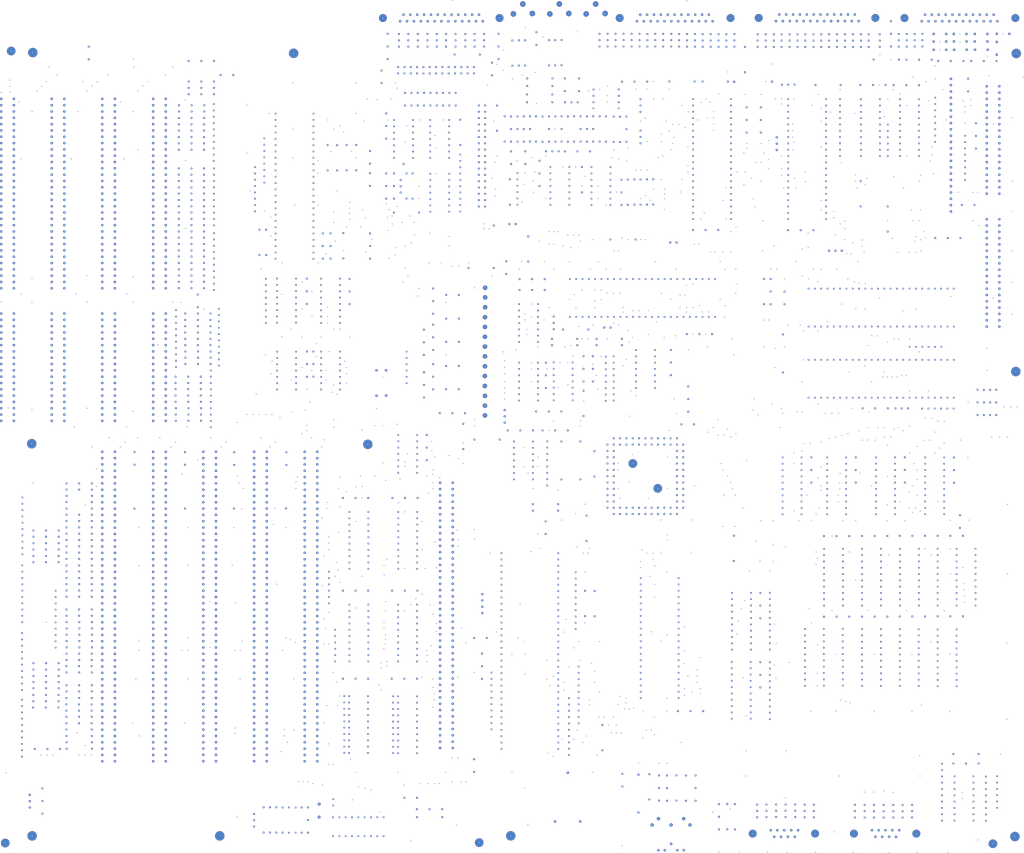
<source format=kicad_pcb>
(kicad_pcb (version 4) (host Gerbview "(5.1.6)-1")
  (layers (0 F.Cu signal) (31 B.Cu signal) (34 B.Paste user) (35 F.Paste user) (36 B.SilkS user) (37 F.SilkS user) (38 B.Mask user) (39 F.Mask user) (44 Edge.Cuts user))
  (via (at 5.08 -33.1724) (size 0.39878) (layers F.Cu B.Cu))
  (via (at 18.9992 -40.2082) (size 0.39878) (layers F.Cu B.Cu))
  (via (at 21.5392 -40.2336) (size 0.39878) (layers F.Cu B.Cu))
  (via (at 23.9268 -40.2844) (size 0.39878) (layers F.Cu B.Cu))
  (via (at 34.3408 -40.3352) (size 0.39878) (layers F.Cu B.Cu))
  (via (at 36.7792 -40.3352) (size 0.39878) (layers F.Cu B.Cu))
  (via (at 39.3192 -40.3352) (size 0.39878) (layers F.Cu B.Cu))
  (via (at 36.8808 -44.1452) (size 0.39878) (layers F.Cu B.Cu))
  (via (at 33.655 -49.2252) (size 0.39878) (layers F.Cu B.Cu))
  (via (at 55.9308 -53.0606) (size 0.39878) (layers F.Cu B.Cu))
  (via (at 58.5724 -47.9806) (size 0.39878) (layers F.Cu B.Cu))
  (via (at 76.91119999999999 -53.0606) (size 0.39878) (layers F.Cu B.Cu))
  (via (at 78.232 -70.91679999999999) (size 0.39878) (layers F.Cu B.Cu))
  (via (at 78.232 -82.3976) (size 0.39878) (layers F.Cu B.Cu))
  (via (at 75.76819999999999 -82.3468) (size 0.39878) (layers F.Cu B.Cu))
  (via (at 78.232 -87.3506) (size 0.39878) (layers F.Cu B.Cu))
  (via (at 87.1982 -83.59139999999999) (size 0.39878) (layers F.Cu B.Cu))
  (via (at 97.282 -82.3214) (size 0.39878) (layers F.Cu B.Cu))
  (via (at 99.2632 -82.3468) (size 0.39878) (layers F.Cu B.Cu))
  (via (at 99.84739999999999 -86.1314) (size 0.39878) (layers F.Cu B.Cu))
  (via (at 99.187 -70.84059999999999) (size 0.39878) (layers F.Cu B.Cu))
  (via (at 97.2312 -51.1556) (size 0.39878) (layers F.Cu B.Cu))
  (via (at 97.2058 -49.1236) (size 0.39878) (layers F.Cu B.Cu))
  (via (at 116.967 -48.0314) (size 0.39878) (layers F.Cu B.Cu))
  (via (at 116.9924 -50.5968) (size 0.39878) (layers F.Cu B.Cu))
  (via (at 120.8024 -50.4444) (size 0.39878) (layers F.Cu B.Cu))
  (via (at 118.1862 -45.4406) (size 0.39878) (layers F.Cu B.Cu))
  (via (at 115.7224 -41.6306) (size 0.39878) (layers F.Cu B.Cu))
  (via (at 122.6312 -29.5656) (size 0.39878) (layers F.Cu B.Cu))
  (via (at 124.5362 -29.5656) (size 0.39878) (layers F.Cu B.Cu))
  (via (at 126.5174 -29.5656) (size 0.39878) (layers F.Cu B.Cu))
  (via (at 128.4224 -28.8544) (size 0.39878) (layers F.Cu B.Cu))
  (via (at 132.2832 -28.2194) (size 0.39878) (layers F.Cu B.Cu))
  (via (at 134.747 -36.5506) (size 0.39878) (layers F.Cu B.Cu))
  (via (at 136.6774 -36.5506) (size 0.39878) (layers F.Cu B.Cu))
  (via (at 143.6624 -38.5064) (size 0.39878) (layers F.Cu B.Cu))
  (via (at 145.6182 -33.2994) (size 0.39878) (layers F.Cu B.Cu))
  (via (at 146.812 -27.5336) (size 0.39878) (layers F.Cu B.Cu))
  (via (at 149.352 -26.8224) (size 0.39878) (layers F.Cu B.Cu))
  (via (at 151.892 -26.2636) (size 0.39878) (layers F.Cu B.Cu))
  (via (at 144.3482 -22.2758) (size 0.39878) (layers F.Cu B.Cu))
  (via (at 155.6512 -17.2212) (size 0.39878) (layers F.Cu B.Cu))
  (via (at 165.227 -28.1686) (size 0.39878) (layers F.Cu B.Cu))
  (via (at 162.687 -33.2232) (size 0.39878) (layers F.Cu B.Cu))
  (via (at 171.7294 -28.8036) (size 0.39878) (layers F.Cu B.Cu))
  (via (at 174.8282 -28.8544) (size 0.39878) (layers F.Cu B.Cu))
  (via (at 177.3682 -28.8544) (size 0.39878) (layers F.Cu B.Cu))
  (via (at 179.2224 -28.8544) (size 0.39878) (layers F.Cu B.Cu))
  (via (at 181.8894 -33.2486) (size 0.39878) (layers F.Cu B.Cu))
  (via (at 184.3786 -29.4132) (size 0.39878) (layers F.Cu B.Cu))
  (via (at 188.1632 -29.4386) (size 0.39878) (layers F.Cu B.Cu))
  (via (at 190.0682 -29.4894) (size 0.39878) (layers F.Cu B.Cu))
  (via (at 186.9186 -39.0906) (size 0.39878) (layers F.Cu B.Cu))
  (via (at 184.3532 -39.0906) (size 0.39878) (layers F.Cu B.Cu))
  (via (at 176.7586 -59.4868) (size 0.39878) (layers F.Cu B.Cu))
  (via (at 177.4444 -62.3824) (size 0.39878) (layers F.Cu B.Cu))
  (via (at 177.3936 -64.9224) (size 0.39878) (layers F.Cu B.Cu))
  (via (at 176.7586 -67.437) (size 0.39878) (layers F.Cu B.Cu))
  (via (at 176.7586 -70.91679999999999) (size 0.39878) (layers F.Cu B.Cu))
  (via (at 172.2374 -71.6026) (size 0.39878) (layers F.Cu B.Cu))
  (via (at 174.2694 -77.90179999999999) (size 0.39878) (layers F.Cu B.Cu))
  (via (at 174.3456 -80.4164) (size 0.39878) (layers F.Cu B.Cu))
  (via (at 174.2186 -82.3468) (size 0.39878) (layers F.Cu B.Cu))
  (via (at 176.0982 -84.2518) (size 0.39878) (layers F.Cu B.Cu))
  (via (at 178.0286 -89.96680000000001) (size 0.39878) (layers F.Cu B.Cu))
  (via (at 178.1556 -93.1418) (size 0.39878) (layers F.Cu B.Cu))
  (via (at 176.7586 -96.9264) (size 0.39878) (layers F.Cu B.Cu))
  (via (at 175.5902 -100.7618) (size 0.39878) (layers F.Cu B.Cu))
  (via (at 172.4152 -105.1052) (size 0.39878) (layers F.Cu B.Cu))
  (via (at 169.8752 -103.1494) (size 0.39878) (layers F.Cu B.Cu))
  (via (at 167.8686 -100.7618) (size 0.39878) (layers F.Cu B.Cu))
  (via (at 165.3794 -98.2218) (size 0.39878) (layers F.Cu B.Cu))
  (via (at 157.7086 -98.2218) (size 0.39878) (layers F.Cu B.Cu))
  (via (at 157.7594 -102.0064) (size 0.39878) (layers F.Cu B.Cu))
  (via (at 157.0736 -93.7514) (size 0.39878) (layers F.Cu B.Cu))
  (via (at 157.0736 -91.2368) (size 0.39878) (layers F.Cu B.Cu))
  (via (at 157.7086 -88.67140000000001) (size 0.39878) (layers F.Cu B.Cu))
  (via (at 157.7086 -86.8426) (size 0.39878) (layers F.Cu B.Cu))
  (via (at 157.6324 -84.9376) (size 0.39878) (layers F.Cu B.Cu))
  (via (at 156.9974 -83.05800000000001) (size 0.39878) (layers F.Cu B.Cu))
  (via (at 158.242 -77.9526) (size 0.39878) (layers F.Cu B.Cu))
  (via (at 158.2674 -76.0476) (size 0.39878) (layers F.Cu B.Cu))
  (via (at 155.7782 -75.4126) (size 0.39878) (layers F.Cu B.Cu))
  (via (at 155.7782 -77.3176) (size 0.39878) (layers F.Cu B.Cu))
  (via (at 155.0924 -68.4276) (size 0.39878) (layers F.Cu B.Cu))
  (via (at 155.8036 -66.4718) (size 0.39878) (layers F.Cu B.Cu))
  (via (at 139.2936 -64.008) (size 0.39878) (layers F.Cu B.Cu))
  (via (at 138.303 -60.198) (size 0.39878) (layers F.Cu B.Cu))
  (via (at 134.1882 -60.1726) (size 0.39878) (layers F.Cu B.Cu))
  (via (at 132.842 -53.213) (size 0.39878) (layers F.Cu B.Cu))
  (via (at 134.747 -44.8056) (size 0.39878) (layers F.Cu B.Cu))
  (via (at 138.0236 -69.723) (size 0.39878) (layers F.Cu B.Cu))
  (via (at 136.6774 -73.533) (size 0.39878) (layers F.Cu B.Cu))
  (via (at 134.7724 -84.88679999999999) (size 0.39878) (layers F.Cu B.Cu))
  (via (at 132.9182 -84.8614) (size 0.39878) (layers F.Cu B.Cu))
  (via (at 133.5786 -91.1352) (size 0.39878) (layers F.Cu B.Cu))
  (via (at 132.9436 -94.9452) (size 0.39878) (layers F.Cu B.Cu))
  (via (at 134.8486 -97.63760000000001) (size 0.39878) (layers F.Cu B.Cu))
  (via (at 145.7452 -99.4156) (size 0.39878) (layers F.Cu B.Cu))
  (via (at 139.3444 -109.7026) (size 0.39878) (layers F.Cu B.Cu))
  (via (at 137.4902 -112.1918) (size 0.39878) (layers F.Cu B.Cu))
  (via (at 138.6586 -114.7064) (size 0.39878) (layers F.Cu B.Cu))
  (via (at 137.9982 -117.7544) (size 0.39878) (layers F.Cu B.Cu))
  (via (at 133.0452 -120.3706) (size 0.39878) (layers F.Cu B.Cu))
  (via (at 134.8486 -122.9106) (size 0.39878) (layers F.Cu B.Cu))
  (via (at 134.8486 -125.4506) (size 0.39878) (layers F.Cu B.Cu))
  (via (at 134.8486 -127.9652) (size 0.39878) (layers F.Cu B.Cu))
  (via (at 138.7602 -129.8194) (size 0.39878) (layers F.Cu B.Cu))
  (via (at 145.6944 -134.2136) (size 0.39878) (layers F.Cu B.Cu))
  (via (at 139.2174 -139.9794) (size 0.39878) (layers F.Cu B.Cu))
  (via (at 134.2644 -139.4206) (size 0.39878) (layers F.Cu B.Cu))
  (via (at 134.2644 -141.8844) (size 0.39878) (layers F.Cu B.Cu))
  (via (at 132.2324 -135.5852) (size 0.39878) (layers F.Cu B.Cu))
  (via (at 138.7856 -147.5994) (size 0.39878) (layers F.Cu B.Cu))
  (via (at 141.8844 -146.2786) (size 0.39878) (layers F.Cu B.Cu))
  (via (at 145.7452 -148.2344) (size 0.39878) (layers F.Cu B.Cu))
  (via (at 148.2852 -148.3106) (size 0.39878) (layers F.Cu B.Cu))
  (via (at 147.6502 -152.6032) (size 0.39878) (layers F.Cu B.Cu))
  (via (at 153.3652 -152.6032) (size 0.39878) (layers F.Cu B.Cu))
  (via (at 157.7594 -150.7744) (size 0.39878) (layers F.Cu B.Cu))
  (via (at 163.5252 -151.257) (size 0.39878) (layers F.Cu B.Cu))
  (via (at 165.5064 -156.337) (size 0.39878) (layers F.Cu B.Cu))
  (via (at 165.4556 -158.242) (size 0.39878) (layers F.Cu B.Cu))
  (via (at 166.5986 -161.4424) (size 0.39878) (layers F.Cu B.Cu))
  (via (at 176.3014 -162.687) (size 0.39878) (layers F.Cu B.Cu))
  (via (at 177.4952 -160.1724) (size 0.39878) (layers F.Cu B.Cu))
  (via (at 176.8094 -154.9908) (size 0.39878) (layers F.Cu B.Cu))
  (via (at 176.8094 -153.1112) (size 0.39878) (layers F.Cu B.Cu))
  (via (at 174.3964 -152.5524) (size 0.39878) (layers F.Cu B.Cu))
  (via (at 176.8094 -149.86) (size 0.39878) (layers F.Cu B.Cu))
  (via (at 176.8856 -147.447) (size 0.39878) (layers F.Cu B.Cu))
  (via (at 174.9806 -145.6436) (size 0.39878) (layers F.Cu B.Cu))
  (via (at 179.5018 -151.8158) (size 0.39878) (layers F.Cu B.Cu))
  (via (at 183.3118 -160.782) (size 0.39878) (layers F.Cu B.Cu))
  (via (at 187.0456 -159.4358) (size 0.39878) (layers F.Cu B.Cu))
  (via (at 188.9506 -157.5562) (size 0.39878) (layers F.Cu B.Cu))
  (via (at 188.9506 -165.8112) (size 0.39878) (layers F.Cu B.Cu))
  (via (at 193.4464 -172.6438) (size 0.39878) (layers F.Cu B.Cu))
  (via (at 193.4718 -175.3108) (size 0.39878) (layers F.Cu B.Cu))
  (via (at 205.613 -183.5658) (size 0.39878) (layers F.Cu B.Cu))
  (via (at 205.5876 -186.055) (size 0.39878) (layers F.Cu B.Cu))
  (via (at 205.613 -187.96) (size 0.39878) (layers F.Cu B.Cu))
  (via (at 205.613 -190.5) (size 0.39878) (layers F.Cu B.Cu))
  (via (at 205.613 -193.6242) (size 0.39878) (layers F.Cu B.Cu))
  (via (at 205.613 -196.1642) (size 0.39878) (layers F.Cu B.Cu))
  (via (at 205.613 -198.755) (size 0.39878) (layers F.Cu B.Cu))
  (via (at 205.0542 -202.4888) (size 0.39878) (layers F.Cu B.Cu))
  (via (at 210.058 -203.1492) (size 0.39878) (layers F.Cu B.Cu))
  (via (at 214.4776 -209.4992) (size 0.39878) (layers F.Cu B.Cu))
  (via (at 214.503 -211.5058) (size 0.39878) (layers F.Cu B.Cu))
  (via (at 213.7664 -215.3158) (size 0.39878) (layers F.Cu B.Cu))
  (via (at 213.7664 -217.7542) (size 0.39878) (layers F.Cu B.Cu))
  (via (at 216.3826 -216.5858) (size 0.39878) (layers F.Cu B.Cu))
  (via (at 216.3826 -221.6658) (size 0.39878) (layers F.Cu B.Cu))
  (via (at 223.3676 -220.345) (size 0.39878) (layers F.Cu B.Cu))
  (via (at 221.488 -215.3158) (size 0.39878) (layers F.Cu B.Cu))
  (via (at 218.948 -204.4192) (size 0.39878) (layers F.Cu B.Cu))
  (via (at 216.3826 -198.0692) (size 0.39878) (layers F.Cu B.Cu))
  (via (at 216.3826 -195.5292) (size 0.39878) (layers F.Cu B.Cu))
  (via (at 216.3826 -190.5) (size 0.39878) (layers F.Cu B.Cu))
  (via (at 222.6818 -195.6308) (size 0.39878) (layers F.Cu B.Cu))
  (via (at 227.8126 -198.1708) (size 0.39878) (layers F.Cu B.Cu))
  (via (at 230.9876 -198.1962) (size 0.39878) (layers F.Cu B.Cu))
  (via (at 232.9942 -200.66) (size 0.39878) (layers F.Cu B.Cu))
  (via (at 232.283 -205.0542) (size 0.39878) (layers F.Cu B.Cu))
  (via (at 229.7938 -204.47) (size 0.39878) (layers F.Cu B.Cu))
  (via (at 236.6518 -207.6958) (size 0.39878) (layers F.Cu B.Cu))
  (via (at 239.2426 -207.645) (size 0.39878) (layers F.Cu B.Cu))
  (via (at 241.173 -213.36) (size 0.39878) (layers F.Cu B.Cu))
  (via (at 235.458 -212.6742) (size 0.39878) (layers F.Cu B.Cu))
  (via (at 234.2642 -220.345) (size 0.39878) (layers F.Cu B.Cu))
  (via (at 231.6988 -223.52) (size 0.39878) (layers F.Cu B.Cu))
  (via (at 233.6292 -225.5012) (size 0.39878) (layers F.Cu B.Cu))
  (via (at 236.7788 -227.33) (size 0.39878) (layers F.Cu B.Cu))
  (via (at 241.8588 -227.33) (size 0.39878) (layers F.Cu B.Cu))
  (via (at 244.475 -227.3808) (size 0.39878) (layers F.Cu B.Cu))
  (via (at 246.888 -226.06) (size 0.39878) (layers F.Cu B.Cu))
  (via (at 249.428 -226.0092) (size 0.39878) (layers F.Cu B.Cu))
  (via (at 251.968 -226.0092) (size 0.39878) (layers F.Cu B.Cu))
  (via (at 253.238 -220.345) (size 0.39878) (layers F.Cu B.Cu))
  (via (at 253.238 -218.44) (size 0.39878) (layers F.Cu B.Cu))
  (via (at 257.2512 -218.9988) (size 0.39878) (layers F.Cu B.Cu))
  (via (at 259.7658 -219.0242) (size 0.39878) (layers F.Cu B.Cu))
  (via (at 263.4742 -219.075) (size 0.39878) (layers F.Cu B.Cu))
  (via (at 266.6238 -214.5792) (size 0.39878) (layers F.Cu B.Cu))
  (via (at 263.525 -209.4992) (size 0.39878) (layers F.Cu B.Cu))
  (via (at 269.8242 -208.28) (size 0.39878) (layers F.Cu B.Cu))
  (via (at 274.2692 -208.915) (size 0.39878) (layers F.Cu B.Cu))
  (via (at 281.2542 -209.6008) (size 0.39878) (layers F.Cu B.Cu))
  (via (at 286.4358 -209.6008) (size 0.39878) (layers F.Cu B.Cu))
  (via (at 287.147 -204.5208) (size 0.39878) (layers F.Cu B.Cu))
  (via (at 279.527 -203.2762) (size 0.39878) (layers F.Cu B.Cu))
  (via (at 278.8158 -218.5162) (size 0.39878) (layers F.Cu B.Cu))
  (via (at 278.765 -220.2942) (size 0.39878) (layers F.Cu B.Cu))
  (via (at 281.305 -220.345) (size 0.39878) (layers F.Cu B.Cu))
  (via (at 283.972 -221.0308) (size 0.39878) (layers F.Cu B.Cu))
  (via (at 285.1658 -218.4908) (size 0.39878) (layers F.Cu B.Cu))
  (via (at 287.7312 -218.5162) (size 0.39878) (layers F.Cu B.Cu))
  (via (at 294.132 -216.535) (size 0.39878) (layers F.Cu B.Cu))
  (via (at 294.132 -221.0308) (size 0.39878) (layers F.Cu B.Cu))
  (via (at 292.3286 -223.5962) (size 0.39878) (layers F.Cu B.Cu))
  (via (at 298.577 -226.0092) (size 0.39878) (layers F.Cu B.Cu))
  (via (at 299.212 -229.9208) (size 0.39878) (layers F.Cu B.Cu))
  (via (at 298.6024 -235.7374) (size 0.39878) (layers F.Cu B.Cu))
  (via (at 294.2844 -235.6612) (size 0.39878) (layers F.Cu B.Cu))
  (via (at 292.3286 -238.8362) (size 0.39878) (layers F.Cu B.Cu))
  (via (at 293.4208 -242.6208) (size 0.39878) (layers F.Cu B.Cu))
  (via (at 296.4942 -242.6208) (size 0.39878) (layers F.Cu B.Cu))
  (via (at 290.2712 -242.6208) (size 0.39878) (layers F.Cu B.Cu))
  (via (at 288.3662 -242.6208) (size 0.39878) (layers F.Cu B.Cu))
  (via (at 283.8958 -245.745) (size 0.39878) (layers F.Cu B.Cu))
  (via (at 281.8892 -245.6942) (size 0.39878) (layers F.Cu B.Cu))
  (via (at 284.48 -255.8542) (size 0.39878) (layers F.Cu B.Cu))
  (via (at 285.877 -258.3688) (size 0.39878) (layers F.Cu B.Cu))
  (via (at 293.5224 -263.4488) (size 0.39878) (layers F.Cu B.Cu))
  (via (at 294.7162 -268.5542) (size 0.39878) (layers F.Cu B.Cu))
  (via (at 301.8536 -269.7226) (size 0.39878) (layers F.Cu B.Cu))
  (via (at 304.8762 -272.3388) (size 0.39878) (layers F.Cu B.Cu))
  (via (at 302.3362 -274.7518) (size 0.39878) (layers F.Cu B.Cu))
  (via (at 299.212 -274.7518) (size 0.39878) (layers F.Cu B.Cu))
  (via (at 301.8282 -282.448) (size 0.39878) (layers F.Cu B.Cu))
  (via (at 303.0982 -284.3276) (size 0.39878) (layers F.Cu B.Cu))
  (via (at 303.0982 -286.3088) (size 0.39878) (layers F.Cu B.Cu))
  (via (at 308.6862 -286.2326) (size 0.39878) (layers F.Cu B.Cu))
  (via (at 311.9882 -287.528) (size 0.39878) (layers F.Cu B.Cu))
  (via (at 310.007 -282.4226) (size 0.39878) (layers F.Cu B.Cu))
  (via (at 311.7342 -279.8826) (size 0.39878) (layers F.Cu B.Cu))
  (via (at 308.7624 -278.6888) (size 0.39878) (layers F.Cu B.Cu))
  (via (at 306.705 -278.638) (size 0.39878) (layers F.Cu B.Cu))
  (via (at 311.785 -276.1488) (size 0.39878) (layers F.Cu B.Cu))
  (via (at 317.0174 -276.225) (size 0.39878) (layers F.Cu B.Cu))
  (via (at 317.0174 -273.6342) (size 0.39878) (layers F.Cu B.Cu))
  (via (at 317.8302 -268.478) (size 0.39878) (layers F.Cu B.Cu))
  (via (at 322.707 -268.478) (size 0.39878) (layers F.Cu B.Cu))
  (via (at 322.1736 -272.288) (size 0.39878) (layers F.Cu B.Cu))
  (via (at 326.5932 -271.018) (size 0.39878) (layers F.Cu B.Cu))
  (via (at 326.5424 -274.8026) (size 0.39878) (layers F.Cu B.Cu))
  (via (at 321.5132 -283.6926) (size 0.39878) (layers F.Cu B.Cu))
  (via (at 322.072 -286.9438) (size 0.39878) (layers F.Cu B.Cu))
  (via (at 321.437 -288.925) (size 0.39878) (layers F.Cu B.Cu))
  (via (at 321.4624 -291.465) (size 0.39878) (layers F.Cu B.Cu))
  (via (at 321.4624 -294.005) (size 0.39878) (layers F.Cu B.Cu))
  (via (at 317.0174 -302.1838) (size 0.39878) (layers F.Cu B.Cu))
  (via (at 317.0174 -304.2158) (size 0.39878) (layers F.Cu B.Cu))
  (via (at 314.5282 -304.2158) (size 0.39878) (layers F.Cu B.Cu))
  (via (at 308.6862 -306.0192) (size 0.39878) (layers F.Cu B.Cu))
  (via (at 310.6674 -311.2262) (size 0.39878) (layers F.Cu B.Cu))
  (via (at 313.1312 -318.2874) (size 0.39878) (layers F.Cu B.Cu))
  (via (at 302.387 -306.0192) (size 0.39878) (layers F.Cu B.Cu))
  (via (at 291.6936 -306.1208) (size 0.39878) (layers F.Cu B.Cu))
  (via (at 288.2392 -302.9458) (size 0.39878) (layers F.Cu B.Cu))
  (via (at 286.512 -304.165) (size 0.39878) (layers F.Cu B.Cu))
  (via (at 284.5308 -302.8442) (size 0.39878) (layers F.Cu B.Cu))
  (via (at 279.4762 -299.0342) (size 0.39878) (layers F.Cu B.Cu))
  (via (at 276.9362 -301.5488) (size 0.39878) (layers F.Cu B.Cu))
  (via (at 275.6408 -294.005) (size 0.39878) (layers F.Cu B.Cu))
  (via (at 273.1262 -293.9542) (size 0.39878) (layers F.Cu B.Cu))
  (via (at 270.5608 -295.275) (size 0.39878) (layers F.Cu B.Cu))
  (via (at 271.8308 -291.3888) (size 0.39878) (layers F.Cu B.Cu))
  (via (at 273.7358 -288.798) (size 0.39878) (layers F.Cu B.Cu))
  (via (at 273.1262 -286.258) (size 0.39878) (layers F.Cu B.Cu))
  (via (at 272.4912 -283.8958) (size 0.39878) (layers F.Cu B.Cu))
  (via (at 269.24 -281.2288) (size 0.39878) (layers F.Cu B.Cu))
  (via (at 267.4112 -280.5938) (size 0.39878) (layers F.Cu B.Cu))
  (via (at 268.732 -287.02) (size 0.39878) (layers F.Cu B.Cu))
  (via (at 268.6812 -290.1188) (size 0.39878) (layers F.Cu B.Cu))
  (via (at 262.8392 -287.02) (size 0.39878) (layers F.Cu B.Cu))
  (via (at 255.2192 -284.4292) (size 0.39878) (layers F.Cu B.Cu))
  (via (at 254.635 -279.273) (size 0.39878) (layers F.Cu B.Cu))
  (via (at 251.4092 -280.035) (size 0.39878) (layers F.Cu B.Cu))
  (via (at 248.92 -280.5938) (size 0.39878) (layers F.Cu B.Cu))
  (via (at 249.555 -283.6926) (size 0.39878) (layers F.Cu B.Cu))
  (via (at 258.4958 -275.6408) (size 0.39878) (layers F.Cu B.Cu))
  (via (at 260.4008 -275.6408) (size 0.39878) (layers F.Cu B.Cu))
  (via (at 262.8138 -275.6408) (size 0.39878) (layers F.Cu B.Cu))
  (via (at 268.605 -271.8308) (size 0.39878) (layers F.Cu B.Cu))
  (via (at 269.9512 -267.97) (size 0.39878) (layers F.Cu B.Cu))
  (via (at 269.9512 -265.9126) (size 0.39878) (layers F.Cu B.Cu))
  (via (at 269.9512 -264.0838) (size 0.39878) (layers F.Cu B.Cu))
  (via (at 269.9258 -259.715) (size 0.39878) (layers F.Cu B.Cu))
  (via (at 264.2108 -263.4742) (size 0.39878) (layers F.Cu B.Cu))
  (via (at 262.3058 -265.3792) (size 0.39878) (layers F.Cu B.Cu))
  (via (at 260.2738 -264.1092) (size 0.39878) (layers F.Cu B.Cu))
  (via (at 265.4808 -267.8938) (size 0.39878) (layers F.Cu B.Cu))
  (via (at 276.3012 -266.7508) (size 0.39878) (layers F.Cu B.Cu))
  (via (at 276.9108 -271.8308) (size 0.39878) (layers F.Cu B.Cu))
  (via (at 279.4 -274.828) (size 0.39878) (layers F.Cu B.Cu))
  (via (at 279.3492 -277.368) (size 0.39878) (layers F.Cu B.Cu))
  (via (at 279.3492 -284.988) (size 0.39878) (layers F.Cu B.Cu))
  (via (at 278.2062 -292.6842) (size 0.39878) (layers F.Cu B.Cu))
  (via (at 283.2862 -295.783) (size 0.39878) (layers F.Cu B.Cu))
  (via (at 287.2232 -296.4688) (size 0.39878) (layers F.Cu B.Cu))
  (via (at 289.6362 -296.4942) (size 0.39878) (layers F.Cu B.Cu))
  (via (at 289.687 -294.005) (size 0.39878) (layers F.Cu B.Cu))
  (via (at 289.6362 -291.5158) (size 0.39878) (layers F.Cu B.Cu))
  (via (at 289.6362 -299.085) (size 0.39878) (layers F.Cu B.Cu))
  (via (at 295.3512 -315.087) (size 0.39878) (layers F.Cu B.Cu))
  (via (at 271.907 -308.102) (size 0.39878) (layers F.Cu B.Cu))
  (via (at 269.367 -304.165) (size 0.39878) (layers F.Cu B.Cu))
  (via (at 265.5824 -304.2158) (size 0.39878) (layers F.Cu B.Cu))
  (via (at 262.89 -308.102) (size 0.39878) (layers F.Cu B.Cu))
  (via (at 265.5062 -311.2262) (size 0.39878) (layers F.Cu B.Cu))
  (via (at 258.445 -308.102) (size 0.39878) (layers F.Cu B.Cu))
  (via (at 246.9388 -309.2958) (size 0.39878) (layers F.Cu B.Cu))
  (via (at 243.84 -308.0512) (size 0.39878) (layers F.Cu B.Cu))
  (via (at 246.9642 -305.5112) (size 0.39878) (layers F.Cu B.Cu))
  (via (at 246.9642 -302.895) (size 0.39878) (layers F.Cu B.Cu))
  (via (at 239.395 -307.34) (size 0.39878) (layers F.Cu B.Cu))
  (via (at 225.933 -292.1508) (size 0.39878) (layers F.Cu B.Cu))
  (via (at 222.1992 -281.2288) (size 0.39878) (layers F.Cu B.Cu))
  (via (at 216.4842 -280.67) (size 0.39878) (layers F.Cu B.Cu))
  (via (at 217.7288 -274.9042) (size 0.39878) (layers F.Cu B.Cu))
  (via (at 217.043 -271.145) (size 0.39878) (layers F.Cu B.Cu))
  (via (at 213.233 -269.7988) (size 0.39878) (layers F.Cu B.Cu))
  (via (at 213.7918 -274.3708) (size 0.39878) (layers F.Cu B.Cu))
  (via (at 210.6168 -279.3492) (size 0.39878) (layers F.Cu B.Cu))
  (via (at 202.4888 -281.3558) (size 0.39878) (layers F.Cu B.Cu))
  (via (at 201.7776 -278.765) (size 0.39878) (layers F.Cu B.Cu))
  (via (at 200.5838 -272.288) (size 0.39878) (layers F.Cu B.Cu))
  (via (at 201.8538 -267.843) (size 0.39878) (layers F.Cu B.Cu))
  (via (at 201.803 -265.2776) (size 0.39878) (layers F.Cu B.Cu))
  (via (at 212.598 -262.8392) (size 0.39878) (layers F.Cu B.Cu))
  (via (at 217.17 -266.7) (size 0.39878) (layers F.Cu B.Cu))
  (via (at 222.0976 -264.16) (size 0.39878) (layers F.Cu B.Cu))
  (via (at 223.52 -250.825) (size 0.39878) (layers F.Cu B.Cu))
  (via (at 225.425 -250.825) (size 0.39878) (layers F.Cu B.Cu))
  (via (at 227.1776 -250.825) (size 0.39878) (layers F.Cu B.Cu))
  (via (at 231.013 -249.4788) (size 0.39878) (layers F.Cu B.Cu))
  (via (at 233.6038 -249.5042) (size 0.39878) (layers F.Cu B.Cu))
  (via (at 235.458 -249.5042) (size 0.39878) (layers F.Cu B.Cu))
  (via (at 236.093 -247.015) (size 0.39878) (layers F.Cu B.Cu))
  (via (at 232.3338 -244.475) (size 0.39878) (layers F.Cu B.Cu))
  (via (at 229.1588 -245.11) (size 0.39878) (layers F.Cu B.Cu))
  (via (at 225.3488 -245.6942) (size 0.39878) (layers F.Cu B.Cu))
  (via (at 223.4692 -245.745) (size 0.39878) (layers F.Cu B.Cu))
  (via (at 219.583 -247.015) (size 0.39878) (layers F.Cu B.Cu))
  (via (at 221.5642 -238.8108) (size 0.39878) (layers F.Cu B.Cu))
  (via (at 225.4758 -235.6612) (size 0.39878) (layers F.Cu B.Cu))
  (via (at 231.7242 -238.76) (size 0.39878) (layers F.Cu B.Cu))
  (via (at 240.0808 -235.6612) (size 0.39878) (layers F.Cu B.Cu))
  (via (at 243.2812 -238.8108) (size 0.39878) (layers F.Cu B.Cu))
  (via (at 246.3292 -235.6612) (size 0.39878) (layers F.Cu B.Cu))
  (via (at 252.222 -235.6612) (size 0.39878) (layers F.Cu B.Cu))
  (via (at 251.4092 -243.1542) (size 0.39878) (layers F.Cu B.Cu))
  (via (at 249.555 -243.1542) (size 0.39878) (layers F.Cu B.Cu))
  (via (at 252.73 -248.285) (size 0.39878) (layers F.Cu B.Cu))
  (via (at 255.1938 -247.7008) (size 0.39878) (layers F.Cu B.Cu))
  (via (at 260.4008 -247.65) (size 0.39878) (layers F.Cu B.Cu))
  (via (at 262.255 -247.7008) (size 0.39878) (layers F.Cu B.Cu))
  (via (at 266.2174 -238.76) (size 0.39878) (layers F.Cu B.Cu))
  (via (at 274.5486 -235.6612) (size 0.39878) (layers F.Cu B.Cu))
  (via (at 278.765 -229.235) (size 0.39878) (layers F.Cu B.Cu))
  (via (at 281.2542 -229.87) (size 0.39878) (layers F.Cu B.Cu))
  (via (at 278.0792 -225.3742) (size 0.39878) (layers F.Cu B.Cu))
  (via (at 276.225 -225.3742) (size 0.39878) (layers F.Cu B.Cu))
  (via (at 272.4658 -223.5962) (size 0.39878) (layers F.Cu B.Cu))
  (via (at 268.6812 -226.0092) (size 0.39878) (layers F.Cu B.Cu))
  (via (at 276.1742 -220.2942) (size 0.39878) (layers F.Cu B.Cu))
  (via (at 257.0988 -208.28) (size 0.39878) (layers F.Cu B.Cu))
  (via (at 255.8288 -206.375) (size 0.39878) (layers F.Cu B.Cu))
  (via (at 255.143 -211.0232) (size 0.39878) (layers F.Cu B.Cu))
  (via (at 251.3838 -213.36) (size 0.39878) (layers F.Cu B.Cu))
  (via (at 249.555 -214.0458) (size 0.39878) (layers F.Cu B.Cu))
  (via (at 246.888 -207.645) (size 0.39878) (layers F.Cu B.Cu))
  (via (at 244.348 -200.66) (size 0.39878) (layers F.Cu B.Cu))
  (via (at 241.0968 -197.5612) (size 0.39878) (layers F.Cu B.Cu))
  (via (at 242.443 -192.9892) (size 0.39878) (layers F.Cu B.Cu))
  (via (at 243.0526 -187.3758) (size 0.39878) (layers F.Cu B.Cu))
  (via (at 237.4138 -182.753) (size 0.39878) (layers F.Cu B.Cu))
  (via (at 236.093 -174.625) (size 0.39878) (layers F.Cu B.Cu))
  (via (at 236.093 -172.72) (size 0.39878) (layers F.Cu B.Cu))
  (via (at 225.2218 -174.625) (size 0.39878) (layers F.Cu B.Cu))
  (via (at 223.3676 -170.8658) (size 0.39878) (layers F.Cu B.Cu))
  (via (at 218.948 -160.0962) (size 0.39878) (layers F.Cu B.Cu))
  (via (at 218.9226 -156.3624) (size 0.39878) (layers F.Cu B.Cu))
  (via (at 215.0618 -153.7462) (size 0.39878) (layers F.Cu B.Cu))
  (via (at 213.2076 -156.2862) (size 0.39878) (layers F.Cu B.Cu))
  (via (at 213.2076 -163.957) (size 0.39878) (layers F.Cu B.Cu))
  (via (at 217.0938 -147.5232) (size 0.39878) (layers F.Cu B.Cu))
  (via (at 227.1014 -146.9136) (size 0.39878) (layers F.Cu B.Cu))
  (via (at 234.1118 -137.3886) (size 0.39878) (layers F.Cu B.Cu))
  (via (at 237.998 -141.1732) (size 0.39878) (layers F.Cu B.Cu))
  (via (at 228.4476 -134.7724) (size 0.39878) (layers F.Cu B.Cu))
  (via (at 218.9226 -129.1336) (size 0.39878) (layers F.Cu B.Cu))
  (via (at 220.0402 -123.3932) (size 0.39878) (layers F.Cu B.Cu))
  (via (at 216.3064 -122.1486) (size 0.39878) (layers F.Cu B.Cu))
  (via (at 199.7456 -121.5136) (size 0.39878) (layers F.Cu B.Cu))
  (via (at 193.4718 -127.1524) (size 0.39878) (layers F.Cu B.Cu))
  (via (at 193.3956 -131.0132) (size 0.39878) (layers F.Cu B.Cu))
  (via (at 186.4106 -130.7592) (size 0.39878) (layers F.Cu B.Cu))
  (via (at 186.9186 -127) (size 0.39878) (layers F.Cu B.Cu))
  (via (at 186.9694 -124.4092) (size 0.39878) (layers F.Cu B.Cu))
  (via (at 177.4952 -126.0856) (size 0.39878) (layers F.Cu B.Cu))
  (via (at 172.4152 -122.8344) (size 0.39878) (layers F.Cu B.Cu))
  (via (at 173.6344 -115.2906) (size 0.39878) (layers F.Cu B.Cu))
  (via (at 178.0794 -115.6208) (size 0.39878) (layers F.Cu B.Cu))
  (via (at 165.3794 -115.2906) (size 0.39878) (layers F.Cu B.Cu))
  (via (at 158.3944 -119.0244) (size 0.39878) (layers F.Cu B.Cu))
  (via (at 157.0736 -116.5352) (size 0.39878) (layers F.Cu B.Cu))
  (via (at 157.1752 -112.7506) (size 0.39878) (layers F.Cu B.Cu))
  (via (at 148.1836 -112.1918) (size 0.39878) (layers F.Cu B.Cu))
  (via (at 132.3086 -108.3818) (size 0.39878) (layers F.Cu B.Cu))
  (via (at 113.9444 -108.9914) (size 0.39878) (layers F.Cu B.Cu))
  (via (at 97.3582 -101.3714) (size 0.39878) (layers F.Cu B.Cu))
  (via (at 87.122 -101.9556) (size 0.39878) (layers F.Cu B.Cu))
  (via (at 96.012 -116.6114) (size 0.39878) (layers F.Cu B.Cu))
  (via (at 96.64700000000001 -131.8006) (size 0.39878) (layers F.Cu B.Cu))
  (via (at 99.822 -139.3698) (size 0.39878) (layers F.Cu B.Cu))
  (via (at 100.4824 -147.5486) (size 0.39878) (layers F.Cu B.Cu))
  (via (at 98.6536 -149.6314) (size 0.39878) (layers F.Cu B.Cu))
  (via (at 98.1202 -152.6794) (size 0.39878) (layers F.Cu B.Cu))
  (via (at 91.6686 -164.1602) (size 0.39878) (layers F.Cu B.Cu))
  (via (at 93.47199999999999 -166.1668) (size 0.39878) (layers F.Cu B.Cu))
  (via (at 87.3252 -167.9194) (size 0.39878) (layers F.Cu B.Cu))
  (via (at 82.1182 -158.9532) (size 0.39878) (layers F.Cu B.Cu))
  (via (at 75.76819999999999 -153.3906) (size 0.39878) (layers F.Cu B.Cu))
  (via (at 71.3232 -164.1856) (size 0.39878) (layers F.Cu B.Cu))
  (via (at 73.17740000000001 -166.1668) (size 0.39878) (layers F.Cu B.Cu))
  (via (at 66.87820000000001 -167.9194) (size 0.39878) (layers F.Cu B.Cu))
  (via (at 58.0136 -167.9448) (size 0.39878) (layers F.Cu B.Cu))
  (via (at 52.9336 -166.1414) (size 0.39878) (layers F.Cu B.Cu))
  (via (at 51.0032 -164.2364) (size 0.39878) (layers F.Cu B.Cu))
  (via (at 46.5582 -167.9448) (size 0.39878) (layers F.Cu B.Cu))
  (via (at 39.5986 -164.1856) (size 0.39878) (layers F.Cu B.Cu))
  (via (at 41.4274 -155.3464) (size 0.39878) (layers F.Cu B.Cu))
  (via (at 41.4782 -148.3106) (size 0.39878) (layers F.Cu B.Cu))
  (via (at 36.957 -140.8176) (size 0.39878) (layers F.Cu B.Cu))
  (via (at 15.9512 -149.6314) (size 0.39878) (layers F.Cu B.Cu))
  (via (at 32.4612 -172.2882) (size 0.39878) (layers F.Cu B.Cu))
  (via (at 37.6682 -179.7812) (size 0.39878) (layers F.Cu B.Cu))
  (via (at 53.5178 -172.2882) (size 0.39878) (layers F.Cu B.Cu))
  (via (at 56.1594 -178.562) (size 0.39878) (layers F.Cu B.Cu))
  (via (at 77.7748 -172.3644) (size 0.39878) (layers F.Cu B.Cu))
  (via (at 98.0694 -174.0662) (size 0.39878) (layers F.Cu B.Cu))
  (via (at 101.8794 -177.2412) (size 0.39878) (layers F.Cu B.Cu))
  (via (at 104.3686 -177.2412) (size 0.39878) (layers F.Cu B.Cu))
  (via (at 106.9594 -177.2412) (size 0.39878) (layers F.Cu B.Cu))
  (via (at 109.4486 -177.2158) (size 0.39878) (layers F.Cu B.Cu))
  (via (at 112.0394 -177.2158) (size 0.39878) (layers F.Cu B.Cu))
  (via (at 115.2144 -175.9458) (size 0.39878) (layers F.Cu B.Cu))
  (via (at 120.2436 -178.3842) (size 0.39878) (layers F.Cu B.Cu))
  (via (at 125.4506 -179.1208) (size 0.39878) (layers F.Cu B.Cu))
  (via (at 127.3556 -182.2958) (size 0.39878) (layers F.Cu B.Cu))
  (via (at 126.1364 -187.4012) (size 0.39878) (layers F.Cu B.Cu))
  (via (at 119.8626 -191.0842) (size 0.39878) (layers F.Cu B.Cu))
  (via (at 124.0536 -196.1388) (size 0.39878) (layers F.Cu B.Cu))
  (via (at 127.9906 -194.9958) (size 0.39878) (layers F.Cu B.Cu))
  (via (at 133.7564 -194.945) (size 0.39878) (layers F.Cu B.Cu))
  (via (at 133.6802 -191.135) (size 0.39878) (layers F.Cu B.Cu))
  (via (at 136.8552 -189.1538) (size 0.39878) (layers F.Cu B.Cu))
  (via (at 136.2964 -186.182) (size 0.39878) (layers F.Cu B.Cu))
  (via (at 138.2014 -185.42) (size 0.39878) (layers F.Cu B.Cu))
  (via (at 141.9606 -189.8142) (size 0.39878) (layers F.Cu B.Cu))
  (via (at 142.0368 -193.6242) (size 0.39878) (layers F.Cu B.Cu))
  (via (at 142.0368 -196.1388) (size 0.39878) (layers F.Cu B.Cu))
  (via (at 141.3256 -198.6788) (size 0.39878) (layers F.Cu B.Cu))
  (via (at 134.9756 -202.6158) (size 0.39878) (layers F.Cu B.Cu))
  (via (at 129.8956 -200.5838) (size 0.39878) (layers F.Cu B.Cu))
  (via (at 129.9464 -205.867) (size 0.39878) (layers F.Cu B.Cu))
  (via (at 131.8006 -208.4324) (size 0.39878) (layers F.Cu B.Cu))
  (via (at 136.9314 -211.5312) (size 0.39878) (layers F.Cu B.Cu))
  (via (at 139.4714 -211.582) (size 0.39878) (layers F.Cu B.Cu))
  (via (at 143.383 -208.4324) (size 0.39878) (layers F.Cu B.Cu))
  (via (at 134.4168 -214.0712) (size 0.39878) (layers F.Cu B.Cu))
  (via (at 134.3406 -216.6874) (size 0.39878) (layers F.Cu B.Cu))
  (via (at 134.3914 -220.4974) (size 0.39878) (layers F.Cu B.Cu))
  (via (at 128.1176 -216.7382) (size 0.39878) (layers F.Cu B.Cu))
  (via (at 124.1552 -219.7608) (size 0.39878) (layers F.Cu B.Cu))
  (via (at 128.0414 -226.822) (size 0.39878) (layers F.Cu B.Cu))
  (via (at 124.1806 -230.505) (size 0.39878) (layers F.Cu B.Cu))
  (via (at 115.9002 -225.552) (size 0.39878) (layers F.Cu B.Cu))
  (via (at 116.0526 -238.252) (size 0.39878) (layers F.Cu B.Cu))
  (via (at 107.6706 -235.7882) (size 0.39878) (layers F.Cu B.Cu))
  (via (at 111.5314 -248.9962) (size 0.39878) (layers F.Cu B.Cu))
  (via (at 111.4552 -256.6162) (size 0.39878) (layers F.Cu B.Cu))
  (via (at 108.9406 -259.08) (size 0.39878) (layers F.Cu B.Cu))
  (via (at 103.2002 -267.2588) (size 0.39878) (layers F.Cu B.Cu))
  (via (at 101.9556 -282.4226) (size 0.39878) (layers F.Cu B.Cu))
  (via (at 110.8456 -298.3992) (size 0.39878) (layers F.Cu B.Cu))
  (via (at 101.9302 -301.6758) (size 0.39878) (layers F.Cu B.Cu))
  (via (at 120.3706 -310.7182) (size 0.39878) (layers F.Cu B.Cu))
  (via (at 120.3706 -292.0238) (size 0.39878) (layers F.Cu B.Cu))
  (via (at 120.3706 -280.5938) (size 0.39878) (layers F.Cu B.Cu))
  (via (at 130.5306 -279.4) (size 0.39878) (layers F.Cu B.Cu))
  (via (at 130.5306 -274.32) (size 0.39878) (layers F.Cu B.Cu))
  (via (at 135.6868 -283.083) (size 0.39878) (layers F.Cu B.Cu))
  (via (at 144.018 -283.1592) (size 0.39878) (layers F.Cu B.Cu))
  (via (at 145.923 -280.5176) (size 0.39878) (layers F.Cu B.Cu))
  (via (at 140.7668 -290.7538) (size 0.39878) (layers F.Cu B.Cu))
  (via (at 139.4714 -293.2938) (size 0.39878) (layers F.Cu B.Cu))
  (via (at 136.9314 -292.0492) (size 0.39878) (layers F.Cu B.Cu))
  (via (at 134.4676 -295.783) (size 0.39878) (layers F.Cu B.Cu))
  (via (at 145.8976 -298.3992) (size 0.39878) (layers F.Cu B.Cu))
  (via (at 148.9202 -295.1988) (size 0.39878) (layers F.Cu B.Cu))
  (via (at 150.3426 -304.0888) (size 0.39878) (layers F.Cu B.Cu))
  (via (at 154.178 -304.0126) (size 0.39878) (layers F.Cu B.Cu))
  (via (at 159.8676 -304.0888) (size 0.39878) (layers F.Cu B.Cu))
  (via (at 162.3568 -308.5338) (size 0.39878) (layers F.Cu B.Cu))
  (via (at 161.7726 -310.5658) (size 0.39878) (layers F.Cu B.Cu))
  (via (at 158.5214 -295.783) (size 0.39878) (layers F.Cu B.Cu))
  (via (at 166.1668 -293.2176) (size 0.39878) (layers F.Cu B.Cu))
  (via (at 171.323 -295.783) (size 0.39878) (layers F.Cu B.Cu))
  (via (at 177.6476 -289.4838) (size 0.39878) (layers F.Cu B.Cu))
  (via (at 178.1556 -284.353) (size 0.39878) (layers F.Cu B.Cu))
  (via (at 178.1556 -274.1168) (size 0.39878) (layers F.Cu B.Cu))
  (via (at 171.2214 -269.0368) (size 0.39878) (layers F.Cu B.Cu))
  (via (at 171.2214 -264.2108) (size 0.39878) (layers F.Cu B.Cu))
  (via (at 167.4368 -257.0988) (size 0.39878) (layers F.Cu B.Cu))
  (via (at 169.2656 -254.4826) (size 0.39878) (layers F.Cu B.Cu))
  (via (at 169.3418 -249.4788) (size 0.39878) (layers F.Cu B.Cu))
  (via (at 168.0464 -246.3292) (size 0.39878) (layers F.Cu B.Cu))
  (via (at 165.5064 -245.0592) (size 0.39878) (layers F.Cu B.Cu))
  (via (at 161.6964 -244.3988) (size 0.39878) (layers F.Cu B.Cu))
  (via (at 161.6456 -241.3508) (size 0.39878) (layers F.Cu B.Cu))
  (via (at 159.1056 -240.03) (size 0.39878) (layers F.Cu B.Cu))
  (via (at 165.5318 -236.1692) (size 0.39878) (layers F.Cu B.Cu))
  (via (at 166.7002 -233.045) (size 0.39878) (layers F.Cu B.Cu))
  (via (at 164.7952 -230.505) (size 0.39878) (layers F.Cu B.Cu))
  (via (at 171.2214 -227.965) (size 0.39878) (layers F.Cu B.Cu))
  (via (at 170.5864 -224.9424) (size 0.39878) (layers F.Cu B.Cu))
  (via (at 182.0926 -222.377) (size 0.39878) (layers F.Cu B.Cu))
  (via (at 193.5226 -228.2444) (size 0.39878) (layers F.Cu B.Cu))
  (via (at 200.66 -233.045) (size 0.39878) (layers F.Cu B.Cu))
  (via (at 191.135 -238.252) (size 0.39878) (layers F.Cu B.Cu))
  (via (at 187.2742 -237.0836) (size 0.39878) (layers F.Cu B.Cu))
  (via (at 184.5818 -236.982) (size 0.39878) (layers F.Cu B.Cu))
  (via (at 180.213 -238.2012) (size 0.39878) (layers F.Cu B.Cu))
  (via (at 175.1076 -238.2012) (size 0.39878) (layers F.Cu B.Cu))
  (via (at 183.2864 -245.11) (size 0.39878) (layers F.Cu B.Cu))
  (via (at 183.2864 -248.8692) (size 0.39878) (layers F.Cu B.Cu))
  (via (at 175.6664 -250.1392) (size 0.39878) (layers F.Cu B.Cu))
  (via (at 164.2364 -254.5588) (size 0.39878) (layers F.Cu B.Cu))
  (via (at 160.4264 -253.9492) (size 0.39878) (layers F.Cu B.Cu))
  (via (at 158.4706 -256.4638) (size 0.39878) (layers F.Cu B.Cu))
  (via (at 160.2994 -257.175) (size 0.39878) (layers F.Cu B.Cu))
  (via (at 159.1818 -259.6388) (size 0.39878) (layers F.Cu B.Cu))
  (via (at 157.9626 -262.128) (size 0.39878) (layers F.Cu B.Cu))
  (via (at 162.3568 -260.9342) (size 0.39878) (layers F.Cu B.Cu))
  (via (at 158.5468 -251.333) (size 0.39878) (layers F.Cu B.Cu))
  (via (at 152.1968 -247.5992) (size 0.39878) (layers F.Cu B.Cu))
  (via (at 149.7076 -242.6208) (size 0.39878) (layers F.Cu B.Cu))
  (via (at 140.7414 -243.205) (size 0.39878) (layers F.Cu B.Cu))
  (via (at 137.4902 -247.015) (size 0.39878) (layers F.Cu B.Cu))
  (via (at 133.6802 -241.935) (size 0.39878) (layers F.Cu B.Cu))
  (via (at 130.6576 -238.252) (size 0.39878) (layers F.Cu B.Cu))
  (via (at 136.9314 -254.4826) (size 0.39878) (layers F.Cu B.Cu))
  (via (at 136.8552 -258.8768) (size 0.39878) (layers F.Cu B.Cu))
  (via (at 143.2052 -258.318) (size 0.39878) (layers F.Cu B.Cu))
  (via (at 143.2306 -260.223) (size 0.39878) (layers F.Cu B.Cu))
  (via (at 143.2814 -262.763) (size 0.39878) (layers F.Cu B.Cu))
  (via (at 148.4376 -259.6388) (size 0.39878) (layers F.Cu B.Cu))
  (via (at 149.6314 -256.413) (size 0.39878) (layers F.Cu B.Cu))
  (via (at 147.7518 -252.6538) (size 0.39878) (layers F.Cu B.Cu))
  (via (at 143.2814 -255.778) (size 0.39878) (layers F.Cu B.Cu))
  (via (at 142.0368 -252.6538) (size 0.39878) (layers F.Cu B.Cu))
  (via (at 130.6068 -261.493) (size 0.39878) (layers F.Cu B.Cu))
  (via (at 121.1326 -261.62) (size 0.39878) (layers F.Cu B.Cu))
  (via (at 138.2268 -267.208) (size 0.39878) (layers F.Cu B.Cu))
  (via (at 165.5826 -286.9438) (size 0.39878) (layers F.Cu B.Cu))
  (via (at 180.7718 -295.783) (size 0.39878) (layers F.Cu B.Cu))
  (via (at 201.3712 -295.275) (size 0.39878) (layers F.Cu B.Cu))
  (via (at 198.7042 -309.88) (size 0.39878) (layers F.Cu B.Cu))
  (via (at 204.978 -315.722) (size 0.39878) (layers F.Cu B.Cu))
  (via (at 202.6158 -318.135) (size 0.39878) (layers F.Cu B.Cu))
  (via (at 205.1558 -323.977) (size 0.39878) (layers F.Cu B.Cu))
  (via (at 208.8388 -312.3692) (size 0.39878) (layers F.Cu B.Cu))
  (via (at 212.6488 -313.817) (size 0.39878) (layers F.Cu B.Cu))
  (via (at 217.805 -314.9092) (size 0.39878) (layers F.Cu B.Cu))
  (via (at 218.44 -302.4124) (size 0.39878) (layers F.Cu B.Cu))
  (via (at 220.98 -329.1332) (size 0.39878) (layers F.Cu B.Cu))
  (via (at 213.995 -332.9686) (size 0.39878) (layers F.Cu B.Cu))
  (via (at 234.95 -331.6732) (size 0.39878) (layers F.Cu B.Cu))
  (via (at 260.35 -295.275) (size 0.39878) (layers F.Cu B.Cu))
  (via (at 262.1788 -296.5958) (size 0.39878) (layers F.Cu B.Cu))
  (via (at 250.698 -266.7) (size 0.39878) (layers F.Cu B.Cu))
  (via (at 246.3038 -261.5692) (size 0.39878) (layers F.Cu B.Cu))
  (via (at 243.205 -264.16) (size 0.39878) (layers F.Cu B.Cu))
  (via (at 243.1542 -269.24) (size 0.39878) (layers F.Cu B.Cu))
  (via (at 238.0488 -273.05) (size 0.39878) (layers F.Cu B.Cu))
  (via (at 236.728 -269.1892) (size 0.39878) (layers F.Cu B.Cu))
  (via (at 234.188 -276.86) (size 0.39878) (layers F.Cu B.Cu))
  (via (at 229.0826 -276.86) (size 0.39878) (layers F.Cu B.Cu))
  (via (at 241.173 -247.5992) (size 0.39878) (layers F.Cu B.Cu))
  (via (at 244.4242 -223.52) (size 0.39878) (layers F.Cu B.Cu))
  (via (at 241.8842 -222.885) (size 0.39878) (layers F.Cu B.Cu))
  (via (at 241.8842 -220.345) (size 0.39878) (layers F.Cu B.Cu))
  (via (at 254.5588 -199.4408) (size 0.39878) (layers F.Cu B.Cu))
  (via (at 253.2888 -196.85) (size 0.39878) (layers F.Cu B.Cu))
  (via (at 256.4892 -186.7408) (size 0.39878) (layers F.Cu B.Cu))
  (via (at 258.445 -184.8612) (size 0.39878) (layers F.Cu B.Cu))
  (via (at 255.8288 -176.5808) (size 0.39878) (layers F.Cu B.Cu))
  (via (at 257.0226 -161.2138) (size 0.39878) (layers F.Cu B.Cu))
  (via (at 251.2314 -157.6324) (size 0.39878) (layers F.Cu B.Cu))
  (via (at 251.3076 -155.0162) (size 0.39878) (layers F.Cu B.Cu))
  (via (at 255.6764 -150.0632) (size 0.39878) (layers F.Cu B.Cu))
  (via (at 251.2568 -147.447) (size 0.39878) (layers F.Cu B.Cu))
  (via (at 251.9426 -143.5608) (size 0.39878) (layers F.Cu B.Cu))
  (via (at 263.398 -143.51) (size 0.39878) (layers F.Cu B.Cu))
  (via (at 271.0942 -147.4724) (size 0.39878) (layers F.Cu B.Cu))
  (via (at 281.94 -148.463) (size 0.39878) (layers F.Cu B.Cu))
  (via (at 293.9542 -144.8308) (size 0.39878) (layers F.Cu B.Cu))
  (via (at 297.307 -147.32) (size 0.39878) (layers F.Cu B.Cu))
  (via (at 296.4942 -149.86) (size 0.39878) (layers F.Cu B.Cu))
  (via (at 295.275 -152.4) (size 0.39878) (layers F.Cu B.Cu))
  (via (at 293.4462 -154.8892) (size 0.39878) (layers F.Cu B.Cu))
  (via (at 292.6588 -157.5308) (size 0.39878) (layers F.Cu B.Cu))
  (via (at 302.895 -158.6992) (size 0.39878) (layers F.Cu B.Cu))
  (via (at 296.6212 -168.2242) (size 0.39878) (layers F.Cu B.Cu))
  (via (at 298.577 -169.5958) (size 0.39878) (layers F.Cu B.Cu))
  (via (at 295.275 -171.3992) (size 0.39878) (layers F.Cu B.Cu))
  (via (at 294.005 -168.91) (size 0.39878) (layers F.Cu B.Cu))
  (via (at 291.465 -168.91) (size 0.39878) (layers F.Cu B.Cu))
  (via (at 289.5092 -172.085) (size 0.39878) (layers F.Cu B.Cu))
  (via (at 287.5788 -170.1292) (size 0.39878) (layers F.Cu B.Cu))
  (via (at 291.5158 -175.26) (size 0.39878) (layers F.Cu B.Cu))
  (via (at 305.4858 -179.0192) (size 0.39878) (layers F.Cu B.Cu))
  (via (at 307.4924 -177.1142) (size 0.39878) (layers F.Cu B.Cu))
  (via (at 305.9938 -183.5658) (size 0.39878) (layers F.Cu B.Cu))
  (via (at 313.2836 -181.5592) (size 0.39878) (layers F.Cu B.Cu))
  (via (at 316.9158 -179.6542) (size 0.39878) (layers F.Cu B.Cu))
  (via (at 317.4492 -177.8) (size 0.39878) (layers F.Cu B.Cu))
  (via (at 316.357 -172.0342) (size 0.39878) (layers F.Cu B.Cu))
  (via (at 323.2912 -178.435) (size 0.39878) (layers F.Cu B.Cu))
  (via (at 325.1962 -178.3842) (size 0.39878) (layers F.Cu B.Cu))
  (via (at 331.6732 -181.5338) (size 0.39878) (layers F.Cu B.Cu))
  (via (at 334.6958 -177.7492) (size 0.39878) (layers F.Cu B.Cu))
  (via (at 337.2358 -177.7492) (size 0.39878) (layers F.Cu B.Cu))
  (via (at 339.8774 -177.7492) (size 0.39878) (layers F.Cu B.Cu))
  (via (at 345.1606 -179.705) (size 0.39878) (layers F.Cu B.Cu))
  (via (at 352.0186 -178.3842) (size 0.39878) (layers F.Cu B.Cu))
  (via (at 351.9424 -172.0342) (size 0.39878) (layers F.Cu B.Cu))
  (via (at 355.8286 -172.0088) (size 0.39878) (layers F.Cu B.Cu))
  (via (at 358.3432 -172.0088) (size 0.39878) (layers F.Cu B.Cu))
  (via (at 362.1532 -171.45) (size 0.39878) (layers F.Cu B.Cu))
  (via (at 364.0074 -171.958) (size 0.39878) (layers F.Cu B.Cu))
  (via (at 365.9632 -170.7388) (size 0.39878) (layers F.Cu B.Cu))
  (via (at 368.5286 -172.593) (size 0.39878) (layers F.Cu B.Cu))
  (via (at 374.8024 -175.8188) (size 0.39878) (layers F.Cu B.Cu))
  (via (at 377.3424 -175.768) (size 0.39878) (layers F.Cu B.Cu))
  (via (at 379.8824 -174.5488) (size 0.39878) (layers F.Cu B.Cu))
  (via (at 382.4732 -174.498) (size 0.39878) (layers F.Cu B.Cu))
  (via (at 378.7394 -170.1292) (size 0.39878) (layers F.Cu B.Cu))
  (via (at 376.6312 -166.9288) (size 0.39878) (layers F.Cu B.Cu))
  (via (at 374.142 -166.8526) (size 0.39878) (layers F.Cu B.Cu))
  (via (at 371.6274 -164.465) (size 0.39878) (layers F.Cu B.Cu))
  (via (at 368.5286 -161.8742) (size 0.39878) (layers F.Cu B.Cu))
  (via (at 370.332 -157.48) (size 0.39878) (layers F.Cu B.Cu))
  (via (at 371.5512 -154.8892) (size 0.39878) (layers F.Cu B.Cu))
  (via (at 371.5512 -151.0792) (size 0.39878) (layers F.Cu B.Cu))
  (via (at 369.6462 -148.5138) (size 0.39878) (layers F.Cu B.Cu))
  (via (at 368.427 -146.05) (size 0.39878) (layers F.Cu B.Cu))
  (via (at 371.6274 -144.7292) (size 0.39878) (layers F.Cu B.Cu))
  (via (at 370.8908 -139.6492) (size 0.39878) (layers F.Cu B.Cu))
  (via (at 369.697 -137.795) (size 0.39878) (layers F.Cu B.Cu))
  (via (at 368.3 -139.7508) (size 0.39878) (layers F.Cu B.Cu))
  (via (at 364.6424 -142.2908) (size 0.39878) (layers F.Cu B.Cu))
  (via (at 359.4862 -140.97) (size 0.39878) (layers F.Cu B.Cu))
  (via (at 359.4862 -134.493) (size 0.39878) (layers F.Cu B.Cu))
  (via (at 366.5982 -134.5438) (size 0.39878) (layers F.Cu B.Cu))
  (via (at 372.8212 -138.43) (size 0.39878) (layers F.Cu B.Cu))
  (via (at 379.857 -142.24) (size 0.39878) (layers F.Cu B.Cu))
  (via (at 384.8862 -134.6962) (size 0.39878) (layers F.Cu B.Cu))
  (via (at 392.5062 -134.747) (size 0.39878) (layers F.Cu B.Cu))
  (via (at 384.8862 -123.2662) (size 0.39878) (layers F.Cu B.Cu))
  (via (at 377.19 -120.7262) (size 0.39878) (layers F.Cu B.Cu))
  (via (at 374.65 -123.2662) (size 0.39878) (layers F.Cu B.Cu))
  (via (at 384.9624 -113.0808) (size 0.39878) (layers F.Cu B.Cu))
  (via (at 389.89 -115.6462) (size 0.39878) (layers F.Cu B.Cu))
  (via (at 390.5758 -109.2962) (size 0.39878) (layers F.Cu B.Cu))
  (via (at 390.525 -106.807) (size 0.39878) (layers F.Cu B.Cu))
  (via (at 390.5758 -104.267) (size 0.39878) (layers F.Cu B.Cu))
  (via (at 390.6012 -101.727) (size 0.39878) (layers F.Cu B.Cu))
  (via (at 382.4732 -98.3742) (size 0.39878) (layers F.Cu B.Cu))
  (via (at 377.1138 -85.72499999999999) (size 0.39878) (layers F.Cu B.Cu))
  (via (at 369.4938 -80.77200000000001) (size 0.39878) (layers F.Cu B.Cu))
  (via (at 354.3808 -80.7974) (size 0.39878) (layers F.Cu B.Cu))
  (via (at 339.09 -80.69580000000001) (size 0.39878) (layers F.Cu B.Cu))
  (via (at 331.5208 -84.50579999999999) (size 0.39878) (layers F.Cu B.Cu))
  (via (at 329.057 -93.4212) (size 0.39878) (layers F.Cu B.Cu))
  (via (at 328.2188 -99.1362) (size 0.39878) (layers F.Cu B.Cu))
  (via (at 337.2612 -98.425) (size 0.39878) (layers F.Cu B.Cu))
  (via (at 351.9424 -98.47580000000001) (size 0.39878) (layers F.Cu B.Cu))
  (via (at 346.7862 -110.5662) (size 0.39878) (layers F.Cu B.Cu))
  (via (at 344.2462 -121.9962) (size 0.39878) (layers F.Cu B.Cu))
  (via (at 337.312 -128.3462) (size 0.39878) (layers F.Cu B.Cu))
  (via (at 341.7062 -134.5438) (size 0.39878) (layers F.Cu B.Cu))
  (via (at 346.837 -134.5438) (size 0.39878) (layers F.Cu B.Cu))
  (via (at 339.852 -142.24) (size 0.39878) (layers F.Cu B.Cu))
  (via (at 339.8012 -144.7292) (size 0.39878) (layers F.Cu B.Cu))
  (via (at 340.4108 -147.32) (size 0.39878) (layers F.Cu B.Cu))
  (via (at 340.4108 -149.7838) (size 0.39878) (layers F.Cu B.Cu))
  (via (at 340.487 -153.5938) (size 0.39878) (layers F.Cu B.Cu))
  (via (at 332.8924 -156.1592) (size 0.39878) (layers F.Cu B.Cu))
  (via (at 331.6224 -151.7142) (size 0.39878) (layers F.Cu B.Cu))
  (via (at 332.7908 -148.59) (size 0.39878) (layers F.Cu B.Cu))
  (via (at 332.7908 -146.7358) (size 0.39878) (layers F.Cu B.Cu))
  (via (at 327.152 -144.8308) (size 0.39878) (layers F.Cu B.Cu))
  (via (at 332.232 -139.7) (size 0.39878) (layers F.Cu B.Cu))
  (via (at 330.9112 -137.16) (size 0.39878) (layers F.Cu B.Cu))
  (via (at 329.057 -134.5438) (size 0.39878) (layers F.Cu B.Cu))
  (via (at 324.0024 -134.5438) (size 0.39878) (layers F.Cu B.Cu))
  (via (at 321.945 -138.43) (size 0.39878) (layers F.Cu B.Cu))
  (via (at 313.69 -134.5438) (size 0.39878) (layers F.Cu B.Cu))
  (via (at 308.6862 -134.5438) (size 0.39878) (layers F.Cu B.Cu))
  (via (at 306.7558 -126.4158) (size 0.39878) (layers F.Cu B.Cu))
  (via (at 313.69 -124.7902) (size 0.39878) (layers F.Cu B.Cu))
  (via (at 318.643 -123.952) (size 0.39878) (layers F.Cu B.Cu))
  (via (at 313.7408 -118.1862) (size 0.39878) (layers F.Cu B.Cu))
  (via (at 312.293 -114.3762) (size 0.39878) (layers F.Cu B.Cu))
  (via (at 308.3052 -118.3386) (size 0.39878) (layers F.Cu B.Cu))
  (via (at 304.0888 -114.3762) (size 0.39878) (layers F.Cu B.Cu))
  (via (at 302.133 -102.362) (size 0.39878) (layers F.Cu B.Cu))
  (via (at 300.863 -99.2124) (size 0.39878) (layers F.Cu B.Cu))
  (via (at 299.593 -94.1324) (size 0.39878) (layers F.Cu B.Cu))
  (via (at 299.0088 -89.027) (size 0.39878) (layers F.Cu B.Cu))
  (via (at 314.198 -92.9132) (size 0.39878) (layers F.Cu B.Cu))
  (via (at 314.8838 -85.217) (size 0.39878) (layers F.Cu B.Cu))
  (via (at 314.1726 -76.4032) (size 0.39878) (layers F.Cu B.Cu))
  (via (at 314.7568 -71.247) (size 0.39878) (layers F.Cu B.Cu))
  (via (at 319.9892 -77.5462) (size 0.39878) (layers F.Cu B.Cu))
  (via (at 331.3938 -73.17740000000001) (size 0.39878) (layers F.Cu B.Cu))
  (via (at 331.343 -68.09739999999999) (size 0.39878) (layers F.Cu B.Cu))
  (via (at 328.8538 -57.912) (size 0.39878) (layers F.Cu B.Cu))
  (via (at 338.963 -57.912) (size 0.39878) (layers F.Cu B.Cu))
  (via (at 340.868 -62.3824) (size 0.39878) (layers F.Cu B.Cu))
  (via (at 342.773 -61.7474) (size 0.39878) (layers F.Cu B.Cu))
  (via (at 344.6018 -61.1632) (size 0.39878) (layers F.Cu B.Cu))
  (via (at 354.33 -57.912) (size 0.39878) (layers F.Cu B.Cu))
  (via (at 369.4938 -57.912) (size 0.39878) (layers F.Cu B.Cu))
  (via (at 373.3292 -60.4012) (size 0.39878) (layers F.Cu B.Cu))
  (via (at 384.7338 -57.8612) (size 0.39878) (layers F.Cu B.Cu))
  (via (at 372.5164 -40.0558) (size 0.39878) (layers F.Cu B.Cu))
  (via (at 372.6688 -31.8262) (size 0.39878) (layers F.Cu B.Cu))
  (via (at 361.8992 -25.273) (size 0.39878) (layers F.Cu B.Cu))
  (via (at 358.1908 -25.8826) (size 0.39878) (layers F.Cu B.Cu))
  (via (at 354.203 -25.3238) (size 0.39878) (layers F.Cu B.Cu))
  (via (at 350.3676 -25.3238) (size 0.39878) (layers F.Cu B.Cu))
  (via (at 340.2076 -31.877) (size 0.39878) (layers F.Cu B.Cu))
  (via (at 338.3026 -9.398) (size 0.39878) (layers F.Cu B.Cu))
  (via (at 330.6826 -1.1938) (size 0.39878) (layers F.Cu B.Cu))
  (via (at 319.3542 -1.1176) (size 0.39878) (layers F.Cu B.Cu))
  (via (at 311.3786 -1.3208) (size 0.39878) (layers F.Cu B.Cu))
  (via (at 300.0756 -1.397) (size 0.39878) (layers F.Cu B.Cu))
  (via (at 291.7952 -1.3208) (size 0.39878) (layers F.Cu B.Cu))
  (via (at 289.3568 -17.2974) (size 0.39878) (layers F.Cu B.Cu))
  (via (at 296.3926 -18.4912) (size 0.39878) (layers F.Cu B.Cu))
  (via (at 302.6918 -31.877) (size 0.39878) (layers F.Cu B.Cu))
  (via (at 302.7426 -42.037) (size 0.39878) (layers F.Cu B.Cu))
  (via (at 302.7426 -56.0324) (size 0.39878) (layers F.Cu B.Cu))
  (via (at 301.5742 -71.2724) (size 0.39878) (layers F.Cu B.Cu))
  (via (at 284.3276 -66.95440000000001) (size 0.39878) (layers F.Cu B.Cu))
  (via (at 284.2768 -64.97320000000001) (size 0.39878) (layers F.Cu B.Cu))
  (via (at 281.0764 -65.6336) (size 0.39878) (layers F.Cu B.Cu))
  (via (at 277.9268 -64.3382) (size 0.39878) (layers F.Cu B.Cu))
  (via (at 277.9268 -66.95440000000001) (size 0.39878) (layers F.Cu B.Cu))
  (via (at 279.273 -71.9836) (size 0.39878) (layers F.Cu B.Cu))
  (via (at 283.0068 -71.9836) (size 0.39878) (layers F.Cu B.Cu))
  (via (at 283.0068 -74.4982) (size 0.39878) (layers F.Cu B.Cu))
  (via (at 283.0068 -69.4436) (size 0.39878) (layers F.Cu B.Cu))
  (via (at 277.9014 -77.06359999999999) (size 0.39878) (layers F.Cu B.Cu))
  (via (at 277.9776 -82.1944) (size 0.39878) (layers F.Cu B.Cu))
  (via (at 284.3276 -79.5274) (size 0.39878) (layers F.Cu B.Cu))
  (via (at 278.003 -91.7702) (size 0.39878) (layers F.Cu B.Cu))
  (via (at 270.9926 -88.6206) (size 0.39878) (layers F.Cu B.Cu))
  (via (at 268.478 -86.0552) (size 0.39878) (layers F.Cu B.Cu))
  (via (at 264.5918 -89.8652) (size 0.39878) (layers F.Cu B.Cu))
  (via (at 265.9126 -103.8352) (size 0.39878) (layers F.Cu B.Cu))
  (via (at 265.938 -108.9152) (size 0.39878) (layers F.Cu B.Cu))
  (via (at 264.1092 -112.0902) (size 0.39878) (layers F.Cu B.Cu))
  (via (at 265.9888 -116.332) (size 0.39878) (layers F.Cu B.Cu))
  (via (at 265.2776 -118.872) (size 0.39878) (layers F.Cu B.Cu))
  (via (at 265.303 -121.412) (size 0.39878) (layers F.Cu B.Cu))
  (via (at 262.7376 -121.412) (size 0.39878) (layers F.Cu B.Cu))
  (via (at 260.858 -122.7074) (size 0.39878) (layers F.Cu B.Cu))
  (via (at 260.223 -118.1862) (size 0.39878) (layers F.Cu B.Cu))
  (via (at 260.2738 -115.6462) (size 0.39878) (layers F.Cu B.Cu))
  (via (at 268.5542 -121.4374) (size 0.39878) (layers F.Cu B.Cu))
  (via (at 271.0942 -126.6444) (size 0.39878) (layers F.Cu B.Cu))
  (via (at 271.0688 -128.7526) (size 0.39878) (layers F.Cu B.Cu))
  (via (at 268.5288 -134.8232) (size 0.39878) (layers F.Cu B.Cu))
  (via (at 280.7462 -134.8232) (size 0.39878) (layers F.Cu B.Cu))
  (via (at 293.37 -132.2324) (size 0.39878) (layers F.Cu B.Cu))
  (via (at 298.323 -132.207) (size 0.39878) (layers F.Cu B.Cu))
  (via (at 301.5488 -139.7762) (size 0.39878) (layers F.Cu B.Cu))
  (via (at 298.3738 -144.8308) (size 0.39878) (layers F.Cu B.Cu))
  (via (at 321.9958 -157.48) (size 0.39878) (layers F.Cu B.Cu))
  (via (at 321.9958 -161.925) (size 0.39878) (layers F.Cu B.Cu))
  (via (at 325.12 -162.5092) (size 0.39878) (layers F.Cu B.Cu))
  (via (at 325.882 -165.608) (size 0.39878) (layers F.Cu B.Cu))
  (via (at 328.4982 -165.6588) (size 0.39878) (layers F.Cu B.Cu))
  (via (at 332.9432 -166.2938) (size 0.39878) (layers F.Cu B.Cu))
  (via (at 336.1436 -167.5892) (size 0.39878) (layers F.Cu B.Cu))
  (via (at 338.6836 -168.1988) (size 0.39878) (layers F.Cu B.Cu))
  (via (at 341.1982 -168.783) (size 0.39878) (layers F.Cu B.Cu))
  (via (at 343.7382 -169.4942) (size 0.39878) (layers F.Cu B.Cu))
  (via (at 348.2594 -170.7388) (size 0.39878) (layers F.Cu B.Cu))
  (via (at 349.4532 -166.9288) (size 0.39878) (layers F.Cu B.Cu))
  (via (at 351.4852 -166.9542) (size 0.39878) (layers F.Cu B.Cu))
  (via (at 354.6602 -166.9288) (size 0.39878) (layers F.Cu B.Cu))
  (via (at 358.4702 -168.148) (size 0.39878) (layers F.Cu B.Cu))
  (via (at 361.0102 -168.1988) (size 0.39878) (layers F.Cu B.Cu))
  (via (at 359.6386 -165.0238) (size 0.39878) (layers F.Cu B.Cu))
  (via (at 359.6132 -152.3238) (size 0.39878) (layers F.Cu B.Cu))
  (via (at 353.2632 -148.5138) (size 0.39878) (layers F.Cu B.Cu))
  (via (at 348.6912 -153.5938) (size 0.39878) (layers F.Cu B.Cu))
  (via (at 378.7394 -161.8742) (size 0.39878) (layers F.Cu B.Cu))
  (via (at 380.5682 -163.7792) (size 0.39878) (layers F.Cu B.Cu))
  (via (at 382.4224 -165.735) (size 0.39878) (layers F.Cu B.Cu))
  (via (at 388.9756 -166.9542) (size 0.39878) (layers F.Cu B.Cu))
  (via (at 391.922 -159.9438) (size 0.39878) (layers F.Cu B.Cu))
  (via (at 401.5486 -168.275) (size 0.39878) (layers F.Cu B.Cu))
  (via (at 404.6982 -168.275) (size 0.39878) (layers F.Cu B.Cu))
  (via (at 407.8224 -168.275) (size 0.39878) (layers F.Cu B.Cu))
  (via (at 406.527 -180.2638) (size 0.39878) (layers F.Cu B.Cu))
  (via (at 409.2194 -180.34) (size 0.39878) (layers F.Cu B.Cu))
  (via (at 411.7594 -180.34) (size 0.39878) (layers F.Cu B.Cu))
  (via (at 399.7452 -194.945) (size 0.39878) (layers F.Cu B.Cu))
  (via (at 399.7452 -203.835) (size 0.39878) (layers F.Cu B.Cu))
  (via (at 409.8544 -217.7288) (size 0.39878) (layers F.Cu B.Cu))
  (via (at 402.1582 -224.1042) (size 0.39878) (layers F.Cu B.Cu))
  (via (at 409.8544 -230.505) (size 0.39878) (layers F.Cu B.Cu))
  (via (at 409.8544 -243.1542) (size 0.39878) (layers F.Cu B.Cu))
  (via (at 409.9052 -258.9276) (size 0.39878) (layers F.Cu B.Cu))
  (via (at 409.9306 -271.1958) (size 0.39878) (layers F.Cu B.Cu))
  (via (at 395.8844 -266.6238) (size 0.39878) (layers F.Cu B.Cu))
  (via (at 393.9286 -266.6492) (size 0.39878) (layers F.Cu B.Cu))
  (via (at 388.2136 -266.6492) (size 0.39878) (layers F.Cu B.Cu))
  (via (at 378.0536 -274.193) (size 0.39878) (layers F.Cu B.Cu))
  (via (at 372.9736 -273.558) (size 0.39878) (layers F.Cu B.Cu))
  (via (at 372.3894 -271.0688) (size 0.39878) (layers F.Cu B.Cu))
  (via (at 365.9886 -268.478) (size 0.39878) (layers F.Cu B.Cu))
  (via (at 362.1786 -272.923) (size 0.39878) (layers F.Cu B.Cu))
  (via (at 367.2586 -281.305) (size 0.39878) (layers F.Cu B.Cu))
  (via (at 376.8344 -279.273) (size 0.39878) (layers F.Cu B.Cu))
  (via (at 377.4694 -281.7876) (size 0.39878) (layers F.Cu B.Cu))
  (via (at 377.4186 -284.9118) (size 0.39878) (layers F.Cu B.Cu))
  (via (at 383.1844 -295.783) (size 0.39878) (layers F.Cu B.Cu))
  (via (at 390.8044 -294.4876) (size 0.39878) (layers F.Cu B.Cu))
  (via (at 390.8552 -298.958) (size 0.39878) (layers F.Cu B.Cu))
  (via (at 390.8044 -300.99) (size 0.39878) (layers F.Cu B.Cu))
  (via (at 390.0932 -303.4538) (size 0.39878) (layers F.Cu B.Cu))
  (via (at 393.2682 -304.038) (size 0.39878) (layers F.Cu B.Cu))
  (via (at 393.2936 -301.5742) (size 0.39878) (layers F.Cu B.Cu))
  (via (at 402.2344 -294.0812) (size 0.39878) (layers F.Cu B.Cu))
  (via (at 409.8544 -296.672) (size 0.39878) (layers F.Cu B.Cu))
  (via (at 414.3502 -313.055) (size 0.39878) (layers F.Cu B.Cu))
  (via (at 400.3294 -313.6392) (size 0.39878) (layers F.Cu B.Cu))
  (via (at 399.6436 -321.3608) (size 0.39878) (layers F.Cu B.Cu))
  (via (at 406.0952 -330.4286) (size 0.39878) (layers F.Cu B.Cu))
  (via (at 388.7724 -330.4032) (size 0.39878) (layers F.Cu B.Cu))
  (via (at 388.8232 -327.152) (size 0.39878) (layers F.Cu B.Cu))
  (via (at 380.7206 -327.2282) (size 0.39878) (layers F.Cu B.Cu))
  (via (at 380.7206 -324.0024) (size 0.39878) (layers F.Cu B.Cu))
  (via (at 378.8156 -317.5762) (size 0.39878) (layers F.Cu B.Cu))
  (via (at 378.8156 -312.293) (size 0.39878) (layers F.Cu B.Cu))
  (via (at 375.0564 -311.15) (size 0.39878) (layers F.Cu B.Cu))
  (via (at 369.9256 -313.055) (size 0.39878) (layers F.Cu B.Cu))
  (via (at 364.6932 -306.1462) (size 0.39878) (layers F.Cu B.Cu))
  (via (at 361.8992 -307.9242) (size 0.39878) (layers F.Cu B.Cu))
  (via (at 359.7656 -304.1142) (size 0.39878) (layers F.Cu B.Cu))
  (via (at 356.4636 -309.8038) (size 0.39878) (layers F.Cu B.Cu))
  (via (at 360.9594 -320.0908) (size 0.39878) (layers F.Cu B.Cu))
  (via (at 356.5652 -322.0212) (size 0.39878) (layers F.Cu B.Cu))
  (via (at 340.5886 -307.9242) (size 0.39878) (layers F.Cu B.Cu))
  (via (at 331.8002 -306.0192) (size 0.39878) (layers F.Cu B.Cu))
  (via (at 329.1586 -301.625) (size 0.39878) (layers F.Cu B.Cu))
  (via (at 333.0194 -300.3042) (size 0.39878) (layers F.Cu B.Cu))
  (via (at 336.7532 -298.958) (size 0.39878) (layers F.Cu B.Cu))
  (via (at 333.0194 -295.1988) (size 0.39878) (layers F.Cu B.Cu))
  (via (at 332.9686 -284.9626) (size 0.39878) (layers F.Cu B.Cu))
  (via (at 341.1474 -278.6126) (size 0.39878) (layers F.Cu B.Cu))
  (via (at 346.7862 -273.558) (size 0.39878) (layers F.Cu B.Cu))
  (via (at 346.837 -271.0942) (size 0.39878) (layers F.Cu B.Cu))
  (via (at 347.472 -268.478) (size 0.39878) (layers F.Cu B.Cu))
  (via (at 350.6724 -269.748) (size 0.39878) (layers F.Cu B.Cu))
  (via (at 351.3074 -272.288) (size 0.39878) (layers F.Cu B.Cu))
  (via (at 337.9724 -258.953) (size 0.39878) (layers F.Cu B.Cu))
  (via (at 337.9724 -256.413) (size 0.39878) (layers F.Cu B.Cu))
  (via (at 340.6394 -253.9492) (size 0.39878) (layers F.Cu B.Cu))
  (via (at 342.5444 -255.1938) (size 0.39878) (layers F.Cu B.Cu))
  (via (at 342.5444 -252.0442) (size 0.39878) (layers F.Cu B.Cu))
  (via (at 342.4174 -247.5738) (size 0.39878) (layers F.Cu B.Cu))
  (via (at 345.6432 -246.3292) (size 0.39878) (layers F.Cu B.Cu))
  (via (at 349.4532 -247.523) (size 0.39878) (layers F.Cu B.Cu))
  (via (at 349.4024 -244.983) (size 0.39878) (layers F.Cu B.Cu))
  (via (at 350.2406 -242.443) (size 0.39878) (layers F.Cu B.Cu))
  (via (at 347.6752 -238.8362) (size 0.39878) (layers F.Cu B.Cu))
  (via (at 344.932 -241.935) (size 0.39878) (layers F.Cu B.Cu))
  (via (at 343.1032 -241.935) (size 0.39878) (layers F.Cu B.Cu))
  (via (at 339.3186 -235.712) (size 0.39878) (layers F.Cu B.Cu))
  (via (at 343.662 -231.7242) (size 0.39878) (layers F.Cu B.Cu))
  (via (at 346.2782 -230.5558) (size 0.39878) (layers F.Cu B.Cu))
  (via (at 348.2086 -229.9462) (size 0.39878) (layers F.Cu B.Cu))
  (via (at 350.7232 -229.9462) (size 0.39878) (layers F.Cu B.Cu))
  (via (at 356.4382 -224.2058) (size 0.39878) (layers F.Cu B.Cu))
  (via (at 350.647 -219.7862) (size 0.39878) (layers F.Cu B.Cu))
  (via (at 346.8624 -219.837) (size 0.39878) (layers F.Cu B.Cu))
  (via (at 341.1982 -221.6658) (size 0.39878) (layers F.Cu B.Cu))
  (via (at 335.4832 -214.63) (size 0.39878) (layers F.Cu B.Cu))
  (via (at 331.6224 -210.7438) (size 0.39878) (layers F.Cu B.Cu))
  (via (at 325.8312 -210.82) (size 0.39878) (layers F.Cu B.Cu))
  (via (at 324.5358 -213.2838) (size 0.39878) (layers F.Cu B.Cu))
  (via (at 319.4558 -213.36) (size 0.39878) (layers F.Cu B.Cu))
  (via (at 311.8358 -215.265) (size 0.39878) (layers F.Cu B.Cu))
  (via (at 309.88 -215.2142) (size 0.39878) (layers F.Cu B.Cu))
  (via (at 309.9562 -204.3938) (size 0.39878) (layers F.Cu B.Cu))
  (via (at 314.4774 -203.7842) (size 0.39878) (layers F.Cu B.Cu))
  (via (at 318.2112 -204.4192) (size 0.39878) (layers F.Cu B.Cu))
  (via (at 314.325 -196.215) (size 0.39878) (layers F.Cu B.Cu))
  (via (at 325.8058 -199.3138) (size 0.39878) (layers F.Cu B.Cu))
  (via (at 325.2724 -190.4492) (size 0.39878) (layers F.Cu B.Cu))
  (via (at 344.297 -194.3608) (size 0.39878) (layers F.Cu B.Cu))
  (via (at 350.5962 -196.723) (size 0.39878) (layers F.Cu B.Cu))
  (via (at 353.2124 -190.4492) (size 0.39878) (layers F.Cu B.Cu))
  (via (at 357.7844 -192.405) (size 0.39878) (layers F.Cu B.Cu))
  (via (at 359.6386 -192.405) (size 0.39878) (layers F.Cu B.Cu))
  (via (at 361.4674 -192.405) (size 0.39878) (layers F.Cu B.Cu))
  (via (at 363.4232 -192.405) (size 0.39878) (layers F.Cu B.Cu))
  (via (at 365.3536 -192.9892) (size 0.39878) (layers F.Cu B.Cu))
  (via (at 367.1824 -192.9892) (size 0.39878) (layers F.Cu B.Cu))
  (via (at 368.5286 -186.7662) (size 0.39878) (layers F.Cu B.Cu))
  (via (at 376.1232 -186.7662) (size 0.39878) (layers F.Cu B.Cu))
  (via (at 372.3386 -202.4888) (size 0.39878) (layers F.Cu B.Cu))
  (via (at 368.5286 -207.5688) (size 0.39878) (layers F.Cu B.Cu))
  (via (at 364.1344 -207.645) (size 0.39878) (layers F.Cu B.Cu))
  (via (at 362.1786 -207.5942) (size 0.39878) (layers F.Cu B.Cu))
  (via (at 359.6132 -206.3242) (size 0.39878) (layers F.Cu B.Cu))
  (via (at 355.8286 -208.915) (size 0.39878) (layers F.Cu B.Cu))
  (via (at 353.2632 -208.9658) (size 0.39878) (layers F.Cu B.Cu))
  (via (at 351.917 -205.0542) (size 0.39878) (layers F.Cu B.Cu))
  (via (at 358.3432 -194.3608) (size 0.39878) (layers F.Cu B.Cu))
  (via (at 365.9124 -219.0242) (size 0.39878) (layers F.Cu B.Cu))
  (via (at 371.0432 -219.7608) (size 0.39878) (layers F.Cu B.Cu))
  (via (at 385.2164 -224.7392) (size 0.39878) (layers F.Cu B.Cu))
  (via (at 373.0752 -243.1542) (size 0.39878) (layers F.Cu B.Cu))
  (via (at 371.1194 -242.443) (size 0.39878) (layers F.Cu B.Cu))
  (via (at 368.427 -242.443) (size 0.39878) (layers F.Cu B.Cu))
  (via (at 363.728 -242.443) (size 0.39878) (layers F.Cu B.Cu))
  (via (at 361.5436 -248.158) (size 0.39878) (layers F.Cu B.Cu))
  (via (at 359.6386 -255.27) (size 0.39878) (layers F.Cu B.Cu))
  (via (at 369.7986 -255.27) (size 0.39878) (layers F.Cu B.Cu))
  (via (at 372.3132 -255.27) (size 0.39878) (layers F.Cu B.Cu))
  (via (at 372.8974 -259.6388) (size 0.39878) (layers F.Cu B.Cu))
  (via (at 369.2144 -259.6388) (size 0.39878) (layers F.Cu B.Cu))
  (via (at 374.2944 -250.825) (size 0.39878) (layers F.Cu B.Cu))
  (via (at 374.8786 -248.2088) (size 0.39878) (layers F.Cu B.Cu))
  (via (at 372.9736 -247.5738) (size 0.39878) (layers F.Cu B.Cu))
  (via (at 371.0686 -248.8438) (size 0.39878) (layers F.Cu B.Cu))
  (via (at 370.5352 -246.9388) (size 0.39878) (layers F.Cu B.Cu))
  (via (at 393.9286 -255.1938) (size 0.39878) (layers F.Cu B.Cu))
  (via (at 396.4432 -253.3142) (size 0.39878) (layers F.Cu B.Cu))
  (via (at 376.2502 -303.4792) (size 0.39878) (layers F.Cu B.Cu))
  (via (at 381.8636 -307.975) (size 0.39878) (layers F.Cu B.Cu))
  (via (at 367.3094 -301.5742) (size 0.39878) (layers F.Cu B.Cu))
  (via (at 358.3686 -297.18) (size 0.39878) (layers F.Cu B.Cu))
  (via (at 346.4052 -298.3992) (size 0.39878) (layers F.Cu B.Cu))
  (via (at 322.0212 -304.0888) (size 0.39878) (layers F.Cu B.Cu))
  (via (at 317.0174 -281.2288) (size 0.39878) (layers F.Cu B.Cu))
  (via (at 308.6862 -271.0942) (size 0.39878) (layers F.Cu B.Cu))
  (via (at 305.6636 -264.0838) (size 0.39878) (layers F.Cu B.Cu))
  (via (at 306.2224 -260.858) (size 0.39878) (layers F.Cu B.Cu))
  (via (at 309.4482 -255.1938) (size 0.39878) (layers F.Cu B.Cu))
  (via (at 313.8424 -245.0592) (size 0.39878) (layers F.Cu B.Cu))
  (via (at 309.372 -243.1542) (size 0.39878) (layers F.Cu B.Cu))
  (via (at 312.6486 -235.7374) (size 0.39878) (layers F.Cu B.Cu))
  (via (at 315.087 -235.7374) (size 0.39878) (layers F.Cu B.Cu))
  (via (at 318.2112 -231.775) (size 0.39878) (layers F.Cu B.Cu))
  (via (at 325.247 -233.045) (size 0.39878) (layers F.Cu B.Cu))
  (via (at 327.8124 -231.775) (size 0.39878) (layers F.Cu B.Cu))
  (via (at 331.6224 -230.5558) (size 0.39878) (layers F.Cu B.Cu))
  (via (at 332.9686 -235.6612) (size 0.39878) (layers F.Cu B.Cu))
  (via (at 329.7936 -235.712) (size 0.39878) (layers F.Cu B.Cu))
  (via (at 322.7832 -238.8362) (size 0.39878) (layers F.Cu B.Cu))
  (via (at 325.3232 -243.7892) (size 0.39878) (layers F.Cu B.Cu))
  (via (at 327.7362 -244.3988) (size 0.39878) (layers F.Cu B.Cu))
  (via (at 327.7362 -250.2408) (size 0.39878) (layers F.Cu B.Cu))
  (via (at 332.8924 -259.5626) (size 0.39878) (layers F.Cu B.Cu))
  (via (at 332.8924 -263.3726) (size 0.39878) (layers F.Cu B.Cu))
  (via (at 338.6074 -249.4788) (size 0.39878) (layers F.Cu B.Cu))
  (via (at 298.6532 -252.6792) (size 0.39878) (layers F.Cu B.Cu))
  (via (at 296.6212 -250.825) (size 0.39878) (layers F.Cu B.Cu))
  (via (at 294.7162 -255.8542) (size 0.39878) (layers F.Cu B.Cu))
  (via (at 297.18 -207.645) (size 0.39878) (layers F.Cu B.Cu))
  (via (at 297.815 -201.295) (size 0.39878) (layers F.Cu B.Cu))
  (via (at 273.7612 -183.4642) (size 0.39878) (layers F.Cu B.Cu))
  (via (at 274.7518 -177.7238) (size 0.39878) (layers F.Cu B.Cu))
  (via (at 271.78 -170.8658) (size 0.39878) (layers F.Cu B.Cu))
  (via (at 271.145 -160.0962) (size 0.39878) (layers F.Cu B.Cu))
  (via (at 280.7462 -121.412) (size 0.39878) (layers F.Cu B.Cu))
  (via (at 270.9926 -113.8174) (size 0.39878) (layers F.Cu B.Cu))
  (via (at 239.7506 -123.3932) (size 0.39878) (layers F.Cu B.Cu))
  (via (at 239.2426 -121.5136) (size 0.39878) (layers F.Cu B.Cu))
  (via (at 237.2614 -121.5136) (size 0.39878) (layers F.Cu B.Cu))
  (via (at 234.7214 -124.0282) (size 0.39878) (layers F.Cu B.Cu))
  (via (at 237.8964 -113.792) (size 0.39878) (layers F.Cu B.Cu))
  (via (at 237.9218 -93.4974) (size 0.39878) (layers F.Cu B.Cu))
  (via (at 230.3526 -94.8436) (size 0.39878) (layers F.Cu B.Cu))
  (via (at 229.7176 -89.6874) (size 0.39878) (layers F.Cu B.Cu))
  (via (at 235.3818 -85.95359999999999) (size 0.39878) (layers F.Cu B.Cu))
  (via (at 233.4006 -83.4136) (size 0.39878) (layers F.Cu B.Cu))
  (via (at 236.0168 -78.3336) (size 0.39878) (layers F.Cu B.Cu))
  (via (at 240.538 -77.1906) (size 0.39878) (layers F.Cu B.Cu))
  (via (at 241.7826 -73.9902) (size 0.39878) (layers F.Cu B.Cu))
  (via (at 241.7826 -69.4944) (size 0.39878) (layers F.Cu B.Cu))
  (via (at 243.6876 -65.6844) (size 0.39878) (layers F.Cu B.Cu))
  (via (at 239.7506 -62.5094) (size 0.39878) (layers F.Cu B.Cu))
  (via (at 239.7506 -60.6552) (size 0.39878) (layers F.Cu B.Cu))
  (via (at 243.6368 -55.5752) (size 0.39878) (layers F.Cu B.Cu))
  (via (at 245.4656 -55.6006) (size 0.39878) (layers F.Cu B.Cu))
  (via (at 247.4214 -52.3494) (size 0.39878) (layers F.Cu B.Cu))
  (via (at 250.5202 -52.3494) (size 0.39878) (layers F.Cu B.Cu))
  (via (at 250.5202 -49.2506) (size 0.39878) (layers F.Cu B.Cu))
  (via (at 252.4252 -49.2252) (size 0.39878) (layers F.Cu B.Cu))
  (via (at 248.5644 -49.2252) (size 0.39878) (layers F.Cu B.Cu))
  (via (at 249.4026 -55.5244) (size 0.39878) (layers F.Cu B.Cu))
  (via (at 251.2568 -60.6552) (size 0.39878) (layers F.Cu B.Cu))
  (via (at 253.7968 -58.7502) (size 0.39878) (layers F.Cu B.Cu))
  (via (at 255.6256 -58.7502) (size 0.39878) (layers F.Cu B.Cu))
  (via (at 257.5306 -59.3344) (size 0.39878) (layers F.Cu B.Cu))
  (via (at 254.4064 -61.2394) (size 0.39878) (layers F.Cu B.Cu))
  (via (at 254.4318 -63.0936) (size 0.39878) (layers F.Cu B.Cu))
  (via (at 251.9426 -63.7794) (size 0.39878) (layers F.Cu B.Cu))
  (via (at 261.4168 -58.1152) (size 0.39878) (layers F.Cu B.Cu))
  (via (at 265.8364 -55.4736) (size 0.39878) (layers F.Cu B.Cu))
  (via (at 264.5664 -50.3936) (size 0.39878) (layers F.Cu B.Cu))
  (via (at 262.6106 -50.3936) (size 0.39878) (layers F.Cu B.Cu))
  (via (at 261.3152 -47.2186) (size 0.39878) (layers F.Cu B.Cu))
  (via (at 265.8364 -48.4886) (size 0.39878) (layers F.Cu B.Cu))
  (via (at 270.9418 -57.9882) (size 0.39878) (layers F.Cu B.Cu))
  (via (at 270.9418 -63.0936) (size 0.39878) (layers F.Cu B.Cu))
  (via (at 276.6314 -45.3644) (size 0.39878) (layers F.Cu B.Cu))
  (via (at 270.9926 -36.957) (size 0.39878) (layers F.Cu B.Cu))
  (via (at 267.7668 -36.957) (size 0.39878) (layers F.Cu B.Cu))
  (via (at 259.4864 -36.957) (size 0.39878) (layers F.Cu B.Cu))
  (via (at 242.7986 -40.2336) (size 0.39878) (layers F.Cu B.Cu))
  (via (at 241.0206 -33.2994) (size 0.39878) (layers F.Cu B.Cu))
  (via (at 237.2106 -45.3644) (size 0.39878) (layers F.Cu B.Cu))
  (via (at 238.5314 -47.9044) (size 0.39878) (layers F.Cu B.Cu))
  (via (at 234.7976 -50.3936) (size 0.39878) (layers F.Cu B.Cu))
  (via (at 233.3752 -46.6344) (size 0.39878) (layers F.Cu B.Cu))
  (via (at 228.8794 -46.7614) (size 0.39878) (layers F.Cu B.Cu))
  (via (at 225.1202 -39.7002) (size 0.39878) (layers F.Cu B.Cu))
  (via (at 223.2152 -40.9702) (size 0.39878) (layers F.Cu B.Cu))
  (via (at 208.5594 -33.3502) (size 0.39878) (layers F.Cu B.Cu))
  (via (at 213.5886 -26.9494) (size 0.39878) (layers F.Cu B.Cu))
  (via (at 214.9602 -12.2682) (size 0.39878) (layers F.Cu B.Cu))
  (via (at 186.2074 -12.192) (size 0.39878) (layers F.Cu B.Cu))
  (via (at 167.8432 -5.6642) (size 0.39878) (layers F.Cu B.Cu))
  (via (at 186.8932 -71.5264) (size 0.39878) (layers F.Cu B.Cu))
  (via (at 193.3702 -73.5076) (size 0.39878) (layers F.Cu B.Cu))
  (via (at 190.0936 -85.4456) (size 0.39878) (layers F.Cu B.Cu))
  (via (at 188.2902 -91.49079999999999) (size 0.39878) (layers F.Cu B.Cu))
  (via (at 202.3364 -89.7636) (size 0.39878) (layers F.Cu B.Cu))
  (via (at 211.0486 -87.3252) (size 0.39878) (layers F.Cu B.Cu))
  (via (at 213.5886 -86.0044) (size 0.39878) (layers F.Cu B.Cu))
  (via (at 213.7664 -80.8736) (size 0.39878) (layers F.Cu B.Cu))
  (via (at 208.5086 -80.8736) (size 0.39878) (layers F.Cu B.Cu))
  (via (at 213.7664 -72.79640000000001) (size 0.39878) (layers F.Cu B.Cu))
  (via (at 222.5802 -70.7136) (size 0.39878) (layers F.Cu B.Cu))
  (via (at 223.7994 -68.2752) (size 0.39878) (layers F.Cu B.Cu))
  (via (at 225.1964 -71.9836) (size 0.39878) (layers F.Cu B.Cu))
  (via (at 229.6414 -69.54519999999999) (size 0.39878) (layers F.Cu B.Cu))
  (via (at 229.5906 -66.3956) (size 0.39878) (layers F.Cu B.Cu))
  (via (at 231.6226 -75.7936) (size 0.39878) (layers F.Cu B.Cu))
  (via (at 222.6818 -78.3336) (size 0.39878) (layers F.Cu B.Cu))
  (via (at 243.713 -85.95359999999999) (size 0.39878) (layers F.Cu B.Cu))
  (via (at 211.8614 -101.1682) (size 0.39878) (layers F.Cu B.Cu))
  (via (at 172.2882 -134.2136) (size 0.39878) (layers F.Cu B.Cu))
  (via (at 165.4556 -138.1252) (size 0.39878) (layers F.Cu B.Cu))
  (via (at 162.9156 -141.732) (size 0.39878) (layers F.Cu B.Cu))
  (via (at 148.3106 -143.7132) (size 0.39878) (layers F.Cu B.Cu))
  (via (at 139.4206 -152.1714) (size 0.39878) (layers F.Cu B.Cu))
  (via (at 132.0038 -164.1602) (size 0.39878) (layers F.Cu B.Cu))
  (via (at 133.0452 -167.0812) (size 0.39878) (layers F.Cu B.Cu))
  (via (at 127.8636 -167.9194) (size 0.39878) (layers F.Cu B.Cu))
  (via (at 126.0602 -170.8658) (size 0.39878) (layers F.Cu B.Cu))
  (via (at 126.0094 -172.847) (size 0.39878) (layers F.Cu B.Cu))
  (via (at 124.1044 -169.545) (size 0.39878) (layers F.Cu B.Cu))
  (via (at 113.3856 -166.1668) (size 0.39878) (layers F.Cu B.Cu))
  (via (at 111.2774 -164.1602) (size 0.39878) (layers F.Cu B.Cu))
  (via (at 107.5436 -167.9194) (size 0.39878) (layers F.Cu B.Cu))
  (via (at 105.6894 -185.4708) (size 0.39878) (layers F.Cu B.Cu))
  (via (at 111.5568 -193.675) (size 0.39878) (layers F.Cu B.Cu))
  (via (at 112.1156 -198.8312) (size 0.39878) (layers F.Cu B.Cu))
  (via (at 109.4486 -201.3458) (size 0.39878) (layers F.Cu B.Cu))
  (via (at 115.9256 -208.5086) (size 0.39878) (layers F.Cu B.Cu))
  (via (at 119.7356 -211.5312) (size 0.39878) (layers F.Cu B.Cu))
  (via (at 124.1552 -208.4832) (size 0.39878) (layers F.Cu B.Cu))
  (via (at 136.8806 -175.26) (size 0.39878) (layers F.Cu B.Cu))
  (via (at 136.8806 -172.1358) (size 0.39878) (layers F.Cu B.Cu))
  (via (at 148.3106 -171.0182) (size 0.39878) (layers F.Cu B.Cu))
  (via (at 153.3144 -172.7962) (size 0.39878) (layers F.Cu B.Cu))
  (via (at 156.4894 -172.7962) (size 0.39878) (layers F.Cu B.Cu))
  (via (at 162.3568 -173.355) (size 0.39878) (layers F.Cu B.Cu))
  (via (at 154.1018 -179.6542) (size 0.39878) (layers F.Cu B.Cu))
  (via (at 156.4894 -192.405) (size 0.39878) (layers F.Cu B.Cu))
  (via (at 182.0926 -201.2188) (size 0.39878) (layers F.Cu B.Cu))
  (via (at 176.2506 -166.4208) (size 0.39878) (layers F.Cu B.Cu))
  (via (at 156.6418 -157.8102) (size 0.39878) (layers F.Cu B.Cu))
  (via (at 122.1994 -152.1206) (size 0.39878) (layers F.Cu B.Cu))
  (via (at 121.6152 -150.1394) (size 0.39878) (layers F.Cu B.Cu))
  (via (at 121.6152 -147.5486) (size 0.39878) (layers F.Cu B.Cu))
  (via (at 113.2332 -139.4714) (size 0.39878) (layers F.Cu B.Cu))
  (via (at 112.5982 -133.0452) (size 0.39878) (layers F.Cu B.Cu))
  (via (at 117.6782 -131.7752) (size 0.39878) (layers F.Cu B.Cu))
  (via (at 78.232 -131.8514) (size 0.39878) (layers F.Cu B.Cu))
  (via (at 78.232 -116.6114) (size 0.39878) (layers F.Cu B.Cu))
  (via (at 58.5724 -116.5352) (size 0.39878) (layers F.Cu B.Cu))
  (via (at 58.547 -131.8514) (size 0.39878) (layers F.Cu B.Cu))
  (via (at 58.547 -86.0806) (size 0.39878) (layers F.Cu B.Cu))
  (via (at 58.547 -82.3214) (size 0.39878) (layers F.Cu B.Cu))
  (via (at 57.2262 -70.84059999999999) (size 0.39878) (layers F.Cu B.Cu))
  (via (at 21.2344 -93.6752) (size 0.39878) (layers F.Cu B.Cu))
  (via (at 15.4432 -179.07) (size 0.39878) (layers F.Cu B.Cu))
  (via (at 5.8674 -179.832) (size 0.39878) (layers F.Cu B.Cu))
  (via (at 3.0988 -222.4532) (size 0.39878) (layers F.Cu B.Cu))
  (via (at 10.9982 -225.6536) (size 0.39878) (layers F.Cu B.Cu))
  (via (at 15.4432 -222.4532) (size 0.39878) (layers F.Cu B.Cu))
  (via (at 15.4686 -231.902) (size 0.39878) (layers F.Cu B.Cu))
  (via (at 33.2486 -225.6536) (size 0.39878) (layers F.Cu B.Cu))
  (via (at 37.6936 -222.4532) (size 0.39878) (layers F.Cu B.Cu))
  (via (at 37.6936 -233.172) (size 0.39878) (layers F.Cu B.Cu))
  (via (at 53.5686 -225.6536) (size 0.39878) (layers F.Cu B.Cu))
  (via (at 56.1594 -222.4532) (size 0.39878) (layers F.Cu B.Cu))
  (via (at 56.1086 -232.537) (size 0.39878) (layers F.Cu B.Cu))
  (via (at 72.03440000000001 -222.4532) (size 0.39878) (layers F.Cu B.Cu))
  (via (at 75.2602 -222.377) (size 0.39878) (layers F.Cu B.Cu))
  (via (at 84.81059999999999 -219.7608) (size 0.39878) (layers F.Cu B.Cu))
  (via (at 66.26860000000001 -205.232) (size 0.39878) (layers F.Cu B.Cu))
  (via (at 77.2414 -252.1458) (size 0.39878) (layers F.Cu B.Cu))
  (via (at 77.1906 -279.3492) (size 0.39878) (layers F.Cu B.Cu))
  (via (at 58.1406 -283.845) (size 0.39878) (layers F.Cu B.Cu))
  (via (at 52.4002 -280.0858) (size 0.39878) (layers F.Cu B.Cu))
  (via (at 56.1594 -299.1358) (size 0.39878) (layers F.Cu B.Cu))
  (via (at 51.0286 -302.9458) (size 0.39878) (layers F.Cu B.Cu))
  (via (at 58.1406 -307.4162) (size 0.39878) (layers F.Cu B.Cu))
  (via (at 60.0964 -309.372) (size 0.39878) (layers F.Cu B.Cu))
  (via (at 61.9506 -311.1754) (size 0.39878) (layers F.Cu B.Cu))
  (via (at 69.215 -313.817) (size 0.39878) (layers F.Cu B.Cu))
  (via (at 72.11060000000001 -317.0682) (size 0.39878) (layers F.Cu B.Cu))
  (via (at 77.1652 -303.657) (size 0.39878) (layers F.Cu B.Cu))
  (via (at 56.388 -317.0682) (size 0.39878) (layers F.Cu B.Cu))
  (via (at 56.3118 -320.2432) (size 0.39878) (layers F.Cu B.Cu))
  (via (at 46.0756 -313.8932) (size 0.39878) (layers F.Cu B.Cu))
  (via (at 41.5544 -311.15) (size 0.39878) (layers F.Cu B.Cu))
  (via (at 39.7002 -309.3212) (size 0.39878) (layers F.Cu B.Cu))
  (via (at 37.6682 -307.4162) (size 0.39878) (layers F.Cu B.Cu))
  (via (at 35.8394 -311.15) (size 0.39878) (layers F.Cu B.Cu))
  (via (at 25.6286 -313.8424) (size 0.39878) (layers F.Cu B.Cu))
  (via (at 22.3774 -317.0682) (size 0.39878) (layers F.Cu B.Cu))
  (via (at 21.3106 -311.2008) (size 0.39878) (layers F.Cu B.Cu))
  (via (at 19.3548 -309.3212) (size 0.39878) (layers F.Cu B.Cu))
  (via (at 17.5006 -307.467) (size 0.39878) (layers F.Cu B.Cu))
  (via (at 10.287 -303.022) (size 0.39878) (layers F.Cu B.Cu))
  (via (at 6.5532 -306.8574) (size 0.39878) (layers F.Cu B.Cu))
  (via (at 6.5786 -309.2958) (size 0.39878) (layers F.Cu B.Cu))
  (via (at 6.5024 -311.785) (size 0.39878) (layers F.Cu B.Cu))
  (via (at 2.9464 -306.832) (size 0.39878) (layers F.Cu B.Cu))
  (via (at 15.5194 -299.1358) (size 0.39878) (layers F.Cu B.Cu))
  (via (at 33.9344 -299.1612) (size 0.39878) (layers F.Cu B.Cu))
  (via (at 31.2674 -280.162) (size 0.39878) (layers F.Cu B.Cu))
  (via (at 10.9474 -280.1874) (size 0.39878) (layers F.Cu B.Cu))
  (via (at 145.8976 -310.515) (size 0.39878) (layers F.Cu B.Cu))
  (via (at 184.6326 -343.8144) (size 0.39878) (layers F.Cu B.Cu))
  (via (at 197.4342 -253.9492) (size 0.39878) (layers F.Cu B.Cu))
  (via (at 197.4088 -252.0188) (size 0.39878) (layers F.Cu B.Cu))
  (via (at 199.3138 -251.968) (size 0.39878) (layers F.Cu B.Cu))
  (via (at 212.5218 -238.8108) (size 0.39878) (layers F.Cu B.Cu))
  (via (at 211.5058 -235.712) (size 0.39878) (layers F.Cu B.Cu))
  (via (at 227.203 -188.087) (size 0.39878) (layers F.Cu B.Cu))
  (via (at 231.013 -189.23) (size 0.39878) (layers F.Cu B.Cu))
  (via (at 330.8858 -121.9962) (size 0.39878) (layers F.Cu B.Cu))
  (via (at 331.47 -119.4562) (size 0.39878) (layers F.Cu B.Cu))
  (via (at 330.8858 -116.9924) (size 0.39878) (layers F.Cu B.Cu))
  (via (at 360.1212 -120.7262) (size 0.39878) (layers F.Cu B.Cu))
  (via (at 367.1824 -98.3742) (size 0.39878) (layers F.Cu B.Cu))
  (via (at 384.81 -80.84820000000001) (size 0.39878) (layers F.Cu B.Cu))
  (via (at 407.7208 -85.217) (size 0.39878) (layers F.Cu B.Cu))
  (via (at 407.8224 -113.157) (size 0.39878) (layers F.Cu B.Cu))
  (via (at 407.8224 -141.0208) (size 0.39878) (layers F.Cu B.Cu))
  (via (at 392.0744 -182.245) (size 0.39878) (layers F.Cu B.Cu))
  (via (at 407.5938 -54.6862) (size 0.39878) (layers F.Cu B.Cu))
  (via (at 405.0792 -40.6908) (size 0.39878) (layers F.Cu B.Cu))
  (via (at 389.7376 -25.273) (size 0.39878) (layers F.Cu B.Cu))
  (via (at 389.763 -22.733) (size 0.39878) (layers F.Cu B.Cu))
  (via (at 396.113 -6.1468) (size 0.39878) (layers F.Cu B.Cu))
  (via (at 383.9718 -1.143) (size 0.39878) (layers F.Cu B.Cu))
  (via (at 371.3988 -1.0668) (size 0.39878) (layers F.Cu B.Cu))
  (via (at 360.0958 -0.9651999999999999) (size 0.39878) (layers F.Cu B.Cu))
  (via (at 345.9226 -1.143) (size 0.39878) (layers F.Cu B.Cu))
  (via (at 318.5668 -22.9108) (size 0.39878) (layers F.Cu B.Cu))
  (via (at 318.6938 -42.037) (size 0.39878) (layers F.Cu B.Cu))
  (via (at 252.8824 -3.8862) (size 0.39878) (layers F.Cu B.Cu))
  (via (at 120.8532 -70.8152) (size 0.39878) (layers F.Cu B.Cu))
  (via (at 116.2812 -82.3468) (size 0.39878) (layers F.Cu B.Cu))
  (via (at 117.602 -87.4776) (size 0.39878) (layers F.Cu B.Cu))
  (via (at 119.4562 -86.6902) (size 0.39878) (layers F.Cu B.Cu))
  (via (at 121.3612 -85.57259999999999) (size 0.39878) (layers F.Cu B.Cu))
  (via (at 97.86620000000001 -15.3924) (size 0.39878) (layers F.Cu B.Cu))
  (via (at 278.8412 -343.7382) (size 0.39878) (layers F.Cu B.Cu))
  (via (at 118.8212 -9.016999999999999) (size 0.70104) (layers F.Cu B.Cu))
  (via (at 121.539 -9.016999999999999) (size 0.70104) (layers F.Cu B.Cu))
  (via (at 121.539 -19.177) (size 0.70104) (layers F.Cu B.Cu))
  (via (at 118.8212 -19.177) (size 0.70104) (layers F.Cu B.Cu))
  (via (at 136.652 -19.9898) (size 0.70104) (layers F.Cu B.Cu))
  (via (at 136.652 -22.5298) (size 0.70104) (layers F.Cu B.Cu))
  (via (at 241.3254 -300.4312) (size 0.70104) (layers F.Cu B.Cu))
  (via (at 251.4854 -300.4312) (size 0.70104) (layers F.Cu B.Cu))
  (via (at 11.43 -39.6748) (size 0.71882) (layers F.Cu B.Cu))
  (via (at 11.43 -42.2148) (size 0.71882) (layers F.Cu B.Cu))
  (via (at 11.43 -44.7548) (size 0.71882) (layers F.Cu B.Cu))
  (via (at 11.43 -47.2948) (size 0.71882) (layers F.Cu B.Cu))
  (via (at 11.43 -49.8348) (size 0.71882) (layers F.Cu B.Cu))
  (via (at 11.43 -52.3748) (size 0.71882) (layers F.Cu B.Cu))
  (via (at 11.43 -54.9148) (size 0.71882) (layers F.Cu B.Cu))
  (via (at 11.43 -57.4548) (size 0.71882) (layers F.Cu B.Cu))
  (via (at 11.43 -59.9948) (size 0.71882) (layers F.Cu B.Cu))
  (via (at 11.43 -62.5348) (size 0.71882) (layers F.Cu B.Cu))
  (via (at 11.4808 -66.4718) (size 0.71882) (layers F.Cu B.Cu))
  (via (at 11.4808 -69.01179999999999) (size 0.71882) (layers F.Cu B.Cu))
  (via (at 11.4808 -71.5518) (size 0.71882) (layers F.Cu B.Cu))
  (via (at 11.4808 -74.09180000000001) (size 0.71882) (layers F.Cu B.Cu))
  (via (at 11.4808 -76.6318) (size 0.71882) (layers F.Cu B.Cu))
  (via (at 11.4808 -79.1718) (size 0.71882) (layers F.Cu B.Cu))
  (via (at 11.4808 -81.7118) (size 0.71882) (layers F.Cu B.Cu))
  (via (at 11.4808 -84.2518) (size 0.71882) (layers F.Cu B.Cu))
  (via (at 11.4808 -86.79179999999999) (size 0.71882) (layers F.Cu B.Cu))
  (via (at 11.4808 -89.3318) (size 0.71882) (layers F.Cu B.Cu))
  (via (at 11.557 -93.726) (size 0.71882) (layers F.Cu B.Cu))
  (via (at 11.557 -96.26600000000001) (size 0.71882) (layers F.Cu B.Cu))
  (via (at 11.557 -98.806) (size 0.71882) (layers F.Cu B.Cu))
  (via (at 11.557 -101.346) (size 0.71882) (layers F.Cu B.Cu))
  (via (at 11.557 -103.886) (size 0.71882) (layers F.Cu B.Cu))
  (via (at 11.557 -106.426) (size 0.71882) (layers F.Cu B.Cu))
  (via (at 11.557 -108.966) (size 0.71882) (layers F.Cu B.Cu))
  (via (at 11.557 -111.506) (size 0.71882) (layers F.Cu B.Cu))
  (via (at 11.557 -114.046) (size 0.71882) (layers F.Cu B.Cu))
  (via (at 11.557 -116.586) (size 0.71882) (layers F.Cu B.Cu))
  (via (at 11.6078 -121.031) (size 0.71882) (layers F.Cu B.Cu))
  (via (at 11.6078 -123.571) (size 0.71882) (layers F.Cu B.Cu))
  (via (at 11.6078 -126.111) (size 0.71882) (layers F.Cu B.Cu))
  (via (at 11.6078 -128.651) (size 0.71882) (layers F.Cu B.Cu))
  (via (at 11.6078 -131.191) (size 0.71882) (layers F.Cu B.Cu))
  (via (at 11.6078 -133.731) (size 0.71882) (layers F.Cu B.Cu))
  (via (at 11.6078 -136.271) (size 0.71882) (layers F.Cu B.Cu))
  (via (at 11.6078 -138.811) (size 0.71882) (layers F.Cu B.Cu))
  (via (at 11.6078 -141.351) (size 0.71882) (layers F.Cu B.Cu))
  (via (at 11.6078 -143.891) (size 0.71882) (layers F.Cu B.Cu))
  (via (at 24.9682 -106.3498) (size 0.71882) (layers F.Cu B.Cu))
  (via (at 24.9682 -103.8098) (size 0.71882) (layers F.Cu B.Cu))
  (via (at 24.9682 -101.2698) (size 0.71882) (layers F.Cu B.Cu))
  (via (at 24.9682 -98.7298) (size 0.71882) (layers F.Cu B.Cu))
  (via (at 24.9682 -96.18980000000001) (size 0.71882) (layers F.Cu B.Cu))
  (via (at 24.9682 -93.6498) (size 0.71882) (layers F.Cu B.Cu))
  (via (at 24.9682 -91.10980000000001) (size 0.71882) (layers F.Cu B.Cu))
  (via (at 24.9682 -88.5698) (size 0.71882) (layers F.Cu B.Cu))
  (via (at 24.9682 -86.02979999999999) (size 0.71882) (layers F.Cu B.Cu))
  (via (at 24.9682 -83.4898) (size 0.71882) (layers F.Cu B.Cu))
  (via (at 87.4014 -172.1612) (size 0.71882) (layers F.Cu B.Cu))
  (via (at 87.4014 -174.7012) (size 0.71882) (layers F.Cu B.Cu))
  (via (at 87.4014 -177.2412) (size 0.71882) (layers F.Cu B.Cu))
  (via (at 87.4014 -179.7812) (size 0.71882) (layers F.Cu B.Cu))
  (via (at 87.4014 -182.3212) (size 0.71882) (layers F.Cu B.Cu))
  (via (at 87.4014 -184.8612) (size 0.71882) (layers F.Cu B.Cu))
  (via (at 87.4014 -187.4012) (size 0.71882) (layers F.Cu B.Cu))
  (via (at 87.4014 -189.9412) (size 0.71882) (layers F.Cu B.Cu))
  (via (at 87.4014 -192.4812) (size 0.71882) (layers F.Cu B.Cu))
  (via (at 87.4014 -195.0212) (size 0.71882) (layers F.Cu B.Cu))
  (via (at 90.6272 -196.9262) (size 0.71882) (layers F.Cu B.Cu))
  (via (at 90.6272 -199.4662) (size 0.71882) (layers F.Cu B.Cu))
  (via (at 90.6272 -202.0062) (size 0.71882) (layers F.Cu B.Cu))
  (via (at 90.6272 -204.5462) (size 0.71882) (layers F.Cu B.Cu))
  (via (at 90.6272 -207.0862) (size 0.71882) (layers F.Cu B.Cu))
  (via (at 90.6272 -209.6262) (size 0.71882) (layers F.Cu B.Cu))
  (via (at 90.6272 -212.1662) (size 0.71882) (layers F.Cu B.Cu))
  (via (at 90.6272 -214.7062) (size 0.71882) (layers F.Cu B.Cu))
  (via (at 90.6272 -217.2462) (size 0.71882) (layers F.Cu B.Cu))
  (via (at 90.6272 -219.7862) (size 0.71882) (layers F.Cu B.Cu))
  (via (at 88.646 -227.3554) (size 0.71882) (layers F.Cu B.Cu))
  (via (at 88.646 -229.8954) (size 0.71882) (layers F.Cu B.Cu))
  (via (at 88.646 -232.4354) (size 0.71882) (layers F.Cu B.Cu))
  (via (at 88.646 -234.9754) (size 0.71882) (layers F.Cu B.Cu))
  (via (at 88.646 -237.5154) (size 0.71882) (layers F.Cu B.Cu))
  (via (at 88.646 -240.0554) (size 0.71882) (layers F.Cu B.Cu))
  (via (at 88.646 -242.5954) (size 0.71882) (layers F.Cu B.Cu))
  (via (at 88.646 -245.1354) (size 0.71882) (layers F.Cu B.Cu))
  (via (at 88.646 -247.6754) (size 0.71882) (layers F.Cu B.Cu))
  (via (at 88.646 -250.2154) (size 0.71882) (layers F.Cu B.Cu))
  (via (at 88.646 -253.3904) (size 0.71882) (layers F.Cu B.Cu))
  (via (at 88.646 -255.9304) (size 0.71882) (layers F.Cu B.Cu))
  (via (at 88.646 -258.4704) (size 0.71882) (layers F.Cu B.Cu))
  (via (at 88.646 -261.0104) (size 0.71882) (layers F.Cu B.Cu))
  (via (at 88.646 -263.5504) (size 0.71882) (layers F.Cu B.Cu))
  (via (at 88.646 -266.0904) (size 0.71882) (layers F.Cu B.Cu))
  (via (at 88.646 -268.6304) (size 0.71882) (layers F.Cu B.Cu))
  (via (at 88.646 -271.1704) (size 0.71882) (layers F.Cu B.Cu))
  (via (at 88.646 -273.7104) (size 0.71882) (layers F.Cu B.Cu))
  (via (at 88.646 -276.2504) (size 0.71882) (layers F.Cu B.Cu))
  (via (at 88.59520000000001 -279.273) (size 0.71882) (layers F.Cu B.Cu))
  (via (at 88.59520000000001 -281.813) (size 0.71882) (layers F.Cu B.Cu))
  (via (at 88.59520000000001 -284.353) (size 0.71882) (layers F.Cu B.Cu))
  (via (at 88.59520000000001 -286.893) (size 0.71882) (layers F.Cu B.Cu))
  (via (at 88.59520000000001 -289.433) (size 0.71882) (layers F.Cu B.Cu))
  (via (at 88.59520000000001 -291.973) (size 0.71882) (layers F.Cu B.Cu))
  (via (at 88.59520000000001 -294.513) (size 0.71882) (layers F.Cu B.Cu))
  (via (at 88.59520000000001 -297.053) (size 0.71882) (layers F.Cu B.Cu))
  (via (at 88.59520000000001 -299.593) (size 0.71882) (layers F.Cu B.Cu))
  (via (at 88.59520000000001 -302.133) (size 0.71882) (layers F.Cu B.Cu))
  (via (at 108.9152 -288.3408) (size 0.71882) (layers F.Cu B.Cu))
  (via (at 108.9152 -285.8008) (size 0.71882) (layers F.Cu B.Cu))
  (via (at 108.9152 -283.2608) (size 0.71882) (layers F.Cu B.Cu))
  (via (at 108.9152 -280.7208) (size 0.71882) (layers F.Cu B.Cu))
  (via (at 108.9152 -278.1808) (size 0.71882) (layers F.Cu B.Cu))
  (via (at 108.9152 -275.6408) (size 0.71882) (layers F.Cu B.Cu))
  (via (at 108.9152 -273.1008) (size 0.71882) (layers F.Cu B.Cu))
  (via (at 108.9152 -270.5608) (size 0.71882) (layers F.Cu B.Cu))
  (via (at 105.1814 -271.7038) (size 0.71882) (layers F.Cu B.Cu))
  (via (at 105.1814 -269.1638) (size 0.71882) (layers F.Cu B.Cu))
  (via (at 105.1814 -266.6238) (size 0.71882) (layers F.Cu B.Cu))
  (via (at 105.1814 -264.0838) (size 0.71882) (layers F.Cu B.Cu))
  (via (at 105.1814 -261.5438) (size 0.71882) (layers F.Cu B.Cu))
  (via (at 105.1814 -259.0038) (size 0.71882) (layers F.Cu B.Cu))
  (via (at 113.4618 -260.223) (size 0.71882) (layers F.Cu B.Cu))
  (via (at 113.4618 -262.763) (size 0.71882) (layers F.Cu B.Cu))
  (via (at 113.4618 -265.303) (size 0.71882) (layers F.Cu B.Cu))
  (via (at 113.4618 -267.843) (size 0.71882) (layers F.Cu B.Cu))
  (via (at 113.4618 -270.383) (size 0.71882) (layers F.Cu B.Cu))
  (via (at 113.4618 -272.923) (size 0.71882) (layers F.Cu B.Cu))
  (via (at 113.4618 -275.463) (size 0.71882) (layers F.Cu B.Cu))
  (via (at 113.4618 -278.003) (size 0.71882) (layers F.Cu B.Cu))
  (via (at 113.4618 -280.543) (size 0.71882) (layers F.Cu B.Cu))
  (via (at 113.4618 -283.083) (size 0.71882) (layers F.Cu B.Cu))
  (via (at 113.4618 -285.623) (size 0.71882) (layers F.Cu B.Cu))
  (via (at 113.4618 -288.163) (size 0.71882) (layers F.Cu B.Cu))
  (via (at 113.4618 -290.703) (size 0.71882) (layers F.Cu B.Cu))
  (via (at 113.4618 -293.243) (size 0.71882) (layers F.Cu B.Cu))
  (via (at 113.4618 -295.783) (size 0.71882) (layers F.Cu B.Cu))
  (via (at 113.4618 -298.323) (size 0.71882) (layers F.Cu B.Cu))
  (via (at 128.7018 -298.323) (size 0.71882) (layers F.Cu B.Cu))
  (via (at 128.7018 -295.783) (size 0.71882) (layers F.Cu B.Cu))
  (via (at 128.7018 -293.243) (size 0.71882) (layers F.Cu B.Cu))
  (via (at 128.7018 -290.703) (size 0.71882) (layers F.Cu B.Cu))
  (via (at 128.7018 -288.163) (size 0.71882) (layers F.Cu B.Cu))
  (via (at 128.7018 -285.623) (size 0.71882) (layers F.Cu B.Cu))
  (via (at 128.7018 -283.083) (size 0.71882) (layers F.Cu B.Cu))
  (via (at 128.7018 -280.543) (size 0.71882) (layers F.Cu B.Cu))
  (via (at 128.7018 -278.003) (size 0.71882) (layers F.Cu B.Cu))
  (via (at 128.7018 -275.463) (size 0.71882) (layers F.Cu B.Cu))
  (via (at 128.7018 -272.923) (size 0.71882) (layers F.Cu B.Cu))
  (via (at 128.7018 -270.383) (size 0.71882) (layers F.Cu B.Cu))
  (via (at 128.7018 -267.843) (size 0.71882) (layers F.Cu B.Cu))
  (via (at 128.7018 -265.303) (size 0.71882) (layers F.Cu B.Cu))
  (via (at 128.7018 -262.763) (size 0.71882) (layers F.Cu B.Cu))
  (via (at 128.7018 -260.223) (size 0.71882) (layers F.Cu B.Cu))
  (via (at 128.7018 -257.683) (size 0.71882) (layers F.Cu B.Cu))
  (via (at 128.7018 -255.143) (size 0.71882) (layers F.Cu B.Cu))
  (via (at 128.7018 -252.603) (size 0.71882) (layers F.Cu B.Cu))
  (via (at 128.7018 -250.063) (size 0.71882) (layers F.Cu B.Cu))
  (via (at 128.7018 -247.523) (size 0.71882) (layers F.Cu B.Cu))
  (via (at 128.7018 -244.983) (size 0.71882) (layers F.Cu B.Cu))
  (via (at 128.7018 -242.443) (size 0.71882) (layers F.Cu B.Cu))
  (via (at 128.7018 -239.903) (size 0.71882) (layers F.Cu B.Cu))
  (via (at 131.7752 -231.902) (size 0.71882) (layers F.Cu B.Cu))
  (via (at 131.7752 -229.362) (size 0.71882) (layers F.Cu B.Cu))
  (via (at 131.7752 -226.822) (size 0.71882) (layers F.Cu B.Cu))
  (via (at 131.7752 -224.282) (size 0.71882) (layers F.Cu B.Cu))
  (via (at 131.7752 -221.742) (size 0.71882) (layers F.Cu B.Cu))
  (via (at 131.7752 -219.202) (size 0.71882) (layers F.Cu B.Cu))
  (via (at 131.7752 -216.662) (size 0.71882) (layers F.Cu B.Cu))
  (via (at 131.7752 -214.122) (size 0.71882) (layers F.Cu B.Cu))
  (via (at 139.3952 -214.122) (size 0.71882) (layers F.Cu B.Cu))
  (via (at 139.3952 -216.662) (size 0.71882) (layers F.Cu B.Cu))
  (via (at 139.3952 -219.202) (size 0.71882) (layers F.Cu B.Cu))
  (via (at 139.3952 -221.742) (size 0.71882) (layers F.Cu B.Cu))
  (via (at 139.3952 -224.282) (size 0.71882) (layers F.Cu B.Cu))
  (via (at 139.3952 -226.822) (size 0.71882) (layers F.Cu B.Cu))
  (via (at 139.3952 -229.362) (size 0.71882) (layers F.Cu B.Cu))
  (via (at 139.3952 -231.902) (size 0.71882) (layers F.Cu B.Cu))
  (via (at 121.6914 -231.9782) (size 0.71882) (layers F.Cu B.Cu))
  (via (at 121.6914 -229.4382) (size 0.71882) (layers F.Cu B.Cu))
  (via (at 121.6914 -226.8982) (size 0.71882) (layers F.Cu B.Cu))
  (via (at 121.6914 -224.3582) (size 0.71882) (layers F.Cu B.Cu))
  (via (at 121.6914 -221.8182) (size 0.71882) (layers F.Cu B.Cu))
  (via (at 121.6914 -219.2782) (size 0.71882) (layers F.Cu B.Cu))
  (via (at 121.6914 -216.7382) (size 0.71882) (layers F.Cu B.Cu))
  (via (at 121.6914 -214.1982) (size 0.71882) (layers F.Cu B.Cu))
  (via (at 114.0714 -214.1982) (size 0.71882) (layers F.Cu B.Cu))
  (via (at 114.0714 -216.7382) (size 0.71882) (layers F.Cu B.Cu))
  (via (at 114.0714 -219.2782) (size 0.71882) (layers F.Cu B.Cu))
  (via (at 114.0714 -221.8182) (size 0.71882) (layers F.Cu B.Cu))
  (via (at 114.0714 -224.3582) (size 0.71882) (layers F.Cu B.Cu))
  (via (at 114.0714 -226.8982) (size 0.71882) (layers F.Cu B.Cu))
  (via (at 114.0714 -229.4382) (size 0.71882) (layers F.Cu B.Cu))
  (via (at 114.0714 -231.9782) (size 0.71882) (layers F.Cu B.Cu))
  (via (at 109.5502 -231.8512) (size 0.71882) (layers F.Cu B.Cu))
  (via (at 109.5502 -229.3112) (size 0.71882) (layers F.Cu B.Cu))
  (via (at 109.5502 -226.7712) (size 0.71882) (layers F.Cu B.Cu))
  (via (at 109.5502 -224.2312) (size 0.71882) (layers F.Cu B.Cu))
  (via (at 109.5502 -221.6912) (size 0.71882) (layers F.Cu B.Cu))
  (via (at 109.5502 -219.1512) (size 0.71882) (layers F.Cu B.Cu))
  (via (at 109.5502 -216.6112) (size 0.71882) (layers F.Cu B.Cu))
  (via (at 109.5502 -214.0712) (size 0.71882) (layers F.Cu B.Cu))
  (via (at 114.0968 -202.5396) (size 0.71882) (layers F.Cu B.Cu))
  (via (at 114.0968 -199.9996) (size 0.71882) (layers F.Cu B.Cu))
  (via (at 114.0968 -197.4596) (size 0.71882) (layers F.Cu B.Cu))
  (via (at 114.0968 -194.9196) (size 0.71882) (layers F.Cu B.Cu))
  (via (at 114.0968 -192.3796) (size 0.71882) (layers F.Cu B.Cu))
  (via (at 114.0968 -189.8396) (size 0.71882) (layers F.Cu B.Cu))
  (via (at 114.0968 -187.2996) (size 0.71882) (layers F.Cu B.Cu))
  (via (at 121.7168 -187.2996) (size 0.71882) (layers F.Cu B.Cu))
  (via (at 121.7168 -189.8396) (size 0.71882) (layers F.Cu B.Cu))
  (via (at 121.7168 -192.3796) (size 0.71882) (layers F.Cu B.Cu))
  (via (at 121.7168 -194.9196) (size 0.71882) (layers F.Cu B.Cu))
  (via (at 121.7168 -197.4596) (size 0.71882) (layers F.Cu B.Cu))
  (via (at 121.7168 -199.9996) (size 0.71882) (layers F.Cu B.Cu))
  (via (at 121.7168 -202.5396) (size 0.71882) (layers F.Cu B.Cu))
  (via (at 131.8006 -202.565) (size 0.71882) (layers F.Cu B.Cu))
  (via (at 131.8006 -200.025) (size 0.71882) (layers F.Cu B.Cu))
  (via (at 131.8006 -197.485) (size 0.71882) (layers F.Cu B.Cu))
  (via (at 131.8006 -194.945) (size 0.71882) (layers F.Cu B.Cu))
  (via (at 131.8006 -192.405) (size 0.71882) (layers F.Cu B.Cu))
  (via (at 131.8006 -189.865) (size 0.71882) (layers F.Cu B.Cu))
  (via (at 131.8006 -187.325) (size 0.71882) (layers F.Cu B.Cu))
  (via (at 139.4206 -187.325) (size 0.71882) (layers F.Cu B.Cu))
  (via (at 139.4206 -189.865) (size 0.71882) (layers F.Cu B.Cu))
  (via (at 139.4206 -192.405) (size 0.71882) (layers F.Cu B.Cu))
  (via (at 139.4206 -194.945) (size 0.71882) (layers F.Cu B.Cu))
  (via (at 139.4206 -197.485) (size 0.71882) (layers F.Cu B.Cu))
  (via (at 139.4206 -200.025) (size 0.71882) (layers F.Cu B.Cu))
  (via (at 139.4206 -202.565) (size 0.71882) (layers F.Cu B.Cu))
  (via (at 166.1668 -202.565) (size 0.71882) (layers F.Cu B.Cu))
  (via (at 166.1668 -200.025) (size 0.71882) (layers F.Cu B.Cu))
  (via (at 166.1668 -197.485) (size 0.71882) (layers F.Cu B.Cu))
  (via (at 166.1668 -194.945) (size 0.71882) (layers F.Cu B.Cu))
  (via (at 166.1668 -192.405) (size 0.71882) (layers F.Cu B.Cu))
  (via (at 166.1668 -189.865) (size 0.71882) (layers F.Cu B.Cu))
  (via (at 162.814 -169.037) (size 0.71882) (layers F.Cu B.Cu))
  (via (at 162.814 -166.497) (size 0.71882) (layers F.Cu B.Cu))
  (via (at 162.814 -163.957) (size 0.71882) (layers F.Cu B.Cu))
  (via (at 162.814 -161.417) (size 0.71882) (layers F.Cu B.Cu))
  (via (at 162.814 -158.877) (size 0.71882) (layers F.Cu B.Cu))
  (via (at 162.814 -156.337) (size 0.71882) (layers F.Cu B.Cu))
  (via (at 162.814 -153.797) (size 0.71882) (layers F.Cu B.Cu))
  (via (at 170.434 -153.797) (size 0.71882) (layers F.Cu B.Cu))
  (via (at 170.434 -156.337) (size 0.71882) (layers F.Cu B.Cu))
  (via (at 170.434 -158.877) (size 0.71882) (layers F.Cu B.Cu))
  (via (at 170.434 -161.417) (size 0.71882) (layers F.Cu B.Cu))
  (via (at 170.434 -163.957) (size 0.71882) (layers F.Cu B.Cu))
  (via (at 170.434 -166.497) (size 0.71882) (layers F.Cu B.Cu))
  (via (at 170.434 -169.037) (size 0.71882) (layers F.Cu B.Cu))
  (via (at 170.434 -138.049) (size 0.71882) (layers F.Cu B.Cu))
  (via (at 170.434 -135.509) (size 0.71882) (layers F.Cu B.Cu))
  (via (at 170.434 -132.969) (size 0.71882) (layers F.Cu B.Cu))
  (via (at 170.434 -130.429) (size 0.71882) (layers F.Cu B.Cu))
  (via (at 170.434 -127.889) (size 0.71882) (layers F.Cu B.Cu))
  (via (at 170.434 -125.349) (size 0.71882) (layers F.Cu B.Cu))
  (via (at 170.434 -122.809) (size 0.71882) (layers F.Cu B.Cu))
  (via (at 170.434 -120.269) (size 0.71882) (layers F.Cu B.Cu))
  (via (at 170.434 -117.729) (size 0.71882) (layers F.Cu B.Cu))
  (via (at 170.434 -115.189) (size 0.71882) (layers F.Cu B.Cu))
  (via (at 162.814 -115.189) (size 0.71882) (layers F.Cu B.Cu))
  (via (at 162.814 -117.729) (size 0.71882) (layers F.Cu B.Cu))
  (via (at 162.814 -120.269) (size 0.71882) (layers F.Cu B.Cu))
  (via (at 162.814 -122.809) (size 0.71882) (layers F.Cu B.Cu))
  (via (at 162.814 -125.349) (size 0.71882) (layers F.Cu B.Cu))
  (via (at 162.814 -127.889) (size 0.71882) (layers F.Cu B.Cu))
  (via (at 162.814 -130.429) (size 0.71882) (layers F.Cu B.Cu))
  (via (at 162.814 -132.969) (size 0.71882) (layers F.Cu B.Cu))
  (via (at 162.814 -135.509) (size 0.71882) (layers F.Cu B.Cu))
  (via (at 162.814 -138.049) (size 0.71882) (layers F.Cu B.Cu))
  (via (at 150.7744 -138.049) (size 0.71882) (layers F.Cu B.Cu))
  (via (at 150.7744 -135.509) (size 0.71882) (layers F.Cu B.Cu))
  (via (at 150.7744 -132.969) (size 0.71882) (layers F.Cu B.Cu))
  (via (at 150.7744 -130.429) (size 0.71882) (layers F.Cu B.Cu))
  (via (at 150.7744 -127.889) (size 0.71882) (layers F.Cu B.Cu))
  (via (at 150.7744 -125.349) (size 0.71882) (layers F.Cu B.Cu))
  (via (at 150.7744 -122.809) (size 0.71882) (layers F.Cu B.Cu))
  (via (at 150.7744 -120.269) (size 0.71882) (layers F.Cu B.Cu))
  (via (at 150.7744 -117.729) (size 0.71882) (layers F.Cu B.Cu))
  (via (at 150.7744 -115.189) (size 0.71882) (layers F.Cu B.Cu))
  (via (at 143.1544 -115.189) (size 0.71882) (layers F.Cu B.Cu))
  (via (at 143.1544 -117.729) (size 0.71882) (layers F.Cu B.Cu))
  (via (at 143.1544 -120.269) (size 0.71882) (layers F.Cu B.Cu))
  (via (at 143.1544 -122.809) (size 0.71882) (layers F.Cu B.Cu))
  (via (at 143.1544 -125.349) (size 0.71882) (layers F.Cu B.Cu))
  (via (at 143.1544 -127.889) (size 0.71882) (layers F.Cu B.Cu))
  (via (at 143.1544 -130.429) (size 0.71882) (layers F.Cu B.Cu))
  (via (at 143.1544 -132.969) (size 0.71882) (layers F.Cu B.Cu))
  (via (at 143.1544 -135.509) (size 0.71882) (layers F.Cu B.Cu))
  (via (at 143.1544 -138.049) (size 0.71882) (layers F.Cu B.Cu))
  (via (at 134.8994 -114.0206) (size 0.71882) (layers F.Cu B.Cu))
  (via (at 134.8994 -111.4806) (size 0.71882) (layers F.Cu B.Cu))
  (via (at 134.8994 -108.9406) (size 0.71882) (layers F.Cu B.Cu))
  (via (at 134.8994 -106.4006) (size 0.71882) (layers F.Cu B.Cu))
  (via (at 134.8994 -103.8606) (size 0.71882) (layers F.Cu B.Cu))
  (via (at 134.8994 -101.3206) (size 0.71882) (layers F.Cu B.Cu))
  (via (at 143.1544 -100.8126) (size 0.71882) (layers F.Cu B.Cu))
  (via (at 143.1544 -98.2726) (size 0.71882) (layers F.Cu B.Cu))
  (via (at 143.1544 -95.73260000000001) (size 0.71882) (layers F.Cu B.Cu))
  (via (at 143.1544 -93.1926) (size 0.71882) (layers F.Cu B.Cu))
  (via (at 143.1544 -90.65260000000001) (size 0.71882) (layers F.Cu B.Cu))
  (via (at 143.1544 -88.1126) (size 0.71882) (layers F.Cu B.Cu))
  (via (at 143.1544 -85.57259999999999) (size 0.71882) (layers F.Cu B.Cu))
  (via (at 143.1544 -83.0326) (size 0.71882) (layers F.Cu B.Cu))
  (via (at 143.1544 -80.4926) (size 0.71882) (layers F.Cu B.Cu))
  (via (at 143.1544 -77.9526) (size 0.71882) (layers F.Cu B.Cu))
  (via (at 137.4394 -77.9526) (size 0.71882) (layers F.Cu B.Cu))
  (via (at 137.4394 -80.4926) (size 0.71882) (layers F.Cu B.Cu))
  (via (at 137.4394 -83.0326) (size 0.71882) (layers F.Cu B.Cu))
  (via (at 137.4394 -85.57259999999999) (size 0.71882) (layers F.Cu B.Cu))
  (via (at 137.4394 -88.1126) (size 0.71882) (layers F.Cu B.Cu))
  (via (at 137.4394 -90.65260000000001) (size 0.71882) (layers F.Cu B.Cu))
  (via (at 150.7744 -90.65260000000001) (size 0.71882) (layers F.Cu B.Cu))
  (via (at 150.7744 -93.1926) (size 0.71882) (layers F.Cu B.Cu))
  (via (at 150.7744 -95.73260000000001) (size 0.71882) (layers F.Cu B.Cu))
  (via (at 150.7744 -98.2726) (size 0.71882) (layers F.Cu B.Cu))
  (via (at 150.7744 -100.8126) (size 0.71882) (layers F.Cu B.Cu))
  (via (at 162.7632 -100.7872) (size 0.71882) (layers F.Cu B.Cu))
  (via (at 162.7632 -98.24720000000001) (size 0.71882) (layers F.Cu B.Cu))
  (via (at 162.7632 -95.7072) (size 0.71882) (layers F.Cu B.Cu))
  (via (at 162.7632 -93.16719999999999) (size 0.71882) (layers F.Cu B.Cu))
  (via (at 162.7632 -90.6272) (size 0.71882) (layers F.Cu B.Cu))
  (via (at 162.7632 -88.0872) (size 0.71882) (layers F.Cu B.Cu))
  (via (at 162.7632 -85.5472) (size 0.71882) (layers F.Cu B.Cu))
  (via (at 162.7632 -83.0072) (size 0.71882) (layers F.Cu B.Cu))
  (via (at 162.7632 -80.46720000000001) (size 0.71882) (layers F.Cu B.Cu))
  (via (at 162.7632 -77.9272) (size 0.71882) (layers F.Cu B.Cu))
  (via (at 170.3832 -77.9272) (size 0.71882) (layers F.Cu B.Cu))
  (via (at 170.3832 -80.46720000000001) (size 0.71882) (layers F.Cu B.Cu))
  (via (at 170.3832 -83.0072) (size 0.71882) (layers F.Cu B.Cu))
  (via (at 170.3832 -85.5472) (size 0.71882) (layers F.Cu B.Cu))
  (via (at 170.3832 -88.0872) (size 0.71882) (layers F.Cu B.Cu))
  (via (at 170.3832 -90.6272) (size 0.71882) (layers F.Cu B.Cu))
  (via (at 170.3832 -93.16719999999999) (size 0.71882) (layers F.Cu B.Cu))
  (via (at 170.3832 -95.7072) (size 0.71882) (layers F.Cu B.Cu))
  (via (at 170.3832 -98.24720000000001) (size 0.71882) (layers F.Cu B.Cu))
  (via (at 170.3832 -100.7872) (size 0.71882) (layers F.Cu B.Cu))
  (via (at 150.7744 -88.1126) (size 0.71882) (layers F.Cu B.Cu))
  (via (at 150.7744 -85.57259999999999) (size 0.71882) (layers F.Cu B.Cu))
  (via (at 150.7744 -83.0326) (size 0.71882) (layers F.Cu B.Cu))
  (via (at 150.7744 -80.4926) (size 0.71882) (layers F.Cu B.Cu))
  (via (at 150.7744 -77.9526) (size 0.71882) (layers F.Cu B.Cu))
  (via (at 150.622 -63.9572) (size 0.71882) (layers F.Cu B.Cu))
  (via (at 150.622 -61.4172) (size 0.71882) (layers F.Cu B.Cu))
  (via (at 150.622 -58.8772) (size 0.71882) (layers F.Cu B.Cu))
  (via (at 150.622 -56.3372) (size 0.71882) (layers F.Cu B.Cu))
  (via (at 150.622 -53.7972) (size 0.71882) (layers F.Cu B.Cu))
  (via (at 150.622 -51.2572) (size 0.71882) (layers F.Cu B.Cu))
  (via (at 150.622 -48.7172) (size 0.71882) (layers F.Cu B.Cu))
  (via (at 150.622 -46.1772) (size 0.71882) (layers F.Cu B.Cu))
  (via (at 150.622 -43.6372) (size 0.71882) (layers F.Cu B.Cu))
  (via (at 150.622 -41.0972) (size 0.71882) (layers F.Cu B.Cu))
  (via (at 143.002 -41.0972) (size 0.71882) (layers F.Cu B.Cu))
  (via (at 141.097 -41.1226) (size 0.71882) (layers F.Cu B.Cu))
  (via (at 141.097 -43.6626) (size 0.71882) (layers F.Cu B.Cu))
  (via (at 143.002 -43.6372) (size 0.71882) (layers F.Cu B.Cu))
  (via (at 143.002 -46.1772) (size 0.71882) (layers F.Cu B.Cu))
  (via (at 141.097 -46.2026) (size 0.71882) (layers F.Cu B.Cu))
  (via (at 141.097 -48.7426) (size 0.71882) (layers F.Cu B.Cu))
  (via (at 143.002 -48.7172) (size 0.71882) (layers F.Cu B.Cu))
  (via (at 143.002 -51.2572) (size 0.71882) (layers F.Cu B.Cu))
  (via (at 141.097 -51.2826) (size 0.71882) (layers F.Cu B.Cu))
  (via (at 141.097 -53.8226) (size 0.71882) (layers F.Cu B.Cu))
  (via (at 143.002 -53.7972) (size 0.71882) (layers F.Cu B.Cu))
  (via (at 143.002 -56.3372) (size 0.71882) (layers F.Cu B.Cu))
  (via (at 141.097 -56.3626) (size 0.71882) (layers F.Cu B.Cu))
  (via (at 141.097 -58.9026) (size 0.71882) (layers F.Cu B.Cu))
  (via (at 143.002 -58.8772) (size 0.71882) (layers F.Cu B.Cu))
  (via (at 143.002 -61.4172) (size 0.71882) (layers F.Cu B.Cu))
  (via (at 141.097 -61.4426) (size 0.71882) (layers F.Cu B.Cu))
  (via (at 141.097 -63.9826) (size 0.71882) (layers F.Cu B.Cu))
  (via (at 143.002 -63.9572) (size 0.71882) (layers F.Cu B.Cu))
  (via (at 160.7312 -63.9064) (size 0.71882) (layers F.Cu B.Cu))
  (via (at 162.7632 -63.881) (size 0.71882) (layers F.Cu B.Cu))
  (via (at 162.7632 -61.341) (size 0.71882) (layers F.Cu B.Cu))
  (via (at 160.7312 -61.3664) (size 0.71882) (layers F.Cu B.Cu))
  (via (at 160.7312 -58.8264) (size 0.71882) (layers F.Cu B.Cu))
  (via (at 162.7632 -58.801) (size 0.71882) (layers F.Cu B.Cu))
  (via (at 162.7632 -56.261) (size 0.71882) (layers F.Cu B.Cu))
  (via (at 160.7312 -56.2864) (size 0.71882) (layers F.Cu B.Cu))
  (via (at 160.7312 -53.7464) (size 0.71882) (layers F.Cu B.Cu))
  (via (at 162.7632 -53.721) (size 0.71882) (layers F.Cu B.Cu))
  (via (at 162.7632 -51.181) (size 0.71882) (layers F.Cu B.Cu))
  (via (at 160.7312 -51.2064) (size 0.71882) (layers F.Cu B.Cu))
  (via (at 160.7312 -48.6664) (size 0.71882) (layers F.Cu B.Cu))
  (via (at 162.7632 -48.641) (size 0.71882) (layers F.Cu B.Cu))
  (via (at 162.7632 -46.101) (size 0.71882) (layers F.Cu B.Cu))
  (via (at 160.7312 -46.1264) (size 0.71882) (layers F.Cu B.Cu))
  (via (at 160.7312 -43.5864) (size 0.71882) (layers F.Cu B.Cu))
  (via (at 162.7632 -43.561) (size 0.71882) (layers F.Cu B.Cu))
  (via (at 162.7632 -41.021) (size 0.71882) (layers F.Cu B.Cu))
  (via (at 160.7312 -41.0464) (size 0.71882) (layers F.Cu B.Cu))
  (via (at 170.3832 -41.021) (size 0.71882) (layers F.Cu B.Cu))
  (via (at 170.3832 -43.561) (size 0.71882) (layers F.Cu B.Cu))
  (via (at 170.3832 -46.101) (size 0.71882) (layers F.Cu B.Cu))
  (via (at 170.3832 -48.641) (size 0.71882) (layers F.Cu B.Cu))
  (via (at 170.3832 -51.181) (size 0.71882) (layers F.Cu B.Cu))
  (via (at 170.3832 -53.721) (size 0.71882) (layers F.Cu B.Cu))
  (via (at 170.3832 -56.261) (size 0.71882) (layers F.Cu B.Cu))
  (via (at 170.3832 -58.801) (size 0.71882) (layers F.Cu B.Cu))
  (via (at 170.3832 -61.341) (size 0.71882) (layers F.Cu B.Cu))
  (via (at 170.3832 -63.881) (size 0.71882) (layers F.Cu B.Cu))
  (via (at 200.3044 -63.2968) (size 0.71882) (layers F.Cu B.Cu))
  (via (at 200.3044 -65.8368) (size 0.71882) (layers F.Cu B.Cu))
  (via (at 200.3044 -68.3768) (size 0.71882) (layers F.Cu B.Cu))
  (via (at 200.3044 -70.91679999999999) (size 0.71882) (layers F.Cu B.Cu))
  (via (at 200.3044 -73.4568) (size 0.71882) (layers F.Cu B.Cu))
  (via (at 204.3176 -73.2282) (size 0.71882) (layers F.Cu B.Cu))
  (via (at 204.3176 -75.76819999999999) (size 0.71882) (layers F.Cu B.Cu))
  (via (at 204.3176 -78.3082) (size 0.71882) (layers F.Cu B.Cu))
  (via (at 204.3176 -80.84820000000001) (size 0.71882) (layers F.Cu B.Cu))
  (via (at 204.3176 -83.3882) (size 0.71882) (layers F.Cu B.Cu))
  (via (at 204.3176 -85.9282) (size 0.71882) (layers F.Cu B.Cu))
  (via (at 204.3176 -88.4682) (size 0.71882) (layers F.Cu B.Cu))
  (via (at 204.3176 -91.0082) (size 0.71882) (layers F.Cu B.Cu))
  (via (at 204.3176 -93.54819999999999) (size 0.71882) (layers F.Cu B.Cu))
  (via (at 204.3176 -96.0882) (size 0.71882) (layers F.Cu B.Cu))
  (via (at 204.3176 -98.62820000000001) (size 0.71882) (layers F.Cu B.Cu))
  (via (at 204.3176 -101.1682) (size 0.71882) (layers F.Cu B.Cu))
  (via (at 204.3176 -103.7082) (size 0.71882) (layers F.Cu B.Cu))
  (via (at 204.3176 -106.2482) (size 0.71882) (layers F.Cu B.Cu))
  (via (at 204.3176 -108.7882) (size 0.71882) (layers F.Cu B.Cu))
  (via (at 204.3176 -111.3282) (size 0.71882) (layers F.Cu B.Cu))
  (via (at 204.3176 -113.8682) (size 0.71882) (layers F.Cu B.Cu))
  (via (at 204.3176 -116.4082) (size 0.71882) (layers F.Cu B.Cu))
  (via (at 204.3176 -118.9482) (size 0.71882) (layers F.Cu B.Cu))
  (via (at 204.3176 -121.4882) (size 0.71882) (layers F.Cu B.Cu))
  (via (at 227.1776 -121.4882) (size 0.71882) (layers F.Cu B.Cu))
  (via (at 227.1776 -118.9482) (size 0.71882) (layers F.Cu B.Cu))
  (via (at 227.1776 -116.4082) (size 0.71882) (layers F.Cu B.Cu))
  (via (at 227.1776 -113.8682) (size 0.71882) (layers F.Cu B.Cu))
  (via (at 227.1776 -111.3282) (size 0.71882) (layers F.Cu B.Cu))
  (via (at 227.1776 -108.7882) (size 0.71882) (layers F.Cu B.Cu))
  (via (at 227.1776 -106.2482) (size 0.71882) (layers F.Cu B.Cu))
  (via (at 227.1776 -103.7082) (size 0.71882) (layers F.Cu B.Cu))
  (via (at 227.1776 -101.1682) (size 0.71882) (layers F.Cu B.Cu))
  (via (at 227.1776 -98.62820000000001) (size 0.71882) (layers F.Cu B.Cu))
  (via (at 227.1776 -96.0882) (size 0.71882) (layers F.Cu B.Cu))
  (via (at 227.1776 -93.54819999999999) (size 0.71882) (layers F.Cu B.Cu))
  (via (at 227.1776 -91.0082) (size 0.71882) (layers F.Cu B.Cu))
  (via (at 227.1776 -88.4682) (size 0.71882) (layers F.Cu B.Cu))
  (via (at 227.1776 -85.9282) (size 0.71882) (layers F.Cu B.Cu))
  (via (at 227.1776 -83.3882) (size 0.71882) (layers F.Cu B.Cu))
  (via (at 227.1776 -80.84820000000001) (size 0.71882) (layers F.Cu B.Cu))
  (via (at 227.1776 -78.3082) (size 0.71882) (layers F.Cu B.Cu))
  (via (at 227.1776 -75.76819999999999) (size 0.71882) (layers F.Cu B.Cu))
  (via (at 227.1776 -73.2282) (size 0.71882) (layers F.Cu B.Cu))
  (via (at 227.1776 -70.68819999999999) (size 0.71882) (layers F.Cu B.Cu))
  (via (at 227.1776 -68.1482) (size 0.71882) (layers F.Cu B.Cu))
  (via (at 227.1776 -65.6082) (size 0.71882) (layers F.Cu B.Cu))
  (via (at 227.1776 -63.0682) (size 0.71882) (layers F.Cu B.Cu))
  (via (at 227.1776 -60.5282) (size 0.71882) (layers F.Cu B.Cu))
  (via (at 227.1776 -57.9882) (size 0.71882) (layers F.Cu B.Cu))
  (via (at 227.1776 -55.4482) (size 0.71882) (layers F.Cu B.Cu))
  (via (at 227.1776 -52.9082) (size 0.71882) (layers F.Cu B.Cu))
  (via (at 227.1776 -50.3682) (size 0.71882) (layers F.Cu B.Cu))
  (via (at 227.1776 -47.8282) (size 0.71882) (layers F.Cu B.Cu))
  (via (at 227.1776 -45.2882) (size 0.71882) (layers F.Cu B.Cu))
  (via (at 227.1776 -42.7482) (size 0.71882) (layers F.Cu B.Cu))
  (via (at 231.4702 -42.8244) (size 0.71882) (layers F.Cu B.Cu))
  (via (at 231.4702 -45.3644) (size 0.71882) (layers F.Cu B.Cu))
  (via (at 231.4702 -47.9044) (size 0.71882) (layers F.Cu B.Cu))
  (via (at 231.4702 -50.4444) (size 0.71882) (layers F.Cu B.Cu))
  (via (at 231.4702 -52.9844) (size 0.71882) (layers F.Cu B.Cu))
  (via (at 231.4702 -55.5244) (size 0.71882) (layers F.Cu B.Cu))
  (via (at 231.4702 -58.0644) (size 0.71882) (layers F.Cu B.Cu))
  (via (at 231.4702 -60.6044) (size 0.71882) (layers F.Cu B.Cu))
  (via (at 231.4702 -63.1444) (size 0.71882) (layers F.Cu B.Cu))
  (via (at 235.3818 -63.1952) (size 0.71882) (layers F.Cu B.Cu))
  (via (at 235.3818 -65.73520000000001) (size 0.71882) (layers F.Cu B.Cu))
  (via (at 235.3818 -68.2752) (size 0.71882) (layers F.Cu B.Cu))
  (via (at 235.3818 -70.8152) (size 0.71882) (layers F.Cu B.Cu))
  (via (at 235.3818 -73.3552) (size 0.71882) (layers F.Cu B.Cu))
  (via (at 235.3818 -75.8952) (size 0.71882) (layers F.Cu B.Cu))
  (via (at 234.188 -90.932) (size 0.71882) (layers F.Cu B.Cu))
  (via (at 234.188 -93.47199999999999) (size 0.71882) (layers F.Cu B.Cu))
  (via (at 234.188 -96.012) (size 0.71882) (layers F.Cu B.Cu))
  (via (at 234.188 -98.55200000000001) (size 0.71882) (layers F.Cu B.Cu))
  (via (at 234.188 -101.092) (size 0.71882) (layers F.Cu B.Cu))
  (via (at 234.188 -103.632) (size 0.71882) (layers F.Cu B.Cu))
  (via (at 234.188 -106.172) (size 0.71882) (layers F.Cu B.Cu))
  (via (at 234.188 -108.712) (size 0.71882) (layers F.Cu B.Cu))
  (via (at 234.188 -111.252) (size 0.71882) (layers F.Cu B.Cu))
  (via (at 234.188 -113.792) (size 0.71882) (layers F.Cu B.Cu))
  (via (at 260.35 -111.4552) (size 0.71882) (layers F.Cu B.Cu))
  (via (at 260.35 -108.9152) (size 0.71882) (layers F.Cu B.Cu))
  (via (at 260.35 -106.3752) (size 0.71882) (layers F.Cu B.Cu))
  (via (at 260.35 -103.8352) (size 0.71882) (layers F.Cu B.Cu))
  (via (at 260.35 -101.2952) (size 0.71882) (layers F.Cu B.Cu))
  (via (at 260.35 -98.7552) (size 0.71882) (layers F.Cu B.Cu))
  (via (at 260.35 -96.2152) (size 0.71882) (layers F.Cu B.Cu))
  (via (at 260.35 -93.6752) (size 0.71882) (layers F.Cu B.Cu))
  (via (at 260.35 -91.1352) (size 0.71882) (layers F.Cu B.Cu))
  (via (at 260.35 -88.59520000000001) (size 0.71882) (layers F.Cu B.Cu))
  (via (at 260.35 -86.0552) (size 0.71882) (layers F.Cu B.Cu))
  (via (at 260.35 -83.51519999999999) (size 0.71882) (layers F.Cu B.Cu))
  (via (at 260.35 -80.9752) (size 0.71882) (layers F.Cu B.Cu))
  (via (at 260.35 -78.43519999999999) (size 0.71882) (layers F.Cu B.Cu))
  (via (at 260.35 -75.8952) (size 0.71882) (layers F.Cu B.Cu))
  (via (at 260.35 -73.3552) (size 0.71882) (layers F.Cu B.Cu))
  (via (at 260.35 -70.8152) (size 0.71882) (layers F.Cu B.Cu))
  (via (at 260.35 -68.2752) (size 0.71882) (layers F.Cu B.Cu))
  (via (at 260.35 -65.73520000000001) (size 0.71882) (layers F.Cu B.Cu))
  (via (at 260.35 -63.1952) (size 0.71882) (layers F.Cu B.Cu))
  (via (at 275.59 -63.1952) (size 0.71882) (layers F.Cu B.Cu))
  (via (at 275.59 -65.73520000000001) (size 0.71882) (layers F.Cu B.Cu))
  (via (at 275.59 -68.2752) (size 0.71882) (layers F.Cu B.Cu))
  (via (at 275.59 -70.8152) (size 0.71882) (layers F.Cu B.Cu))
  (via (at 275.59 -73.3552) (size 0.71882) (layers F.Cu B.Cu))
  (via (at 275.59 -75.8952) (size 0.71882) (layers F.Cu B.Cu))
  (via (at 275.59 -78.43519999999999) (size 0.71882) (layers F.Cu B.Cu))
  (via (at 275.59 -80.9752) (size 0.71882) (layers F.Cu B.Cu))
  (via (at 275.59 -83.51519999999999) (size 0.71882) (layers F.Cu B.Cu))
  (via (at 275.59 -86.0552) (size 0.71882) (layers F.Cu B.Cu))
  (via (at 275.59 -88.59520000000001) (size 0.71882) (layers F.Cu B.Cu))
  (via (at 275.59 -91.1352) (size 0.71882) (layers F.Cu B.Cu))
  (via (at 275.59 -93.6752) (size 0.71882) (layers F.Cu B.Cu))
  (via (at 275.59 -96.2152) (size 0.71882) (layers F.Cu B.Cu))
  (via (at 275.59 -98.7552) (size 0.71882) (layers F.Cu B.Cu))
  (via (at 275.59 -101.2952) (size 0.71882) (layers F.Cu B.Cu))
  (via (at 275.59 -103.8352) (size 0.71882) (layers F.Cu B.Cu))
  (via (at 275.59 -106.3752) (size 0.71882) (layers F.Cu B.Cu))
  (via (at 275.59 -108.9152) (size 0.71882) (layers F.Cu B.Cu))
  (via (at 275.59 -111.4552) (size 0.71882) (layers F.Cu B.Cu))
  (via (at 297.1038 -105.537) (size 0.71882) (layers F.Cu B.Cu))
  (via (at 297.1038 -102.997) (size 0.71882) (layers F.Cu B.Cu))
  (via (at 297.1038 -100.457) (size 0.71882) (layers F.Cu B.Cu))
  (via (at 297.1038 -97.917) (size 0.71882) (layers F.Cu B.Cu))
  (via (at 297.1038 -95.377) (size 0.71882) (layers F.Cu B.Cu))
  (via (at 297.1038 -92.837) (size 0.71882) (layers F.Cu B.Cu))
  (via (at 297.1038 -90.297) (size 0.71882) (layers F.Cu B.Cu))
  (via (at 297.1038 -87.75700000000001) (size 0.71882) (layers F.Cu B.Cu))
  (via (at 297.1038 -85.217) (size 0.71882) (layers F.Cu B.Cu))
  (via (at 297.1038 -82.67700000000001) (size 0.71882) (layers F.Cu B.Cu))
  (via (at 296.9768 -77.74939999999999) (size 0.71882) (layers F.Cu B.Cu))
  (via (at 296.9768 -75.2094) (size 0.71882) (layers F.Cu B.Cu))
  (via (at 296.9768 -72.6694) (size 0.71882) (layers F.Cu B.Cu))
  (via (at 296.9768 -70.1294) (size 0.71882) (layers F.Cu B.Cu))
  (via (at 296.9768 -67.5894) (size 0.71882) (layers F.Cu B.Cu))
  (via (at 296.9768 -65.04940000000001) (size 0.71882) (layers F.Cu B.Cu))
  (via (at 296.9768 -62.5094) (size 0.71882) (layers F.Cu B.Cu))
  (via (at 296.9768 -59.9694) (size 0.71882) (layers F.Cu B.Cu))
  (via (at 296.9768 -57.4294) (size 0.71882) (layers F.Cu B.Cu))
  (via (at 296.9768 -54.8894) (size 0.71882) (layers F.Cu B.Cu))
  (via (at 304.5968 -54.8894) (size 0.71882) (layers F.Cu B.Cu))
  (via (at 304.5968 -57.4294) (size 0.71882) (layers F.Cu B.Cu))
  (via (at 304.5968 -59.9694) (size 0.71882) (layers F.Cu B.Cu))
  (via (at 304.5968 -62.5094) (size 0.71882) (layers F.Cu B.Cu))
  (via (at 304.5968 -65.04940000000001) (size 0.71882) (layers F.Cu B.Cu))
  (via (at 304.5968 -67.5894) (size 0.71882) (layers F.Cu B.Cu))
  (via (at 304.5968 -70.1294) (size 0.71882) (layers F.Cu B.Cu))
  (via (at 304.5968 -72.6694) (size 0.71882) (layers F.Cu B.Cu))
  (via (at 304.5968 -75.2094) (size 0.71882) (layers F.Cu B.Cu))
  (via (at 304.5968 -77.74939999999999) (size 0.71882) (layers F.Cu B.Cu))
  (via (at 304.7238 -82.67700000000001) (size 0.71882) (layers F.Cu B.Cu))
  (via (at 304.7238 -85.217) (size 0.71882) (layers F.Cu B.Cu))
  (via (at 304.7238 -87.75700000000001) (size 0.71882) (layers F.Cu B.Cu))
  (via (at 304.7238 -90.297) (size 0.71882) (layers F.Cu B.Cu))
  (via (at 304.7238 -92.837) (size 0.71882) (layers F.Cu B.Cu))
  (via (at 304.7238 -95.377) (size 0.71882) (layers F.Cu B.Cu))
  (via (at 304.7238 -97.917) (size 0.71882) (layers F.Cu B.Cu))
  (via (at 304.7238 -100.457) (size 0.71882) (layers F.Cu B.Cu))
  (via (at 304.7238 -102.997) (size 0.71882) (layers F.Cu B.Cu))
  (via (at 304.7238 -105.537) (size 0.71882) (layers F.Cu B.Cu))
  (via (at 312.293 -105.5624) (size 0.71882) (layers F.Cu B.Cu))
  (via (at 312.293 -103.0224) (size 0.71882) (layers F.Cu B.Cu))
  (via (at 312.293 -100.4824) (size 0.71882) (layers F.Cu B.Cu))
  (via (at 312.293 -97.94240000000001) (size 0.71882) (layers F.Cu B.Cu))
  (via (at 312.293 -95.4024) (size 0.71882) (layers F.Cu B.Cu))
  (via (at 312.293 -92.86239999999999) (size 0.71882) (layers F.Cu B.Cu))
  (via (at 312.293 -90.3224) (size 0.71882) (layers F.Cu B.Cu))
  (via (at 312.293 -87.7824) (size 0.71882) (layers F.Cu B.Cu))
  (via (at 312.293 -85.2424) (size 0.71882) (layers F.Cu B.Cu))
  (via (at 312.293 -82.7024) (size 0.71882) (layers F.Cu B.Cu))
  (via (at 312.293 -77.59699999999999) (size 0.71882) (layers F.Cu B.Cu))
  (via (at 312.293 -75.057) (size 0.71882) (layers F.Cu B.Cu))
  (via (at 312.293 -72.517) (size 0.71882) (layers F.Cu B.Cu))
  (via (at 312.293 -69.977) (size 0.71882) (layers F.Cu B.Cu))
  (via (at 312.293 -67.437) (size 0.71882) (layers F.Cu B.Cu))
  (via (at 312.293 -64.89700000000001) (size 0.71882) (layers F.Cu B.Cu))
  (via (at 312.293 -62.357) (size 0.71882) (layers F.Cu B.Cu))
  (via (at 312.293 -59.817) (size 0.71882) (layers F.Cu B.Cu))
  (via (at 312.293 -57.277) (size 0.71882) (layers F.Cu B.Cu))
  (via (at 312.293 -54.737) (size 0.71882) (layers F.Cu B.Cu))
  (via (at 326.4408 -68.09739999999999) (size 0.71882) (layers F.Cu B.Cu))
  (via (at 326.4408 -70.6374) (size 0.71882) (layers F.Cu B.Cu))
  (via (at 326.4408 -73.17740000000001) (size 0.71882) (layers F.Cu B.Cu))
  (via (at 326.4408 -75.7174) (size 0.71882) (layers F.Cu B.Cu))
  (via (at 326.4408 -78.2574) (size 0.71882) (layers F.Cu B.Cu))
  (via (at 326.4408 -80.7974) (size 0.71882) (layers F.Cu B.Cu))
  (via (at 326.4408 -83.3374) (size 0.71882) (layers F.Cu B.Cu))
  (via (at 326.4408 -85.87739999999999) (size 0.71882) (layers F.Cu B.Cu))
  (via (at 326.4408 -88.4174) (size 0.71882) (layers F.Cu B.Cu))
  (via (at 326.4408 -90.95740000000001) (size 0.71882) (layers F.Cu B.Cu))
  (via (at 334.01 -91.059) (size 0.71882) (layers F.Cu B.Cu))
  (via (at 334.01 -88.51900000000001) (size 0.71882) (layers F.Cu B.Cu))
  (via (at 334.01 -85.979) (size 0.71882) (layers F.Cu B.Cu))
  (via (at 334.01 -83.43899999999999) (size 0.71882) (layers F.Cu B.Cu))
  (via (at 334.01 -80.899) (size 0.71882) (layers F.Cu B.Cu))
  (via (at 334.01 -78.35899999999999) (size 0.71882) (layers F.Cu B.Cu))
  (via (at 334.01 -75.819) (size 0.71882) (layers F.Cu B.Cu))
  (via (at 334.01 -73.279) (size 0.71882) (layers F.Cu B.Cu))
  (via (at 334.01 -70.739) (size 0.71882) (layers F.Cu B.Cu))
  (via (at 334.01 -68.199) (size 0.71882) (layers F.Cu B.Cu))
  (via (at 341.63 -68.199) (size 0.71882) (layers F.Cu B.Cu))
  (via (at 341.63 -70.739) (size 0.71882) (layers F.Cu B.Cu))
  (via (at 341.63 -73.279) (size 0.71882) (layers F.Cu B.Cu))
  (via (at 341.63 -75.819) (size 0.71882) (layers F.Cu B.Cu))
  (via (at 341.63 -78.35899999999999) (size 0.71882) (layers F.Cu B.Cu))
  (via (at 341.63 -80.899) (size 0.71882) (layers F.Cu B.Cu))
  (via (at 341.63 -83.43899999999999) (size 0.71882) (layers F.Cu B.Cu))
  (via (at 341.63 -85.979) (size 0.71882) (layers F.Cu B.Cu))
  (via (at 341.63 -88.51900000000001) (size 0.71882) (layers F.Cu B.Cu))
  (via (at 341.63 -91.059) (size 0.71882) (layers F.Cu B.Cu))
  (via (at 349.377 -90.932) (size 0.71882) (layers F.Cu B.Cu))
  (via (at 349.377 -88.392) (size 0.71882) (layers F.Cu B.Cu))
  (via (at 349.377 -85.852) (size 0.71882) (layers F.Cu B.Cu))
  (via (at 349.377 -83.312) (size 0.71882) (layers F.Cu B.Cu))
  (via (at 349.377 -80.77200000000001) (size 0.71882) (layers F.Cu B.Cu))
  (via (at 349.377 -78.232) (size 0.71882) (layers F.Cu B.Cu))
  (via (at 349.377 -75.69199999999999) (size 0.71882) (layers F.Cu B.Cu))
  (via (at 349.377 -73.152) (size 0.71882) (layers F.Cu B.Cu))
  (via (at 349.377 -70.61199999999999) (size 0.71882) (layers F.Cu B.Cu))
  (via (at 349.377 -68.072) (size 0.71882) (layers F.Cu B.Cu))
  (via (at 356.997 -68.072) (size 0.71882) (layers F.Cu B.Cu))
  (via (at 356.997 -70.61199999999999) (size 0.71882) (layers F.Cu B.Cu))
  (via (at 356.997 -73.152) (size 0.71882) (layers F.Cu B.Cu))
  (via (at 356.997 -75.69199999999999) (size 0.71882) (layers F.Cu B.Cu))
  (via (at 356.997 -78.232) (size 0.71882) (layers F.Cu B.Cu))
  (via (at 356.997 -80.77200000000001) (size 0.71882) (layers F.Cu B.Cu))
  (via (at 356.997 -83.312) (size 0.71882) (layers F.Cu B.Cu))
  (via (at 356.997 -85.852) (size 0.71882) (layers F.Cu B.Cu))
  (via (at 356.997 -88.392) (size 0.71882) (layers F.Cu B.Cu))
  (via (at 356.997 -90.932) (size 0.71882) (layers F.Cu B.Cu))
  (via (at 364.5662 -90.9066) (size 0.71882) (layers F.Cu B.Cu))
  (via (at 364.5662 -88.36660000000001) (size 0.71882) (layers F.Cu B.Cu))
  (via (at 364.5662 -85.8266) (size 0.71882) (layers F.Cu B.Cu))
  (via (at 364.5662 -83.28660000000001) (size 0.71882) (layers F.Cu B.Cu))
  (via (at 364.5662 -80.7466) (size 0.71882) (layers F.Cu B.Cu))
  (via (at 364.5662 -78.20659999999999) (size 0.71882) (layers F.Cu B.Cu))
  (via (at 364.5662 -75.6666) (size 0.71882) (layers F.Cu B.Cu))
  (via (at 364.5662 -73.1266) (size 0.71882) (layers F.Cu B.Cu))
  (via (at 364.5662 -70.5866) (size 0.71882) (layers F.Cu B.Cu))
  (via (at 364.5662 -68.0466) (size 0.71882) (layers F.Cu B.Cu))
  (via (at 372.1862 -68.0466) (size 0.71882) (layers F.Cu B.Cu))
  (via (at 372.1862 -70.5866) (size 0.71882) (layers F.Cu B.Cu))
  (via (at 372.1862 -73.1266) (size 0.71882) (layers F.Cu B.Cu))
  (via (at 372.1862 -75.6666) (size 0.71882) (layers F.Cu B.Cu))
  (via (at 372.1862 -78.20659999999999) (size 0.71882) (layers F.Cu B.Cu))
  (via (at 372.1862 -80.7466) (size 0.71882) (layers F.Cu B.Cu))
  (via (at 372.1862 -83.28660000000001) (size 0.71882) (layers F.Cu B.Cu))
  (via (at 372.1862 -85.8266) (size 0.71882) (layers F.Cu B.Cu))
  (via (at 372.1862 -88.36660000000001) (size 0.71882) (layers F.Cu B.Cu))
  (via (at 372.1862 -90.9066) (size 0.71882) (layers F.Cu B.Cu))
  (via (at 379.8062 -90.80500000000001) (size 0.71882) (layers F.Cu B.Cu))
  (via (at 379.8062 -88.265) (size 0.71882) (layers F.Cu B.Cu))
  (via (at 379.8062 -85.72499999999999) (size 0.71882) (layers F.Cu B.Cu))
  (via (at 379.8062 -83.185) (size 0.71882) (layers F.Cu B.Cu))
  (via (at 379.8062 -80.645) (size 0.71882) (layers F.Cu B.Cu))
  (via (at 379.8062 -78.105) (size 0.71882) (layers F.Cu B.Cu))
  (via (at 379.8062 -75.565) (size 0.71882) (layers F.Cu B.Cu))
  (via (at 379.8062 -73.02500000000001) (size 0.71882) (layers F.Cu B.Cu))
  (via (at 379.8062 -70.485) (size 0.71882) (layers F.Cu B.Cu))
  (via (at 379.8062 -67.94499999999999) (size 0.71882) (layers F.Cu B.Cu))
  (via (at 387.4262 -67.94499999999999) (size 0.71882) (layers F.Cu B.Cu))
  (via (at 387.4262 -70.485) (size 0.71882) (layers F.Cu B.Cu))
  (via (at 387.4262 -73.02500000000001) (size 0.71882) (layers F.Cu B.Cu))
  (via (at 387.4262 -75.565) (size 0.71882) (layers F.Cu B.Cu))
  (via (at 387.4262 -78.105) (size 0.71882) (layers F.Cu B.Cu))
  (via (at 387.4262 -80.645) (size 0.71882) (layers F.Cu B.Cu))
  (via (at 387.4262 -83.185) (size 0.71882) (layers F.Cu B.Cu))
  (via (at 387.4262 -85.72499999999999) (size 0.71882) (layers F.Cu B.Cu))
  (via (at 387.4262 -88.265) (size 0.71882) (layers F.Cu B.Cu))
  (via (at 387.4262 -90.80500000000001) (size 0.71882) (layers F.Cu B.Cu))
  (via (at 387.4262 -100.3808) (size 0.71882) (layers F.Cu B.Cu))
  (via (at 387.4262 -102.9208) (size 0.71882) (layers F.Cu B.Cu))
  (via (at 387.4262 -105.4608) (size 0.71882) (layers F.Cu B.Cu))
  (via (at 387.4262 -108.0008) (size 0.71882) (layers F.Cu B.Cu))
  (via (at 387.4262 -110.5408) (size 0.71882) (layers F.Cu B.Cu))
  (via (at 387.4262 -113.0808) (size 0.71882) (layers F.Cu B.Cu))
  (via (at 387.4262 -115.6208) (size 0.71882) (layers F.Cu B.Cu))
  (via (at 387.4262 -118.1608) (size 0.71882) (layers F.Cu B.Cu))
  (via (at 387.4262 -120.7008) (size 0.71882) (layers F.Cu B.Cu))
  (via (at 387.4262 -123.2408) (size 0.71882) (layers F.Cu B.Cu))
  (via (at 395.0208 -123.2662) (size 0.71882) (layers F.Cu B.Cu))
  (via (at 395.0208 -120.7262) (size 0.71882) (layers F.Cu B.Cu))
  (via (at 395.0208 -118.1862) (size 0.71882) (layers F.Cu B.Cu))
  (via (at 395.0208 -115.6462) (size 0.71882) (layers F.Cu B.Cu))
  (via (at 395.0208 -113.1062) (size 0.71882) (layers F.Cu B.Cu))
  (via (at 395.0208 -110.5662) (size 0.71882) (layers F.Cu B.Cu))
  (via (at 395.0208 -108.0262) (size 0.71882) (layers F.Cu B.Cu))
  (via (at 395.0208 -105.4862) (size 0.71882) (layers F.Cu B.Cu))
  (via (at 395.0208 -102.9462) (size 0.71882) (layers F.Cu B.Cu))
  (via (at 395.0208 -100.4062) (size 0.71882) (layers F.Cu B.Cu))
  (via (at 379.8062 -100.3808) (size 0.71882) (layers F.Cu B.Cu))
  (via (at 379.8062 -102.9208) (size 0.71882) (layers F.Cu B.Cu))
  (via (at 379.8062 -105.4608) (size 0.71882) (layers F.Cu B.Cu))
  (via (at 379.8062 -108.0008) (size 0.71882) (layers F.Cu B.Cu))
  (via (at 379.8062 -110.5408) (size 0.71882) (layers F.Cu B.Cu))
  (via (at 379.8062 -113.0808) (size 0.71882) (layers F.Cu B.Cu))
  (via (at 379.8062 -115.6208) (size 0.71882) (layers F.Cu B.Cu))
  (via (at 379.8062 -118.1608) (size 0.71882) (layers F.Cu B.Cu))
  (via (at 379.8062 -120.7008) (size 0.71882) (layers F.Cu B.Cu))
  (via (at 379.8062 -123.2408) (size 0.71882) (layers F.Cu B.Cu))
  (via (at 372.237 -123.2408) (size 0.71882) (layers F.Cu B.Cu))
  (via (at 372.237 -120.7008) (size 0.71882) (layers F.Cu B.Cu))
  (via (at 372.237 -118.1608) (size 0.71882) (layers F.Cu B.Cu))
  (via (at 372.237 -115.6208) (size 0.71882) (layers F.Cu B.Cu))
  (via (at 372.237 -113.0808) (size 0.71882) (layers F.Cu B.Cu))
  (via (at 372.237 -110.5408) (size 0.71882) (layers F.Cu B.Cu))
  (via (at 372.237 -108.0008) (size 0.71882) (layers F.Cu B.Cu))
  (via (at 372.237 -105.4608) (size 0.71882) (layers F.Cu B.Cu))
  (via (at 372.237 -102.9208) (size 0.71882) (layers F.Cu B.Cu))
  (via (at 372.237 -100.3808) (size 0.71882) (layers F.Cu B.Cu))
  (via (at 364.617 -100.3808) (size 0.71882) (layers F.Cu B.Cu))
  (via (at 364.617 -102.9208) (size 0.71882) (layers F.Cu B.Cu))
  (via (at 364.617 -105.4608) (size 0.71882) (layers F.Cu B.Cu))
  (via (at 364.617 -108.0008) (size 0.71882) (layers F.Cu B.Cu))
  (via (at 364.617 -110.5408) (size 0.71882) (layers F.Cu B.Cu))
  (via (at 364.617 -113.0808) (size 0.71882) (layers F.Cu B.Cu))
  (via (at 364.617 -115.6208) (size 0.71882) (layers F.Cu B.Cu))
  (via (at 364.617 -118.1608) (size 0.71882) (layers F.Cu B.Cu))
  (via (at 364.617 -120.7008) (size 0.71882) (layers F.Cu B.Cu))
  (via (at 364.617 -123.2408) (size 0.71882) (layers F.Cu B.Cu))
  (via (at 356.997 -123.2408) (size 0.71882) (layers F.Cu B.Cu))
  (via (at 356.997 -120.7008) (size 0.71882) (layers F.Cu B.Cu))
  (via (at 356.997 -118.1608) (size 0.71882) (layers F.Cu B.Cu))
  (via (at 356.997 -115.6208) (size 0.71882) (layers F.Cu B.Cu))
  (via (at 356.997 -113.0808) (size 0.71882) (layers F.Cu B.Cu))
  (via (at 356.997 -110.5408) (size 0.71882) (layers F.Cu B.Cu))
  (via (at 356.997 -108.0008) (size 0.71882) (layers F.Cu B.Cu))
  (via (at 356.997 -105.4608) (size 0.71882) (layers F.Cu B.Cu))
  (via (at 356.997 -102.9208) (size 0.71882) (layers F.Cu B.Cu))
  (via (at 356.997 -100.3808) (size 0.71882) (layers F.Cu B.Cu))
  (via (at 349.377 -100.3808) (size 0.71882) (layers F.Cu B.Cu))
  (via (at 349.377 -102.9208) (size 0.71882) (layers F.Cu B.Cu))
  (via (at 349.377 -105.4608) (size 0.71882) (layers F.Cu B.Cu))
  (via (at 349.377 -108.0008) (size 0.71882) (layers F.Cu B.Cu))
  (via (at 349.377 -110.5408) (size 0.71882) (layers F.Cu B.Cu))
  (via (at 349.377 -113.0808) (size 0.71882) (layers F.Cu B.Cu))
  (via (at 349.377 -115.6208) (size 0.71882) (layers F.Cu B.Cu))
  (via (at 349.377 -118.1608) (size 0.71882) (layers F.Cu B.Cu))
  (via (at 349.377 -120.7008) (size 0.71882) (layers F.Cu B.Cu))
  (via (at 349.377 -123.2408) (size 0.71882) (layers F.Cu B.Cu))
  (via (at 341.7062 -123.2408) (size 0.71882) (layers F.Cu B.Cu))
  (via (at 341.7062 -120.7008) (size 0.71882) (layers F.Cu B.Cu))
  (via (at 341.7062 -118.1608) (size 0.71882) (layers F.Cu B.Cu))
  (via (at 341.7062 -115.6208) (size 0.71882) (layers F.Cu B.Cu))
  (via (at 341.7062 -113.0808) (size 0.71882) (layers F.Cu B.Cu))
  (via (at 341.7062 -110.5408) (size 0.71882) (layers F.Cu B.Cu))
  (via (at 341.7062 -108.0008) (size 0.71882) (layers F.Cu B.Cu))
  (via (at 341.7062 -105.4608) (size 0.71882) (layers F.Cu B.Cu))
  (via (at 341.7062 -102.9208) (size 0.71882) (layers F.Cu B.Cu))
  (via (at 341.7062 -100.3808) (size 0.71882) (layers F.Cu B.Cu))
  (via (at 334.0862 -100.3808) (size 0.71882) (layers F.Cu B.Cu))
  (via (at 334.0862 -102.9208) (size 0.71882) (layers F.Cu B.Cu))
  (via (at 334.0862 -105.4608) (size 0.71882) (layers F.Cu B.Cu))
  (via (at 334.0862 -108.0008) (size 0.71882) (layers F.Cu B.Cu))
  (via (at 334.0862 -110.5408) (size 0.71882) (layers F.Cu B.Cu))
  (via (at 334.0862 -113.0808) (size 0.71882) (layers F.Cu B.Cu))
  (via (at 334.0862 -115.6208) (size 0.71882) (layers F.Cu B.Cu))
  (via (at 334.0862 -118.1608) (size 0.71882) (layers F.Cu B.Cu))
  (via (at 334.0862 -120.7008) (size 0.71882) (layers F.Cu B.Cu))
  (via (at 334.0862 -123.2408) (size 0.71882) (layers F.Cu B.Cu))
  (via (at 335.3562 -137.1346) (size 0.71882) (layers F.Cu B.Cu))
  (via (at 335.3562 -139.6746) (size 0.71882) (layers F.Cu B.Cu))
  (via (at 335.3562 -142.2146) (size 0.71882) (layers F.Cu B.Cu))
  (via (at 335.3562 -144.7546) (size 0.71882) (layers F.Cu B.Cu))
  (via (at 335.3562 -147.2946) (size 0.71882) (layers F.Cu B.Cu))
  (via (at 335.3562 -149.8346) (size 0.71882) (layers F.Cu B.Cu))
  (via (at 335.3562 -152.3746) (size 0.71882) (layers F.Cu B.Cu))
  (via (at 335.3562 -154.9146) (size 0.71882) (layers F.Cu B.Cu))
  (via (at 335.3562 -157.4546) (size 0.71882) (layers F.Cu B.Cu))
  (via (at 335.3562 -159.9946) (size 0.71882) (layers F.Cu B.Cu))
  (via (at 342.9762 -159.9946) (size 0.71882) (layers F.Cu B.Cu))
  (via (at 342.9762 -157.4546) (size 0.71882) (layers F.Cu B.Cu))
  (via (at 342.9762 -154.9146) (size 0.71882) (layers F.Cu B.Cu))
  (via (at 342.9762 -152.3746) (size 0.71882) (layers F.Cu B.Cu))
  (via (at 342.9762 -149.8346) (size 0.71882) (layers F.Cu B.Cu))
  (via (at 342.9762 -147.2946) (size 0.71882) (layers F.Cu B.Cu))
  (via (at 342.9762 -144.7546) (size 0.71882) (layers F.Cu B.Cu))
  (via (at 342.9762 -142.2146) (size 0.71882) (layers F.Cu B.Cu))
  (via (at 342.9762 -139.6746) (size 0.71882) (layers F.Cu B.Cu))
  (via (at 342.9762 -137.1346) (size 0.71882) (layers F.Cu B.Cu))
  (via (at 355.0412 -137.16) (size 0.71882) (layers F.Cu B.Cu))
  (via (at 355.0412 -139.7) (size 0.71882) (layers F.Cu B.Cu))
  (via (at 355.0412 -142.24) (size 0.71882) (layers F.Cu B.Cu))
  (via (at 355.0412 -144.78) (size 0.71882) (layers F.Cu B.Cu))
  (via (at 355.0412 -147.32) (size 0.71882) (layers F.Cu B.Cu))
  (via (at 355.0412 -149.86) (size 0.71882) (layers F.Cu B.Cu))
  (via (at 355.0412 -152.4) (size 0.71882) (layers F.Cu B.Cu))
  (via (at 355.0412 -154.94) (size 0.71882) (layers F.Cu B.Cu))
  (via (at 355.0412 -157.48) (size 0.71882) (layers F.Cu B.Cu))
  (via (at 355.0412 -160.02) (size 0.71882) (layers F.Cu B.Cu))
  (via (at 362.6612 -160.02) (size 0.71882) (layers F.Cu B.Cu))
  (via (at 362.6612 -157.48) (size 0.71882) (layers F.Cu B.Cu))
  (via (at 362.6612 -154.94) (size 0.71882) (layers F.Cu B.Cu))
  (via (at 362.6612 -152.4) (size 0.71882) (layers F.Cu B.Cu))
  (via (at 362.6612 -149.86) (size 0.71882) (layers F.Cu B.Cu))
  (via (at 362.6612 -147.32) (size 0.71882) (layers F.Cu B.Cu))
  (via (at 362.6612 -144.78) (size 0.71882) (layers F.Cu B.Cu))
  (via (at 362.6612 -142.24) (size 0.71882) (layers F.Cu B.Cu))
  (via (at 362.6612 -139.7) (size 0.71882) (layers F.Cu B.Cu))
  (via (at 362.6612 -137.16) (size 0.71882) (layers F.Cu B.Cu))
  (via (at 374.8024 -137.16) (size 0.71882) (layers F.Cu B.Cu))
  (via (at 374.8024 -139.7) (size 0.71882) (layers F.Cu B.Cu))
  (via (at 374.8024 -142.24) (size 0.71882) (layers F.Cu B.Cu))
  (via (at 374.8024 -144.78) (size 0.71882) (layers F.Cu B.Cu))
  (via (at 374.8024 -147.32) (size 0.71882) (layers F.Cu B.Cu))
  (via (at 374.8024 -149.86) (size 0.71882) (layers F.Cu B.Cu))
  (via (at 374.8024 -152.4) (size 0.71882) (layers F.Cu B.Cu))
  (via (at 374.8024 -154.94) (size 0.71882) (layers F.Cu B.Cu))
  (via (at 374.8024 -157.48) (size 0.71882) (layers F.Cu B.Cu))
  (via (at 374.8024 -160.02) (size 0.71882) (layers F.Cu B.Cu))
  (via (at 382.4224 -160.02) (size 0.71882) (layers F.Cu B.Cu))
  (via (at 382.4224 -157.48) (size 0.71882) (layers F.Cu B.Cu))
  (via (at 382.4224 -154.94) (size 0.71882) (layers F.Cu B.Cu))
  (via (at 382.4224 -152.4) (size 0.71882) (layers F.Cu B.Cu))
  (via (at 382.4224 -149.86) (size 0.71882) (layers F.Cu B.Cu))
  (via (at 382.4224 -147.32) (size 0.71882) (layers F.Cu B.Cu))
  (via (at 382.4224 -144.78) (size 0.71882) (layers F.Cu B.Cu))
  (via (at 382.4224 -142.24) (size 0.71882) (layers F.Cu B.Cu))
  (via (at 382.4224 -139.7) (size 0.71882) (layers F.Cu B.Cu))
  (via (at 382.4224 -137.16) (size 0.71882) (layers F.Cu B.Cu))
  (via (at 383.6924 -179.6542) (size 0.71882) (layers F.Cu B.Cu))
  (via (at 381.1524 -179.6542) (size 0.71882) (layers F.Cu B.Cu))
  (via (at 378.6124 -179.6542) (size 0.71882) (layers F.Cu B.Cu))
  (via (at 376.0724 -179.6542) (size 0.71882) (layers F.Cu B.Cu))
  (via (at 373.5324 -179.6542) (size 0.71882) (layers F.Cu B.Cu))
  (via (at 373.5832 -184.023) (size 0.71882) (layers F.Cu B.Cu))
  (via (at 376.1232 -184.023) (size 0.71882) (layers F.Cu B.Cu))
  (via (at 378.6632 -184.023) (size 0.71882) (layers F.Cu B.Cu))
  (via (at 381.2032 -184.023) (size 0.71882) (layers F.Cu B.Cu))
  (via (at 383.7432 -184.023) (size 0.71882) (layers F.Cu B.Cu))
  (via (at 386.2832 -184.023) (size 0.71882) (layers F.Cu B.Cu))
  (via (at 386.2324 -179.6542) (size 0.71882) (layers F.Cu B.Cu))
  (via (at 371.0432 -184.023) (size 0.71882) (layers F.Cu B.Cu))
  (via (at 368.5032 -184.023) (size 0.71882) (layers F.Cu B.Cu))
  (via (at 365.9632 -184.023) (size 0.71882) (layers F.Cu B.Cu))
  (via (at 363.4232 -184.023) (size 0.71882) (layers F.Cu B.Cu))
  (via (at 360.8832 -184.023) (size 0.71882) (layers F.Cu B.Cu))
  (via (at 358.3432 -184.023) (size 0.71882) (layers F.Cu B.Cu))
  (via (at 355.8032 -184.023) (size 0.71882) (layers F.Cu B.Cu))
  (via (at 353.2632 -184.023) (size 0.71882) (layers F.Cu B.Cu))
  (via (at 350.7232 -184.023) (size 0.71882) (layers F.Cu B.Cu))
  (via (at 348.1832 -184.023) (size 0.71882) (layers F.Cu B.Cu))
  (via (at 345.6432 -184.023) (size 0.71882) (layers F.Cu B.Cu))
  (via (at 343.1032 -184.023) (size 0.71882) (layers F.Cu B.Cu))
  (via (at 340.5632 -184.023) (size 0.71882) (layers F.Cu B.Cu))
  (via (at 338.0232 -184.023) (size 0.71882) (layers F.Cu B.Cu))
  (via (at 335.4832 -184.023) (size 0.71882) (layers F.Cu B.Cu))
  (via (at 332.9432 -184.023) (size 0.71882) (layers F.Cu B.Cu))
  (via (at 330.4032 -184.023) (size 0.71882) (layers F.Cu B.Cu))
  (via (at 327.8632 -184.023) (size 0.71882) (layers F.Cu B.Cu))
  (via (at 327.8632 -199.263) (size 0.71882) (layers F.Cu B.Cu))
  (via (at 330.4032 -199.263) (size 0.71882) (layers F.Cu B.Cu))
  (via (at 332.9432 -199.263) (size 0.71882) (layers F.Cu B.Cu))
  (via (at 335.4832 -199.263) (size 0.71882) (layers F.Cu B.Cu))
  (via (at 338.0232 -199.263) (size 0.71882) (layers F.Cu B.Cu))
  (via (at 340.5632 -199.263) (size 0.71882) (layers F.Cu B.Cu))
  (via (at 343.1032 -199.263) (size 0.71882) (layers F.Cu B.Cu))
  (via (at 345.6432 -199.263) (size 0.71882) (layers F.Cu B.Cu))
  (via (at 348.1832 -199.263) (size 0.71882) (layers F.Cu B.Cu))
  (via (at 350.7232 -199.263) (size 0.71882) (layers F.Cu B.Cu))
  (via (at 353.2632 -199.263) (size 0.71882) (layers F.Cu B.Cu))
  (via (at 355.8032 -199.263) (size 0.71882) (layers F.Cu B.Cu))
  (via (at 358.3432 -199.263) (size 0.71882) (layers F.Cu B.Cu))
  (via (at 360.8832 -199.263) (size 0.71882) (layers F.Cu B.Cu))
  (via (at 363.4232 -199.263) (size 0.71882) (layers F.Cu B.Cu))
  (via (at 365.9632 -199.263) (size 0.71882) (layers F.Cu B.Cu))
  (via (at 368.5032 -199.263) (size 0.71882) (layers F.Cu B.Cu))
  (via (at 371.0432 -199.263) (size 0.71882) (layers F.Cu B.Cu))
  (via (at 373.5832 -199.263) (size 0.71882) (layers F.Cu B.Cu))
  (via (at 376.1232 -199.263) (size 0.71882) (layers F.Cu B.Cu))
  (via (at 378.6632 -199.263) (size 0.71882) (layers F.Cu B.Cu))
  (via (at 381.2032 -199.263) (size 0.71882) (layers F.Cu B.Cu))
  (via (at 383.7432 -199.263) (size 0.71882) (layers F.Cu B.Cu))
  (via (at 386.2832 -199.263) (size 0.71882) (layers F.Cu B.Cu))
  (via (at 381.254 -204.4954) (size 0.71882) (layers F.Cu B.Cu))
  (via (at 378.714 -204.4954) (size 0.71882) (layers F.Cu B.Cu))
  (via (at 376.174 -204.4954) (size 0.71882) (layers F.Cu B.Cu))
  (via (at 373.634 -204.4954) (size 0.71882) (layers F.Cu B.Cu))
  (via (at 371.094 -204.4954) (size 0.71882) (layers F.Cu B.Cu))
  (via (at 368.554 -204.4954) (size 0.71882) (layers F.Cu B.Cu))
  (via (at 368.5032 -212.6488) (size 0.71882) (layers F.Cu B.Cu))
  (via (at 365.9632 -212.6488) (size 0.71882) (layers F.Cu B.Cu))
  (via (at 363.4232 -212.6488) (size 0.71882) (layers F.Cu B.Cu))
  (via (at 360.8832 -212.6488) (size 0.71882) (layers F.Cu B.Cu))
  (via (at 358.3432 -212.6488) (size 0.71882) (layers F.Cu B.Cu))
  (via (at 355.8032 -212.6488) (size 0.71882) (layers F.Cu B.Cu))
  (via (at 353.2632 -212.6488) (size 0.71882) (layers F.Cu B.Cu))
  (via (at 350.7232 -212.6488) (size 0.71882) (layers F.Cu B.Cu))
  (via (at 348.1832 -212.6488) (size 0.71882) (layers F.Cu B.Cu))
  (via (at 345.6432 -212.6488) (size 0.71882) (layers F.Cu B.Cu))
  (via (at 343.1032 -212.6488) (size 0.71882) (layers F.Cu B.Cu))
  (via (at 340.5632 -212.6488) (size 0.71882) (layers F.Cu B.Cu))
  (via (at 338.0232 -212.6488) (size 0.71882) (layers F.Cu B.Cu))
  (via (at 335.4832 -212.6488) (size 0.71882) (layers F.Cu B.Cu))
  (via (at 332.9432 -212.6488) (size 0.71882) (layers F.Cu B.Cu))
  (via (at 330.4032 -212.6488) (size 0.71882) (layers F.Cu B.Cu))
  (via (at 327.8632 -212.6488) (size 0.71882) (layers F.Cu B.Cu))
  (via (at 327.8632 -227.8888) (size 0.71882) (layers F.Cu B.Cu))
  (via (at 330.4032 -227.8888) (size 0.71882) (layers F.Cu B.Cu))
  (via (at 332.9432 -227.8888) (size 0.71882) (layers F.Cu B.Cu))
  (via (at 335.4832 -227.8888) (size 0.71882) (layers F.Cu B.Cu))
  (via (at 338.0232 -227.8888) (size 0.71882) (layers F.Cu B.Cu))
  (via (at 340.5632 -227.8888) (size 0.71882) (layers F.Cu B.Cu))
  (via (at 343.1032 -227.8888) (size 0.71882) (layers F.Cu B.Cu))
  (via (at 345.6432 -227.8888) (size 0.71882) (layers F.Cu B.Cu))
  (via (at 348.1832 -227.8888) (size 0.71882) (layers F.Cu B.Cu))
  (via (at 350.7232 -227.8888) (size 0.71882) (layers F.Cu B.Cu))
  (via (at 353.2632 -227.8888) (size 0.71882) (layers F.Cu B.Cu))
  (via (at 355.8032 -227.8888) (size 0.71882) (layers F.Cu B.Cu))
  (via (at 358.3432 -227.8888) (size 0.71882) (layers F.Cu B.Cu))
  (via (at 360.8832 -227.8888) (size 0.71882) (layers F.Cu B.Cu))
  (via (at 363.4232 -227.8888) (size 0.71882) (layers F.Cu B.Cu))
  (via (at 365.9632 -227.8888) (size 0.71882) (layers F.Cu B.Cu))
  (via (at 368.5032 -227.8888) (size 0.71882) (layers F.Cu B.Cu))
  (via (at 371.0432 -227.8888) (size 0.71882) (layers F.Cu B.Cu))
  (via (at 373.5832 -227.8888) (size 0.71882) (layers F.Cu B.Cu))
  (via (at 376.1232 -227.8888) (size 0.71882) (layers F.Cu B.Cu))
  (via (at 378.6632 -227.8888) (size 0.71882) (layers F.Cu B.Cu))
  (via (at 381.2032 -227.8888) (size 0.71882) (layers F.Cu B.Cu))
  (via (at 383.7432 -227.8888) (size 0.71882) (layers F.Cu B.Cu))
  (via (at 386.2832 -227.8888) (size 0.71882) (layers F.Cu B.Cu))
  (via (at 386.2832 -212.6488) (size 0.71882) (layers F.Cu B.Cu))
  (via (at 383.7432 -212.6488) (size 0.71882) (layers F.Cu B.Cu))
  (via (at 381.2032 -212.6488) (size 0.71882) (layers F.Cu B.Cu))
  (via (at 378.6632 -212.6488) (size 0.71882) (layers F.Cu B.Cu))
  (via (at 376.1232 -212.6488) (size 0.71882) (layers F.Cu B.Cu))
  (via (at 373.5832 -212.6488) (size 0.71882) (layers F.Cu B.Cu))
  (via (at 371.0432 -212.6488) (size 0.71882) (layers F.Cu B.Cu))
  (via (at 334.9244 -255.8542) (size 0.71882) (layers F.Cu B.Cu))
  (via (at 334.9244 -258.3942) (size 0.71882) (layers F.Cu B.Cu))
  (via (at 334.9244 -260.9342) (size 0.71882) (layers F.Cu B.Cu))
  (via (at 334.9244 -263.4742) (size 0.71882) (layers F.Cu B.Cu))
  (via (at 334.9244 -266.0142) (size 0.71882) (layers F.Cu B.Cu))
  (via (at 334.9244 -268.5542) (size 0.71882) (layers F.Cu B.Cu))
  (via (at 334.9244 -271.0942) (size 0.71882) (layers F.Cu B.Cu))
  (via (at 334.9244 -273.6342) (size 0.71882) (layers F.Cu B.Cu))
  (via (at 334.9244 -276.1742) (size 0.71882) (layers F.Cu B.Cu))
  (via (at 334.9244 -278.7142) (size 0.71882) (layers F.Cu B.Cu))
  (via (at 334.9244 -281.2542) (size 0.71882) (layers F.Cu B.Cu))
  (via (at 334.9244 -283.7942) (size 0.71882) (layers F.Cu B.Cu))
  (via (at 334.9244 -286.3342) (size 0.71882) (layers F.Cu B.Cu))
  (via (at 334.9244 -288.8742) (size 0.71882) (layers F.Cu B.Cu))
  (via (at 334.9244 -291.4142) (size 0.71882) (layers F.Cu B.Cu))
  (via (at 334.9244 -293.9542) (size 0.71882) (layers F.Cu B.Cu))
  (via (at 334.9244 -296.4942) (size 0.71882) (layers F.Cu B.Cu))
  (via (at 334.9244 -299.0342) (size 0.71882) (layers F.Cu B.Cu))
  (via (at 334.9244 -301.5742) (size 0.71882) (layers F.Cu B.Cu))
  (via (at 334.9244 -304.1142) (size 0.71882) (layers F.Cu B.Cu))
  (via (at 340.5124 -304.1142) (size 0.71882) (layers F.Cu B.Cu))
  (via (at 340.5124 -301.5742) (size 0.71882) (layers F.Cu B.Cu))
  (via (at 340.5124 -299.0342) (size 0.71882) (layers F.Cu B.Cu))
  (via (at 340.5124 -296.4942) (size 0.71882) (layers F.Cu B.Cu))
  (via (at 340.5124 -293.9542) (size 0.71882) (layers F.Cu B.Cu))
  (via (at 340.5124 -291.4142) (size 0.71882) (layers F.Cu B.Cu))
  (via (at 340.5124 -288.8742) (size 0.71882) (layers F.Cu B.Cu))
  (via (at 340.5124 -286.3342) (size 0.71882) (layers F.Cu B.Cu))
  (via (at 340.5124 -283.7942) (size 0.71882) (layers F.Cu B.Cu))
  (via (at 340.5124 -281.2542) (size 0.71882) (layers F.Cu B.Cu))
  (via (at 348.9452 -281.2288) (size 0.71882) (layers F.Cu B.Cu))
  (via (at 348.9452 -283.7688) (size 0.71882) (layers F.Cu B.Cu))
  (via (at 348.9452 -286.3088) (size 0.71882) (layers F.Cu B.Cu))
  (via (at 348.9452 -288.8488) (size 0.71882) (layers F.Cu B.Cu))
  (via (at 348.9452 -291.3888) (size 0.71882) (layers F.Cu B.Cu))
  (via (at 348.9452 -293.9288) (size 0.71882) (layers F.Cu B.Cu))
  (via (at 348.9452 -296.4688) (size 0.71882) (layers F.Cu B.Cu))
  (via (at 348.9452 -299.0088) (size 0.71882) (layers F.Cu B.Cu))
  (via (at 348.9452 -301.5488) (size 0.71882) (layers F.Cu B.Cu))
  (via (at 348.9452 -304.0888) (size 0.71882) (layers F.Cu B.Cu))
  (via (at 356.5652 -304.0888) (size 0.71882) (layers F.Cu B.Cu))
  (via (at 356.5652 -301.5488) (size 0.71882) (layers F.Cu B.Cu))
  (via (at 356.5652 -299.0088) (size 0.71882) (layers F.Cu B.Cu))
  (via (at 356.5652 -296.4688) (size 0.71882) (layers F.Cu B.Cu))
  (via (at 356.5652 -293.9288) (size 0.71882) (layers F.Cu B.Cu))
  (via (at 356.5652 -291.3888) (size 0.71882) (layers F.Cu B.Cu))
  (via (at 356.5652 -288.8488) (size 0.71882) (layers F.Cu B.Cu))
  (via (at 356.5652 -286.3088) (size 0.71882) (layers F.Cu B.Cu))
  (via (at 356.5652 -283.7688) (size 0.71882) (layers F.Cu B.Cu))
  (via (at 356.5652 -281.2288) (size 0.71882) (layers F.Cu B.Cu))
  (via (at 359.7402 -281.178) (size 0.71882) (layers F.Cu B.Cu))
  (via (at 359.7402 -283.718) (size 0.71882) (layers F.Cu B.Cu))
  (via (at 359.7402 -286.258) (size 0.71882) (layers F.Cu B.Cu))
  (via (at 359.7402 -288.798) (size 0.71882) (layers F.Cu B.Cu))
  (via (at 359.7402 -291.338) (size 0.71882) (layers F.Cu B.Cu))
  (via (at 359.7402 -293.878) (size 0.71882) (layers F.Cu B.Cu))
  (via (at 364.617 -293.9288) (size 0.71882) (layers F.Cu B.Cu))
  (via (at 364.617 -291.3888) (size 0.71882) (layers F.Cu B.Cu))
  (via (at 364.617 -288.8488) (size 0.71882) (layers F.Cu B.Cu))
  (via (at 364.617 -286.3088) (size 0.71882) (layers F.Cu B.Cu))
  (via (at 364.617 -283.7688) (size 0.71882) (layers F.Cu B.Cu))
  (via (at 364.617 -281.2288) (size 0.71882) (layers F.Cu B.Cu))
  (via (at 372.237 -281.2288) (size 0.71882) (layers F.Cu B.Cu))
  (via (at 372.237 -283.7688) (size 0.71882) (layers F.Cu B.Cu))
  (via (at 372.237 -286.3088) (size 0.71882) (layers F.Cu B.Cu))
  (via (at 372.237 -288.8488) (size 0.71882) (layers F.Cu B.Cu))
  (via (at 372.237 -291.3888) (size 0.71882) (layers F.Cu B.Cu))
  (via (at 372.237 -293.9288) (size 0.71882) (layers F.Cu B.Cu))
  (via (at 372.237 -296.4688) (size 0.71882) (layers F.Cu B.Cu))
  (via (at 372.237 -299.0088) (size 0.71882) (layers F.Cu B.Cu))
  (via (at 372.237 -301.5488) (size 0.71882) (layers F.Cu B.Cu))
  (via (at 372.237 -304.0888) (size 0.71882) (layers F.Cu B.Cu))
  (via (at 378.8156 -304.7238) (size 0.71882) (layers F.Cu B.Cu))
  (via (at 378.8156 -302.1838) (size 0.71882) (layers F.Cu B.Cu))
  (via (at 378.8156 -299.6438) (size 0.71882) (layers F.Cu B.Cu))
  (via (at 378.8156 -297.1038) (size 0.71882) (layers F.Cu B.Cu))
  (via (at 378.8156 -294.5638) (size 0.71882) (layers F.Cu B.Cu))
  (via (at 378.8156 -292.0238) (size 0.71882) (layers F.Cu B.Cu))
  (via (at 378.8156 -289.4838) (size 0.71882) (layers F.Cu B.Cu))
  (via (at 378.8156 -286.9438) (size 0.71882) (layers F.Cu B.Cu))
  (via (at 390.8552 -286.8676) (size 0.71882) (layers F.Cu B.Cu))
  (via (at 390.8552 -289.4076) (size 0.71882) (layers F.Cu B.Cu))
  (via (at 390.8552 -284.3276) (size 0.71882) (layers F.Cu B.Cu))
  (via (at 390.8552 -281.7876) (size 0.71882) (layers F.Cu B.Cu))
  (via (at 390.8552 -279.2476) (size 0.71882) (layers F.Cu B.Cu))
  (via (at 390.8552 -276.7076) (size 0.71882) (layers F.Cu B.Cu))
  (via (at 390.8552 -274.1676) (size 0.71882) (layers F.Cu B.Cu))
  (via (at 390.8552 -271.6276) (size 0.71882) (layers F.Cu B.Cu))
  (via (at 364.617 -296.4688) (size 0.71882) (layers F.Cu B.Cu))
  (via (at 364.617 -299.0088) (size 0.71882) (layers F.Cu B.Cu))
  (via (at 364.617 -301.5488) (size 0.71882) (layers F.Cu B.Cu))
  (via (at 364.617 -304.0888) (size 0.71882) (layers F.Cu B.Cu))
  (via (at 319.6844 -304.1142) (size 0.71882) (layers F.Cu B.Cu))
  (via (at 319.6844 -301.5742) (size 0.71882) (layers F.Cu B.Cu))
  (via (at 319.6844 -299.0342) (size 0.71882) (layers F.Cu B.Cu))
  (via (at 319.6844 -296.4942) (size 0.71882) (layers F.Cu B.Cu))
  (via (at 319.6844 -293.9542) (size 0.71882) (layers F.Cu B.Cu))
  (via (at 319.6844 -291.4142) (size 0.71882) (layers F.Cu B.Cu))
  (via (at 319.6844 -288.8742) (size 0.71882) (layers F.Cu B.Cu))
  (via (at 319.6844 -286.3342) (size 0.71882) (layers F.Cu B.Cu))
  (via (at 319.6844 -283.7942) (size 0.71882) (layers F.Cu B.Cu))
  (via (at 319.6844 -281.2542) (size 0.71882) (layers F.Cu B.Cu))
  (via (at 319.6844 -278.7142) (size 0.71882) (layers F.Cu B.Cu))
  (via (at 319.6844 -276.1742) (size 0.71882) (layers F.Cu B.Cu))
  (via (at 319.6844 -273.6342) (size 0.71882) (layers F.Cu B.Cu))
  (via (at 319.6844 -271.0942) (size 0.71882) (layers F.Cu B.Cu))
  (via (at 319.6844 -268.5542) (size 0.71882) (layers F.Cu B.Cu))
  (via (at 319.6844 -266.0142) (size 0.71882) (layers F.Cu B.Cu))
  (via (at 319.6844 -263.4742) (size 0.71882) (layers F.Cu B.Cu))
  (via (at 319.6844 -260.9342) (size 0.71882) (layers F.Cu B.Cu))
  (via (at 319.6844 -258.3942) (size 0.71882) (layers F.Cu B.Cu))
  (via (at 319.6844 -255.8542) (size 0.71882) (layers F.Cu B.Cu))
  (via (at 296.672 -255.8796) (size 0.71882) (layers F.Cu B.Cu))
  (via (at 296.672 -258.4196) (size 0.71882) (layers F.Cu B.Cu))
  (via (at 296.672 -260.9596) (size 0.71882) (layers F.Cu B.Cu))
  (via (at 296.672 -263.4996) (size 0.71882) (layers F.Cu B.Cu))
  (via (at 296.672 -266.0396) (size 0.71882) (layers F.Cu B.Cu))
  (via (at 296.672 -268.5796) (size 0.71882) (layers F.Cu B.Cu))
  (via (at 296.672 -271.1196) (size 0.71882) (layers F.Cu B.Cu))
  (via (at 296.672 -273.6596) (size 0.71882) (layers F.Cu B.Cu))
  (via (at 296.672 -276.1996) (size 0.71882) (layers F.Cu B.Cu))
  (via (at 296.672 -278.7396) (size 0.71882) (layers F.Cu B.Cu))
  (via (at 296.672 -281.2796) (size 0.71882) (layers F.Cu B.Cu))
  (via (at 296.672 -283.8196) (size 0.71882) (layers F.Cu B.Cu))
  (via (at 296.672 -286.3596) (size 0.71882) (layers F.Cu B.Cu))
  (via (at 296.672 -288.8996) (size 0.71882) (layers F.Cu B.Cu))
  (via (at 296.672 -291.4396) (size 0.71882) (layers F.Cu B.Cu))
  (via (at 296.672 -293.9796) (size 0.71882) (layers F.Cu B.Cu))
  (via (at 296.672 -296.5196) (size 0.71882) (layers F.Cu B.Cu))
  (via (at 296.672 -299.0596) (size 0.71882) (layers F.Cu B.Cu))
  (via (at 296.672 -301.5996) (size 0.71882) (layers F.Cu B.Cu))
  (via (at 296.672 -304.1396) (size 0.71882) (layers F.Cu B.Cu))
  (via (at 281.432 -304.1396) (size 0.71882) (layers F.Cu B.Cu))
  (via (at 281.432 -301.5996) (size 0.71882) (layers F.Cu B.Cu))
  (via (at 281.432 -299.0596) (size 0.71882) (layers F.Cu B.Cu))
  (via (at 281.432 -296.5196) (size 0.71882) (layers F.Cu B.Cu))
  (via (at 281.432 -293.9796) (size 0.71882) (layers F.Cu B.Cu))
  (via (at 281.432 -291.4396) (size 0.71882) (layers F.Cu B.Cu))
  (via (at 281.432 -288.8996) (size 0.71882) (layers F.Cu B.Cu))
  (via (at 281.432 -286.3596) (size 0.71882) (layers F.Cu B.Cu))
  (via (at 281.432 -283.8196) (size 0.71882) (layers F.Cu B.Cu))
  (via (at 281.432 -281.2796) (size 0.71882) (layers F.Cu B.Cu))
  (via (at 281.432 -278.7396) (size 0.71882) (layers F.Cu B.Cu))
  (via (at 281.432 -276.1996) (size 0.71882) (layers F.Cu B.Cu))
  (via (at 281.432 -273.6596) (size 0.71882) (layers F.Cu B.Cu))
  (via (at 281.432 -271.1196) (size 0.71882) (layers F.Cu B.Cu))
  (via (at 281.432 -268.5796) (size 0.71882) (layers F.Cu B.Cu))
  (via (at 281.432 -266.0396) (size 0.71882) (layers F.Cu B.Cu))
  (via (at 281.432 -263.4996) (size 0.71882) (layers F.Cu B.Cu))
  (via (at 281.432 -260.9596) (size 0.71882) (layers F.Cu B.Cu))
  (via (at 281.432 -258.4196) (size 0.71882) (layers F.Cu B.Cu))
  (via (at 281.432 -255.8796) (size 0.71882) (layers F.Cu B.Cu))
  (via (at 282.6512 -231.775) (size 0.71882) (layers F.Cu B.Cu))
  (via (at 285.1912 -231.775) (size 0.71882) (layers F.Cu B.Cu))
  (via (at 287.7312 -231.775) (size 0.71882) (layers F.Cu B.Cu))
  (via (at 290.2712 -231.775) (size 0.71882) (layers F.Cu B.Cu))
  (via (at 280.1112 -231.775) (size 0.71882) (layers F.Cu B.Cu))
  (via (at 277.5712 -231.775) (size 0.71882) (layers F.Cu B.Cu))
  (via (at 275.0312 -231.775) (size 0.71882) (layers F.Cu B.Cu))
  (via (at 272.4912 -231.775) (size 0.71882) (layers F.Cu B.Cu))
  (via (at 269.9512 -231.775) (size 0.71882) (layers F.Cu B.Cu))
  (via (at 267.4112 -231.775) (size 0.71882) (layers F.Cu B.Cu))
  (via (at 264.8712 -231.775) (size 0.71882) (layers F.Cu B.Cu))
  (via (at 262.3312 -231.775) (size 0.71882) (layers F.Cu B.Cu))
  (via (at 259.7912 -231.775) (size 0.71882) (layers F.Cu B.Cu))
  (via (at 257.2512 -231.775) (size 0.71882) (layers F.Cu B.Cu))
  (via (at 254.7112 -231.775) (size 0.71882) (layers F.Cu B.Cu))
  (via (at 252.1712 -231.775) (size 0.71882) (layers F.Cu B.Cu))
  (via (at 249.6312 -231.775) (size 0.71882) (layers F.Cu B.Cu))
  (via (at 247.0912 -231.775) (size 0.71882) (layers F.Cu B.Cu))
  (via (at 244.5512 -231.775) (size 0.71882) (layers F.Cu B.Cu))
  (via (at 242.0112 -231.775) (size 0.71882) (layers F.Cu B.Cu))
  (via (at 239.4712 -231.775) (size 0.71882) (layers F.Cu B.Cu))
  (via (at 236.9312 -231.775) (size 0.71882) (layers F.Cu B.Cu))
  (via (at 234.3912 -231.775) (size 0.71882) (layers F.Cu B.Cu))
  (via (at 231.8512 -231.775) (size 0.71882) (layers F.Cu B.Cu))
  (via (at 231.8512 -216.535) (size 0.71882) (layers F.Cu B.Cu))
  (via (at 234.3912 -216.535) (size 0.71882) (layers F.Cu B.Cu))
  (via (at 236.9312 -216.535) (size 0.71882) (layers F.Cu B.Cu))
  (via (at 239.4712 -216.535) (size 0.71882) (layers F.Cu B.Cu))
  (via (at 242.0112 -216.535) (size 0.71882) (layers F.Cu B.Cu))
  (via (at 244.5512 -216.535) (size 0.71882) (layers F.Cu B.Cu))
  (via (at 247.0912 -216.535) (size 0.71882) (layers F.Cu B.Cu))
  (via (at 249.6312 -216.535) (size 0.71882) (layers F.Cu B.Cu))
  (via (at 252.1712 -216.535) (size 0.71882) (layers F.Cu B.Cu))
  (via (at 254.7112 -216.535) (size 0.71882) (layers F.Cu B.Cu))
  (via (at 257.2512 -216.535) (size 0.71882) (layers F.Cu B.Cu))
  (via (at 259.7912 -216.535) (size 0.71882) (layers F.Cu B.Cu))
  (via (at 262.3312 -216.535) (size 0.71882) (layers F.Cu B.Cu))
  (via (at 264.8712 -216.535) (size 0.71882) (layers F.Cu B.Cu))
  (via (at 267.4112 -216.535) (size 0.71882) (layers F.Cu B.Cu))
  (via (at 269.9512 -216.535) (size 0.71882) (layers F.Cu B.Cu))
  (via (at 272.4912 -216.535) (size 0.71882) (layers F.Cu B.Cu))
  (via (at 275.0312 -216.535) (size 0.71882) (layers F.Cu B.Cu))
  (via (at 277.5712 -216.535) (size 0.71882) (layers F.Cu B.Cu))
  (via (at 280.1112 -216.535) (size 0.71882) (layers F.Cu B.Cu))
  (via (at 282.6512 -216.535) (size 0.71882) (layers F.Cu B.Cu))
  (via (at 285.1912 -216.535) (size 0.71882) (layers F.Cu B.Cu))
  (via (at 287.7312 -216.535) (size 0.71882) (layers F.Cu B.Cu))
  (via (at 290.2712 -216.535) (size 0.71882) (layers F.Cu B.Cu))
  (via (at 266.0396 -203.2) (size 0.71882) (layers F.Cu B.Cu))
  (via (at 266.0396 -200.66) (size 0.71882) (layers F.Cu B.Cu))
  (via (at 266.0396 -198.12) (size 0.71882) (layers F.Cu B.Cu))
  (via (at 266.0396 -195.58) (size 0.71882) (layers F.Cu B.Cu))
  (via (at 266.0396 -193.04) (size 0.71882) (layers F.Cu B.Cu))
  (via (at 266.0396 -190.5) (size 0.71882) (layers F.Cu B.Cu))
  (via (at 266.0396 -187.96) (size 0.71882) (layers F.Cu B.Cu))
  (via (at 258.4196 -187.96) (size 0.71882) (layers F.Cu B.Cu))
  (via (at 258.4196 -190.5) (size 0.71882) (layers F.Cu B.Cu))
  (via (at 258.4196 -193.04) (size 0.71882) (layers F.Cu B.Cu))
  (via (at 258.4196 -195.58) (size 0.71882) (layers F.Cu B.Cu))
  (via (at 258.4196 -198.12) (size 0.71882) (layers F.Cu B.Cu))
  (via (at 258.4196 -200.66) (size 0.71882) (layers F.Cu B.Cu))
  (via (at 258.4196 -203.2) (size 0.71882) (layers F.Cu B.Cu))
  (via (at 249.4788 -200.66) (size 0.71882) (layers F.Cu B.Cu))
  (via (at 249.4788 -198.12) (size 0.71882) (layers F.Cu B.Cu))
  (via (at 249.4788 -195.58) (size 0.71882) (layers F.Cu B.Cu))
  (via (at 249.4788 -193.04) (size 0.71882) (layers F.Cu B.Cu))
  (via (at 249.4788 -190.5) (size 0.71882) (layers F.Cu B.Cu))
  (via (at 249.4788 -187.96) (size 0.71882) (layers F.Cu B.Cu))
  (via (at 249.4788 -185.42) (size 0.71882) (layers F.Cu B.Cu))
  (via (at 249.4788 -182.88) (size 0.71882) (layers F.Cu B.Cu))
  (via (at 246.3038 -182.753) (size 0.71882) (layers F.Cu B.Cu))
  (via (at 246.3038 -185.293) (size 0.71882) (layers F.Cu B.Cu))
  (via (at 246.3038 -187.833) (size 0.71882) (layers F.Cu B.Cu))
  (via (at 246.3038 -190.373) (size 0.71882) (layers F.Cu B.Cu))
  (via (at 246.3038 -192.913) (size 0.71882) (layers F.Cu B.Cu))
  (via (at 246.3038 -195.453) (size 0.71882) (layers F.Cu B.Cu))
  (via (at 246.3038 -197.993) (size 0.71882) (layers F.Cu B.Cu))
  (via (at 246.3038 -200.533) (size 0.71882) (layers F.Cu B.Cu))
  (via (at 232.9688 -198.2216) (size 0.71882) (layers F.Cu B.Cu))
  (via (at 232.9688 -195.6816) (size 0.71882) (layers F.Cu B.Cu))
  (via (at 232.9688 -193.1416) (size 0.71882) (layers F.Cu B.Cu))
  (via (at 232.9688 -190.6016) (size 0.71882) (layers F.Cu B.Cu))
  (via (at 232.9688 -188.0616) (size 0.71882) (layers F.Cu B.Cu))
  (via (at 232.9688 -185.5216) (size 0.71882) (layers F.Cu B.Cu))
  (via (at 232.9688 -182.9816) (size 0.71882) (layers F.Cu B.Cu))
  (via (at 225.3488 -182.9816) (size 0.71882) (layers F.Cu B.Cu))
  (via (at 225.3488 -185.5216) (size 0.71882) (layers F.Cu B.Cu))
  (via (at 225.3488 -188.0616) (size 0.71882) (layers F.Cu B.Cu))
  (via (at 225.3488 -190.6016) (size 0.71882) (layers F.Cu B.Cu))
  (via (at 225.3488 -193.1416) (size 0.71882) (layers F.Cu B.Cu))
  (via (at 225.3488 -195.6816) (size 0.71882) (layers F.Cu B.Cu))
  (via (at 225.3488 -198.2216) (size 0.71882) (layers F.Cu B.Cu))
  (via (at 219.0496 -198.12) (size 0.71882) (layers F.Cu B.Cu))
  (via (at 219.0496 -195.58) (size 0.71882) (layers F.Cu B.Cu))
  (via (at 219.0496 -193.04) (size 0.71882) (layers F.Cu B.Cu))
  (via (at 219.0496 -190.5) (size 0.71882) (layers F.Cu B.Cu))
  (via (at 219.0496 -187.96) (size 0.71882) (layers F.Cu B.Cu))
  (via (at 219.0496 -185.42) (size 0.71882) (layers F.Cu B.Cu))
  (via (at 219.0496 -182.88) (size 0.71882) (layers F.Cu B.Cu))
  (via (at 211.4296 -182.88) (size 0.71882) (layers F.Cu B.Cu))
  (via (at 211.4296 -185.42) (size 0.71882) (layers F.Cu B.Cu))
  (via (at 211.4296 -187.96) (size 0.71882) (layers F.Cu B.Cu))
  (via (at 211.4296 -190.5) (size 0.71882) (layers F.Cu B.Cu))
  (via (at 211.4296 -193.04) (size 0.71882) (layers F.Cu B.Cu))
  (via (at 211.4296 -195.58) (size 0.71882) (layers F.Cu B.Cu))
  (via (at 211.4296 -198.12) (size 0.71882) (layers F.Cu B.Cu))
  (via (at 211.4296 -206.4258) (size 0.71882) (layers F.Cu B.Cu))
  (via (at 211.4296 -208.9658) (size 0.71882) (layers F.Cu B.Cu))
  (via (at 211.4296 -211.5058) (size 0.71882) (layers F.Cu B.Cu))
  (via (at 211.4296 -214.0458) (size 0.71882) (layers F.Cu B.Cu))
  (via (at 211.4296 -216.5858) (size 0.71882) (layers F.Cu B.Cu))
  (via (at 211.4296 -219.1258) (size 0.71882) (layers F.Cu B.Cu))
  (via (at 211.4296 -221.6658) (size 0.71882) (layers F.Cu B.Cu))
  (via (at 219.0496 -221.6658) (size 0.71882) (layers F.Cu B.Cu))
  (via (at 219.0496 -219.1258) (size 0.71882) (layers F.Cu B.Cu))
  (via (at 219.0496 -216.5858) (size 0.71882) (layers F.Cu B.Cu))
  (via (at 219.0496 -214.0458) (size 0.71882) (layers F.Cu B.Cu))
  (via (at 219.0496 -211.5058) (size 0.71882) (layers F.Cu B.Cu))
  (via (at 219.0496 -208.9658) (size 0.71882) (layers F.Cu B.Cu))
  (via (at 219.0496 -206.4258) (size 0.71882) (layers F.Cu B.Cu))
  (via (at 216.9668 -166.4208) (size 0.71882) (layers F.Cu B.Cu))
  (via (at 216.9668 -163.8808) (size 0.71882) (layers F.Cu B.Cu))
  (via (at 216.9668 -161.3408) (size 0.71882) (layers F.Cu B.Cu))
  (via (at 216.9668 -158.8008) (size 0.71882) (layers F.Cu B.Cu))
  (via (at 216.9668 -156.2608) (size 0.71882) (layers F.Cu B.Cu))
  (via (at 216.9668 -153.7208) (size 0.71882) (layers F.Cu B.Cu))
  (via (at 216.9668 -151.1808) (size 0.71882) (layers F.Cu B.Cu))
  (via (at 222.7326 -151.257) (size 0.71882) (layers F.Cu B.Cu))
  (via (at 222.7326 -153.797) (size 0.71882) (layers F.Cu B.Cu))
  (via (at 222.7326 -156.337) (size 0.71882) (layers F.Cu B.Cu))
  (via (at 222.7326 -158.877) (size 0.71882) (layers F.Cu B.Cu))
  (via (at 222.7326 -161.417) (size 0.71882) (layers F.Cu B.Cu))
  (via (at 222.7326 -163.957) (size 0.71882) (layers F.Cu B.Cu))
  (via (at 222.7326 -166.497) (size 0.71882) (layers F.Cu B.Cu))
  (via (at 209.3468 -166.4208) (size 0.71882) (layers F.Cu B.Cu))
  (via (at 209.3468 -163.8808) (size 0.71882) (layers F.Cu B.Cu))
  (via (at 209.3468 -161.3408) (size 0.71882) (layers F.Cu B.Cu))
  (via (at 209.3468 -158.8008) (size 0.71882) (layers F.Cu B.Cu))
  (via (at 209.3468 -156.2608) (size 0.71882) (layers F.Cu B.Cu))
  (via (at 209.3468 -153.7208) (size 0.71882) (layers F.Cu B.Cu))
  (via (at 209.3468 -151.1808) (size 0.71882) (layers F.Cu B.Cu))
  (via (at 222.7326 -148.717) (size 0.71882) (layers F.Cu B.Cu))
  (via (at 204.3176 -70.68819999999999) (size 0.71882) (layers F.Cu B.Cu))
  (via (at 204.3176 -68.1482) (size 0.71882) (layers F.Cu B.Cu))
  (via (at 204.3176 -65.6082) (size 0.71882) (layers F.Cu B.Cu))
  (via (at 204.3176 -63.0682) (size 0.71882) (layers F.Cu B.Cu))
  (via (at 204.3176 -60.5282) (size 0.71882) (layers F.Cu B.Cu))
  (via (at 204.3176 -57.9882) (size 0.71882) (layers F.Cu B.Cu))
  (via (at 204.3176 -55.4482) (size 0.71882) (layers F.Cu B.Cu))
  (via (at 204.3176 -52.9082) (size 0.71882) (layers F.Cu B.Cu))
  (via (at 204.3176 -50.3682) (size 0.71882) (layers F.Cu B.Cu))
  (via (at 204.3176 -47.8282) (size 0.71882) (layers F.Cu B.Cu))
  (via (at 204.3176 -45.2882) (size 0.71882) (layers F.Cu B.Cu))
  (via (at 204.3176 -42.7482) (size 0.71882) (layers F.Cu B.Cu))
  (via (at 200.3044 -50.5968) (size 0.71882) (layers F.Cu B.Cu))
  (via (at 200.3044 -53.1368) (size 0.71882) (layers F.Cu B.Cu))
  (via (at 200.3044 -55.6768) (size 0.71882) (layers F.Cu B.Cu))
  (via (at 200.3044 -58.2168) (size 0.71882) (layers F.Cu B.Cu))
  (via (at 200.3044 -60.7568) (size 0.71882) (layers F.Cu B.Cu))
  (via (at 235.3818 -60.6552) (size 0.71882) (layers F.Cu B.Cu))
  (via (at 235.3818 -58.1152) (size 0.71882) (layers F.Cu B.Cu))
  (via (at 235.3818 -55.5752) (size 0.71882) (layers F.Cu B.Cu))
  (via (at 235.3818 -53.0352) (size 0.71882) (layers F.Cu B.Cu))
  (via (at 231.4702 -40.2844) (size 0.71882) (layers F.Cu B.Cu))
  (via (at 156.8958 -15.24) (size 0.71882) (layers F.Cu B.Cu))
  (via (at 154.3558 -15.24) (size 0.71882) (layers F.Cu B.Cu))
  (via (at 151.8158 -15.24) (size 0.71882) (layers F.Cu B.Cu))
  (via (at 149.2758 -15.24) (size 0.71882) (layers F.Cu B.Cu))
  (via (at 146.7358 -15.24) (size 0.71882) (layers F.Cu B.Cu))
  (via (at 144.1958 -15.24) (size 0.71882) (layers F.Cu B.Cu))
  (via (at 141.6558 -15.24) (size 0.71882) (layers F.Cu B.Cu))
  (via (at 139.1158 -15.24) (size 0.71882) (layers F.Cu B.Cu))
  (via (at 136.5758 -15.24) (size 0.71882) (layers F.Cu B.Cu))
  (via (at 136.5758 -7.62) (size 0.71882) (layers F.Cu B.Cu))
  (via (at 139.1158 -7.62) (size 0.71882) (layers F.Cu B.Cu))
  (via (at 141.6558 -7.62) (size 0.71882) (layers F.Cu B.Cu))
  (via (at 144.1958 -7.62) (size 0.71882) (layers F.Cu B.Cu))
  (via (at 146.7358 -7.62) (size 0.71882) (layers F.Cu B.Cu))
  (via (at 149.2758 -7.62) (size 0.71882) (layers F.Cu B.Cu))
  (via (at 151.8158 -7.62) (size 0.71882) (layers F.Cu B.Cu))
  (via (at 154.3558 -7.62) (size 0.71882) (layers F.Cu B.Cu))
  (via (at 156.8958 -7.62) (size 0.71882) (layers F.Cu B.Cu))
  (via (at 317.4238 -137.1346) (size 0.71882) (layers F.Cu B.Cu))
  (via (at 317.4238 -139.6746) (size 0.71882) (layers F.Cu B.Cu))
  (via (at 317.4238 -142.2146) (size 0.71882) (layers F.Cu B.Cu))
  (via (at 317.4238 -144.7546) (size 0.71882) (layers F.Cu B.Cu))
  (via (at 317.4238 -147.2946) (size 0.71882) (layers F.Cu B.Cu))
  (via (at 317.4238 -149.8346) (size 0.71882) (layers F.Cu B.Cu))
  (via (at 317.4238 -152.3746) (size 0.71882) (layers F.Cu B.Cu))
  (via (at 317.4238 -154.9146) (size 0.71882) (layers F.Cu B.Cu))
  (via (at 317.4238 -157.4546) (size 0.71882) (layers F.Cu B.Cu))
  (via (at 317.4238 -159.9946) (size 0.71882) (layers F.Cu B.Cu))
  (via (at 325.0438 -159.9946) (size 0.71882) (layers F.Cu B.Cu))
  (via (at 325.0438 -157.4546) (size 0.71882) (layers F.Cu B.Cu))
  (via (at 325.0438 -154.9146) (size 0.71882) (layers F.Cu B.Cu))
  (via (at 325.0438 -152.3746) (size 0.71882) (layers F.Cu B.Cu))
  (via (at 325.0438 -149.8346) (size 0.71882) (layers F.Cu B.Cu))
  (via (at 325.0438 -147.2946) (size 0.71882) (layers F.Cu B.Cu))
  (via (at 325.0438 -144.7546) (size 0.71882) (layers F.Cu B.Cu))
  (via (at 325.0438 -142.2146) (size 0.71882) (layers F.Cu B.Cu))
  (via (at 325.0438 -139.6746) (size 0.71882) (layers F.Cu B.Cu))
  (via (at 325.0438 -137.1346) (size 0.71882) (layers F.Cu B.Cu))
  (via (at 381.5588 -36.7792) (size 0.71882) (layers F.Cu B.Cu))
  (via (at 381.5588 -34.2392) (size 0.71882) (layers F.Cu B.Cu))
  (via (at 381.5588 -31.6992) (size 0.71882) (layers F.Cu B.Cu))
  (via (at 381.5588 -29.1592) (size 0.71882) (layers F.Cu B.Cu))
  (via (at 381.5588 -26.6192) (size 0.71882) (layers F.Cu B.Cu))
  (via (at 381.5588 -24.0792) (size 0.71882) (layers F.Cu B.Cu))
  (via (at 381.5588 -21.5392) (size 0.71882) (layers F.Cu B.Cu))
  (via (at 381.5588 -18.9992) (size 0.71882) (layers F.Cu B.Cu))
  (via (at 381.5588 -16.4592) (size 0.71882) (layers F.Cu B.Cu))
  (via (at 381.5588 -13.9192) (size 0.71882) (layers F.Cu B.Cu))
  (via (at 399.2118 -13.843) (size 0.71882) (layers F.Cu B.Cu))
  (via (at 399.2118 -16.383) (size 0.71882) (layers F.Cu B.Cu))
  (via (at 399.2118 -18.923) (size 0.71882) (layers F.Cu B.Cu))
  (via (at 399.2118 -21.463) (size 0.71882) (layers F.Cu B.Cu))
  (via (at 399.2118 -24.003) (size 0.71882) (layers F.Cu B.Cu))
  (via (at 399.2118 -26.543) (size 0.71882) (layers F.Cu B.Cu))
  (via (at 399.2118 -29.083) (size 0.71882) (layers F.Cu B.Cu))
  (via (at 399.2118 -31.623) (size 0.71882) (layers F.Cu B.Cu))
  (via (at 403.733 -31.75) (size 0.71882) (layers F.Cu B.Cu))
  (via (at 403.733 -29.21) (size 0.71882) (layers F.Cu B.Cu))
  (via (at 403.733 -26.67) (size 0.71882) (layers F.Cu B.Cu))
  (via (at 403.733 -24.13) (size 0.71882) (layers F.Cu B.Cu))
  (via (at 403.733 -21.59) (size 0.71882) (layers F.Cu B.Cu))
  (via (at 403.733 -19.05) (size 0.71882) (layers F.Cu B.Cu))
  (via (at 248.158 -261.5438) (size 0.71882) (layers F.Cu B.Cu))
  (via (at 248.158 -264.0838) (size 0.71882) (layers F.Cu B.Cu))
  (via (at 248.158 -266.6238) (size 0.71882) (layers F.Cu B.Cu))
  (via (at 248.158 -269.1638) (size 0.71882) (layers F.Cu B.Cu))
  (via (at 248.158 -271.7038) (size 0.71882) (layers F.Cu B.Cu))
  (via (at 248.158 -274.2438) (size 0.71882) (layers F.Cu B.Cu))
  (via (at 248.158 -276.7838) (size 0.71882) (layers F.Cu B.Cu))
  (via (at 240.538 -276.7838) (size 0.71882) (layers F.Cu B.Cu))
  (via (at 240.538 -274.2438) (size 0.71882) (layers F.Cu B.Cu))
  (via (at 240.538 -271.7038) (size 0.71882) (layers F.Cu B.Cu))
  (via (at 240.538 -269.1638) (size 0.71882) (layers F.Cu B.Cu))
  (via (at 240.538 -266.6238) (size 0.71882) (layers F.Cu B.Cu))
  (via (at 240.538 -264.0838) (size 0.71882) (layers F.Cu B.Cu))
  (via (at 240.538 -261.5438) (size 0.71882) (layers F.Cu B.Cu))
  (via (at 231.6226 -261.62) (size 0.71882) (layers F.Cu B.Cu))
  (via (at 231.6226 -264.16) (size 0.71882) (layers F.Cu B.Cu))
  (via (at 231.6226 -266.7) (size 0.71882) (layers F.Cu B.Cu))
  (via (at 231.6226 -269.24) (size 0.71882) (layers F.Cu B.Cu))
  (via (at 231.6226 -271.78) (size 0.71882) (layers F.Cu B.Cu))
  (via (at 231.6226 -274.32) (size 0.71882) (layers F.Cu B.Cu))
  (via (at 231.6226 -276.86) (size 0.71882) (layers F.Cu B.Cu))
  (via (at 224.0026 -276.86) (size 0.71882) (layers F.Cu B.Cu))
  (via (at 224.0026 -274.32) (size 0.71882) (layers F.Cu B.Cu))
  (via (at 224.0026 -271.78) (size 0.71882) (layers F.Cu B.Cu))
  (via (at 224.0026 -269.24) (size 0.71882) (layers F.Cu B.Cu))
  (via (at 224.0026 -266.7) (size 0.71882) (layers F.Cu B.Cu))
  (via (at 224.0026 -264.16) (size 0.71882) (layers F.Cu B.Cu))
  (via (at 224.0026 -261.62) (size 0.71882) (layers F.Cu B.Cu))
  (via (at 210.7438 -261.6708) (size 0.71882) (layers F.Cu B.Cu))
  (via (at 210.7438 -264.2108) (size 0.71882) (layers F.Cu B.Cu))
  (via (at 210.7438 -266.7508) (size 0.71882) (layers F.Cu B.Cu))
  (via (at 210.7438 -269.2908) (size 0.71882) (layers F.Cu B.Cu))
  (via (at 210.7438 -271.8308) (size 0.71882) (layers F.Cu B.Cu))
  (via (at 210.7438 -274.3708) (size 0.71882) (layers F.Cu B.Cu))
  (via (at 187.7568 -274.193) (size 0.71882) (layers F.Cu B.Cu))
  (via (at 187.7568 -276.733) (size 0.71882) (layers F.Cu B.Cu))
  (via (at 187.7568 -279.273) (size 0.71882) (layers F.Cu B.Cu))
  (via (at 187.7568 -281.813) (size 0.71882) (layers F.Cu B.Cu))
  (via (at 183.2864 -283.0576) (size 0.71882) (layers F.Cu B.Cu))
  (via (at 183.2864 -280.5176) (size 0.71882) (layers F.Cu B.Cu))
  (via (at 183.2864 -285.5976) (size 0.71882) (layers F.Cu B.Cu))
  (via (at 183.2864 -288.1376) (size 0.71882) (layers F.Cu B.Cu))
  (via (at 183.2864 -290.6776) (size 0.71882) (layers F.Cu B.Cu))
  (via (at 183.2864 -293.2176) (size 0.71882) (layers F.Cu B.Cu))
  (via (at 183.2864 -295.7576) (size 0.71882) (layers F.Cu B.Cu))
  (via (at 175.6664 -295.7576) (size 0.71882) (layers F.Cu B.Cu))
  (via (at 175.6664 -293.2176) (size 0.71882) (layers F.Cu B.Cu))
  (via (at 175.6664 -290.6776) (size 0.71882) (layers F.Cu B.Cu))
  (via (at 175.6664 -288.1376) (size 0.71882) (layers F.Cu B.Cu))
  (via (at 175.6664 -285.5976) (size 0.71882) (layers F.Cu B.Cu))
  (via (at 175.6664 -283.0576) (size 0.71882) (layers F.Cu B.Cu))
  (via (at 175.6664 -280.5176) (size 0.71882) (layers F.Cu B.Cu))
  (via (at 175.6918 -274.0914) (size 0.71882) (layers F.Cu B.Cu))
  (via (at 175.6918 -271.5514) (size 0.71882) (layers F.Cu B.Cu))
  (via (at 175.6918 -269.0114) (size 0.71882) (layers F.Cu B.Cu))
  (via (at 175.6918 -266.4714) (size 0.71882) (layers F.Cu B.Cu))
  (via (at 175.6918 -263.9314) (size 0.71882) (layers F.Cu B.Cu))
  (via (at 175.6918 -261.3914) (size 0.71882) (layers F.Cu B.Cu))
  (via (at 175.6918 -258.8514) (size 0.71882) (layers F.Cu B.Cu))
  (via (at 183.3118 -258.8514) (size 0.71882) (layers F.Cu B.Cu))
  (via (at 183.3118 -261.3914) (size 0.71882) (layers F.Cu B.Cu))
  (via (at 183.3118 -263.9314) (size 0.71882) (layers F.Cu B.Cu))
  (via (at 183.3118 -266.4714) (size 0.71882) (layers F.Cu B.Cu))
  (via (at 183.3118 -269.0114) (size 0.71882) (layers F.Cu B.Cu))
  (via (at 183.3118 -271.5514) (size 0.71882) (layers F.Cu B.Cu))
  (via (at 183.3118 -274.0914) (size 0.71882) (layers F.Cu B.Cu))
  (via (at 187.7568 -271.653) (size 0.71882) (layers F.Cu B.Cu))
  (via (at 187.7568 -269.113) (size 0.71882) (layers F.Cu B.Cu))
  (via (at 187.7568 -266.573) (size 0.71882) (layers F.Cu B.Cu))
  (via (at 187.7568 -264.033) (size 0.71882) (layers F.Cu B.Cu))
  (via (at 187.7568 -261.493) (size 0.71882) (layers F.Cu B.Cu))
  (via (at 187.7568 -258.953) (size 0.71882) (layers F.Cu B.Cu))
  (via (at 168.7576 -280.4922) (size 0.71882) (layers F.Cu B.Cu))
  (via (at 168.7576 -283.0322) (size 0.71882) (layers F.Cu B.Cu))
  (via (at 168.7576 -285.5722) (size 0.71882) (layers F.Cu B.Cu))
  (via (at 168.7576 -288.1122) (size 0.71882) (layers F.Cu B.Cu))
  (via (at 168.7576 -290.6522) (size 0.71882) (layers F.Cu B.Cu))
  (via (at 168.7576 -293.1922) (size 0.71882) (layers F.Cu B.Cu))
  (via (at 168.7576 -295.7322) (size 0.71882) (layers F.Cu B.Cu))
  (via (at 161.1376 -295.7322) (size 0.71882) (layers F.Cu B.Cu))
  (via (at 161.1376 -293.1922) (size 0.71882) (layers F.Cu B.Cu))
  (via (at 161.1376 -290.6522) (size 0.71882) (layers F.Cu B.Cu))
  (via (at 161.1376 -288.1122) (size 0.71882) (layers F.Cu B.Cu))
  (via (at 161.1376 -285.5722) (size 0.71882) (layers F.Cu B.Cu))
  (via (at 161.1376 -283.0322) (size 0.71882) (layers F.Cu B.Cu))
  (via (at 161.1376 -280.4922) (size 0.71882) (layers F.Cu B.Cu))
  (via (at 113.4618 -257.683) (size 0.71882) (layers F.Cu B.Cu))
  (via (at 113.4618 -255.143) (size 0.71882) (layers F.Cu B.Cu))
  (via (at 113.4618 -252.603) (size 0.71882) (layers F.Cu B.Cu))
  (via (at 113.4618 -250.063) (size 0.71882) (layers F.Cu B.Cu))
  (via (at 113.4618 -247.523) (size 0.71882) (layers F.Cu B.Cu))
  (via (at 113.4618 -244.983) (size 0.71882) (layers F.Cu B.Cu))
  (via (at 113.4618 -242.443) (size 0.71882) (layers F.Cu B.Cu))
  (via (at 113.4618 -239.903) (size 0.71882) (layers F.Cu B.Cu))
  (via (at 105.1814 -274.2438) (size 0.71882) (layers F.Cu B.Cu))
  (via (at 105.1814 -276.7838) (size 0.71882) (layers F.Cu B.Cu))
  (via (at 73.40600000000001 -219.2274) (size 0.71882) (layers F.Cu B.Cu))
  (via (at 73.40600000000001 -216.6874) (size 0.71882) (layers F.Cu B.Cu))
  (via (at 73.40600000000001 -214.1474) (size 0.71882) (layers F.Cu B.Cu))
  (via (at 73.40600000000001 -211.6074) (size 0.71882) (layers F.Cu B.Cu))
  (via (at 73.40600000000001 -209.0674) (size 0.71882) (layers F.Cu B.Cu))
  (via (at 73.40600000000001 -206.5274) (size 0.71882) (layers F.Cu B.Cu))
  (via (at 73.40600000000001 -203.9874) (size 0.71882) (layers F.Cu B.Cu))
  (via (at 73.40600000000001 -201.4474) (size 0.71882) (layers F.Cu B.Cu))
  (via (at 73.40600000000001 -198.9074) (size 0.71882) (layers F.Cu B.Cu))
  (via (at 73.40600000000001 -196.3674) (size 0.71882) (layers F.Cu B.Cu))
  (via (at 386.588 -13.9192) (size 0.7493) (layers F.Cu B.Cu))
  (via (at 386.588 -16.4592) (size 0.7493) (layers F.Cu B.Cu))
  (via (at 386.588 -18.9992) (size 0.7493) (layers F.Cu B.Cu))
  (via (at 386.588 -21.5392) (size 0.7493) (layers F.Cu B.Cu))
  (via (at 386.588 -24.0792) (size 0.7493) (layers F.Cu B.Cu))
  (via (at 386.588 -26.6192) (size 0.7493) (layers F.Cu B.Cu))
  (via (at 386.588 -29.1592) (size 0.7493) (layers F.Cu B.Cu))
  (via (at 386.588 -31.6992) (size 0.7493) (layers F.Cu B.Cu))
  (via (at 394.208 -31.6992) (size 0.7493) (layers F.Cu B.Cu))
  (via (at 394.208 -29.1592) (size 0.7493) (layers F.Cu B.Cu))
  (via (at 394.208 -26.6192) (size 0.7493) (layers F.Cu B.Cu))
  (via (at 394.208 -24.0792) (size 0.7493) (layers F.Cu B.Cu))
  (via (at 394.208 -21.5392) (size 0.7493) (layers F.Cu B.Cu))
  (via (at 394.208 -18.9992) (size 0.7493) (layers F.Cu B.Cu))
  (via (at 394.208 -16.4592) (size 0.7493) (layers F.Cu B.Cu))
  (via (at 394.208 -13.9192) (size 0.7493) (layers F.Cu B.Cu))
  (via (at 19.6596 -16.7132) (size 0.8001) (layers F.Cu B.Cu))
  (via (at 19.6596 -21.7932) (size 0.8001) (layers F.Cu B.Cu))
  (via (at 19.6596 -26.8732) (size 0.8001) (layers F.Cu B.Cu))
  (via (at 21.6662 -42.7228) (size 0.8001) (layers F.Cu B.Cu))
  (via (at 26.7462 -42.7228) (size 0.8001) (layers F.Cu B.Cu))
  (via (at 29.4386 -42.8244) (size 0.8001) (layers F.Cu B.Cu))
  (via (at 29.4132 -45.4152) (size 0.8001) (layers F.Cu B.Cu))
  (via (at 29.3624 -47.9552) (size 0.8001) (layers F.Cu B.Cu))
  (via (at 29.337 -50.5206) (size 0.8001) (layers F.Cu B.Cu))
  (via (at 29.2862 -53.0606) (size 0.8001) (layers F.Cu B.Cu))
  (via (at 29.337 -55.6514) (size 0.8001) (layers F.Cu B.Cu))
  (via (at 29.2862 -58.1406) (size 0.8001) (layers F.Cu B.Cu))
  (via (at 29.2862 -60.6552) (size 0.8001) (layers F.Cu B.Cu))
  (via (at 29.3624 -63.2206) (size 0.8001) (layers F.Cu B.Cu))
  (via (at 29.3624 -65.88760000000001) (size 0.8001) (layers F.Cu B.Cu))
  (via (at 29.3624 -68.3514) (size 0.8001) (layers F.Cu B.Cu))
  (via (at 26.2128 -67.1322) (size 0.8001) (layers F.Cu B.Cu))
  (via (at 26.2128 -69.62139999999999) (size 0.8001) (layers F.Cu B.Cu))
  (via (at 26.2128 -72.0852) (size 0.8001) (layers F.Cu B.Cu))
  (via (at 26.2128 -74.62520000000001) (size 0.8001) (layers F.Cu B.Cu))
  (via (at 26.2128 -77.2414) (size 0.8001) (layers F.Cu B.Cu))
  (via (at 29.2862 -76.0476) (size 0.8001) (layers F.Cu B.Cu))
  (via (at 29.3624 -78.5368) (size 0.8001) (layers F.Cu B.Cu))
  (via (at 29.3624 -81.0514) (size 0.8001) (layers F.Cu B.Cu))
  (via (at 29.4386 -83.59139999999999) (size 0.8001) (layers F.Cu B.Cu))
  (via (at 29.4132 -86.1314) (size 0.8001) (layers F.Cu B.Cu))
  (via (at 29.4132 -88.67140000000001) (size 0.8001) (layers F.Cu B.Cu))
  (via (at 29.4386 -91.2114) (size 0.8001) (layers F.Cu B.Cu))
  (via (at 29.4132 -93.7514) (size 0.8001) (layers F.Cu B.Cu))
  (via (at 29.3624 -96.2914) (size 0.8001) (layers F.Cu B.Cu))
  (via (at 29.337 -98.8314) (size 0.8001) (layers F.Cu B.Cu))
  (via (at 34.417 -98.8314) (size 0.8001) (layers F.Cu B.Cu))
  (via (at 34.4424 -96.2914) (size 0.8001) (layers F.Cu B.Cu))
  (via (at 34.4932 -93.7514) (size 0.8001) (layers F.Cu B.Cu))
  (via (at 34.5186 -91.2114) (size 0.8001) (layers F.Cu B.Cu))
  (via (at 34.4932 -88.67140000000001) (size 0.8001) (layers F.Cu B.Cu))
  (via (at 34.4932 -86.1314) (size 0.8001) (layers F.Cu B.Cu))
  (via (at 34.5186 -83.59139999999999) (size 0.8001) (layers F.Cu B.Cu))
  (via (at 34.4424 -81.0514) (size 0.8001) (layers F.Cu B.Cu))
  (via (at 34.4424 -78.5368) (size 0.8001) (layers F.Cu B.Cu))
  (via (at 34.3662 -76.0476) (size 0.8001) (layers F.Cu B.Cu))
  (via (at 34.4424 -73.5076) (size 0.8001) (layers F.Cu B.Cu))
  (via (at 39.5224 -73.5076) (size 0.8001) (layers F.Cu B.Cu))
  (via (at 39.4462 -76.0476) (size 0.8001) (layers F.Cu B.Cu))
  (via (at 39.5224 -78.5368) (size 0.8001) (layers F.Cu B.Cu))
  (via (at 39.5224 -81.0514) (size 0.8001) (layers F.Cu B.Cu))
  (via (at 39.5986 -83.59139999999999) (size 0.8001) (layers F.Cu B.Cu))
  (via (at 39.5732 -86.1314) (size 0.8001) (layers F.Cu B.Cu))
  (via (at 39.5732 -88.67140000000001) (size 0.8001) (layers F.Cu B.Cu))
  (via (at 39.5986 -91.2114) (size 0.8001) (layers F.Cu B.Cu))
  (via (at 39.5732 -93.7514) (size 0.8001) (layers F.Cu B.Cu))
  (via (at 39.5224 -96.2914) (size 0.8001) (layers F.Cu B.Cu))
  (via (at 39.497 -98.8314) (size 0.8001) (layers F.Cu B.Cu))
  (via (at 39.5224 -103.9368) (size 0.8001) (layers F.Cu B.Cu))
  (via (at 39.5224 -106.4768) (size 0.8001) (layers F.Cu B.Cu))
  (via (at 39.5224 -109.0168) (size 0.8001) (layers F.Cu B.Cu))
  (via (at 39.5224 -111.4806) (size 0.8001) (layers F.Cu B.Cu))
  (via (at 39.5224 -114.0968) (size 0.8001) (layers F.Cu B.Cu))
  (via (at 39.5224 -116.5352) (size 0.8001) (layers F.Cu B.Cu))
  (via (at 39.5224 -119.1768) (size 0.8001) (layers F.Cu B.Cu))
  (via (at 39.5224 -121.6914) (size 0.8001) (layers F.Cu B.Cu))
  (via (at 39.5224 -124.2314) (size 0.8001) (layers F.Cu B.Cu))
  (via (at 39.5224 -126.7714) (size 0.8001) (layers F.Cu B.Cu))
  (via (at 39.5224 -129.3114) (size 0.8001) (layers F.Cu B.Cu))
  (via (at 39.5224 -131.8514) (size 0.8001) (layers F.Cu B.Cu))
  (via (at 39.5224 -134.4168) (size 0.8001) (layers F.Cu B.Cu))
  (via (at 39.5224 -136.9314) (size 0.8001) (layers F.Cu B.Cu))
  (via (at 39.5224 -139.4206) (size 0.8001) (layers F.Cu B.Cu))
  (via (at 39.5224 -142.0368) (size 0.8001) (layers F.Cu B.Cu))
  (via (at 39.5732 -144.5514) (size 0.8001) (layers F.Cu B.Cu))
  (via (at 39.5224 -147.0406) (size 0.8001) (layers F.Cu B.Cu))
  (via (at 39.5224 -149.5552) (size 0.8001) (layers F.Cu B.Cu))
  (via (at 34.4424 -149.5552) (size 0.8001) (layers F.Cu B.Cu))
  (via (at 34.4424 -147.0406) (size 0.8001) (layers F.Cu B.Cu))
  (via (at 29.3624 -147.0406) (size 0.8001) (layers F.Cu B.Cu))
  (via (at 29.3624 -149.5552) (size 0.8001) (layers F.Cu B.Cu))
  (via (at 29.4132 -144.5514) (size 0.8001) (layers F.Cu B.Cu))
  (via (at 29.3624 -142.0368) (size 0.8001) (layers F.Cu B.Cu))
  (via (at 29.3624 -139.4206) (size 0.8001) (layers F.Cu B.Cu))
  (via (at 29.3624 -136.9314) (size 0.8001) (layers F.Cu B.Cu))
  (via (at 29.3624 -134.4168) (size 0.8001) (layers F.Cu B.Cu))
  (via (at 29.3624 -131.8514) (size 0.8001) (layers F.Cu B.Cu))
  (via (at 29.3624 -129.3114) (size 0.8001) (layers F.Cu B.Cu))
  (via (at 29.3624 -126.7714) (size 0.8001) (layers F.Cu B.Cu))
  (via (at 29.3624 -124.2314) (size 0.8001) (layers F.Cu B.Cu))
  (via (at 29.3624 -121.6914) (size 0.8001) (layers F.Cu B.Cu))
  (via (at 29.3624 -119.1768) (size 0.8001) (layers F.Cu B.Cu))
  (via (at 29.3624 -116.5352) (size 0.8001) (layers F.Cu B.Cu))
  (via (at 29.3624 -114.0968) (size 0.8001) (layers F.Cu B.Cu))
  (via (at 29.3624 -111.4806) (size 0.8001) (layers F.Cu B.Cu))
  (via (at 29.3624 -109.0168) (size 0.8001) (layers F.Cu B.Cu))
  (via (at 29.3624 -106.4768) (size 0.8001) (layers F.Cu B.Cu))
  (via (at 29.3624 -103.9368) (size 0.8001) (layers F.Cu B.Cu))
  (via (at 34.4424 -103.9368) (size 0.8001) (layers F.Cu B.Cu))
  (via (at 34.4424 -106.4768) (size 0.8001) (layers F.Cu B.Cu))
  (via (at 34.4424 -109.0168) (size 0.8001) (layers F.Cu B.Cu))
  (via (at 34.4424 -111.4806) (size 0.8001) (layers F.Cu B.Cu))
  (via (at 34.4424 -114.0968) (size 0.8001) (layers F.Cu B.Cu))
  (via (at 34.4424 -116.5352) (size 0.8001) (layers F.Cu B.Cu))
  (via (at 34.4424 -119.1768) (size 0.8001) (layers F.Cu B.Cu))
  (via (at 34.4424 -121.6914) (size 0.8001) (layers F.Cu B.Cu))
  (via (at 34.4424 -124.2314) (size 0.8001) (layers F.Cu B.Cu))
  (via (at 34.4424 -126.7714) (size 0.8001) (layers F.Cu B.Cu))
  (via (at 34.4424 -129.3114) (size 0.8001) (layers F.Cu B.Cu))
  (via (at 34.4424 -131.8514) (size 0.8001) (layers F.Cu B.Cu))
  (via (at 34.4424 -134.4168) (size 0.8001) (layers F.Cu B.Cu))
  (via (at 34.4424 -136.9314) (size 0.8001) (layers F.Cu B.Cu))
  (via (at 26.2128 -130.5814) (size 0.8001) (layers F.Cu B.Cu))
  (via (at 26.2128 -128.0922) (size 0.8001) (layers F.Cu B.Cu))
  (via (at 26.2128 -125.5014) (size 0.8001) (layers F.Cu B.Cu))
  (via (at 26.2128 -122.9614) (size 0.8001) (layers F.Cu B.Cu))
  (via (at 26.2128 -120.3452) (size 0.8001) (layers F.Cu B.Cu))
  (via (at 26.2128 -117.856) (size 0.8001) (layers F.Cu B.Cu))
  (via (at 21.1328 -117.856) (size 0.8001) (layers F.Cu B.Cu))
  (via (at 21.1328 -120.3452) (size 0.8001) (layers F.Cu B.Cu))
  (via (at 21.1328 -122.9614) (size 0.8001) (layers F.Cu B.Cu))
  (via (at 21.1328 -125.5014) (size 0.8001) (layers F.Cu B.Cu))
  (via (at 21.1328 -128.0922) (size 0.8001) (layers F.Cu B.Cu))
  (via (at 21.1328 -130.5814) (size 0.8001) (layers F.Cu B.Cu))
  (via (at 16.0528 -130.5814) (size 0.8001) (layers F.Cu B.Cu))
  (via (at 16.0528 -128.0922) (size 0.8001) (layers F.Cu B.Cu))
  (via (at 16.0528 -125.5014) (size 0.8001) (layers F.Cu B.Cu))
  (via (at 16.0528 -122.9614) (size 0.8001) (layers F.Cu B.Cu))
  (via (at 16.0528 -120.3452) (size 0.8001) (layers F.Cu B.Cu))
  (via (at 16.0528 -117.856) (size 0.8001) (layers F.Cu B.Cu))
  (via (at 16.0528 -77.2414) (size 0.8001) (layers F.Cu B.Cu))
  (via (at 16.0528 -74.62520000000001) (size 0.8001) (layers F.Cu B.Cu))
  (via (at 16.0528 -72.0852) (size 0.8001) (layers F.Cu B.Cu))
  (via (at 16.0528 -69.62139999999999) (size 0.8001) (layers F.Cu B.Cu))
  (via (at 16.0528 -67.1322) (size 0.8001) (layers F.Cu B.Cu))
  (via (at 16.002 -64.4652) (size 0.8001) (layers F.Cu B.Cu))
  (via (at 16.002 -61.9252) (size 0.8001) (layers F.Cu B.Cu))
  (via (at 15.9512 -59.3852) (size 0.8001) (layers F.Cu B.Cu))
  (via (at 21.0312 -59.3852) (size 0.8001) (layers F.Cu B.Cu))
  (via (at 21.082 -61.9252) (size 0.8001) (layers F.Cu B.Cu))
  (via (at 21.082 -64.4652) (size 0.8001) (layers F.Cu B.Cu))
  (via (at 21.1328 -67.1322) (size 0.8001) (layers F.Cu B.Cu))
  (via (at 21.1328 -69.62139999999999) (size 0.8001) (layers F.Cu B.Cu))
  (via (at 21.1328 -72.0852) (size 0.8001) (layers F.Cu B.Cu))
  (via (at 21.1328 -74.62520000000001) (size 0.8001) (layers F.Cu B.Cu))
  (via (at 21.1328 -77.2414) (size 0.8001) (layers F.Cu B.Cu))
  (via (at 29.3624 -73.5076) (size 0.8001) (layers F.Cu B.Cu))
  (via (at 34.4424 -68.3514) (size 0.8001) (layers F.Cu B.Cu))
  (via (at 34.4424 -65.88760000000001) (size 0.8001) (layers F.Cu B.Cu))
  (via (at 34.4424 -63.2206) (size 0.8001) (layers F.Cu B.Cu))
  (via (at 34.3662 -60.6552) (size 0.8001) (layers F.Cu B.Cu))
  (via (at 34.3662 -58.1406) (size 0.8001) (layers F.Cu B.Cu))
  (via (at 34.417 -55.6514) (size 0.8001) (layers F.Cu B.Cu))
  (via (at 34.3662 -53.0606) (size 0.8001) (layers F.Cu B.Cu))
  (via (at 39.4462 -53.0606) (size 0.8001) (layers F.Cu B.Cu))
  (via (at 39.497 -50.5206) (size 0.8001) (layers F.Cu B.Cu))
  (via (at 39.5224 -47.9552) (size 0.8001) (layers F.Cu B.Cu))
  (via (at 39.5732 -45.4152) (size 0.8001) (layers F.Cu B.Cu))
  (via (at 39.5986 -42.8244) (size 0.8001) (layers F.Cu B.Cu))
  (via (at 39.497 -55.6514) (size 0.8001) (layers F.Cu B.Cu))
  (via (at 39.4462 -58.1406) (size 0.8001) (layers F.Cu B.Cu))
  (via (at 39.4462 -60.6552) (size 0.8001) (layers F.Cu B.Cu))
  (via (at 39.5224 -63.2206) (size 0.8001) (layers F.Cu B.Cu))
  (via (at 39.5224 -65.88760000000001) (size 0.8001) (layers F.Cu B.Cu))
  (via (at 39.5224 -68.3514) (size 0.8001) (layers F.Cu B.Cu))
  (via (at 26.162 -64.4652) (size 0.8001) (layers F.Cu B.Cu))
  (via (at 26.162 -61.9252) (size 0.8001) (layers F.Cu B.Cu))
  (via (at 26.1112 -59.3852) (size 0.8001) (layers F.Cu B.Cu))
  (via (at 16.5862 -42.7228) (size 0.8001) (layers F.Cu B.Cu))
  (via (at 104.8258 -16.5862) (size 0.8001) (layers F.Cu B.Cu))
  (via (at 104.8258 -14.0462) (size 0.8001) (layers F.Cu B.Cu))
  (via (at 104.8258 -11.5062) (size 0.8001) (layers F.Cu B.Cu))
  (via (at 108.6612 -9.0932) (size 0.8001) (layers F.Cu B.Cu))
  (via (at 111.252 -9.0932) (size 0.8001) (layers F.Cu B.Cu))
  (via (at 113.7412 -9.0932) (size 0.8001) (layers F.Cu B.Cu))
  (via (at 116.2812 -9.042400000000001) (size 0.8001) (layers F.Cu B.Cu))
  (via (at 123.9774 -9.016999999999999) (size 0.8001) (layers F.Cu B.Cu))
  (via (at 126.492 -9.042400000000001) (size 0.8001) (layers F.Cu B.Cu))
  (via (at 126.492 -14.1224) (size 0.8001) (layers F.Cu B.Cu))
  (via (at 126.492 -19.2024) (size 0.8001) (layers F.Cu B.Cu))
  (via (at 123.9774 -19.177) (size 0.8001) (layers F.Cu B.Cu))
  (via (at 116.2812 -19.2024) (size 0.8001) (layers F.Cu B.Cu))
  (via (at 113.7412 -19.2532) (size 0.8001) (layers F.Cu B.Cu))
  (via (at 111.252 -19.2532) (size 0.8001) (layers F.Cu B.Cu))
  (via (at 108.6612 -19.2532) (size 0.8001) (layers F.Cu B.Cu))
  (via (at 165.2524 -23.0632) (size 0.8001) (layers F.Cu B.Cu))
  (via (at 170.3324 -23.0632) (size 0.8001) (layers F.Cu B.Cu))
  (via (at 170.307 -18.4912) (size 0.8001) (layers F.Cu B.Cu))
  (via (at 170.3324 -15.2908) (size 0.8001) (layers F.Cu B.Cu))
  (via (at 175.387 -18.4912) (size 0.8001) (layers F.Cu B.Cu))
  (via (at 180.467 -18.4912) (size 0.8001) (layers F.Cu B.Cu))
  (via (at 180.4924 -15.2908) (size 0.8001) (layers F.Cu B.Cu))
  (via (at 193.3194 -33.5026) (size 0.8001) (layers F.Cu B.Cu))
  (via (at 193.3194 -38.5826) (size 0.8001) (layers F.Cu B.Cu))
  (via (at 196.4944 -70.91679999999999) (size 0.8001) (layers F.Cu B.Cu))
  (via (at 196.4944 -75.99679999999999) (size 0.8001) (layers F.Cu B.Cu))
  (via (at 196.4944 -81.07680000000001) (size 0.8001) (layers F.Cu B.Cu))
  (via (at 198.4248 -87.4014) (size 0.8001) (layers F.Cu B.Cu))
  (via (at 193.3702 -87.4014) (size 0.8001) (layers F.Cu B.Cu))
  (via (at 170.3324 -70.9676) (size 0.8001) (layers F.Cu B.Cu))
  (via (at 165.2524 -70.9676) (size 0.8001) (layers F.Cu B.Cu))
  (via (at 160.1724 -70.9676) (size 0.8001) (layers F.Cu B.Cu))
  (via (at 150.7236 -70.9676) (size 0.8001) (layers F.Cu B.Cu))
  (via (at 145.6436 -70.9676) (size 0.8001) (layers F.Cu B.Cu))
  (via (at 140.5636 -70.9676) (size 0.8001) (layers F.Cu B.Cu))
  (via (at 140.5636 -106.4006) (size 0.8001) (layers F.Cu B.Cu))
  (via (at 145.6436 -106.4006) (size 0.8001) (layers F.Cu B.Cu))
  (via (at 150.7236 -106.4006) (size 0.8001) (layers F.Cu B.Cu))
  (via (at 160.3502 -106.4006) (size 0.8001) (layers F.Cu B.Cu))
  (via (at 165.4302 -106.4006) (size 0.8001) (layers F.Cu B.Cu))
  (via (at 170.5102 -106.4006) (size 0.8001) (layers F.Cu B.Cu))
  (via (at 170.6118 -143.7132) (size 0.8001) (layers F.Cu B.Cu))
  (via (at 165.5318 -143.7132) (size 0.8001) (layers F.Cu B.Cu))
  (via (at 160.4518 -143.7132) (size 0.8001) (layers F.Cu B.Cu))
  (via (at 150.7236 -143.7132) (size 0.8001) (layers F.Cu B.Cu))
  (via (at 145.6436 -143.7132) (size 0.8001) (layers F.Cu B.Cu))
  (via (at 140.5636 -143.7132) (size 0.8001) (layers F.Cu B.Cu))
  (via (at 117.6782 -139.4968) (size 0.8001) (layers F.Cu B.Cu))
  (via (at 117.8052 -156.972) (size 0.8001) (layers F.Cu B.Cu))
  (via (at 117.8052 -162.052) (size 0.8001) (layers F.Cu B.Cu))
  (via (at 96.79940000000001 -162.0774) (size 0.8001) (layers F.Cu B.Cu))
  (via (at 96.79940000000001 -156.9974) (size 0.8001) (layers F.Cu B.Cu))
  (via (at 96.6724 -139.4714) (size 0.8001) (layers F.Cu B.Cu))
  (via (at 77.0382 -139.4206) (size 0.8001) (layers F.Cu B.Cu))
  (via (at 76.98739999999999 -157.0482) (size 0.8001) (layers F.Cu B.Cu))
  (via (at 76.98739999999999 -162.1282) (size 0.8001) (layers F.Cu B.Cu))
  (via (at 78.3844 -174.752) (size 0.8001) (layers F.Cu B.Cu))
  (via (at 78.3844 -177.2412) (size 0.8001) (layers F.Cu B.Cu))
  (via (at 78.43519999999999 -179.7812) (size 0.8001) (layers F.Cu B.Cu))
  (via (at 78.3336 -182.372) (size 0.8001) (layers F.Cu B.Cu))
  (via (at 78.3082 -184.912) (size 0.8001) (layers F.Cu B.Cu))
  (via (at 78.3082 -187.4774) (size 0.8001) (layers F.Cu B.Cu))
  (via (at 78.3082 -189.9412) (size 0.8001) (layers F.Cu B.Cu))
  (via (at 78.3082 -192.4812) (size 0.8001) (layers F.Cu B.Cu))
  (via (at 73.2282 -192.4812) (size 0.8001) (layers F.Cu B.Cu))
  (via (at 73.2282 -189.9412) (size 0.8001) (layers F.Cu B.Cu))
  (via (at 73.2282 -187.4774) (size 0.8001) (layers F.Cu B.Cu))
  (via (at 73.2282 -184.912) (size 0.8001) (layers F.Cu B.Cu))
  (via (at 73.25360000000001 -182.372) (size 0.8001) (layers F.Cu B.Cu))
  (via (at 73.3552 -179.7812) (size 0.8001) (layers F.Cu B.Cu))
  (via (at 73.3044 -177.2412) (size 0.8001) (layers F.Cu B.Cu))
  (via (at 73.3044 -174.752) (size 0.8001) (layers F.Cu B.Cu))
  (via (at 83.4644 -174.752) (size 0.8001) (layers F.Cu B.Cu))
  (via (at 83.4644 -177.2412) (size 0.8001) (layers F.Cu B.Cu))
  (via (at 83.51519999999999 -179.7812) (size 0.8001) (layers F.Cu B.Cu))
  (via (at 83.4136 -182.372) (size 0.8001) (layers F.Cu B.Cu))
  (via (at 83.3882 -184.912) (size 0.8001) (layers F.Cu B.Cu))
  (via (at 83.3882 -187.4774) (size 0.8001) (layers F.Cu B.Cu))
  (via (at 83.3882 -189.9412) (size 0.8001) (layers F.Cu B.Cu))
  (via (at 83.3882 -192.4812) (size 0.8001) (layers F.Cu B.Cu))
  (via (at 82.2706 -197.612) (size 0.8001) (layers F.Cu B.Cu))
  (via (at 82.2706 -200.1012) (size 0.8001) (layers F.Cu B.Cu))
  (via (at 82.2452 -202.6158) (size 0.8001) (layers F.Cu B.Cu))
  (via (at 82.1944 -205.1812) (size 0.8001) (layers F.Cu B.Cu))
  (via (at 82.1944 -207.6958) (size 0.8001) (layers F.Cu B.Cu))
  (via (at 82.1944 -210.2612) (size 0.8001) (layers F.Cu B.Cu))
  (via (at 82.1944 -212.8012) (size 0.8001) (layers F.Cu B.Cu))
  (via (at 82.1944 -215.3158) (size 0.8001) (layers F.Cu B.Cu))
  (via (at 82.1944 -217.8812) (size 0.8001) (layers F.Cu B.Cu))
  (via (at 82.14360000000001 -220.4212) (size 0.8001) (layers F.Cu B.Cu))
  (via (at 82.14360000000001 -225.5012) (size 0.8001) (layers F.Cu B.Cu))
  (via (at 79.6036 -228.092) (size 0.8001) (layers F.Cu B.Cu))
  (via (at 79.6036 -230.6574) (size 0.8001) (layers F.Cu B.Cu))
  (via (at 79.6036 -233.172) (size 0.8001) (layers F.Cu B.Cu))
  (via (at 79.6036 -235.6612) (size 0.8001) (layers F.Cu B.Cu))
  (via (at 79.6036 -238.252) (size 0.8001) (layers F.Cu B.Cu))
  (via (at 79.6036 -240.8174) (size 0.8001) (layers F.Cu B.Cu))
  (via (at 79.6036 -243.2812) (size 0.8001) (layers F.Cu B.Cu))
  (via (at 79.6036 -245.872) (size 0.8001) (layers F.Cu B.Cu))
  (via (at 79.6036 -248.412) (size 0.8001) (layers F.Cu B.Cu))
  (via (at 79.6036 -250.8758) (size 0.8001) (layers F.Cu B.Cu))
  (via (at 79.6036 -253.4412) (size 0.8001) (layers F.Cu B.Cu))
  (via (at 79.6036 -255.9812) (size 0.8001) (layers F.Cu B.Cu))
  (via (at 79.6036 -258.5212) (size 0.8001) (layers F.Cu B.Cu))
  (via (at 79.6036 -261.0358) (size 0.8001) (layers F.Cu B.Cu))
  (via (at 79.6036 -263.5758) (size 0.8001) (layers F.Cu B.Cu))
  (via (at 79.6036 -266.1412) (size 0.8001) (layers F.Cu B.Cu))
  (via (at 79.6036 -268.605) (size 0.8001) (layers F.Cu B.Cu))
  (via (at 79.6036 -271.1958) (size 0.8001) (layers F.Cu B.Cu))
  (via (at 79.6036 -273.7358) (size 0.8001) (layers F.Cu B.Cu))
  (via (at 79.6036 -276.2758) (size 0.8001) (layers F.Cu B.Cu))
  (via (at 74.5236 -276.2758) (size 0.8001) (layers F.Cu B.Cu))
  (via (at 74.5236 -273.7358) (size 0.8001) (layers F.Cu B.Cu))
  (via (at 74.5236 -271.1958) (size 0.8001) (layers F.Cu B.Cu))
  (via (at 74.5236 -268.605) (size 0.8001) (layers F.Cu B.Cu))
  (via (at 74.5236 -266.1412) (size 0.8001) (layers F.Cu B.Cu))
  (via (at 74.5236 -263.5758) (size 0.8001) (layers F.Cu B.Cu))
  (via (at 74.5236 -261.0358) (size 0.8001) (layers F.Cu B.Cu))
  (via (at 74.5236 -258.5212) (size 0.8001) (layers F.Cu B.Cu))
  (via (at 74.5236 -255.9812) (size 0.8001) (layers F.Cu B.Cu))
  (via (at 74.5236 -253.4412) (size 0.8001) (layers F.Cu B.Cu))
  (via (at 74.5236 -250.8758) (size 0.8001) (layers F.Cu B.Cu))
  (via (at 74.5236 -248.412) (size 0.8001) (layers F.Cu B.Cu))
  (via (at 74.5236 -245.872) (size 0.8001) (layers F.Cu B.Cu))
  (via (at 74.5236 -243.2812) (size 0.8001) (layers F.Cu B.Cu))
  (via (at 74.5236 -240.8174) (size 0.8001) (layers F.Cu B.Cu))
  (via (at 74.5236 -238.252) (size 0.8001) (layers F.Cu B.Cu))
  (via (at 74.5236 -235.6612) (size 0.8001) (layers F.Cu B.Cu))
  (via (at 74.5236 -233.172) (size 0.8001) (layers F.Cu B.Cu))
  (via (at 74.5236 -230.6574) (size 0.8001) (layers F.Cu B.Cu))
  (via (at 74.5236 -228.092) (size 0.8001) (layers F.Cu B.Cu))
  (via (at 84.6836 -228.092) (size 0.8001) (layers F.Cu B.Cu))
  (via (at 84.6836 -230.6574) (size 0.8001) (layers F.Cu B.Cu))
  (via (at 84.6836 -233.172) (size 0.8001) (layers F.Cu B.Cu))
  (via (at 84.6836 -235.6612) (size 0.8001) (layers F.Cu B.Cu))
  (via (at 84.6836 -238.252) (size 0.8001) (layers F.Cu B.Cu))
  (via (at 84.6836 -240.8174) (size 0.8001) (layers F.Cu B.Cu))
  (via (at 84.6836 -243.2812) (size 0.8001) (layers F.Cu B.Cu))
  (via (at 84.6836 -245.872) (size 0.8001) (layers F.Cu B.Cu))
  (via (at 84.6836 -248.412) (size 0.8001) (layers F.Cu B.Cu))
  (via (at 84.6836 -250.8758) (size 0.8001) (layers F.Cu B.Cu))
  (via (at 84.6836 -253.4412) (size 0.8001) (layers F.Cu B.Cu))
  (via (at 84.6836 -255.9812) (size 0.8001) (layers F.Cu B.Cu))
  (via (at 84.6836 -258.5212) (size 0.8001) (layers F.Cu B.Cu))
  (via (at 84.6836 -261.0358) (size 0.8001) (layers F.Cu B.Cu))
  (via (at 84.6836 -263.5758) (size 0.8001) (layers F.Cu B.Cu))
  (via (at 84.6836 -266.1412) (size 0.8001) (layers F.Cu B.Cu))
  (via (at 84.6836 -268.605) (size 0.8001) (layers F.Cu B.Cu))
  (via (at 84.6836 -271.1958) (size 0.8001) (layers F.Cu B.Cu))
  (via (at 84.6836 -273.7358) (size 0.8001) (layers F.Cu B.Cu))
  (via (at 84.6836 -276.2758) (size 0.8001) (layers F.Cu B.Cu))
  (via (at 84.6836 -283.7688) (size 0.8001) (layers F.Cu B.Cu))
  (via (at 84.6836 -286.3342) (size 0.8001) (layers F.Cu B.Cu))
  (via (at 84.6836 -288.8488) (size 0.8001) (layers F.Cu B.Cu))
  (via (at 84.6836 -291.465) (size 0.8001) (layers F.Cu B.Cu))
  (via (at 84.6836 -294.005) (size 0.8001) (layers F.Cu B.Cu))
  (via (at 84.73439999999999 -296.545) (size 0.8001) (layers F.Cu B.Cu))
  (via (at 84.7852 -299.1358) (size 0.8001) (layers F.Cu B.Cu))
  (via (at 84.7852 -301.6758) (size 0.8001) (layers F.Cu B.Cu))
  (via (at 83.59139999999999 -306.1208) (size 0.8001) (layers F.Cu B.Cu))
  (via (at 83.59139999999999 -308.6608) (size 0.8001) (layers F.Cu B.Cu))
  (via (at 83.59139999999999 -311.2008) (size 0.8001) (layers F.Cu B.Cu))
  (via (at 78.51139999999999 -311.2008) (size 0.8001) (layers F.Cu B.Cu))
  (via (at 78.51139999999999 -308.6608) (size 0.8001) (layers F.Cu B.Cu))
  (via (at 78.51139999999999 -306.1208) (size 0.8001) (layers F.Cu B.Cu))
  (via (at 79.7052 -301.6758) (size 0.8001) (layers F.Cu B.Cu))
  (via (at 79.7052 -299.1358) (size 0.8001) (layers F.Cu B.Cu))
  (via (at 79.6544 -296.545) (size 0.8001) (layers F.Cu B.Cu))
  (via (at 79.6036 -294.005) (size 0.8001) (layers F.Cu B.Cu))
  (via (at 79.6036 -291.465) (size 0.8001) (layers F.Cu B.Cu))
  (via (at 79.6036 -288.8488) (size 0.8001) (layers F.Cu B.Cu))
  (via (at 79.6036 -286.3342) (size 0.8001) (layers F.Cu B.Cu))
  (via (at 79.6036 -283.7688) (size 0.8001) (layers F.Cu B.Cu))
  (via (at 74.5236 -283.7688) (size 0.8001) (layers F.Cu B.Cu))
  (via (at 74.5236 -286.3342) (size 0.8001) (layers F.Cu B.Cu))
  (via (at 74.5236 -288.8488) (size 0.8001) (layers F.Cu B.Cu))
  (via (at 74.5236 -291.465) (size 0.8001) (layers F.Cu B.Cu))
  (via (at 74.5236 -294.005) (size 0.8001) (layers F.Cu B.Cu))
  (via (at 74.5744 -296.545) (size 0.8001) (layers F.Cu B.Cu))
  (via (at 74.62520000000001 -299.1358) (size 0.8001) (layers F.Cu B.Cu))
  (via (at 74.62520000000001 -301.6758) (size 0.8001) (layers F.Cu B.Cu))
  (via (at 88.67140000000001 -306.1208) (size 0.8001) (layers F.Cu B.Cu))
  (via (at 88.67140000000001 -308.6608) (size 0.8001) (layers F.Cu B.Cu))
  (via (at 88.67140000000001 -311.2008) (size 0.8001) (layers F.Cu B.Cu))
  (via (at 91.3638 -313.817) (size 0.8001) (layers F.Cu B.Cu))
  (via (at 96.4438 -313.817) (size 0.8001) (layers F.Cu B.Cu))
  (via (at 88.67140000000001 -319.4812) (size 0.8001) (layers F.Cu B.Cu))
  (via (at 83.59139999999999 -319.4812) (size 0.8001) (layers F.Cu B.Cu))
  (via (at 78.51139999999999 -319.4812) (size 0.8001) (layers F.Cu B.Cu))
  (via (at 38.3032 -320.167) (size 0.8001) (layers F.Cu B.Cu))
  (via (at 38.3032 -325.247) (size 0.8001) (layers F.Cu B.Cu))
  (via (at 106.9594 -251.587) (size 0.8001) (layers F.Cu B.Cu))
  (via (at 109.6518 -251.587) (size 0.8001) (layers F.Cu B.Cu))
  (via (at 109.6518 -241.427) (size 0.8001) (layers F.Cu B.Cu))
  (via (at 106.9594 -241.427) (size 0.8001) (layers F.Cu B.Cu))
  (via (at 126.0094 -231.902) (size 0.8001) (layers F.Cu B.Cu))
  (via (at 126.0094 -226.822) (size 0.8001) (layers F.Cu B.Cu))
  (via (at 126.0094 -221.742) (size 0.8001) (layers F.Cu B.Cu))
  (via (at 143.2306 -221.6658) (size 0.8001) (layers F.Cu B.Cu))
  (via (at 143.2306 -226.7458) (size 0.8001) (layers F.Cu B.Cu))
  (via (at 143.2306 -231.8258) (size 0.8001) (layers F.Cu B.Cu))
  (via (at 140.6906 -240.0808) (size 0.8001) (layers F.Cu B.Cu))
  (via (at 135.5852 -239.9792) (size 0.8001) (layers F.Cu B.Cu))
  (via (at 132.4356 -239.9538) (size 0.8001) (layers F.Cu B.Cu))
  (via (at 132.4356 -245.0338) (size 0.8001) (layers F.Cu B.Cu))
  (via (at 135.5852 -245.0592) (size 0.8001) (layers F.Cu B.Cu))
  (via (at 135.5852 -250.1392) (size 0.8001) (layers F.Cu B.Cu))
  (via (at 132.4356 -250.1138) (size 0.8001) (layers F.Cu B.Cu))
  (via (at 140.6906 -250.2408) (size 0.8001) (layers F.Cu B.Cu))
  (via (at 151.4856 -250.1138) (size 0.8001) (layers F.Cu B.Cu))
  (via (at 151.4856 -245.0338) (size 0.8001) (layers F.Cu B.Cu))
  (via (at 151.4856 -239.9538) (size 0.8001) (layers F.Cu B.Cu))
  (via (at 161.0614 -258.4958) (size 0.8001) (layers F.Cu B.Cu))
  (via (at 161.0868 -264.0838) (size 0.8001) (layers F.Cu B.Cu))
  (via (at 157.9626 -264.0838) (size 0.8001) (layers F.Cu B.Cu))
  (via (at 157.9626 -269.1638) (size 0.8001) (layers F.Cu B.Cu))
  (via (at 161.0868 -269.1638) (size 0.8001) (layers F.Cu B.Cu))
  (via (at 163.7792 -269.0876) (size 0.8001) (layers F.Cu B.Cu))
  (via (at 163.7792 -271.6276) (size 0.8001) (layers F.Cu B.Cu))
  (via (at 166.1414 -274.2692) (size 0.8001) (layers F.Cu B.Cu))
  (via (at 168.5544 -274.2692) (size 0.8001) (layers F.Cu B.Cu))
  (via (at 164.9476 -278.0792) (size 0.8001) (layers F.Cu B.Cu))
  (via (at 161.0868 -274.2438) (size 0.8001) (layers F.Cu B.Cu))
  (via (at 157.9626 -274.2438) (size 0.8001) (layers F.Cu B.Cu))
  (via (at 151.4094 -274.32) (size 0.8001) (layers F.Cu B.Cu))
  (via (at 151.4602 -278.1808) (size 0.8001) (layers F.Cu B.Cu))
  (via (at 151.4602 -283.2608) (size 0.8001) (layers F.Cu B.Cu))
  (via (at 145.8976 -285.6992) (size 0.8001) (layers F.Cu B.Cu))
  (via (at 142.0368 -285.6738) (size 0.8001) (layers F.Cu B.Cu))
  (via (at 138.2268 -285.623) (size 0.8001) (layers F.Cu B.Cu))
  (via (at 134.3914 -285.623) (size 0.8001) (layers F.Cu B.Cu))
  (via (at 134.3914 -275.463) (size 0.8001) (layers F.Cu B.Cu))
  (via (at 138.2268 -275.463) (size 0.8001) (layers F.Cu B.Cu))
  (via (at 142.0368 -275.5138) (size 0.8001) (layers F.Cu B.Cu))
  (via (at 145.8976 -275.5392) (size 0.8001) (layers F.Cu B.Cu))
  (via (at 151.4094 -269.24) (size 0.8001) (layers F.Cu B.Cu))
  (via (at 163.7792 -266.5476) (size 0.8001) (layers F.Cu B.Cu))
  (via (at 166.1414 -264.1092) (size 0.8001) (layers F.Cu B.Cu))
  (via (at 168.5544 -264.1092) (size 0.8001) (layers F.Cu B.Cu))
  (via (at 171.2214 -258.4958) (size 0.8001) (layers F.Cu B.Cu))
  (via (at 195.2244 -260.9596) (size 0.8001) (layers F.Cu B.Cu))
  (via (at 195.2244 -263.4996) (size 0.8001) (layers F.Cu B.Cu))
  (via (at 195.2244 -266.0396) (size 0.8001) (layers F.Cu B.Cu))
  (via (at 195.2244 -268.5796) (size 0.8001) (layers F.Cu B.Cu))
  (via (at 195.2244 -271.1196) (size 0.8001) (layers F.Cu B.Cu))
  (via (at 195.2244 -273.6596) (size 0.8001) (layers F.Cu B.Cu))
  (via (at 195.2244 -276.1996) (size 0.8001) (layers F.Cu B.Cu))
  (via (at 195.2244 -278.7396) (size 0.8001) (layers F.Cu B.Cu))
  (via (at 195.2244 -281.2796) (size 0.8001) (layers F.Cu B.Cu))
  (via (at 195.2244 -283.8196) (size 0.8001) (layers F.Cu B.Cu))
  (via (at 195.2244 -286.3596) (size 0.8001) (layers F.Cu B.Cu))
  (via (at 195.2244 -288.8996) (size 0.8001) (layers F.Cu B.Cu))
  (via (at 195.2244 -291.4396) (size 0.8001) (layers F.Cu B.Cu))
  (via (at 195.2244 -293.9796) (size 0.8001) (layers F.Cu B.Cu))
  (via (at 195.2244 -296.5196) (size 0.8001) (layers F.Cu B.Cu))
  (via (at 197.7644 -296.5196) (size 0.8001) (layers F.Cu B.Cu))
  (via (at 197.7644 -293.9796) (size 0.8001) (layers F.Cu B.Cu))
  (via (at 197.7644 -291.4396) (size 0.8001) (layers F.Cu B.Cu))
  (via (at 197.7644 -288.8996) (size 0.8001) (layers F.Cu B.Cu))
  (via (at 197.7644 -286.3596) (size 0.8001) (layers F.Cu B.Cu))
  (via (at 197.7644 -283.8196) (size 0.8001) (layers F.Cu B.Cu))
  (via (at 197.7644 -281.2796) (size 0.8001) (layers F.Cu B.Cu))
  (via (at 197.7644 -278.7396) (size 0.8001) (layers F.Cu B.Cu))
  (via (at 197.7644 -276.1996) (size 0.8001) (layers F.Cu B.Cu))
  (via (at 197.7644 -273.6596) (size 0.8001) (layers F.Cu B.Cu))
  (via (at 197.7644 -271.1196) (size 0.8001) (layers F.Cu B.Cu))
  (via (at 197.7644 -268.5796) (size 0.8001) (layers F.Cu B.Cu))
  (via (at 197.7644 -266.0396) (size 0.8001) (layers F.Cu B.Cu))
  (via (at 197.7644 -263.4996) (size 0.8001) (layers F.Cu B.Cu))
  (via (at 197.7644 -260.9596) (size 0.8001) (layers F.Cu B.Cu))
  (via (at 201.2442 -253.2888) (size 0.8001) (layers F.Cu B.Cu))
  (via (at 207.6958 -261.6962) (size 0.8001) (layers F.Cu B.Cu))
  (via (at 207.6958 -271.8562) (size 0.8001) (layers F.Cu B.Cu))
  (via (at 208.2038 -278.0538) (size 0.8001) (layers F.Cu B.Cu))
  (via (at 208.2038 -283.1338) (size 0.8001) (layers F.Cu B.Cu))
  (via (at 208.153 -287.02) (size 0.8001) (layers F.Cu B.Cu))
  (via (at 205.613 -287.0708) (size 0.8001) (layers F.Cu B.Cu))
  (via (at 210.7692 -287.02) (size 0.8001) (layers F.Cu B.Cu))
  (via (at 213.3092 -287.02) (size 0.8001) (layers F.Cu B.Cu))
  (via (at 215.8238 -287.0708) (size 0.8001) (layers F.Cu B.Cu))
  (via (at 218.2368 -287.0708) (size 0.8001) (layers F.Cu B.Cu))
  (via (at 220.853 -286.9692) (size 0.8001) (layers F.Cu B.Cu))
  (via (at 223.4438 -287.02) (size 0.8001) (layers F.Cu B.Cu))
  (via (at 226.0092 -287.02) (size 0.8001) (layers F.Cu B.Cu))
  (via (at 228.5238 -287.0708) (size 0.8001) (layers F.Cu B.Cu))
  (via (at 231.013 -287.02) (size 0.8001) (layers F.Cu B.Cu))
  (via (at 233.553 -287.0708) (size 0.8001) (layers F.Cu B.Cu))
  (via (at 236.1692 -287.0708) (size 0.8001) (layers F.Cu B.Cu))
  (via (at 238.76 -287.02) (size 0.8001) (layers F.Cu B.Cu))
  (via (at 241.2238 -287.0708) (size 0.8001) (layers F.Cu B.Cu))
  (via (at 243.84 -287.0708) (size 0.8001) (layers F.Cu B.Cu))
  (via (at 246.38 -287.02) (size 0.8001) (layers F.Cu B.Cu))
  (via (at 249.4788 -286.9438) (size 0.8001) (layers F.Cu B.Cu))
  (via (at 252.0442 -286.893) (size 0.8001) (layers F.Cu B.Cu))
  (via (at 254.5842 -286.9692) (size 0.8001) (layers F.Cu B.Cu))
  (via (at 254.5842 -292.0492) (size 0.8001) (layers F.Cu B.Cu))
  (via (at 254.5842 -297.1292) (size 0.8001) (layers F.Cu B.Cu))
  (via (at 252.0442 -297.053) (size 0.8001) (layers F.Cu B.Cu))
  (via (at 249.4788 -297.1038) (size 0.8001) (layers F.Cu B.Cu))
  (via (at 246.38 -297.18) (size 0.8001) (layers F.Cu B.Cu))
  (via (at 243.84 -297.2308) (size 0.8001) (layers F.Cu B.Cu))
  (via (at 241.2238 -297.2308) (size 0.8001) (layers F.Cu B.Cu))
  (via (at 238.76 -297.18) (size 0.8001) (layers F.Cu B.Cu))
  (via (at 236.1692 -297.2308) (size 0.8001) (layers F.Cu B.Cu))
  (via (at 233.553 -297.2308) (size 0.8001) (layers F.Cu B.Cu))
  (via (at 231.013 -297.18) (size 0.8001) (layers F.Cu B.Cu))
  (via (at 228.5238 -297.2308) (size 0.8001) (layers F.Cu B.Cu))
  (via (at 226.0092 -297.18) (size 0.8001) (layers F.Cu B.Cu))
  (via (at 223.4438 -297.18) (size 0.8001) (layers F.Cu B.Cu))
  (via (at 220.853 -297.1292) (size 0.8001) (layers F.Cu B.Cu))
  (via (at 218.2368 -297.2308) (size 0.8001) (layers F.Cu B.Cu))
  (via (at 215.8238 -297.2308) (size 0.8001) (layers F.Cu B.Cu))
  (via (at 213.3092 -297.18) (size 0.8001) (layers F.Cu B.Cu))
  (via (at 210.7692 -297.18) (size 0.8001) (layers F.Cu B.Cu))
  (via (at 208.153 -297.18) (size 0.8001) (layers F.Cu B.Cu))
  (via (at 205.613 -297.2308) (size 0.8001) (layers F.Cu B.Cu))
  (via (at 202.5142 -301.5488) (size 0.8001) (layers F.Cu B.Cu))
  (via (at 197.7644 -301.5996) (size 0.8001) (layers F.Cu B.Cu))
  (via (at 195.2244 -301.5996) (size 0.8001) (layers F.Cu B.Cu))
  (via (at 195.2244 -299.0596) (size 0.8001) (layers F.Cu B.Cu))
  (via (at 197.7644 -299.0596) (size 0.8001) (layers F.Cu B.Cu))
  (via (at 202.5142 -291.3888) (size 0.8001) (layers F.Cu B.Cu))
  (via (at 208.153 -292.1) (size 0.8001) (layers F.Cu B.Cu))
  (via (at 210.7692 -292.1) (size 0.8001) (layers F.Cu B.Cu))
  (via (at 213.3092 -292.1) (size 0.8001) (layers F.Cu B.Cu))
  (via (at 215.8238 -292.1508) (size 0.8001) (layers F.Cu B.Cu))
  (via (at 223.4438 -292.1) (size 0.8001) (layers F.Cu B.Cu))
  (via (at 228.5238 -292.1508) (size 0.8001) (layers F.Cu B.Cu))
  (via (at 236.1692 -292.1508) (size 0.8001) (layers F.Cu B.Cu))
  (via (at 238.76 -292.1) (size 0.8001) (layers F.Cu B.Cu))
  (via (at 241.2238 -292.1508) (size 0.8001) (layers F.Cu B.Cu))
  (via (at 239.9792 -283.1338) (size 0.8001) (layers F.Cu B.Cu))
  (via (at 234.8992 -283.1338) (size 0.8001) (layers F.Cu B.Cu))
  (via (at 229.8192 -283.1338) (size 0.8001) (layers F.Cu B.Cu))
  (via (at 227.33 -283.1592) (size 0.8001) (layers F.Cu B.Cu))
  (via (at 224.79 -283.1592) (size 0.8001) (layers F.Cu B.Cu))
  (via (at 222.25 -283.1592) (size 0.8001) (layers F.Cu B.Cu))
  (via (at 219.6338 -279.3238) (size 0.8001) (layers F.Cu B.Cu))
  (via (at 219.6338 -274.2438) (size 0.8001) (layers F.Cu B.Cu))
  (via (at 219.6338 -269.1638) (size 0.8001) (layers F.Cu B.Cu))
  (via (at 213.9188 -278.0792) (size 0.8001) (layers F.Cu B.Cu))
  (via (at 213.9188 -283.1592) (size 0.8001) (layers F.Cu B.Cu))
  (via (at 214.63 -302.895) (size 0.8001) (layers F.Cu B.Cu))
  (via (at 214.63 -306.0192) (size 0.8001) (layers F.Cu B.Cu))
  (via (at 214.6808 -309.3974) (size 0.8001) (layers F.Cu B.Cu))
  (via (at 214.6808 -312.4708) (size 0.8001) (layers F.Cu B.Cu))
  (via (at 213.868 -317.6524) (size 0.8001) (layers F.Cu B.Cu))
  (via (at 211.328 -317.6524) (size 0.8001) (layers F.Cu B.Cu))
  (via (at 208.7118 -317.5762) (size 0.8001) (layers F.Cu B.Cu))
  (via (at 203.1492 -320.2686) (size 0.8001) (layers F.Cu B.Cu))
  (via (at 200.533 -318.77) (size 0.8001) (layers F.Cu B.Cu))
  (via (at 200.533 -313.69) (size 0.8001) (layers F.Cu B.Cu))
  (via (at 193.2432 -314.4774) (size 0.8001) (layers F.Cu B.Cu))
  (via (at 193.2432 -317.0174) (size 0.8001) (layers F.Cu B.Cu))
  (via (at 190.7032 -317.0174) (size 0.8001) (layers F.Cu B.Cu))
  (via (at 190.7032 -314.4774) (size 0.8001) (layers F.Cu B.Cu))
  (via (at 188.1632 -314.4774) (size 0.8001) (layers F.Cu B.Cu))
  (via (at 188.1632 -317.0174) (size 0.8001) (layers F.Cu B.Cu))
  (via (at 185.6232 -317.0174) (size 0.8001) (layers F.Cu B.Cu))
  (via (at 185.6232 -314.4774) (size 0.8001) (layers F.Cu B.Cu))
  (via (at 183.0832 -314.4774) (size 0.8001) (layers F.Cu B.Cu))
  (via (at 183.0832 -317.0174) (size 0.8001) (layers F.Cu B.Cu))
  (via (at 180.5432 -317.0174) (size 0.8001) (layers F.Cu B.Cu))
  (via (at 180.5432 -314.4774) (size 0.8001) (layers F.Cu B.Cu))
  (via (at 178.0032 -314.4774) (size 0.8001) (layers F.Cu B.Cu))
  (via (at 178.0032 -317.0174) (size 0.8001) (layers F.Cu B.Cu))
  (via (at 175.4632 -317.0174) (size 0.8001) (layers F.Cu B.Cu))
  (via (at 175.4632 -314.4774) (size 0.8001) (layers F.Cu B.Cu))
  (via (at 172.9232 -314.4774) (size 0.8001) (layers F.Cu B.Cu))
  (via (at 172.9232 -317.0174) (size 0.8001) (layers F.Cu B.Cu))
  (via (at 170.3832 -317.0174) (size 0.8001) (layers F.Cu B.Cu))
  (via (at 170.3832 -314.4774) (size 0.8001) (layers F.Cu B.Cu))
  (via (at 167.8432 -314.4774) (size 0.8001) (layers F.Cu B.Cu))
  (via (at 167.8432 -317.0174) (size 0.8001) (layers F.Cu B.Cu))
  (via (at 165.3032 -317.0174) (size 0.8001) (layers F.Cu B.Cu))
  (via (at 165.3032 -314.4774) (size 0.8001) (layers F.Cu B.Cu))
  (via (at 162.7632 -314.4774) (size 0.8001) (layers F.Cu B.Cu))
  (via (at 162.7632 -317.0174) (size 0.8001) (layers F.Cu B.Cu))
  (via (at 158.5468 -320.2432) (size 0.8001) (layers F.Cu B.Cu))
  (via (at 158.5468 -325.3232) (size 0.8001) (layers F.Cu B.Cu))
  (via (at 163.068 -325.247) (size 0.8001) (layers F.Cu B.Cu))
  (via (at 163.068 -327.787) (size 0.8001) (layers F.Cu B.Cu))
  (via (at 163.068 -330.327) (size 0.8001) (layers F.Cu B.Cu))
  (via (at 166.8526 -330.327) (size 0.8001) (layers F.Cu B.Cu))
  (via (at 166.8526 -327.787) (size 0.8001) (layers F.Cu B.Cu))
  (via (at 166.8526 -325.247) (size 0.8001) (layers F.Cu B.Cu))
  (via (at 170.688 -325.247) (size 0.8001) (layers F.Cu B.Cu))
  (via (at 170.688 -327.787) (size 0.8001) (layers F.Cu B.Cu))
  (via (at 170.688 -330.327) (size 0.8001) (layers F.Cu B.Cu))
  (via (at 174.5488 -330.327) (size 0.8001) (layers F.Cu B.Cu))
  (via (at 174.5488 -327.787) (size 0.8001) (layers F.Cu B.Cu))
  (via (at 174.5488 -325.247) (size 0.8001) (layers F.Cu B.Cu))
  (via (at 178.308 -325.247) (size 0.8001) (layers F.Cu B.Cu))
  (via (at 178.308 -327.787) (size 0.8001) (layers F.Cu B.Cu))
  (via (at 178.308 -330.327) (size 0.8001) (layers F.Cu B.Cu))
  (via (at 182.0418 -330.327) (size 0.8001) (layers F.Cu B.Cu))
  (via (at 182.0418 -327.787) (size 0.8001) (layers F.Cu B.Cu))
  (via (at 182.0418 -325.247) (size 0.8001) (layers F.Cu B.Cu))
  (via (at 185.8518 -325.247) (size 0.8001) (layers F.Cu B.Cu))
  (via (at 185.8518 -327.787) (size 0.8001) (layers F.Cu B.Cu))
  (via (at 185.8518 -330.327) (size 0.8001) (layers F.Cu B.Cu))
  (via (at 189.7888 -330.3524) (size 0.8001) (layers F.Cu B.Cu))
  (via (at 189.7888 -327.8124) (size 0.8001) (layers F.Cu B.Cu))
  (via (at 189.7888 -325.2724) (size 0.8001) (layers F.Cu B.Cu))
  (via (at 193.5226 -325.247) (size 0.8001) (layers F.Cu B.Cu))
  (via (at 193.5226 -327.787) (size 0.8001) (layers F.Cu B.Cu))
  (via (at 193.5226 -330.327) (size 0.8001) (layers F.Cu B.Cu))
  (via (at 197.358 -330.3524) (size 0.8001) (layers F.Cu B.Cu))
  (via (at 197.358 -327.8124) (size 0.8001) (layers F.Cu B.Cu))
  (via (at 197.358 -325.2724) (size 0.8001) (layers F.Cu B.Cu))
  (via (at 195.6308 -322.0974) (size 0.8001) (layers F.Cu B.Cu))
  (via (at 203.1492 -325.3486) (size 0.8001) (layers F.Cu B.Cu))
  (via (at 203.1492 -330.4286) (size 0.8001) (layers F.Cu B.Cu))
  (via (at 208.7118 -327.7362) (size 0.8001) (layers F.Cu B.Cu))
  (via (at 211.328 -327.8124) (size 0.8001) (layers F.Cu B.Cu))
  (via (at 213.868 -327.8124) (size 0.8001) (layers F.Cu B.Cu))
  (via (at 218.3892 -325.9582) (size 0.8001) (layers F.Cu B.Cu))
  (via (at 218.3892 -331.0382) (size 0.8001) (layers F.Cu B.Cu))
  (via (at 223.52 -327.8632) (size 0.8001) (layers F.Cu B.Cu))
  (via (at 225.933 -327.8632) (size 0.8001) (layers F.Cu B.Cu))
  (via (at 228.5238 -327.9394) (size 0.8001) (layers F.Cu B.Cu))
  (via (at 228.5238 -317.7794) (size 0.8001) (layers F.Cu B.Cu))
  (via (at 225.933 -317.7032) (size 0.8001) (layers F.Cu B.Cu))
  (via (at 223.52 -317.7032) (size 0.8001) (layers F.Cu B.Cu))
  (via (at 224.8408 -312.4708) (size 0.8001) (layers F.Cu B.Cu))
  (via (at 224.8408 -309.3974) (size 0.8001) (layers F.Cu B.Cu))
  (via (at 224.79 -306.0192) (size 0.8001) (layers F.Cu B.Cu))
  (via (at 224.79 -302.895) (size 0.8001) (layers F.Cu B.Cu))
  (via (at 229.9208 -302.8442) (size 0.8001) (layers F.Cu B.Cu))
  (via (at 232.4608 -302.8442) (size 0.8001) (layers F.Cu B.Cu))
  (via (at 235.0008 -302.8442) (size 0.8001) (layers F.Cu B.Cu))
  (via (at 235.5088 -307.34) (size 0.8001) (layers F.Cu B.Cu))
  (via (at 235.5088 -312.42) (size 0.8001) (layers F.Cu B.Cu))
  (via (at 229.8192 -312.4708) (size 0.8001) (layers F.Cu B.Cu))
  (via (at 229.8192 -307.3908) (size 0.8001) (layers F.Cu B.Cu))
  (via (at 241.3508 -308.0258) (size 0.8001) (layers F.Cu B.Cu))
  (via (at 241.3762 -305.4858) (size 0.8001) (layers F.Cu B.Cu))
  (via (at 241.3508 -302.895) (size 0.8001) (layers F.Cu B.Cu))
  (via (at 251.5108 -302.895) (size 0.8001) (layers F.Cu B.Cu))
  (via (at 251.5362 -305.4858) (size 0.8001) (layers F.Cu B.Cu))
  (via (at 251.5108 -308.0258) (size 0.8001) (layers F.Cu B.Cu))
  (via (at 252.7808 -311.15) (size 0.8001) (layers F.Cu B.Cu))
  (via (at 257.8608 -311.15) (size 0.8001) (layers F.Cu B.Cu))
  (via (at 262.9408 -311.15) (size 0.8001) (layers F.Cu B.Cu))
  (via (at 260.2738 -304.0888) (size 0.8001) (layers F.Cu B.Cu))
  (via (at 260.2738 -301.5488) (size 0.8001) (layers F.Cu B.Cu))
  (via (at 260.2738 -299.0088) (size 0.8001) (layers F.Cu B.Cu))
  (via (at 260.2992 -291.465) (size 0.8001) (layers F.Cu B.Cu))
  (via (at 260.2992 -288.925) (size 0.8001) (layers F.Cu B.Cu))
  (via (at 260.2992 -286.385) (size 0.8001) (layers F.Cu B.Cu))
  (via (at 260.2992 -271.8308) (size 0.8001) (layers F.Cu B.Cu))
  (via (at 257.81 -271.8308) (size 0.8001) (layers F.Cu B.Cu))
  (via (at 255.143 -271.78) (size 0.8001) (layers F.Cu B.Cu))
  (via (at 252.603 -271.7038) (size 0.8001) (layers F.Cu B.Cu))
  (via (at 252.603 -266.6238) (size 0.8001) (layers F.Cu B.Cu))
  (via (at 252.603 -261.5438) (size 0.8001) (layers F.Cu B.Cu))
  (via (at 255.143 -261.62) (size 0.8001) (layers F.Cu B.Cu))
  (via (at 257.81 -261.6708) (size 0.8001) (layers F.Cu B.Cu))
  (via (at 260.2992 -261.6708) (size 0.8001) (layers F.Cu B.Cu))
  (via (at 262.8392 -261.6962) (size 0.8001) (layers F.Cu B.Cu))
  (via (at 265.3792 -261.747) (size 0.8001) (layers F.Cu B.Cu))
  (via (at 265.3792 -271.907) (size 0.8001) (layers F.Cu B.Cu))
  (via (at 262.8392 -271.8562) (size 0.8001) (layers F.Cu B.Cu))
  (via (at 258.2926 -247.65) (size 0.8001) (layers F.Cu B.Cu))
  (via (at 248.1326 -247.65) (size 0.8001) (layers F.Cu B.Cu))
  (via (at 236.728 -266.6238) (size 0.8001) (layers F.Cu B.Cu))
  (via (at 236.728 -276.7838) (size 0.8001) (layers F.Cu B.Cu))
  (via (at 215.1126 -248.92) (size 0.8001) (layers F.Cu B.Cu))
  (via (at 215.1126 -238.76) (size 0.8001) (layers F.Cu B.Cu))
  (via (at 216.662 -231.7242) (size 0.8001) (layers F.Cu B.Cu))
  (via (at 216.662 -227.3808) (size 0.8001) (layers F.Cu B.Cu))
  (via (at 221.742 -227.3808) (size 0.8001) (layers F.Cu B.Cu))
  (via (at 221.742 -231.7242) (size 0.8001) (layers F.Cu B.Cu))
  (via (at 211.582 -231.7242) (size 0.8001) (layers F.Cu B.Cu))
  (via (at 211.582 -227.3808) (size 0.8001) (layers F.Cu B.Cu))
  (via (at 206.248 -233.8324) (size 0.8001) (layers F.Cu B.Cu))
  (via (at 206.248 -238.9124) (size 0.8001) (layers F.Cu B.Cu))
  (via (at 201.2188 -236.22) (size 0.8001) (layers F.Cu B.Cu))
  (via (at 191.0588 -236.22) (size 0.8001) (layers F.Cu B.Cu))
  (via (at 187.1726 -225.3742) (size 0.8001) (layers F.Cu B.Cu))
  (via (at 182.0926 -225.3742) (size 0.8001) (layers F.Cu B.Cu))
  (via (at 176.8602 -222.885) (size 0.8001) (layers F.Cu B.Cu))
  (via (at 176.8602 -227.965) (size 0.8001) (layers F.Cu B.Cu))
  (via (at 176.8602 -217.805) (size 0.8001) (layers F.Cu B.Cu))
  (via (at 176.8602 -213.4108) (size 0.8001) (layers F.Cu B.Cu))
  (via (at 173.1264 -211.4042) (size 0.8001) (layers F.Cu B.Cu))
  (via (at 176.8602 -208.3308) (size 0.8001) (layers F.Cu B.Cu))
  (via (at 173.1264 -206.3242) (size 0.8001) (layers F.Cu B.Cu))
  (via (at 176.8602 -203.2508) (size 0.8001) (layers F.Cu B.Cu))
  (via (at 173.1264 -201.2442) (size 0.8001) (layers F.Cu B.Cu))
  (via (at 176.8602 -197.5358) (size 0.8001) (layers F.Cu B.Cu))
  (via (at 173.1518 -194.2592) (size 0.8001) (layers F.Cu B.Cu))
  (via (at 176.8602 -192.4558) (size 0.8001) (layers F.Cu B.Cu))
  (via (at 173.1518 -189.1792) (size 0.8001) (layers F.Cu B.Cu))
  (via (at 176.8602 -187.3758) (size 0.8001) (layers F.Cu B.Cu))
  (via (at 173.1518 -184.0992) (size 0.8001) (layers F.Cu B.Cu))
  (via (at 179.5018 -177.8) (size 0.8001) (layers F.Cu B.Cu))
  (via (at 184.5818 -177.8) (size 0.8001) (layers F.Cu B.Cu))
  (via (at 189.6618 -177.8) (size 0.8001) (layers F.Cu B.Cu))
  (via (at 188.9506 -173.5074) (size 0.8001) (layers F.Cu B.Cu))
  (via (at 193.4464 -167.1574) (size 0.8001) (layers F.Cu B.Cu))
  (via (at 188.9506 -163.3474) (size 0.8001) (layers F.Cu B.Cu))
  (via (at 174.2694 -163.957) (size 0.8001) (layers F.Cu B.Cu))
  (via (at 174.2694 -169.037) (size 0.8001) (layers F.Cu B.Cu))
  (via (at 174.2694 -158.877) (size 0.8001) (layers F.Cu B.Cu))
  (via (at 182.0418 -187.452) (size 0.8001) (layers F.Cu B.Cu))
  (via (at 187.1218 -187.452) (size 0.8001) (layers F.Cu B.Cu))
  (via (at 187.1726 -196.7992) (size 0.8001) (layers F.Cu B.Cu))
  (via (at 182.0926 -196.7992) (size 0.8001) (layers F.Cu B.Cu))
  (via (at 182.0926 -206.502) (size 0.8001) (layers F.Cu B.Cu))
  (via (at 187.1726 -206.502) (size 0.8001) (layers F.Cu B.Cu))
  (via (at 187.1726 -215.8238) (size 0.8001) (layers F.Cu B.Cu))
  (via (at 182.0926 -215.8238) (size 0.8001) (layers F.Cu B.Cu))
  (via (at 225.3488 -216.662) (size 0.8001) (layers F.Cu B.Cu))
  (via (at 225.3488 -214.122) (size 0.8001) (layers F.Cu B.Cu))
  (via (at 225.3488 -211.582) (size 0.8001) (layers F.Cu B.Cu))
  (via (at 229.108 -211.455) (size 0.8001) (layers F.Cu B.Cu))
  (via (at 224.663 -207.6958) (size 0.8001) (layers F.Cu B.Cu))
  (via (at 224.663 -205.1558) (size 0.8001) (layers F.Cu B.Cu))
  (via (at 222.1992 -198.12) (size 0.8001) (layers F.Cu B.Cu))
  (via (at 222.1992 -193.04) (size 0.8001) (layers F.Cu B.Cu))
  (via (at 222.1992 -187.96) (size 0.8001) (layers F.Cu B.Cu))
  (via (at 223.3676 -178.4858) (size 0.8001) (layers F.Cu B.Cu))
  (via (at 218.2876 -178.4858) (size 0.8001) (layers F.Cu B.Cu))
  (via (at 217.0176 -170.8658) (size 0.8001) (layers F.Cu B.Cu))
  (via (at 220.853 -170.8658) (size 0.8001) (layers F.Cu B.Cu))
  (via (at 225.933 -170.8658) (size 0.8001) (layers F.Cu B.Cu))
  (via (at 231.013 -170.8658) (size 0.8001) (layers F.Cu B.Cu))
  (via (at 228.4476 -166.3954) (size 0.8001) (layers F.Cu B.Cu))
  (via (at 236.0676 -166.3954) (size 0.8001) (layers F.Cu B.Cu))
  (via (at 241.7318 -162.5092) (size 0.8001) (layers F.Cu B.Cu))
  (via (at 246.9642 -162.6108) (size 0.8001) (layers F.Cu B.Cu))
  (via (at 246.9642 -165.1508) (size 0.8001) (layers F.Cu B.Cu))
  (via (at 249.5042 -165.1508) (size 0.8001) (layers F.Cu B.Cu))
  (via (at 252.0442 -165.1508) (size 0.8001) (layers F.Cu B.Cu))
  (via (at 254.5842 -165.1508) (size 0.8001) (layers F.Cu B.Cu))
  (via (at 257.1242 -165.1508) (size 0.8001) (layers F.Cu B.Cu))
  (via (at 259.6642 -165.1508) (size 0.8001) (layers F.Cu B.Cu))
  (via (at 262.2042 -165.1508) (size 0.8001) (layers F.Cu B.Cu))
  (via (at 264.7442 -165.1508) (size 0.8001) (layers F.Cu B.Cu))
  (via (at 267.2842 -165.1508) (size 0.8001) (layers F.Cu B.Cu))
  (via (at 267.2842 -167.6908) (size 0.8001) (layers F.Cu B.Cu))
  (via (at 264.7442 -167.6908) (size 0.8001) (layers F.Cu B.Cu))
  (via (at 262.2042 -167.6908) (size 0.8001) (layers F.Cu B.Cu))
  (via (at 259.6642 -167.6908) (size 0.8001) (layers F.Cu B.Cu))
  (via (at 257.1242 -167.6908) (size 0.8001) (layers F.Cu B.Cu))
  (via (at 254.5842 -167.6908) (size 0.8001) (layers F.Cu B.Cu))
  (via (at 252.0442 -167.6908) (size 0.8001) (layers F.Cu B.Cu))
  (via (at 249.5042 -167.6908) (size 0.8001) (layers F.Cu B.Cu))
  (via (at 249.5042 -162.6108) (size 0.8001) (layers F.Cu B.Cu))
  (via (at 249.5042 -160.0708) (size 0.8001) (layers F.Cu B.Cu))
  (via (at 246.9642 -160.0708) (size 0.8001) (layers F.Cu B.Cu))
  (via (at 246.9642 -157.5308) (size 0.8001) (layers F.Cu B.Cu))
  (via (at 246.9642 -154.9908) (size 0.8001) (layers F.Cu B.Cu))
  (via (at 246.9642 -152.4508) (size 0.8001) (layers F.Cu B.Cu))
  (via (at 246.9642 -149.9108) (size 0.8001) (layers F.Cu B.Cu))
  (via (at 246.9642 -147.3708) (size 0.8001) (layers F.Cu B.Cu))
  (via (at 246.9642 -144.8308) (size 0.8001) (layers F.Cu B.Cu))
  (via (at 249.5042 -144.8308) (size 0.8001) (layers F.Cu B.Cu))
  (via (at 249.5042 -147.3708) (size 0.8001) (layers F.Cu B.Cu))
  (via (at 249.5042 -149.9108) (size 0.8001) (layers F.Cu B.Cu))
  (via (at 249.5042 -152.4508) (size 0.8001) (layers F.Cu B.Cu))
  (via (at 249.5042 -154.9908) (size 0.8001) (layers F.Cu B.Cu))
  (via (at 249.5042 -157.5308) (size 0.8001) (layers F.Cu B.Cu))
  (via (at 241.7318 -152.3492) (size 0.8001) (layers F.Cu B.Cu))
  (via (at 236.0676 -151.1554) (size 0.8001) (layers F.Cu B.Cu))
  (via (at 228.4476 -151.1554) (size 0.8001) (layers F.Cu B.Cu))
  (via (at 227.1268 -141.1732) (size 0.8001) (layers F.Cu B.Cu))
  (via (at 227.1268 -138.5824) (size 0.8001) (layers F.Cu B.Cu))
  (via (at 222.123 -134.2644) (size 0.8001) (layers F.Cu B.Cu))
  (via (at 222.123 -129.1844) (size 0.8001) (layers F.Cu B.Cu))
  (via (at 216.9668 -138.5824) (size 0.8001) (layers F.Cu B.Cu))
  (via (at 216.9668 -141.1732) (size 0.8001) (layers F.Cu B.Cu))
  (via (at 238.5568 -136.5758) (size 0.8001) (layers F.Cu B.Cu))
  (via (at 246.9642 -139.7508) (size 0.8001) (layers F.Cu B.Cu))
  (via (at 246.9642 -142.2908) (size 0.8001) (layers F.Cu B.Cu))
  (via (at 249.5042 -142.2908) (size 0.8001) (layers F.Cu B.Cu))
  (via (at 249.5042 -139.7508) (size 0.8001) (layers F.Cu B.Cu))
  (via (at 252.0442 -139.7508) (size 0.8001) (layers F.Cu B.Cu))
  (via (at 254.5842 -139.7508) (size 0.8001) (layers F.Cu B.Cu))
  (via (at 257.1242 -139.7508) (size 0.8001) (layers F.Cu B.Cu))
  (via (at 259.6642 -139.7508) (size 0.8001) (layers F.Cu B.Cu))
  (via (at 262.2042 -139.7508) (size 0.8001) (layers F.Cu B.Cu))
  (via (at 264.7442 -139.7508) (size 0.8001) (layers F.Cu B.Cu))
  (via (at 267.2842 -139.7508) (size 0.8001) (layers F.Cu B.Cu))
  (via (at 269.8242 -139.7508) (size 0.8001) (layers F.Cu B.Cu))
  (via (at 272.3642 -139.7508) (size 0.8001) (layers F.Cu B.Cu))
  (via (at 274.9042 -139.7508) (size 0.8001) (layers F.Cu B.Cu))
  (via (at 274.9042 -142.2908) (size 0.8001) (layers F.Cu B.Cu))
  (via (at 274.9042 -144.8308) (size 0.8001) (layers F.Cu B.Cu))
  (via (at 274.9042 -147.3708) (size 0.8001) (layers F.Cu B.Cu))
  (via (at 274.9042 -149.9108) (size 0.8001) (layers F.Cu B.Cu))
  (via (at 274.9042 -152.4508) (size 0.8001) (layers F.Cu B.Cu))
  (via (at 274.9042 -154.9908) (size 0.8001) (layers F.Cu B.Cu))
  (via (at 274.9042 -157.5308) (size 0.8001) (layers F.Cu B.Cu))
  (via (at 274.9042 -160.0708) (size 0.8001) (layers F.Cu B.Cu))
  (via (at 274.9042 -162.6108) (size 0.8001) (layers F.Cu B.Cu))
  (via (at 274.9042 -165.1508) (size 0.8001) (layers F.Cu B.Cu))
  (via (at 274.9042 -167.6908) (size 0.8001) (layers F.Cu B.Cu))
  (via (at 272.3642 -167.6908) (size 0.8001) (layers F.Cu B.Cu))
  (via (at 272.3642 -165.1508) (size 0.8001) (layers F.Cu B.Cu))
  (via (at 269.8242 -165.1508) (size 0.8001) (layers F.Cu B.Cu))
  (via (at 269.8242 -167.6908) (size 0.8001) (layers F.Cu B.Cu))
  (via (at 277.4442 -165.1508) (size 0.8001) (layers F.Cu B.Cu))
  (via (at 277.4442 -162.6108) (size 0.8001) (layers F.Cu B.Cu))
  (via (at 277.4442 -160.0708) (size 0.8001) (layers F.Cu B.Cu))
  (via (at 277.4442 -157.5308) (size 0.8001) (layers F.Cu B.Cu))
  (via (at 277.4442 -154.9908) (size 0.8001) (layers F.Cu B.Cu))
  (via (at 277.4442 -152.4508) (size 0.8001) (layers F.Cu B.Cu))
  (via (at 277.4442 -149.9108) (size 0.8001) (layers F.Cu B.Cu))
  (via (at 277.4442 -147.3708) (size 0.8001) (layers F.Cu B.Cu))
  (via (at 277.4442 -144.8308) (size 0.8001) (layers F.Cu B.Cu))
  (via (at 277.4442 -142.2908) (size 0.8001) (layers F.Cu B.Cu))
  (via (at 277.4442 -139.7508) (size 0.8001) (layers F.Cu B.Cu))
  (via (at 274.9042 -137.2108) (size 0.8001) (layers F.Cu B.Cu))
  (via (at 272.3642 -137.2108) (size 0.8001) (layers F.Cu B.Cu))
  (via (at 269.8242 -137.2108) (size 0.8001) (layers F.Cu B.Cu))
  (via (at 267.2842 -137.2108) (size 0.8001) (layers F.Cu B.Cu))
  (via (at 264.7442 -137.2108) (size 0.8001) (layers F.Cu B.Cu))
  (via (at 262.2042 -137.2108) (size 0.8001) (layers F.Cu B.Cu))
  (via (at 259.6642 -137.2108) (size 0.8001) (layers F.Cu B.Cu))
  (via (at 257.1242 -137.2108) (size 0.8001) (layers F.Cu B.Cu))
  (via (at 254.5842 -137.2108) (size 0.8001) (layers F.Cu B.Cu))
  (via (at 252.0442 -137.2108) (size 0.8001) (layers F.Cu B.Cu))
  (via (at 249.5042 -137.2108) (size 0.8001) (layers F.Cu B.Cu))
  (via (at 238.5568 -126.4158) (size 0.8001) (layers F.Cu B.Cu))
  (via (at 237.9726 -106.3244) (size 0.8001) (layers F.Cu B.Cu))
  (via (at 241.808 -106.2736) (size 0.8001) (layers F.Cu B.Cu))
  (via (at 241.808 -96.11360000000001) (size 0.8001) (layers F.Cu B.Cu))
  (via (at 237.9726 -96.1644) (size 0.8001) (layers F.Cu B.Cu))
  (via (at 244.9068 -52.3494) (size 0.8001) (layers F.Cu B.Cu))
  (via (at 244.9068 -42.1894) (size 0.8001) (layers F.Cu B.Cu))
  (via (at 252.9586 -32.7152) (size 0.8001) (layers F.Cu B.Cu))
  (via (at 252.9586 -27.6352) (size 0.8001) (layers F.Cu B.Cu))
  (via (at 263.8044 -32.5882) (size 0.8001) (layers F.Cu B.Cu))
  (via (at 267.7414 -32.0802) (size 0.8001) (layers F.Cu B.Cu))
  (via (at 270.9418 -32.0294) (size 0.8001) (layers F.Cu B.Cu))
  (via (at 274.7264 -32.1056) (size 0.8001) (layers F.Cu B.Cu))
  (via (at 278.5364 -32.0294) (size 0.8001) (layers F.Cu B.Cu))
  (via (at 282.4226 -32.0294) (size 0.8001) (layers F.Cu B.Cu))
  (via (at 282.4226 -26.9494) (size 0.8001) (layers F.Cu B.Cu))
  (via (at 282.4226 -21.8694) (size 0.8001) (layers F.Cu B.Cu))
  (via (at 278.5364 -21.8694) (size 0.8001) (layers F.Cu B.Cu))
  (via (at 274.7264 -21.9456) (size 0.8001) (layers F.Cu B.Cu))
  (via (at 270.9418 -21.8694) (size 0.8001) (layers F.Cu B.Cu))
  (via (at 267.7414 -21.9202) (size 0.8001) (layers F.Cu B.Cu))
  (via (at 263.8044 -22.4282) (size 0.8001) (layers F.Cu B.Cu))
  (via (at 267.7414 -26.9748) (size 0.8001) (layers F.Cu B.Cu))
  (via (at 270.9418 -26.9494) (size 0.8001) (layers F.Cu B.Cu))
  (via (at 291.7952 -20.5232) (size 0.8001) (layers F.Cu B.Cu))
  (via (at 295.148 -20.5486) (size 0.8001) (layers F.Cu B.Cu))
  (via (at 298.2468 -20.5232) (size 0.8001) (layers F.Cu B.Cu))
  (via (at 291.7952 -15.4432) (size 0.8001) (layers F.Cu B.Cu))
  (via (at 291.7952 -10.3632) (size 0.8001) (layers F.Cu B.Cu))
  (via (at 295.148 -10.3886) (size 0.8001) (layers F.Cu B.Cu))
  (via (at 298.2468 -10.3632) (size 0.8001) (layers F.Cu B.Cu))
  (via (at 307.213 -15.24) (size 0.8001) (layers F.Cu B.Cu))
  (via (at 307.213 -17.78) (size 0.8001) (layers F.Cu B.Cu))
  (via (at 307.213 -20.32) (size 0.8001) (layers F.Cu B.Cu))
  (via (at 310.9468 -20.3708) (size 0.8001) (layers F.Cu B.Cu))
  (via (at 310.9468 -17.8308) (size 0.8001) (layers F.Cu B.Cu))
  (via (at 310.9468 -15.2908) (size 0.8001) (layers F.Cu B.Cu))
  (via (at 314.8076 -15.3162) (size 0.8001) (layers F.Cu B.Cu))
  (via (at 314.8076 -17.8562) (size 0.8001) (layers F.Cu B.Cu))
  (via (at 314.8076 -20.3962) (size 0.8001) (layers F.Cu B.Cu))
  (via (at 318.6176 -20.3962) (size 0.8001) (layers F.Cu B.Cu))
  (via (at 318.6176 -17.8562) (size 0.8001) (layers F.Cu B.Cu))
  (via (at 318.6176 -15.3162) (size 0.8001) (layers F.Cu B.Cu))
  (via (at 322.5038 -15.3162) (size 0.8001) (layers F.Cu B.Cu))
  (via (at 322.5038 -17.8562) (size 0.8001) (layers F.Cu B.Cu))
  (via (at 322.5038 -20.3962) (size 0.8001) (layers F.Cu B.Cu))
  (via (at 326.3138 -20.32) (size 0.8001) (layers F.Cu B.Cu))
  (via (at 326.3138 -17.78) (size 0.8001) (layers F.Cu B.Cu))
  (via (at 326.3138 -15.24) (size 0.8001) (layers F.Cu B.Cu))
  (via (at 329.9968 -15.1892) (size 0.8001) (layers F.Cu B.Cu))
  (via (at 329.9968 -17.7292) (size 0.8001) (layers F.Cu B.Cu))
  (via (at 329.9968 -20.2692) (size 0.8001) (layers F.Cu B.Cu))
  (via (at 346.4814 -20.2438) (size 0.8001) (layers F.Cu B.Cu))
  (via (at 346.4814 -17.7038) (size 0.8001) (layers F.Cu B.Cu))
  (via (at 346.4814 -15.1638) (size 0.8001) (layers F.Cu B.Cu))
  (via (at 350.4438 -15.1638) (size 0.8001) (layers F.Cu B.Cu))
  (via (at 350.4438 -17.7038) (size 0.8001) (layers F.Cu B.Cu))
  (via (at 350.4438 -20.2438) (size 0.8001) (layers F.Cu B.Cu))
  (via (at 354.203 -20.193) (size 0.8001) (layers F.Cu B.Cu))
  (via (at 354.203 -17.653) (size 0.8001) (layers F.Cu B.Cu))
  (via (at 354.203 -15.113) (size 0.8001) (layers F.Cu B.Cu))
  (via (at 358.0892 -15.113) (size 0.8001) (layers F.Cu B.Cu))
  (via (at 358.0892 -17.653) (size 0.8001) (layers F.Cu B.Cu))
  (via (at 358.0892 -20.193) (size 0.8001) (layers F.Cu B.Cu))
  (via (at 361.95 -20.193) (size 0.8001) (layers F.Cu B.Cu))
  (via (at 361.95 -17.653) (size 0.8001) (layers F.Cu B.Cu))
  (via (at 361.95 -15.113) (size 0.8001) (layers F.Cu B.Cu))
  (via (at 365.6838 -15.113) (size 0.8001) (layers F.Cu B.Cu))
  (via (at 365.6838 -17.653) (size 0.8001) (layers F.Cu B.Cu))
  (via (at 365.6838 -20.193) (size 0.8001) (layers F.Cu B.Cu))
  (via (at 369.5192 -20.2438) (size 0.8001) (layers F.Cu B.Cu))
  (via (at 369.5192 -17.7038) (size 0.8001) (layers F.Cu B.Cu))
  (via (at 369.5192 -15.1638) (size 0.8001) (layers F.Cu B.Cu))
  (via (at 386.1308 -36.83) (size 0.8001) (layers F.Cu B.Cu))
  (via (at 386.1308 -40.7162) (size 0.8001) (layers F.Cu B.Cu))
  (via (at 391.2108 -36.83) (size 0.8001) (layers F.Cu B.Cu))
  (via (at 396.2908 -36.83) (size 0.8001) (layers F.Cu B.Cu))
  (via (at 396.2908 -40.7162) (size 0.8001) (layers F.Cu B.Cu))
  (via (at 389.9662 -96.0882) (size 0.8001) (layers F.Cu B.Cu))
  (via (at 384.8862 -96.0882) (size 0.8001) (layers F.Cu B.Cu))
  (via (at 379.8062 -96.0882) (size 0.8001) (layers F.Cu B.Cu))
  (via (at 374.7008 -96.03740000000001) (size 0.8001) (layers F.Cu B.Cu))
  (via (at 369.6208 -96.03740000000001) (size 0.8001) (layers F.Cu B.Cu))
  (via (at 364.5408 -96.03740000000001) (size 0.8001) (layers F.Cu B.Cu))
  (via (at 359.537 -95.9358) (size 0.8001) (layers F.Cu B.Cu))
  (via (at 354.457 -95.9358) (size 0.8001) (layers F.Cu B.Cu))
  (via (at 349.377 -95.9358) (size 0.8001) (layers F.Cu B.Cu))
  (via (at 344.2462 -95.9358) (size 0.8001) (layers F.Cu B.Cu))
  (via (at 339.1662 -95.9358) (size 0.8001) (layers F.Cu B.Cu))
  (via (at 334.0862 -95.9358) (size 0.8001) (layers F.Cu B.Cu))
  (via (at 308.483 -95.3008) (size 0.8001) (layers F.Cu B.Cu))
  (via (at 308.483 -100.3808) (size 0.8001) (layers F.Cu B.Cu))
  (via (at 308.483 -105.4608) (size 0.8001) (layers F.Cu B.Cu))
  (via (at 297.815 -118.3386) (size 0.8001) (layers F.Cu B.Cu))
  (via (at 297.815 -128.4986) (size 0.8001) (layers F.Cu B.Cu))
  (via (at 334.0608 -128.3462) (size 0.8001) (layers F.Cu B.Cu))
  (via (at 339.1408 -128.3462) (size 0.8001) (layers F.Cu B.Cu))
  (via (at 344.2208 -128.3462) (size 0.8001) (layers F.Cu B.Cu))
  (via (at 349.377 -128.397) (size 0.8001) (layers F.Cu B.Cu))
  (via (at 354.457 -128.397) (size 0.8001) (layers F.Cu B.Cu))
  (via (at 359.537 -128.397) (size 0.8001) (layers F.Cu B.Cu))
  (via (at 364.5408 -128.4732) (size 0.8001) (layers F.Cu B.Cu))
  (via (at 369.6208 -128.4732) (size 0.8001) (layers F.Cu B.Cu))
  (via (at 374.7008 -128.4732) (size 0.8001) (layers F.Cu B.Cu))
  (via (at 379.8062 -128.4732) (size 0.8001) (layers F.Cu B.Cu))
  (via (at 384.8862 -128.4732) (size 0.8001) (layers F.Cu B.Cu))
  (via (at 388.7724 -131.6482) (size 0.8001) (layers F.Cu B.Cu))
  (via (at 389.9662 -128.4732) (size 0.8001) (layers F.Cu B.Cu))
  (via (at 388.7724 -136.7282) (size 0.8001) (layers F.Cu B.Cu))
  (via (at 386.3594 -149.8092) (size 0.8001) (layers F.Cu B.Cu))
  (via (at 386.3594 -154.8892) (size 0.8001) (layers F.Cu B.Cu))
  (via (at 386.3594 -159.9692) (size 0.8001) (layers F.Cu B.Cu))
  (via (at 395.859 -177.0888) (size 0.8001) (layers F.Cu B.Cu))
  (via (at 398.399 -177.0126) (size 0.8001) (layers F.Cu B.Cu))
  (via (at 400.8882 -177.038) (size 0.8001) (layers F.Cu B.Cu))
  (via (at 403.352 -177.038) (size 0.8001) (layers F.Cu B.Cu))
  (via (at 403.352 -182.118) (size 0.8001) (layers F.Cu B.Cu))
  (via (at 400.8882 -182.118) (size 0.8001) (layers F.Cu B.Cu))
  (via (at 398.399 -182.0926) (size 0.8001) (layers F.Cu B.Cu))
  (via (at 395.859 -182.1688) (size 0.8001) (layers F.Cu B.Cu))
  (via (at 395.859 -187.2488) (size 0.8001) (layers F.Cu B.Cu))
  (via (at 398.399 -187.1726) (size 0.8001) (layers F.Cu B.Cu))
  (via (at 400.8882 -187.198) (size 0.8001) (layers F.Cu B.Cu))
  (via (at 403.352 -187.198) (size 0.8001) (layers F.Cu B.Cu))
  (via (at 367.8682 -179.7304) (size 0.8001) (layers F.Cu B.Cu))
  (via (at 365.3282 -179.7304) (size 0.8001) (layers F.Cu B.Cu))
  (via (at 362.7882 -179.7304) (size 0.8001) (layers F.Cu B.Cu))
  (via (at 359.7656 -179.7558) (size 0.8001) (layers F.Cu B.Cu))
  (via (at 354.6856 -179.7558) (size 0.8001) (layers F.Cu B.Cu))
  (via (at 349.6056 -179.7558) (size 0.8001) (layers F.Cu B.Cu))
  (via (at 346.837 -160.02) (size 0.8001) (layers F.Cu B.Cu))
  (via (at 346.837 -154.94) (size 0.8001) (layers F.Cu B.Cu))
  (via (at 346.837 -149.86) (size 0.8001) (layers F.Cu B.Cu))
  (via (at 328.9808 -149.86) (size 0.8001) (layers F.Cu B.Cu))
  (via (at 328.9808 -154.94) (size 0.8001) (layers F.Cu B.Cu))
  (via (at 328.9808 -160.02) (size 0.8001) (layers F.Cu B.Cu))
  (via (at 317.5508 -194.183) (size 0.8001) (layers F.Cu B.Cu))
  (via (at 317.5762 -209.4738) (size 0.8001) (layers F.Cu B.Cu))
  (via (at 318.2112 -221.615) (size 0.8001) (layers F.Cu B.Cu))
  (via (at 318.2112 -226.695) (size 0.8001) (layers F.Cu B.Cu))
  (via (at 312.6232 -226.695) (size 0.8001) (layers F.Cu B.Cu))
  (via (at 312.6232 -231.775) (size 0.8001) (layers F.Cu B.Cu))
  (via (at 309.9562 -231.8258) (size 0.8001) (layers F.Cu B.Cu))
  (via (at 309.9562 -221.6658) (size 0.8001) (layers F.Cu B.Cu))
  (via (at 312.6232 -221.615) (size 0.8001) (layers F.Cu B.Cu))
  (via (at 289.052 -209.6008) (size 0.8001) (layers F.Cu B.Cu))
  (via (at 283.972 -209.6008) (size 0.8001) (layers F.Cu B.Cu))
  (via (at 278.892 -209.6008) (size 0.8001) (layers F.Cu B.Cu))
  (via (at 272.4658 -203.2508) (size 0.8001) (layers F.Cu B.Cu))
  (via (at 272.4658 -198.1708) (size 0.8001) (layers F.Cu B.Cu))
  (via (at 272.4658 -193.0908) (size 0.8001) (layers F.Cu B.Cu))
  (via (at 279.4762 -188.5442) (size 0.8001) (layers F.Cu B.Cu))
  (via (at 279.4762 -183.4642) (size 0.8001) (layers F.Cu B.Cu))
  (via (at 279.4762 -178.3842) (size 0.8001) (layers F.Cu B.Cu))
  (via (at 281.813 -173.3042) (size 0.8001) (layers F.Cu B.Cu))
  (via (at 276.733 -173.3042) (size 0.8001) (layers F.Cu B.Cu))
  (via (at 237.3376 -176.657) (size 0.8001) (layers F.Cu B.Cu))
  (via (at 228.4476 -178.4858) (size 0.8001) (layers F.Cu B.Cu))
  (via (at 237.3376 -186.817) (size 0.8001) (layers F.Cu B.Cu))
  (via (at 237.3376 -190.5508) (size 0.8001) (layers F.Cu B.Cu))
  (via (at 241.0968 -190.5508) (size 0.8001) (layers F.Cu B.Cu))
  (via (at 241.0968 -195.6308) (size 0.8001) (layers F.Cu B.Cu))
  (via (at 237.3376 -195.6308) (size 0.8001) (layers F.Cu B.Cu))
  (via (at 237.3376 -200.7108) (size 0.8001) (layers F.Cu B.Cu))
  (via (at 241.0968 -200.7108) (size 0.8001) (layers F.Cu B.Cu))
  (via (at 242.6208 -205.1558) (size 0.8001) (layers F.Cu B.Cu))
  (via (at 242.6208 -207.6958) (size 0.8001) (layers F.Cu B.Cu))
  (via (at 239.268 -211.455) (size 0.8001) (layers F.Cu B.Cu))
  (via (at 234.823 -207.6958) (size 0.8001) (layers F.Cu B.Cu))
  (via (at 234.823 -205.1558) (size 0.8001) (layers F.Cu B.Cu))
  (via (at 252.7808 -205.1558) (size 0.8001) (layers F.Cu B.Cu))
  (via (at 252.7808 -207.6958) (size 0.8001) (layers F.Cu B.Cu))
  (via (at 281.3812 -251.5108) (size 0.8001) (layers F.Cu B.Cu))
  (via (at 286.4612 -251.5108) (size 0.8001) (layers F.Cu B.Cu))
  (via (at 291.5412 -251.5108) (size 0.8001) (layers F.Cu B.Cu))
  (via (at 319.6336 -251.4092) (size 0.8001) (layers F.Cu B.Cu))
  (via (at 324.7136 -251.4092) (size 0.8001) (layers F.Cu B.Cu))
  (via (at 329.7936 -251.4092) (size 0.8001) (layers F.Cu B.Cu))
  (via (at 348.8182 -260.985) (size 0.8001) (layers F.Cu B.Cu))
  (via (at 348.8182 -271.145) (size 0.8001) (layers F.Cu B.Cu))
  (via (at 359.6894 -260.985) (size 0.8001) (layers F.Cu B.Cu))
  (via (at 359.6894 -250.825) (size 0.8001) (layers F.Cu B.Cu))
  (via (at 378.8156 -248.2342) (size 0.8001) (layers F.Cu B.Cu))
  (via (at 383.8956 -248.2342) (size 0.8001) (layers F.Cu B.Cu))
  (via (at 388.9756 -248.2342) (size 0.8001) (layers F.Cu B.Cu))
  (via (at 389.5344 -261.5692) (size 0.8001) (layers F.Cu B.Cu))
  (via (at 394.6144 -261.5692) (size 0.8001) (layers F.Cu B.Cu))
  (via (at 395.1986 -284.2514) (size 0.8001) (layers F.Cu B.Cu))
  (via (at 395.1986 -289.3314) (size 0.8001) (layers F.Cu B.Cu))
  (via (at 395.1986 -294.4114) (size 0.8001) (layers F.Cu B.Cu))
  (via (at 392.0744 -307.2638) (size 0.8001) (layers F.Cu B.Cu))
  (via (at 392.0744 -312.3438) (size 0.8001) (layers F.Cu B.Cu))
  (via (at 393.2936 -319.4558) (size 0.8001) (layers F.Cu B.Cu))
  (via (at 390.1694 -319.4558) (size 0.8001) (layers F.Cu B.Cu))
  (via (at 385.0894 -319.4558) (size 0.8001) (layers F.Cu B.Cu))
  (via (at 380.0094 -319.4558) (size 0.8001) (layers F.Cu B.Cu))
  (via (at 377.4186 -319.9892) (size 0.8001) (layers F.Cu B.Cu))
  (via (at 372.3386 -319.9892) (size 0.8001) (layers F.Cu B.Cu))
  (via (at 367.2586 -319.9892) (size 0.8001) (layers F.Cu B.Cu))
  (via (at 364.2106 -320.04) (size 0.8001) (layers F.Cu B.Cu))
  (via (at 364.1344 -325.247) (size 0.8001) (layers F.Cu B.Cu))
  (via (at 364.1344 -327.787) (size 0.8001) (layers F.Cu B.Cu))
  (via (at 364.1344 -330.327) (size 0.8001) (layers F.Cu B.Cu))
  (via (at 361.0102 -330.4032) (size 0.8001) (layers F.Cu B.Cu))
  (via (at 356.5144 -330.2508) (size 0.8001) (layers F.Cu B.Cu))
  (via (at 356.5144 -327.7108) (size 0.8001) (layers F.Cu B.Cu))
  (via (at 356.5144 -325.1708) (size 0.8001) (layers F.Cu B.Cu))
  (via (at 352.0694 -325.12) (size 0.8001) (layers F.Cu B.Cu))
  (via (at 352.0694 -327.66) (size 0.8001) (layers F.Cu B.Cu))
  (via (at 352.0694 -330.2) (size 0.8001) (layers F.Cu B.Cu))
  (via (at 348.9452 -330.2) (size 0.8001) (layers F.Cu B.Cu))
  (via (at 348.9452 -327.66) (size 0.8001) (layers F.Cu B.Cu))
  (via (at 348.9452 -325.12) (size 0.8001) (layers F.Cu B.Cu))
  (via (at 345.7702 -325.12) (size 0.8001) (layers F.Cu B.Cu))
  (via (at 345.7702 -327.66) (size 0.8001) (layers F.Cu B.Cu))
  (via (at 345.7702 -330.2) (size 0.8001) (layers F.Cu B.Cu))
  (via (at 342.5444 -330.2) (size 0.8001) (layers F.Cu B.Cu))
  (via (at 342.5444 -327.66) (size 0.8001) (layers F.Cu B.Cu))
  (via (at 342.5444 -325.12) (size 0.8001) (layers F.Cu B.Cu))
  (via (at 339.3186 -325.12) (size 0.8001) (layers F.Cu B.Cu))
  (via (at 339.3186 -327.66) (size 0.8001) (layers F.Cu B.Cu))
  (via (at 339.3186 -330.2) (size 0.8001) (layers F.Cu B.Cu))
  (via (at 336.1436 -330.2) (size 0.8001) (layers F.Cu B.Cu))
  (via (at 336.1436 -327.66) (size 0.8001) (layers F.Cu B.Cu))
  (via (at 336.1436 -325.12) (size 0.8001) (layers F.Cu B.Cu))
  (via (at 332.9686 -325.12) (size 0.8001) (layers F.Cu B.Cu))
  (via (at 332.9686 -327.66) (size 0.8001) (layers F.Cu B.Cu))
  (via (at 332.9686 -330.2) (size 0.8001) (layers F.Cu B.Cu))
  (via (at 329.8444 -330.2) (size 0.8001) (layers F.Cu B.Cu))
  (via (at 329.8444 -327.66) (size 0.8001) (layers F.Cu B.Cu))
  (via (at 329.8444 -325.12) (size 0.8001) (layers F.Cu B.Cu))
  (via (at 326.5424 -325.12) (size 0.8001) (layers F.Cu B.Cu))
  (via (at 326.5424 -327.66) (size 0.8001) (layers F.Cu B.Cu))
  (via (at 326.5424 -330.2) (size 0.8001) (layers F.Cu B.Cu))
  (via (at 323.4436 -330.2) (size 0.8001) (layers F.Cu B.Cu))
  (via (at 323.4436 -327.66) (size 0.8001) (layers F.Cu B.Cu))
  (via (at 323.4436 -325.12) (size 0.8001) (layers F.Cu B.Cu))
  (via (at 320.2686 -325.12) (size 0.8001) (layers F.Cu B.Cu))
  (via (at 320.2686 -327.66) (size 0.8001) (layers F.Cu B.Cu))
  (via (at 320.2686 -330.2) (size 0.8001) (layers F.Cu B.Cu))
  (via (at 317.0174 -330.2) (size 0.8001) (layers F.Cu B.Cu))
  (via (at 317.0174 -327.66) (size 0.8001) (layers F.Cu B.Cu))
  (via (at 317.0174 -325.12) (size 0.8001) (layers F.Cu B.Cu))
  (via (at 313.8932 -325.12) (size 0.8001) (layers F.Cu B.Cu))
  (via (at 313.8932 -327.66) (size 0.8001) (layers F.Cu B.Cu))
  (via (at 313.8932 -330.2) (size 0.8001) (layers F.Cu B.Cu))
  (via (at 310.642 -330.2508) (size 0.8001) (layers F.Cu B.Cu))
  (via (at 310.642 -327.7108) (size 0.8001) (layers F.Cu B.Cu))
  (via (at 310.642 -325.1708) (size 0.8001) (layers F.Cu B.Cu))
  (via (at 307.3908 -325.1708) (size 0.8001) (layers F.Cu B.Cu))
  (via (at 307.3908 -327.7108) (size 0.8001) (layers F.Cu B.Cu))
  (via (at 307.3908 -330.2508) (size 0.8001) (layers F.Cu B.Cu))
  (via (at 302.26 -325.12) (size 0.8001) (layers F.Cu B.Cu))
  (via (at 298.0182 -325.247) (size 0.8001) (layers F.Cu B.Cu))
  (via (at 298.0182 -327.787) (size 0.8001) (layers F.Cu B.Cu))
  (via (at 298.0182 -330.327) (size 0.8001) (layers F.Cu B.Cu))
  (via (at 294.7924 -330.2508) (size 0.8001) (layers F.Cu B.Cu))
  (via (at 294.7924 -327.7108) (size 0.8001) (layers F.Cu B.Cu))
  (via (at 294.7924 -325.1708) (size 0.8001) (layers F.Cu B.Cu))
  (via (at 291.6682 -325.1708) (size 0.8001) (layers F.Cu B.Cu))
  (via (at 291.6682 -327.7108) (size 0.8001) (layers F.Cu B.Cu))
  (via (at 291.6682 -330.2508) (size 0.8001) (layers F.Cu B.Cu))
  (via (at 288.4932 -330.2762) (size 0.8001) (layers F.Cu B.Cu))
  (via (at 288.4932 -327.7362) (size 0.8001) (layers F.Cu B.Cu))
  (via (at 288.4932 -325.1962) (size 0.8001) (layers F.Cu B.Cu))
  (via (at 285.2674 -325.1962) (size 0.8001) (layers F.Cu B.Cu))
  (via (at 285.2674 -327.7362) (size 0.8001) (layers F.Cu B.Cu))
  (via (at 285.2674 -330.2762) (size 0.8001) (layers F.Cu B.Cu))
  (via (at 282.1432 -330.327) (size 0.8001) (layers F.Cu B.Cu))
  (via (at 282.1432 -327.787) (size 0.8001) (layers F.Cu B.Cu))
  (via (at 282.1432 -325.247) (size 0.8001) (layers F.Cu B.Cu))
  (via (at 278.9936 -325.247) (size 0.8001) (layers F.Cu B.Cu))
  (via (at 278.9936 -327.787) (size 0.8001) (layers F.Cu B.Cu))
  (via (at 278.9936 -330.327) (size 0.8001) (layers F.Cu B.Cu))
  (via (at 275.7932 -330.3524) (size 0.8001) (layers F.Cu B.Cu))
  (via (at 275.7932 -327.8124) (size 0.8001) (layers F.Cu B.Cu))
  (via (at 275.7932 -325.2724) (size 0.8001) (layers F.Cu B.Cu))
  (via (at 272.6182 -325.3232) (size 0.8001) (layers F.Cu B.Cu))
  (via (at 272.6182 -327.8632) (size 0.8001) (layers F.Cu B.Cu))
  (via (at 272.6182 -330.4032) (size 0.8001) (layers F.Cu B.Cu))
  (via (at 269.367 -330.4032) (size 0.8001) (layers F.Cu B.Cu))
  (via (at 269.367 -327.8632) (size 0.8001) (layers F.Cu B.Cu))
  (via (at 269.367 -325.3232) (size 0.8001) (layers F.Cu B.Cu))
  (via (at 266.192 -325.3232) (size 0.8001) (layers F.Cu B.Cu))
  (via (at 266.192 -327.8632) (size 0.8001) (layers F.Cu B.Cu))
  (via (at 266.192 -330.4032) (size 0.8001) (layers F.Cu B.Cu))
  (via (at 263.017 -330.3524) (size 0.8001) (layers F.Cu B.Cu))
  (via (at 263.017 -327.8124) (size 0.8001) (layers F.Cu B.Cu))
  (via (at 263.017 -325.2724) (size 0.8001) (layers F.Cu B.Cu))
  (via (at 259.8674 -325.3232) (size 0.8001) (layers F.Cu B.Cu))
  (via (at 259.8674 -327.8632) (size 0.8001) (layers F.Cu B.Cu))
  (via (at 259.8674 -330.4032) (size 0.8001) (layers F.Cu B.Cu))
  (via (at 256.667 -330.4286) (size 0.8001) (layers F.Cu B.Cu))
  (via (at 256.667 -327.8886) (size 0.8001) (layers F.Cu B.Cu))
  (via (at 256.667 -325.3486) (size 0.8001) (layers F.Cu B.Cu))
  (via (at 253.4158 -325.3486) (size 0.8001) (layers F.Cu B.Cu))
  (via (at 253.4158 -327.8886) (size 0.8001) (layers F.Cu B.Cu))
  (via (at 253.4158 -330.4286) (size 0.8001) (layers F.Cu B.Cu))
  (via (at 250.19 -330.4286) (size 0.8001) (layers F.Cu B.Cu))
  (via (at 250.19 -327.8886) (size 0.8001) (layers F.Cu B.Cu))
  (via (at 250.19 -325.3486) (size 0.8001) (layers F.Cu B.Cu))
  (via (at 247.015 -325.3232) (size 0.8001) (layers F.Cu B.Cu))
  (via (at 247.015 -327.8632) (size 0.8001) (layers F.Cu B.Cu))
  (via (at 247.015 -330.4032) (size 0.8001) (layers F.Cu B.Cu))
  (via (at 243.7892 -330.4032) (size 0.8001) (layers F.Cu B.Cu))
  (via (at 243.7892 -327.8632) (size 0.8001) (layers F.Cu B.Cu))
  (via (at 243.7892 -325.3232) (size 0.8001) (layers F.Cu B.Cu))
  (via (at 271.8562 -311.2262) (size 0.8001) (layers F.Cu B.Cu))
  (via (at 282.0162 -311.2262) (size 0.8001) (layers F.Cu B.Cu))
  (via (at 285.242 -311.2008) (size 0.8001) (layers F.Cu B.Cu))
  (via (at 295.402 -311.2008) (size 0.8001) (layers F.Cu B.Cu))
  (via (at 302.26 -314.96) (size 0.8001) (layers F.Cu B.Cu))
  (via (at 302.9712 -300.8376) (size 0.8001) (layers F.Cu B.Cu))
  (via (at 302.9712 -295.7576) (size 0.8001) (layers F.Cu B.Cu))
  (via (at 302.9712 -290.6776) (size 0.8001) (layers F.Cu B.Cu))
  (via (at 308.6608 -290.6776) (size 0.8001) (layers F.Cu B.Cu))
  (via (at 308.6608 -295.7576) (size 0.8001) (layers F.Cu B.Cu))
  (via (at 308.6608 -300.8376) (size 0.8001) (layers F.Cu B.Cu))
  (via (at 317.1444 -309.9562) (size 0.8001) (layers F.Cu B.Cu))
  (via (at 319.6844 -309.9562) (size 0.8001) (layers F.Cu B.Cu))
  (via (at 322.2244 -309.9562) (size 0.8001) (layers F.Cu B.Cu))
  (via (at 330.6318 -309.8038) (size 0.8001) (layers F.Cu B.Cu))
  (via (at 340.7918 -309.8038) (size 0.8001) (layers F.Cu B.Cu))
  (via (at 348.6912 -309.8292) (size 0.8001) (layers F.Cu B.Cu))
  (via (at 353.7712 -309.8292) (size 0.8001) (layers F.Cu B.Cu))
  (via (at 358.8512 -309.8292) (size 0.8001) (layers F.Cu B.Cu))
  (via (at 362.1024 -309.753) (size 0.8001) (layers F.Cu B.Cu))
  (via (at 367.1824 -309.753) (size 0.8001) (layers F.Cu B.Cu))
  (via (at 372.2624 -309.753) (size 0.8001) (layers F.Cu B.Cu))
  (via (at 370.5606 -325.2724) (size 0.8001) (layers F.Cu B.Cu))
  (via (at 370.5606 -327.8124) (size 0.8001) (layers F.Cu B.Cu))
  (via (at 370.5606 -330.3524) (size 0.8001) (layers F.Cu B.Cu))
  (via (at 373.6594 -330.4032) (size 0.8001) (layers F.Cu B.Cu))
  (via (at 373.6594 -327.8632) (size 0.8001) (layers F.Cu B.Cu))
  (via (at 373.6594 -325.3232) (size 0.8001) (layers F.Cu B.Cu))
  (via (at 367.3602 -325.247) (size 0.8001) (layers F.Cu B.Cu))
  (via (at 367.3602 -327.787) (size 0.8001) (layers F.Cu B.Cu))
  (via (at 367.3602 -330.327) (size 0.8001) (layers F.Cu B.Cu))
  (via (at 361.0102 -325.3232) (size 0.8001) (layers F.Cu B.Cu))
  (via (at 354.0506 -320.04) (size 0.8001) (layers F.Cu B.Cu))
  (via (at 361.0102 -335.4832) (size 0.8001) (layers F.Cu B.Cu))
  (via (at 398.3736 -319.4558) (size 0.8001) (layers F.Cu B.Cu))
  (via (at 403.4536 -319.4558) (size 0.8001) (layers F.Cu B.Cu))
  (via (at 366.5982 -160.0708) (size 0.8001) (layers F.Cu B.Cu))
  (via (at 366.5982 -154.9908) (size 0.8001) (layers F.Cu B.Cu))
  (via (at 366.5982 -149.9108) (size 0.8001) (layers F.Cu B.Cu))
  (via (at 308.4576 -77.6224) (size 0.8001) (layers F.Cu B.Cu))
  (via (at 308.4576 -72.5424) (size 0.8001) (layers F.Cu B.Cu))
  (via (at 308.4576 -67.4624) (size 0.8001) (layers F.Cu B.Cu))
  (via (at 285.4706 -57.9374) (size 0.8001) (layers F.Cu B.Cu))
  (via (at 280.3906 -57.9374) (size 0.8001) (layers F.Cu B.Cu))
  (via (at 275.3106 -57.9374) (size 0.8001) (layers F.Cu B.Cu))
  (via (at 211.9376 -170.8658) (size 0.8001) (layers F.Cu B.Cu))
  (via (at 206.8576 -170.8658) (size 0.8001) (layers F.Cu B.Cu))
  (via (at 203.6064 -167.1574) (size 0.8001) (layers F.Cu B.Cu))
  (via (at 128.6764 -192.4812) (size 0.8001) (layers F.Cu B.Cu))
  (via (at 126.0602 -192.4558) (size 0.8001) (layers F.Cu B.Cu))
  (via (at 126.0602 -197.5358) (size 0.8001) (layers F.Cu B.Cu))
  (via (at 128.6764 -197.5612) (size 0.8001) (layers F.Cu B.Cu))
  (via (at 128.6764 -202.6412) (size 0.8001) (layers F.Cu B.Cu))
  (via (at 126.0602 -202.6158) (size 0.8001) (layers F.Cu B.Cu))
  (via (at 87.3252 -202.6158) (size 0.8001) (layers F.Cu B.Cu))
  (via (at 87.3506 -200.1012) (size 0.8001) (layers F.Cu B.Cu))
  (via (at 87.3506 -197.612) (size 0.8001) (layers F.Cu B.Cu))
  (via (at 87.2744 -205.1812) (size 0.8001) (layers F.Cu B.Cu))
  (via (at 87.2744 -207.6958) (size 0.8001) (layers F.Cu B.Cu))
  (via (at 87.2744 -210.2612) (size 0.8001) (layers F.Cu B.Cu))
  (via (at 87.2744 -212.8012) (size 0.8001) (layers F.Cu B.Cu))
  (via (at 87.2744 -215.3158) (size 0.8001) (layers F.Cu B.Cu))
  (via (at 87.2744 -217.8812) (size 0.8001) (layers F.Cu B.Cu))
  (via (at 77.1144 -217.8812) (size 0.8001) (layers F.Cu B.Cu))
  (via (at 77.1144 -215.3158) (size 0.8001) (layers F.Cu B.Cu))
  (via (at 77.1144 -212.8012) (size 0.8001) (layers F.Cu B.Cu))
  (via (at 77.1144 -210.2612) (size 0.8001) (layers F.Cu B.Cu))
  (via (at 77.1144 -207.6958) (size 0.8001) (layers F.Cu B.Cu))
  (via (at 77.1144 -205.1812) (size 0.8001) (layers F.Cu B.Cu))
  (via (at 77.1652 -202.6158) (size 0.8001) (layers F.Cu B.Cu))
  (via (at 77.1906 -200.1012) (size 0.8001) (layers F.Cu B.Cu))
  (via (at 77.1906 -197.612) (size 0.8001) (layers F.Cu B.Cu))
  (via (at 56.7182 -162.1282) (size 0.8001) (layers F.Cu B.Cu))
  (via (at 56.7182 -157.0482) (size 0.8001) (layers F.Cu B.Cu))
  (via (at 56.6674 -139.3698) (size 0.8001) (layers F.Cu B.Cu))
  (via (at 157.9626 -288.2392) (size 0.8001) (layers F.Cu B.Cu))
  (via (at 157.9626 -293.3192) (size 0.8001) (layers F.Cu B.Cu))
  (via (at 157.9626 -298.3992) (size 0.8001) (layers F.Cu B.Cu))
  (via (at 165.5826 -301.5742) (size 0.8001) (layers F.Cu B.Cu))
  (via (at 168.1226 -301.5742) (size 0.8001) (layers F.Cu B.Cu))
  (via (at 170.6626 -301.5742) (size 0.8001) (layers F.Cu B.Cu))
  (via (at 173.2026 -301.5742) (size 0.8001) (layers F.Cu B.Cu))
  (via (at 175.7426 -301.5742) (size 0.8001) (layers F.Cu B.Cu))
  (via (at 178.2826 -301.5742) (size 0.8001) (layers F.Cu B.Cu))
  (via (at 180.8226 -301.5742) (size 0.8001) (layers F.Cu B.Cu))
  (via (at 183.3626 -301.5742) (size 0.8001) (layers F.Cu B.Cu))
  (via (at 185.9026 -301.5742) (size 0.8001) (layers F.Cu B.Cu))
  (via (at 185.9026 -306.6542) (size 0.8001) (layers F.Cu B.Cu))
  (via (at 183.3626 -306.6542) (size 0.8001) (layers F.Cu B.Cu))
  (via (at 180.8226 -306.6542) (size 0.8001) (layers F.Cu B.Cu))
  (via (at 178.2826 -306.6542) (size 0.8001) (layers F.Cu B.Cu))
  (via (at 175.7426 -306.6542) (size 0.8001) (layers F.Cu B.Cu))
  (via (at 173.2026 -306.6542) (size 0.8001) (layers F.Cu B.Cu))
  (via (at 170.6626 -306.6542) (size 0.8001) (layers F.Cu B.Cu))
  (via (at 168.1226 -306.6542) (size 0.8001) (layers F.Cu B.Cu))
  (via (at 165.5826 -306.6542) (size 0.8001) (layers F.Cu B.Cu))
  (via (at 156.083 -310.5912) (size 0.8001) (layers F.Cu B.Cu))
  (via (at 156.083 -315.6712) (size 0.8001) (layers F.Cu B.Cu))
  (via (at 158.5468 -330.4032) (size 0.8001) (layers F.Cu B.Cu))
  (via (at 185.4708 -322.0974) (size 0.8001) (layers F.Cu B.Cu))
  (via (at 187.7568 -295.8338) (size 0.8001) (layers F.Cu B.Cu))
  (via (at 187.7568 -285.6738) (size 0.8001) (layers F.Cu B.Cu))
  (via (at 14.5796 -19.177) (size 0.89916) (layers F.Cu B.Cu))
  (via (at 14.5796 -21.717) (size 0.89916) (layers F.Cu B.Cu))
  (via (at 14.5796 -24.257) (size 0.89916) (layers F.Cu B.Cu))
  (via (at 196.6214 -97.3836) (size 0.89916) (layers F.Cu B.Cu))
  (via (at 196.6214 -99.92359999999999) (size 0.89916) (layers F.Cu B.Cu))
  (via (at 196.6214 -102.4636) (size 0.89916) (layers F.Cu B.Cu))
  (via (at 196.6214 -105.0036) (size 0.89916) (layers F.Cu B.Cu))
  (via (at 205.6384 -173.99) (size 0.89916) (layers F.Cu B.Cu))
  (via (at 205.6384 -176.53) (size 0.89916) (layers F.Cu B.Cu))
  (via (at 205.6384 -179.07) (size 0.89916) (layers F.Cu B.Cu))
  (via (at 245.6688 -212.2424) (size 0.89916) (layers F.Cu B.Cu))
  (via (at 248.2088 -212.2424) (size 0.89916) (layers F.Cu B.Cu))
  (via (at 272.2118 -246.4562) (size 0.89916) (layers F.Cu B.Cu))
  (via (at 274.7518 -246.4562) (size 0.89916) (layers F.Cu B.Cu))
  (via (at 315.087 -283.6672) (size 0.89916) (layers F.Cu B.Cu))
  (via (at 315.087 -286.2072) (size 0.89916) (layers F.Cu B.Cu))
  (via (at 315.087 -288.7472) (size 0.89916) (layers F.Cu B.Cu))
  (via (at 313.1566 -311.15) (size 0.89916) (layers F.Cu B.Cu))
  (via (at 297.942 -311.0992) (size 0.89916) (layers F.Cu B.Cu))
  (via (at 336.1436 -243.1542) (size 0.89916) (layers F.Cu B.Cu))
  (via (at 338.6836 -243.1542) (size 0.89916) (layers F.Cu B.Cu))
  (via (at 341.2236 -243.1542) (size 0.89916) (layers F.Cu B.Cu))
  (via (at 210.058 -253.873) (size 0.89916) (layers F.Cu B.Cu))
  (via (at 207.518 -253.873) (size 0.89916) (layers F.Cu B.Cu))
  (via (at 259.4356 -32.385) (size 0.89916) (layers F.Cu B.Cu))
  (via (at 259.4356 -17.145) (size 0.89916) (layers F.Cu B.Cu))
  (via (at 43.7388 -37.7698) (size 1.00076) (layers F.Cu B.Cu))
  (via (at 43.7388 -40.3098) (size 1.00076) (layers F.Cu B.Cu))
  (via (at 43.7388 -42.8498) (size 1.00076) (layers F.Cu B.Cu))
  (via (at 43.7388 -45.3898) (size 1.00076) (layers F.Cu B.Cu))
  (via (at 43.7388 -47.9298) (size 1.00076) (layers F.Cu B.Cu))
  (via (at 43.7388 -50.4698) (size 1.00076) (layers F.Cu B.Cu))
  (via (at 43.7388 -53.0098) (size 1.00076) (layers F.Cu B.Cu))
  (via (at 43.7388 -55.5498) (size 1.00076) (layers F.Cu B.Cu))
  (via (at 43.7388 -58.0898) (size 1.00076) (layers F.Cu B.Cu))
  (via (at 43.7388 -60.6298) (size 1.00076) (layers F.Cu B.Cu))
  (via (at 43.7388 -63.1698) (size 1.00076) (layers F.Cu B.Cu))
  (via (at 43.7388 -65.7098) (size 1.00076) (layers F.Cu B.Cu))
  (via (at 43.7388 -68.24979999999999) (size 1.00076) (layers F.Cu B.Cu))
  (via (at 43.7388 -70.7898) (size 1.00076) (layers F.Cu B.Cu))
  (via (at 43.7388 -73.32980000000001) (size 1.00076) (layers F.Cu B.Cu))
  (via (at 43.7388 -75.8698) (size 1.00076) (layers F.Cu B.Cu))
  (via (at 43.7388 -78.4098) (size 1.00076) (layers F.Cu B.Cu))
  (via (at 43.7388 -80.9498) (size 1.00076) (layers F.Cu B.Cu))
  (via (at 43.7388 -83.4898) (size 1.00076) (layers F.Cu B.Cu))
  (via (at 43.7388 -86.02979999999999) (size 1.00076) (layers F.Cu B.Cu))
  (via (at 43.7388 -88.5698) (size 1.00076) (layers F.Cu B.Cu))
  (via (at 43.7388 -91.10980000000001) (size 1.00076) (layers F.Cu B.Cu))
  (via (at 43.7388 -93.6498) (size 1.00076) (layers F.Cu B.Cu))
  (via (at 43.7388 -96.18980000000001) (size 1.00076) (layers F.Cu B.Cu))
  (via (at 43.7388 -98.7298) (size 1.00076) (layers F.Cu B.Cu))
  (via (at 43.7388 -101.2698) (size 1.00076) (layers F.Cu B.Cu))
  (via (at 43.7388 -103.8098) (size 1.00076) (layers F.Cu B.Cu))
  (via (at 43.7388 -106.3498) (size 1.00076) (layers F.Cu B.Cu))
  (via (at 43.7388 -108.8898) (size 1.00076) (layers F.Cu B.Cu))
  (via (at 43.7388 -111.4298) (size 1.00076) (layers F.Cu B.Cu))
  (via (at 43.7388 -113.9698) (size 1.00076) (layers F.Cu B.Cu))
  (via (at 43.7388 -116.5098) (size 1.00076) (layers F.Cu B.Cu))
  (via (at 43.7388 -119.0498) (size 1.00076) (layers F.Cu B.Cu))
  (via (at 43.7388 -121.5898) (size 1.00076) (layers F.Cu B.Cu))
  (via (at 43.7388 -124.1298) (size 1.00076) (layers F.Cu B.Cu))
  (via (at 43.7388 -126.6698) (size 1.00076) (layers F.Cu B.Cu))
  (via (at 43.7388 -129.2098) (size 1.00076) (layers F.Cu B.Cu))
  (via (at 43.7388 -131.7498) (size 1.00076) (layers F.Cu B.Cu))
  (via (at 43.7388 -134.2898) (size 1.00076) (layers F.Cu B.Cu))
  (via (at 43.7388 -136.8552) (size 1.00076) (layers F.Cu B.Cu))
  (via (at 43.7388 -139.3698) (size 1.00076) (layers F.Cu B.Cu))
  (via (at 43.7388 -141.9352) (size 1.00076) (layers F.Cu B.Cu))
  (via (at 43.7388 -144.4752) (size 1.00076) (layers F.Cu B.Cu))
  (via (at 43.7388 -146.9898) (size 1.00076) (layers F.Cu B.Cu))
  (via (at 43.7388 -149.5552) (size 1.00076) (layers F.Cu B.Cu))
  (via (at 43.7388 -152.0952) (size 1.00076) (layers F.Cu B.Cu))
  (via (at 43.7388 -154.6352) (size 1.00076) (layers F.Cu B.Cu))
  (via (at 43.7388 -157.1752) (size 1.00076) (layers F.Cu B.Cu))
  (via (at 43.7388 -159.7152) (size 1.00076) (layers F.Cu B.Cu))
  (via (at 43.7388 -162.2552) (size 1.00076) (layers F.Cu B.Cu))
  (via (at 48.8188 -162.2552) (size 1.00076) (layers F.Cu B.Cu))
  (via (at 48.8188 -159.7152) (size 1.00076) (layers F.Cu B.Cu))
  (via (at 48.8188 -157.1752) (size 1.00076) (layers F.Cu B.Cu))
  (via (at 48.8188 -154.6352) (size 1.00076) (layers F.Cu B.Cu))
  (via (at 48.8188 -152.0952) (size 1.00076) (layers F.Cu B.Cu))
  (via (at 48.8188 -149.5552) (size 1.00076) (layers F.Cu B.Cu))
  (via (at 48.8188 -146.9898) (size 1.00076) (layers F.Cu B.Cu))
  (via (at 48.8188 -144.4752) (size 1.00076) (layers F.Cu B.Cu))
  (via (at 48.8188 -141.9352) (size 1.00076) (layers F.Cu B.Cu))
  (via (at 48.8188 -139.3698) (size 1.00076) (layers F.Cu B.Cu))
  (via (at 48.8188 -136.8552) (size 1.00076) (layers F.Cu B.Cu))
  (via (at 48.8188 -134.2898) (size 1.00076) (layers F.Cu B.Cu))
  (via (at 48.8188 -131.7498) (size 1.00076) (layers F.Cu B.Cu))
  (via (at 48.8188 -129.2098) (size 1.00076) (layers F.Cu B.Cu))
  (via (at 48.8188 -126.6698) (size 1.00076) (layers F.Cu B.Cu))
  (via (at 48.8188 -124.1298) (size 1.00076) (layers F.Cu B.Cu))
  (via (at 48.8188 -121.5898) (size 1.00076) (layers F.Cu B.Cu))
  (via (at 48.8188 -119.0498) (size 1.00076) (layers F.Cu B.Cu))
  (via (at 48.8188 -116.5098) (size 1.00076) (layers F.Cu B.Cu))
  (via (at 48.8188 -113.9698) (size 1.00076) (layers F.Cu B.Cu))
  (via (at 48.8188 -111.4298) (size 1.00076) (layers F.Cu B.Cu))
  (via (at 48.8188 -108.8898) (size 1.00076) (layers F.Cu B.Cu))
  (via (at 48.8188 -106.3498) (size 1.00076) (layers F.Cu B.Cu))
  (via (at 48.8188 -103.8098) (size 1.00076) (layers F.Cu B.Cu))
  (via (at 48.8188 -101.2698) (size 1.00076) (layers F.Cu B.Cu))
  (via (at 48.8188 -98.7298) (size 1.00076) (layers F.Cu B.Cu))
  (via (at 48.8188 -96.18980000000001) (size 1.00076) (layers F.Cu B.Cu))
  (via (at 48.8188 -93.6498) (size 1.00076) (layers F.Cu B.Cu))
  (via (at 48.8188 -91.10980000000001) (size 1.00076) (layers F.Cu B.Cu))
  (via (at 48.8188 -88.5698) (size 1.00076) (layers F.Cu B.Cu))
  (via (at 48.8188 -86.02979999999999) (size 1.00076) (layers F.Cu B.Cu))
  (via (at 48.8188 -83.4898) (size 1.00076) (layers F.Cu B.Cu))
  (via (at 48.8188 -80.9498) (size 1.00076) (layers F.Cu B.Cu))
  (via (at 48.8188 -78.4098) (size 1.00076) (layers F.Cu B.Cu))
  (via (at 48.8188 -75.8698) (size 1.00076) (layers F.Cu B.Cu))
  (via (at 48.8188 -73.32980000000001) (size 1.00076) (layers F.Cu B.Cu))
  (via (at 48.8188 -70.7898) (size 1.00076) (layers F.Cu B.Cu))
  (via (at 48.8188 -68.24979999999999) (size 1.00076) (layers F.Cu B.Cu))
  (via (at 48.8188 -65.7098) (size 1.00076) (layers F.Cu B.Cu))
  (via (at 48.8188 -63.1698) (size 1.00076) (layers F.Cu B.Cu))
  (via (at 48.8188 -60.6298) (size 1.00076) (layers F.Cu B.Cu))
  (via (at 48.8188 -58.0898) (size 1.00076) (layers F.Cu B.Cu))
  (via (at 48.8188 -55.5498) (size 1.00076) (layers F.Cu B.Cu))
  (via (at 48.8188 -53.0098) (size 1.00076) (layers F.Cu B.Cu))
  (via (at 48.8188 -50.4698) (size 1.00076) (layers F.Cu B.Cu))
  (via (at 48.8188 -47.9298) (size 1.00076) (layers F.Cu B.Cu))
  (via (at 48.8188 -45.3898) (size 1.00076) (layers F.Cu B.Cu))
  (via (at 48.8188 -42.8498) (size 1.00076) (layers F.Cu B.Cu))
  (via (at 48.8188 -40.3098) (size 1.00076) (layers F.Cu B.Cu))
  (via (at 48.8188 -37.7698) (size 1.00076) (layers F.Cu B.Cu))
  (via (at 64.21120000000001 -37.7698) (size 1.00076) (layers F.Cu B.Cu))
  (via (at 64.21120000000001 -40.3098) (size 1.00076) (layers F.Cu B.Cu))
  (via (at 64.21120000000001 -42.8498) (size 1.00076) (layers F.Cu B.Cu))
  (via (at 64.21120000000001 -45.3898) (size 1.00076) (layers F.Cu B.Cu))
  (via (at 64.21120000000001 -47.9298) (size 1.00076) (layers F.Cu B.Cu))
  (via (at 64.21120000000001 -50.4698) (size 1.00076) (layers F.Cu B.Cu))
  (via (at 64.21120000000001 -53.0098) (size 1.00076) (layers F.Cu B.Cu))
  (via (at 64.21120000000001 -55.5498) (size 1.00076) (layers F.Cu B.Cu))
  (via (at 64.21120000000001 -58.0898) (size 1.00076) (layers F.Cu B.Cu))
  (via (at 64.21120000000001 -60.6298) (size 1.00076) (layers F.Cu B.Cu))
  (via (at 64.21120000000001 -63.1698) (size 1.00076) (layers F.Cu B.Cu))
  (via (at 64.21120000000001 -65.7098) (size 1.00076) (layers F.Cu B.Cu))
  (via (at 64.21120000000001 -68.24979999999999) (size 1.00076) (layers F.Cu B.Cu))
  (via (at 64.21120000000001 -70.7898) (size 1.00076) (layers F.Cu B.Cu))
  (via (at 64.21120000000001 -73.32980000000001) (size 1.00076) (layers F.Cu B.Cu))
  (via (at 64.21120000000001 -75.8698) (size 1.00076) (layers F.Cu B.Cu))
  (via (at 64.21120000000001 -78.4098) (size 1.00076) (layers F.Cu B.Cu))
  (via (at 64.21120000000001 -80.9498) (size 1.00076) (layers F.Cu B.Cu))
  (via (at 64.21120000000001 -83.4898) (size 1.00076) (layers F.Cu B.Cu))
  (via (at 64.21120000000001 -86.02979999999999) (size 1.00076) (layers F.Cu B.Cu))
  (via (at 64.21120000000001 -88.5698) (size 1.00076) (layers F.Cu B.Cu))
  (via (at 64.21120000000001 -91.10980000000001) (size 1.00076) (layers F.Cu B.Cu))
  (via (at 64.21120000000001 -93.6498) (size 1.00076) (layers F.Cu B.Cu))
  (via (at 64.21120000000001 -96.18980000000001) (size 1.00076) (layers F.Cu B.Cu))
  (via (at 64.21120000000001 -98.7298) (size 1.00076) (layers F.Cu B.Cu))
  (via (at 64.21120000000001 -101.2698) (size 1.00076) (layers F.Cu B.Cu))
  (via (at 64.21120000000001 -103.8098) (size 1.00076) (layers F.Cu B.Cu))
  (via (at 64.21120000000001 -106.3498) (size 1.00076) (layers F.Cu B.Cu))
  (via (at 64.21120000000001 -108.8898) (size 1.00076) (layers F.Cu B.Cu))
  (via (at 64.21120000000001 -111.4298) (size 1.00076) (layers F.Cu B.Cu))
  (via (at 64.21120000000001 -113.9698) (size 1.00076) (layers F.Cu B.Cu))
  (via (at 64.21120000000001 -116.5098) (size 1.00076) (layers F.Cu B.Cu))
  (via (at 64.21120000000001 -119.0498) (size 1.00076) (layers F.Cu B.Cu))
  (via (at 64.21120000000001 -121.5898) (size 1.00076) (layers F.Cu B.Cu))
  (via (at 64.21120000000001 -124.1298) (size 1.00076) (layers F.Cu B.Cu))
  (via (at 64.21120000000001 -126.6698) (size 1.00076) (layers F.Cu B.Cu))
  (via (at 64.21120000000001 -129.2098) (size 1.00076) (layers F.Cu B.Cu))
  (via (at 64.21120000000001 -131.7498) (size 1.00076) (layers F.Cu B.Cu))
  (via (at 64.21120000000001 -134.2898) (size 1.00076) (layers F.Cu B.Cu))
  (via (at 64.21120000000001 -136.8552) (size 1.00076) (layers F.Cu B.Cu))
  (via (at 64.21120000000001 -139.3698) (size 1.00076) (layers F.Cu B.Cu))
  (via (at 64.21120000000001 -141.9352) (size 1.00076) (layers F.Cu B.Cu))
  (via (at 64.21120000000001 -144.4752) (size 1.00076) (layers F.Cu B.Cu))
  (via (at 64.21120000000001 -146.9898) (size 1.00076) (layers F.Cu B.Cu))
  (via (at 64.21120000000001 -149.5552) (size 1.00076) (layers F.Cu B.Cu))
  (via (at 64.21120000000001 -152.0952) (size 1.00076) (layers F.Cu B.Cu))
  (via (at 64.21120000000001 -154.6352) (size 1.00076) (layers F.Cu B.Cu))
  (via (at 64.21120000000001 -157.1752) (size 1.00076) (layers F.Cu B.Cu))
  (via (at 64.21120000000001 -159.7152) (size 1.00076) (layers F.Cu B.Cu))
  (via (at 64.21120000000001 -162.2552) (size 1.00076) (layers F.Cu B.Cu))
  (via (at 69.2912 -162.2552) (size 1.00076) (layers F.Cu B.Cu))
  (via (at 69.2912 -159.7152) (size 1.00076) (layers F.Cu B.Cu))
  (via (at 69.2912 -157.1752) (size 1.00076) (layers F.Cu B.Cu))
  (via (at 69.2912 -154.6352) (size 1.00076) (layers F.Cu B.Cu))
  (via (at 69.2912 -152.0952) (size 1.00076) (layers F.Cu B.Cu))
  (via (at 69.2912 -149.5552) (size 1.00076) (layers F.Cu B.Cu))
  (via (at 69.2912 -146.9898) (size 1.00076) (layers F.Cu B.Cu))
  (via (at 69.2912 -144.4752) (size 1.00076) (layers F.Cu B.Cu))
  (via (at 69.2912 -141.9352) (size 1.00076) (layers F.Cu B.Cu))
  (via (at 69.2912 -139.3698) (size 1.00076) (layers F.Cu B.Cu))
  (via (at 69.2912 -136.8552) (size 1.00076) (layers F.Cu B.Cu))
  (via (at 69.2912 -134.2898) (size 1.00076) (layers F.Cu B.Cu))
  (via (at 69.2912 -131.7498) (size 1.00076) (layers F.Cu B.Cu))
  (via (at 69.2912 -129.2098) (size 1.00076) (layers F.Cu B.Cu))
  (via (at 69.2912 -126.6698) (size 1.00076) (layers F.Cu B.Cu))
  (via (at 69.2912 -124.1298) (size 1.00076) (layers F.Cu B.Cu))
  (via (at 69.2912 -121.5898) (size 1.00076) (layers F.Cu B.Cu))
  (via (at 69.2912 -119.0498) (size 1.00076) (layers F.Cu B.Cu))
  (via (at 69.2912 -116.5098) (size 1.00076) (layers F.Cu B.Cu))
  (via (at 69.2912 -113.9698) (size 1.00076) (layers F.Cu B.Cu))
  (via (at 69.2912 -111.4298) (size 1.00076) (layers F.Cu B.Cu))
  (via (at 69.2912 -108.8898) (size 1.00076) (layers F.Cu B.Cu))
  (via (at 69.2912 -106.3498) (size 1.00076) (layers F.Cu B.Cu))
  (via (at 69.2912 -103.8098) (size 1.00076) (layers F.Cu B.Cu))
  (via (at 69.2912 -101.2698) (size 1.00076) (layers F.Cu B.Cu))
  (via (at 69.2912 -98.7298) (size 1.00076) (layers F.Cu B.Cu))
  (via (at 69.2912 -96.18980000000001) (size 1.00076) (layers F.Cu B.Cu))
  (via (at 69.2912 -93.6498) (size 1.00076) (layers F.Cu B.Cu))
  (via (at 69.2912 -91.10980000000001) (size 1.00076) (layers F.Cu B.Cu))
  (via (at 69.2912 -88.5698) (size 1.00076) (layers F.Cu B.Cu))
  (via (at 69.2912 -86.02979999999999) (size 1.00076) (layers F.Cu B.Cu))
  (via (at 69.2912 -83.4898) (size 1.00076) (layers F.Cu B.Cu))
  (via (at 69.2912 -80.9498) (size 1.00076) (layers F.Cu B.Cu))
  (via (at 69.2912 -78.4098) (size 1.00076) (layers F.Cu B.Cu))
  (via (at 69.2912 -75.8698) (size 1.00076) (layers F.Cu B.Cu))
  (via (at 69.2912 -73.32980000000001) (size 1.00076) (layers F.Cu B.Cu))
  (via (at 69.2912 -70.7898) (size 1.00076) (layers F.Cu B.Cu))
  (via (at 69.2912 -68.24979999999999) (size 1.00076) (layers F.Cu B.Cu))
  (via (at 69.2912 -65.7098) (size 1.00076) (layers F.Cu B.Cu))
  (via (at 69.2912 -63.1698) (size 1.00076) (layers F.Cu B.Cu))
  (via (at 69.2912 -60.6298) (size 1.00076) (layers F.Cu B.Cu))
  (via (at 69.2912 -58.0898) (size 1.00076) (layers F.Cu B.Cu))
  (via (at 69.2912 -55.5498) (size 1.00076) (layers F.Cu B.Cu))
  (via (at 69.2912 -53.0098) (size 1.00076) (layers F.Cu B.Cu))
  (via (at 69.2912 -50.4698) (size 1.00076) (layers F.Cu B.Cu))
  (via (at 69.2912 -47.9298) (size 1.00076) (layers F.Cu B.Cu))
  (via (at 69.2912 -45.3898) (size 1.00076) (layers F.Cu B.Cu))
  (via (at 69.2912 -42.8498) (size 1.00076) (layers F.Cu B.Cu))
  (via (at 69.2912 -40.3098) (size 1.00076) (layers F.Cu B.Cu))
  (via (at 69.2912 -37.7698) (size 1.00076) (layers F.Cu B.Cu))
  (via (at 84.4042 -37.8206) (size 1.00076) (layers F.Cu B.Cu))
  (via (at 84.4042 -40.3606) (size 1.00076) (layers F.Cu B.Cu))
  (via (at 84.4042 -42.9006) (size 1.00076) (layers F.Cu B.Cu))
  (via (at 84.4042 -45.4406) (size 1.00076) (layers F.Cu B.Cu))
  (via (at 84.4042 -47.9806) (size 1.00076) (layers F.Cu B.Cu))
  (via (at 84.4042 -50.5206) (size 1.00076) (layers F.Cu B.Cu))
  (via (at 84.4042 -53.0606) (size 1.00076) (layers F.Cu B.Cu))
  (via (at 84.4042 -55.6006) (size 1.00076) (layers F.Cu B.Cu))
  (via (at 84.4042 -58.1406) (size 1.00076) (layers F.Cu B.Cu))
  (via (at 84.4042 -60.6806) (size 1.00076) (layers F.Cu B.Cu))
  (via (at 84.4042 -63.2206) (size 1.00076) (layers F.Cu B.Cu))
  (via (at 84.4042 -65.7606) (size 1.00076) (layers F.Cu B.Cu))
  (via (at 84.4042 -68.3006) (size 1.00076) (layers F.Cu B.Cu))
  (via (at 84.4042 -70.84059999999999) (size 1.00076) (layers F.Cu B.Cu))
  (via (at 84.4042 -73.3806) (size 1.00076) (layers F.Cu B.Cu))
  (via (at 84.4042 -75.92059999999999) (size 1.00076) (layers F.Cu B.Cu))
  (via (at 84.4042 -78.4606) (size 1.00076) (layers F.Cu B.Cu))
  (via (at 84.4042 -81.00060000000001) (size 1.00076) (layers F.Cu B.Cu))
  (via (at 84.4042 -83.5406) (size 1.00076) (layers F.Cu B.Cu))
  (via (at 84.4042 -86.0806) (size 1.00076) (layers F.Cu B.Cu))
  (via (at 84.4042 -88.6206) (size 1.00076) (layers F.Cu B.Cu))
  (via (at 84.4042 -91.1606) (size 1.00076) (layers F.Cu B.Cu))
  (via (at 84.4042 -93.70059999999999) (size 1.00076) (layers F.Cu B.Cu))
  (via (at 84.4042 -96.2406) (size 1.00076) (layers F.Cu B.Cu))
  (via (at 84.4042 -98.78060000000001) (size 1.00076) (layers F.Cu B.Cu))
  (via (at 84.4042 -101.3206) (size 1.00076) (layers F.Cu B.Cu))
  (via (at 84.4042 -103.8606) (size 1.00076) (layers F.Cu B.Cu))
  (via (at 84.4042 -106.4006) (size 1.00076) (layers F.Cu B.Cu))
  (via (at 84.4042 -108.9406) (size 1.00076) (layers F.Cu B.Cu))
  (via (at 84.4042 -111.4806) (size 1.00076) (layers F.Cu B.Cu))
  (via (at 84.4042 -114.0206) (size 1.00076) (layers F.Cu B.Cu))
  (via (at 84.4042 -116.5606) (size 1.00076) (layers F.Cu B.Cu))
  (via (at 84.4042 -119.1006) (size 1.00076) (layers F.Cu B.Cu))
  (via (at 84.4042 -121.6406) (size 1.00076) (layers F.Cu B.Cu))
  (via (at 84.4042 -124.1806) (size 1.00076) (layers F.Cu B.Cu))
  (via (at 84.4042 -126.7206) (size 1.00076) (layers F.Cu B.Cu))
  (via (at 84.4042 -129.2606) (size 1.00076) (layers F.Cu B.Cu))
  (via (at 84.4042 -131.8006) (size 1.00076) (layers F.Cu B.Cu))
  (via (at 84.4042 -134.3406) (size 1.00076) (layers F.Cu B.Cu))
  (via (at 84.4042 -136.8806) (size 1.00076) (layers F.Cu B.Cu))
  (via (at 84.4042 -139.4206) (size 1.00076) (layers F.Cu B.Cu))
  (via (at 84.4042 -141.9606) (size 1.00076) (layers F.Cu B.Cu))
  (via (at 84.4042 -144.5006) (size 1.00076) (layers F.Cu B.Cu))
  (via (at 84.4042 -147.0406) (size 1.00076) (layers F.Cu B.Cu))
  (via (at 84.4042 -149.5806) (size 1.00076) (layers F.Cu B.Cu))
  (via (at 84.4042 -152.1206) (size 1.00076) (layers F.Cu B.Cu))
  (via (at 84.4042 -154.6606) (size 1.00076) (layers F.Cu B.Cu))
  (via (at 84.4042 -157.2006) (size 1.00076) (layers F.Cu B.Cu))
  (via (at 84.4042 -159.7406) (size 1.00076) (layers F.Cu B.Cu))
  (via (at 84.4042 -162.2806) (size 1.00076) (layers F.Cu B.Cu))
  (via (at 89.4842 -162.2806) (size 1.00076) (layers F.Cu B.Cu))
  (via (at 89.4842 -159.7406) (size 1.00076) (layers F.Cu B.Cu))
  (via (at 89.4842 -157.2006) (size 1.00076) (layers F.Cu B.Cu))
  (via (at 89.4842 -154.6606) (size 1.00076) (layers F.Cu B.Cu))
  (via (at 89.4842 -152.1206) (size 1.00076) (layers F.Cu B.Cu))
  (via (at 89.4842 -149.5806) (size 1.00076) (layers F.Cu B.Cu))
  (via (at 89.4842 -147.0406) (size 1.00076) (layers F.Cu B.Cu))
  (via (at 89.4842 -144.5006) (size 1.00076) (layers F.Cu B.Cu))
  (via (at 89.4842 -141.9606) (size 1.00076) (layers F.Cu B.Cu))
  (via (at 89.4842 -139.4206) (size 1.00076) (layers F.Cu B.Cu))
  (via (at 89.4842 -136.8806) (size 1.00076) (layers F.Cu B.Cu))
  (via (at 89.4842 -134.3406) (size 1.00076) (layers F.Cu B.Cu))
  (via (at 89.4842 -131.8006) (size 1.00076) (layers F.Cu B.Cu))
  (via (at 89.4842 -129.2606) (size 1.00076) (layers F.Cu B.Cu))
  (via (at 89.4842 -126.7206) (size 1.00076) (layers F.Cu B.Cu))
  (via (at 89.4842 -124.1806) (size 1.00076) (layers F.Cu B.Cu))
  (via (at 89.4842 -121.6406) (size 1.00076) (layers F.Cu B.Cu))
  (via (at 89.4842 -119.1006) (size 1.00076) (layers F.Cu B.Cu))
  (via (at 89.4842 -116.5606) (size 1.00076) (layers F.Cu B.Cu))
  (via (at 89.4842 -114.0206) (size 1.00076) (layers F.Cu B.Cu))
  (via (at 89.4842 -111.4806) (size 1.00076) (layers F.Cu B.Cu))
  (via (at 89.4842 -108.9406) (size 1.00076) (layers F.Cu B.Cu))
  (via (at 89.4842 -106.4006) (size 1.00076) (layers F.Cu B.Cu))
  (via (at 89.4842 -103.8606) (size 1.00076) (layers F.Cu B.Cu))
  (via (at 89.4842 -101.3206) (size 1.00076) (layers F.Cu B.Cu))
  (via (at 89.4842 -98.78060000000001) (size 1.00076) (layers F.Cu B.Cu))
  (via (at 89.4842 -96.2406) (size 1.00076) (layers F.Cu B.Cu))
  (via (at 89.4842 -93.70059999999999) (size 1.00076) (layers F.Cu B.Cu))
  (via (at 89.4842 -91.1606) (size 1.00076) (layers F.Cu B.Cu))
  (via (at 89.4842 -88.6206) (size 1.00076) (layers F.Cu B.Cu))
  (via (at 89.4842 -86.0806) (size 1.00076) (layers F.Cu B.Cu))
  (via (at 89.4842 -83.5406) (size 1.00076) (layers F.Cu B.Cu))
  (via (at 89.4842 -81.00060000000001) (size 1.00076) (layers F.Cu B.Cu))
  (via (at 89.4842 -78.4606) (size 1.00076) (layers F.Cu B.Cu))
  (via (at 89.4842 -75.92059999999999) (size 1.00076) (layers F.Cu B.Cu))
  (via (at 89.4842 -73.3806) (size 1.00076) (layers F.Cu B.Cu))
  (via (at 89.4842 -70.84059999999999) (size 1.00076) (layers F.Cu B.Cu))
  (via (at 89.4842 -68.3006) (size 1.00076) (layers F.Cu B.Cu))
  (via (at 89.4842 -65.7606) (size 1.00076) (layers F.Cu B.Cu))
  (via (at 89.4842 -63.2206) (size 1.00076) (layers F.Cu B.Cu))
  (via (at 89.4842 -60.6806) (size 1.00076) (layers F.Cu B.Cu))
  (via (at 89.4842 -58.1406) (size 1.00076) (layers F.Cu B.Cu))
  (via (at 89.4842 -55.6006) (size 1.00076) (layers F.Cu B.Cu))
  (via (at 89.4842 -53.0606) (size 1.00076) (layers F.Cu B.Cu))
  (via (at 89.4842 -50.5206) (size 1.00076) (layers F.Cu B.Cu))
  (via (at 89.4842 -47.9806) (size 1.00076) (layers F.Cu B.Cu))
  (via (at 89.4842 -45.4406) (size 1.00076) (layers F.Cu B.Cu))
  (via (at 89.4842 -42.9006) (size 1.00076) (layers F.Cu B.Cu))
  (via (at 89.4842 -40.3606) (size 1.00076) (layers F.Cu B.Cu))
  (via (at 89.4842 -37.8206) (size 1.00076) (layers F.Cu B.Cu))
  (via (at 104.8258 -37.8206) (size 1.00076) (layers F.Cu B.Cu))
  (via (at 104.8258 -40.3606) (size 1.00076) (layers F.Cu B.Cu))
  (via (at 104.8258 -42.9006) (size 1.00076) (layers F.Cu B.Cu))
  (via (at 104.8258 -45.4406) (size 1.00076) (layers F.Cu B.Cu))
  (via (at 104.8258 -47.9806) (size 1.00076) (layers F.Cu B.Cu))
  (via (at 104.8258 -50.5206) (size 1.00076) (layers F.Cu B.Cu))
  (via (at 104.8258 -53.0606) (size 1.00076) (layers F.Cu B.Cu))
  (via (at 104.8258 -55.6006) (size 1.00076) (layers F.Cu B.Cu))
  (via (at 104.8258 -58.1406) (size 1.00076) (layers F.Cu B.Cu))
  (via (at 104.8258 -60.6806) (size 1.00076) (layers F.Cu B.Cu))
  (via (at 104.8258 -63.2206) (size 1.00076) (layers F.Cu B.Cu))
  (via (at 104.8258 -65.7606) (size 1.00076) (layers F.Cu B.Cu))
  (via (at 104.8258 -68.3006) (size 1.00076) (layers F.Cu B.Cu))
  (via (at 104.8258 -70.84059999999999) (size 1.00076) (layers F.Cu B.Cu))
  (via (at 104.8258 -73.3806) (size 1.00076) (layers F.Cu B.Cu))
  (via (at 104.8258 -75.92059999999999) (size 1.00076) (layers F.Cu B.Cu))
  (via (at 104.8258 -78.4606) (size 1.00076) (layers F.Cu B.Cu))
  (via (at 104.8258 -81.00060000000001) (size 1.00076) (layers F.Cu B.Cu))
  (via (at 104.8258 -83.5406) (size 1.00076) (layers F.Cu B.Cu))
  (via (at 104.8258 -86.0806) (size 1.00076) (layers F.Cu B.Cu))
  (via (at 104.8258 -88.6206) (size 1.00076) (layers F.Cu B.Cu))
  (via (at 104.8258 -91.1606) (size 1.00076) (layers F.Cu B.Cu))
  (via (at 104.8258 -93.70059999999999) (size 1.00076) (layers F.Cu B.Cu))
  (via (at 104.8258 -96.2406) (size 1.00076) (layers F.Cu B.Cu))
  (via (at 104.8258 -98.78060000000001) (size 1.00076) (layers F.Cu B.Cu))
  (via (at 104.8258 -101.3206) (size 1.00076) (layers F.Cu B.Cu))
  (via (at 104.8258 -103.8606) (size 1.00076) (layers F.Cu B.Cu))
  (via (at 104.8258 -106.4006) (size 1.00076) (layers F.Cu B.Cu))
  (via (at 104.8258 -108.9406) (size 1.00076) (layers F.Cu B.Cu))
  (via (at 104.8258 -111.4806) (size 1.00076) (layers F.Cu B.Cu))
  (via (at 104.8258 -114.0206) (size 1.00076) (layers F.Cu B.Cu))
  (via (at 104.8258 -116.5606) (size 1.00076) (layers F.Cu B.Cu))
  (via (at 104.8258 -119.1006) (size 1.00076) (layers F.Cu B.Cu))
  (via (at 104.8258 -121.6406) (size 1.00076) (layers F.Cu B.Cu))
  (via (at 104.8258 -124.1806) (size 1.00076) (layers F.Cu B.Cu))
  (via (at 104.8258 -126.7206) (size 1.00076) (layers F.Cu B.Cu))
  (via (at 104.8258 -129.2606) (size 1.00076) (layers F.Cu B.Cu))
  (via (at 104.8258 -131.8006) (size 1.00076) (layers F.Cu B.Cu))
  (via (at 104.8258 -134.3406) (size 1.00076) (layers F.Cu B.Cu))
  (via (at 104.8258 -136.8806) (size 1.00076) (layers F.Cu B.Cu))
  (via (at 104.8258 -139.4206) (size 1.00076) (layers F.Cu B.Cu))
  (via (at 104.8258 -141.9606) (size 1.00076) (layers F.Cu B.Cu))
  (via (at 104.8258 -144.5006) (size 1.00076) (layers F.Cu B.Cu))
  (via (at 104.8258 -147.0406) (size 1.00076) (layers F.Cu B.Cu))
  (via (at 104.8258 -149.5806) (size 1.00076) (layers F.Cu B.Cu))
  (via (at 104.8258 -152.1206) (size 1.00076) (layers F.Cu B.Cu))
  (via (at 104.8258 -154.6606) (size 1.00076) (layers F.Cu B.Cu))
  (via (at 104.8258 -157.2006) (size 1.00076) (layers F.Cu B.Cu))
  (via (at 104.8258 -159.7406) (size 1.00076) (layers F.Cu B.Cu))
  (via (at 104.8258 -162.2806) (size 1.00076) (layers F.Cu B.Cu))
  (via (at 109.9058 -162.2806) (size 1.00076) (layers F.Cu B.Cu))
  (via (at 109.9058 -159.7406) (size 1.00076) (layers F.Cu B.Cu))
  (via (at 109.9058 -157.2006) (size 1.00076) (layers F.Cu B.Cu))
  (via (at 109.9058 -154.6606) (size 1.00076) (layers F.Cu B.Cu))
  (via (at 109.9058 -152.1206) (size 1.00076) (layers F.Cu B.Cu))
  (via (at 109.9058 -149.5806) (size 1.00076) (layers F.Cu B.Cu))
  (via (at 109.9058 -147.0406) (size 1.00076) (layers F.Cu B.Cu))
  (via (at 109.9058 -144.5006) (size 1.00076) (layers F.Cu B.Cu))
  (via (at 109.9058 -141.9606) (size 1.00076) (layers F.Cu B.Cu))
  (via (at 109.9058 -139.4206) (size 1.00076) (layers F.Cu B.Cu))
  (via (at 109.9058 -136.8806) (size 1.00076) (layers F.Cu B.Cu))
  (via (at 109.9058 -134.3406) (size 1.00076) (layers F.Cu B.Cu))
  (via (at 109.9058 -131.8006) (size 1.00076) (layers F.Cu B.Cu))
  (via (at 109.9058 -129.2606) (size 1.00076) (layers F.Cu B.Cu))
  (via (at 109.9058 -126.7206) (size 1.00076) (layers F.Cu B.Cu))
  (via (at 109.9058 -124.1806) (size 1.00076) (layers F.Cu B.Cu))
  (via (at 109.9058 -121.6406) (size 1.00076) (layers F.Cu B.Cu))
  (via (at 109.9058 -119.1006) (size 1.00076) (layers F.Cu B.Cu))
  (via (at 109.9058 -116.5606) (size 1.00076) (layers F.Cu B.Cu))
  (via (at 109.9058 -114.0206) (size 1.00076) (layers F.Cu B.Cu))
  (via (at 109.9058 -111.4806) (size 1.00076) (layers F.Cu B.Cu))
  (via (at 109.9058 -108.9406) (size 1.00076) (layers F.Cu B.Cu))
  (via (at 109.9058 -106.4006) (size 1.00076) (layers F.Cu B.Cu))
  (via (at 109.9058 -103.8606) (size 1.00076) (layers F.Cu B.Cu))
  (via (at 109.9058 -101.3206) (size 1.00076) (layers F.Cu B.Cu))
  (via (at 109.9058 -98.78060000000001) (size 1.00076) (layers F.Cu B.Cu))
  (via (at 109.9058 -96.2406) (size 1.00076) (layers F.Cu B.Cu))
  (via (at 109.9058 -93.70059999999999) (size 1.00076) (layers F.Cu B.Cu))
  (via (at 109.9058 -91.1606) (size 1.00076) (layers F.Cu B.Cu))
  (via (at 109.9058 -88.6206) (size 1.00076) (layers F.Cu B.Cu))
  (via (at 109.9058 -86.0806) (size 1.00076) (layers F.Cu B.Cu))
  (via (at 109.9058 -83.5406) (size 1.00076) (layers F.Cu B.Cu))
  (via (at 109.9058 -81.00060000000001) (size 1.00076) (layers F.Cu B.Cu))
  (via (at 109.9058 -78.4606) (size 1.00076) (layers F.Cu B.Cu))
  (via (at 109.9058 -75.92059999999999) (size 1.00076) (layers F.Cu B.Cu))
  (via (at 109.9058 -73.3806) (size 1.00076) (layers F.Cu B.Cu))
  (via (at 109.9058 -70.84059999999999) (size 1.00076) (layers F.Cu B.Cu))
  (via (at 109.9058 -68.3006) (size 1.00076) (layers F.Cu B.Cu))
  (via (at 109.9058 -65.7606) (size 1.00076) (layers F.Cu B.Cu))
  (via (at 109.9058 -63.2206) (size 1.00076) (layers F.Cu B.Cu))
  (via (at 109.9058 -60.6806) (size 1.00076) (layers F.Cu B.Cu))
  (via (at 109.9058 -58.1406) (size 1.00076) (layers F.Cu B.Cu))
  (via (at 109.9058 -55.6006) (size 1.00076) (layers F.Cu B.Cu))
  (via (at 109.9058 -53.0606) (size 1.00076) (layers F.Cu B.Cu))
  (via (at 109.9058 -50.5206) (size 1.00076) (layers F.Cu B.Cu))
  (via (at 109.9058 -47.9806) (size 1.00076) (layers F.Cu B.Cu))
  (via (at 109.9058 -45.4406) (size 1.00076) (layers F.Cu B.Cu))
  (via (at 109.9058 -42.9006) (size 1.00076) (layers F.Cu B.Cu))
  (via (at 109.9058 -40.3606) (size 1.00076) (layers F.Cu B.Cu))
  (via (at 109.9058 -37.8206) (size 1.00076) (layers F.Cu B.Cu))
  (via (at 125.1712 -37.7698) (size 1.00076) (layers F.Cu B.Cu))
  (via (at 125.1712 -40.3098) (size 1.00076) (layers F.Cu B.Cu))
  (via (at 125.1712 -42.8498) (size 1.00076) (layers F.Cu B.Cu))
  (via (at 125.1712 -45.3898) (size 1.00076) (layers F.Cu B.Cu))
  (via (at 125.1712 -47.9298) (size 1.00076) (layers F.Cu B.Cu))
  (via (at 125.1712 -50.4698) (size 1.00076) (layers F.Cu B.Cu))
  (via (at 125.1712 -53.0098) (size 1.00076) (layers F.Cu B.Cu))
  (via (at 125.1712 -55.5498) (size 1.00076) (layers F.Cu B.Cu))
  (via (at 125.1712 -58.0898) (size 1.00076) (layers F.Cu B.Cu))
  (via (at 125.1712 -60.6298) (size 1.00076) (layers F.Cu B.Cu))
  (via (at 125.1712 -63.1698) (size 1.00076) (layers F.Cu B.Cu))
  (via (at 125.1712 -65.7098) (size 1.00076) (layers F.Cu B.Cu))
  (via (at 125.1712 -68.24979999999999) (size 1.00076) (layers F.Cu B.Cu))
  (via (at 125.1712 -70.7898) (size 1.00076) (layers F.Cu B.Cu))
  (via (at 125.1712 -73.32980000000001) (size 1.00076) (layers F.Cu B.Cu))
  (via (at 125.1712 -75.8698) (size 1.00076) (layers F.Cu B.Cu))
  (via (at 125.1712 -78.4098) (size 1.00076) (layers F.Cu B.Cu))
  (via (at 125.1712 -80.9498) (size 1.00076) (layers F.Cu B.Cu))
  (via (at 125.1712 -83.4898) (size 1.00076) (layers F.Cu B.Cu))
  (via (at 125.1712 -86.02979999999999) (size 1.00076) (layers F.Cu B.Cu))
  (via (at 125.1712 -88.5698) (size 1.00076) (layers F.Cu B.Cu))
  (via (at 125.1712 -91.10980000000001) (size 1.00076) (layers F.Cu B.Cu))
  (via (at 125.1712 -93.6498) (size 1.00076) (layers F.Cu B.Cu))
  (via (at 125.1712 -96.18980000000001) (size 1.00076) (layers F.Cu B.Cu))
  (via (at 125.1712 -98.7298) (size 1.00076) (layers F.Cu B.Cu))
  (via (at 125.1712 -101.2698) (size 1.00076) (layers F.Cu B.Cu))
  (via (at 125.1712 -103.8098) (size 1.00076) (layers F.Cu B.Cu))
  (via (at 125.1712 -106.3498) (size 1.00076) (layers F.Cu B.Cu))
  (via (at 125.1712 -108.8898) (size 1.00076) (layers F.Cu B.Cu))
  (via (at 125.1712 -111.4298) (size 1.00076) (layers F.Cu B.Cu))
  (via (at 125.1712 -113.9698) (size 1.00076) (layers F.Cu B.Cu))
  (via (at 125.1712 -116.5098) (size 1.00076) (layers F.Cu B.Cu))
  (via (at 125.1712 -119.0498) (size 1.00076) (layers F.Cu B.Cu))
  (via (at 125.1712 -121.5898) (size 1.00076) (layers F.Cu B.Cu))
  (via (at 125.1712 -124.1298) (size 1.00076) (layers F.Cu B.Cu))
  (via (at 125.1712 -126.6698) (size 1.00076) (layers F.Cu B.Cu))
  (via (at 125.1712 -129.2098) (size 1.00076) (layers F.Cu B.Cu))
  (via (at 125.1712 -131.7498) (size 1.00076) (layers F.Cu B.Cu))
  (via (at 125.1712 -134.2898) (size 1.00076) (layers F.Cu B.Cu))
  (via (at 125.1712 -136.8552) (size 1.00076) (layers F.Cu B.Cu))
  (via (at 125.1712 -139.3698) (size 1.00076) (layers F.Cu B.Cu))
  (via (at 125.1712 -141.9352) (size 1.00076) (layers F.Cu B.Cu))
  (via (at 125.1712 -144.4752) (size 1.00076) (layers F.Cu B.Cu))
  (via (at 125.1712 -146.9898) (size 1.00076) (layers F.Cu B.Cu))
  (via (at 125.1712 -149.5552) (size 1.00076) (layers F.Cu B.Cu))
  (via (at 125.1712 -152.0952) (size 1.00076) (layers F.Cu B.Cu))
  (via (at 125.1712 -154.6352) (size 1.00076) (layers F.Cu B.Cu))
  (via (at 125.1712 -157.1752) (size 1.00076) (layers F.Cu B.Cu))
  (via (at 125.1712 -159.7152) (size 1.00076) (layers F.Cu B.Cu))
  (via (at 125.1712 -162.2552) (size 1.00076) (layers F.Cu B.Cu))
  (via (at 130.2512 -162.2552) (size 1.00076) (layers F.Cu B.Cu))
  (via (at 130.2512 -159.7152) (size 1.00076) (layers F.Cu B.Cu))
  (via (at 130.2512 -157.1752) (size 1.00076) (layers F.Cu B.Cu))
  (via (at 130.2512 -154.6352) (size 1.00076) (layers F.Cu B.Cu))
  (via (at 130.2512 -152.0952) (size 1.00076) (layers F.Cu B.Cu))
  (via (at 130.2512 -149.5552) (size 1.00076) (layers F.Cu B.Cu))
  (via (at 130.2512 -146.9898) (size 1.00076) (layers F.Cu B.Cu))
  (via (at 130.2512 -144.4752) (size 1.00076) (layers F.Cu B.Cu))
  (via (at 130.2512 -141.9352) (size 1.00076) (layers F.Cu B.Cu))
  (via (at 130.2512 -139.3698) (size 1.00076) (layers F.Cu B.Cu))
  (via (at 130.2512 -136.8552) (size 1.00076) (layers F.Cu B.Cu))
  (via (at 130.2512 -134.2898) (size 1.00076) (layers F.Cu B.Cu))
  (via (at 130.2512 -131.7498) (size 1.00076) (layers F.Cu B.Cu))
  (via (at 130.2512 -129.2098) (size 1.00076) (layers F.Cu B.Cu))
  (via (at 130.2512 -126.6698) (size 1.00076) (layers F.Cu B.Cu))
  (via (at 130.2512 -124.1298) (size 1.00076) (layers F.Cu B.Cu))
  (via (at 130.2512 -121.5898) (size 1.00076) (layers F.Cu B.Cu))
  (via (at 130.2512 -119.0498) (size 1.00076) (layers F.Cu B.Cu))
  (via (at 130.2512 -116.5098) (size 1.00076) (layers F.Cu B.Cu))
  (via (at 130.2512 -113.9698) (size 1.00076) (layers F.Cu B.Cu))
  (via (at 130.2512 -111.4298) (size 1.00076) (layers F.Cu B.Cu))
  (via (at 130.2512 -108.8898) (size 1.00076) (layers F.Cu B.Cu))
  (via (at 130.2512 -106.3498) (size 1.00076) (layers F.Cu B.Cu))
  (via (at 130.2512 -103.8098) (size 1.00076) (layers F.Cu B.Cu))
  (via (at 130.2512 -101.2698) (size 1.00076) (layers F.Cu B.Cu))
  (via (at 130.2512 -98.7298) (size 1.00076) (layers F.Cu B.Cu))
  (via (at 130.2512 -96.18980000000001) (size 1.00076) (layers F.Cu B.Cu))
  (via (at 130.2512 -93.6498) (size 1.00076) (layers F.Cu B.Cu))
  (via (at 130.2512 -91.10980000000001) (size 1.00076) (layers F.Cu B.Cu))
  (via (at 130.2512 -88.5698) (size 1.00076) (layers F.Cu B.Cu))
  (via (at 130.2512 -86.02979999999999) (size 1.00076) (layers F.Cu B.Cu))
  (via (at 130.2512 -83.4898) (size 1.00076) (layers F.Cu B.Cu))
  (via (at 130.2512 -80.9498) (size 1.00076) (layers F.Cu B.Cu))
  (via (at 130.2512 -78.4098) (size 1.00076) (layers F.Cu B.Cu))
  (via (at 130.2512 -75.8698) (size 1.00076) (layers F.Cu B.Cu))
  (via (at 130.2512 -73.32980000000001) (size 1.00076) (layers F.Cu B.Cu))
  (via (at 130.2512 -70.7898) (size 1.00076) (layers F.Cu B.Cu))
  (via (at 130.2512 -68.24979999999999) (size 1.00076) (layers F.Cu B.Cu))
  (via (at 130.2512 -65.7098) (size 1.00076) (layers F.Cu B.Cu))
  (via (at 130.2512 -63.1698) (size 1.00076) (layers F.Cu B.Cu))
  (via (at 130.2512 -60.6298) (size 1.00076) (layers F.Cu B.Cu))
  (via (at 130.2512 -58.0898) (size 1.00076) (layers F.Cu B.Cu))
  (via (at 130.2512 -55.5498) (size 1.00076) (layers F.Cu B.Cu))
  (via (at 130.2512 -53.0098) (size 1.00076) (layers F.Cu B.Cu))
  (via (at 130.2512 -50.4698) (size 1.00076) (layers F.Cu B.Cu))
  (via (at 130.2512 -47.9298) (size 1.00076) (layers F.Cu B.Cu))
  (via (at 130.2512 -45.3898) (size 1.00076) (layers F.Cu B.Cu))
  (via (at 130.2512 -42.8498) (size 1.00076) (layers F.Cu B.Cu))
  (via (at 130.2512 -40.3098) (size 1.00076) (layers F.Cu B.Cu))
  (via (at 130.2512 -37.7698) (size 1.00076) (layers F.Cu B.Cu))
  (via (at 179.6288 -43.1292) (size 1.00076) (layers F.Cu B.Cu))
  (via (at 179.6288 -45.6692) (size 1.00076) (layers F.Cu B.Cu))
  (via (at 179.6288 -48.2092) (size 1.00076) (layers F.Cu B.Cu))
  (via (at 179.6288 -50.7492) (size 1.00076) (layers F.Cu B.Cu))
  (via (at 179.6288 -53.2892) (size 1.00076) (layers F.Cu B.Cu))
  (via (at 179.6288 -55.8292) (size 1.00076) (layers F.Cu B.Cu))
  (via (at 179.6288 -58.3692) (size 1.00076) (layers F.Cu B.Cu))
  (via (at 179.6288 -60.9092) (size 1.00076) (layers F.Cu B.Cu))
  (via (at 179.6288 -63.4492) (size 1.00076) (layers F.Cu B.Cu))
  (via (at 179.6288 -65.9892) (size 1.00076) (layers F.Cu B.Cu))
  (via (at 179.6288 -68.5292) (size 1.00076) (layers F.Cu B.Cu))
  (via (at 179.6288 -71.0692) (size 1.00076) (layers F.Cu B.Cu))
  (via (at 179.6288 -73.6092) (size 1.00076) (layers F.Cu B.Cu))
  (via (at 179.6288 -76.14919999999999) (size 1.00076) (layers F.Cu B.Cu))
  (via (at 179.6288 -78.6892) (size 1.00076) (layers F.Cu B.Cu))
  (via (at 179.6288 -81.22920000000001) (size 1.00076) (layers F.Cu B.Cu))
  (via (at 179.6288 -83.7692) (size 1.00076) (layers F.Cu B.Cu))
  (via (at 179.6288 -86.3092) (size 1.00076) (layers F.Cu B.Cu))
  (via (at 179.6288 -88.8492) (size 1.00076) (layers F.Cu B.Cu))
  (via (at 179.6288 -91.3892) (size 1.00076) (layers F.Cu B.Cu))
  (via (at 179.6288 -93.92919999999999) (size 1.00076) (layers F.Cu B.Cu))
  (via (at 179.6288 -96.4692) (size 1.00076) (layers F.Cu B.Cu))
  (via (at 179.6288 -99.00920000000001) (size 1.00076) (layers F.Cu B.Cu))
  (via (at 179.6288 -101.5492) (size 1.00076) (layers F.Cu B.Cu))
  (via (at 179.6288 -104.0892) (size 1.00076) (layers F.Cu B.Cu))
  (via (at 179.6288 -106.6292) (size 1.00076) (layers F.Cu B.Cu))
  (via (at 179.6288 -109.1692) (size 1.00076) (layers F.Cu B.Cu))
  (via (at 179.6288 -111.7092) (size 1.00076) (layers F.Cu B.Cu))
  (via (at 179.6288 -114.2492) (size 1.00076) (layers F.Cu B.Cu))
  (via (at 179.6288 -116.7892) (size 1.00076) (layers F.Cu B.Cu))
  (via (at 179.6288 -119.3292) (size 1.00076) (layers F.Cu B.Cu))
  (via (at 179.6288 -121.8692) (size 1.00076) (layers F.Cu B.Cu))
  (via (at 179.6288 -124.4092) (size 1.00076) (layers F.Cu B.Cu))
  (via (at 179.6288 -126.9492) (size 1.00076) (layers F.Cu B.Cu))
  (via (at 179.6288 -129.4892) (size 1.00076) (layers F.Cu B.Cu))
  (via (at 179.6288 -132.0292) (size 1.00076) (layers F.Cu B.Cu))
  (via (at 179.6288 -134.5692) (size 1.00076) (layers F.Cu B.Cu))
  (via (at 179.6288 -137.1092) (size 1.00076) (layers F.Cu B.Cu))
  (via (at 179.6288 -139.6492) (size 1.00076) (layers F.Cu B.Cu))
  (via (at 179.6288 -142.1892) (size 1.00076) (layers F.Cu B.Cu))
  (via (at 179.6288 -144.7292) (size 1.00076) (layers F.Cu B.Cu))
  (via (at 179.6288 -147.2692) (size 1.00076) (layers F.Cu B.Cu))
  (via (at 179.6288 -149.8092) (size 1.00076) (layers F.Cu B.Cu))
  (via (at 184.7088 -149.8092) (size 1.00076) (layers F.Cu B.Cu))
  (via (at 184.7088 -147.2692) (size 1.00076) (layers F.Cu B.Cu))
  (via (at 184.7088 -144.7292) (size 1.00076) (layers F.Cu B.Cu))
  (via (at 184.7088 -142.1892) (size 1.00076) (layers F.Cu B.Cu))
  (via (at 184.7088 -139.6492) (size 1.00076) (layers F.Cu B.Cu))
  (via (at 184.7088 -137.1092) (size 1.00076) (layers F.Cu B.Cu))
  (via (at 184.7088 -134.5692) (size 1.00076) (layers F.Cu B.Cu))
  (via (at 184.7088 -132.0292) (size 1.00076) (layers F.Cu B.Cu))
  (via (at 184.7088 -129.4892) (size 1.00076) (layers F.Cu B.Cu))
  (via (at 184.7088 -126.9492) (size 1.00076) (layers F.Cu B.Cu))
  (via (at 184.7088 -124.4092) (size 1.00076) (layers F.Cu B.Cu))
  (via (at 184.7088 -121.8692) (size 1.00076) (layers F.Cu B.Cu))
  (via (at 184.7088 -119.3292) (size 1.00076) (layers F.Cu B.Cu))
  (via (at 184.7088 -116.7892) (size 1.00076) (layers F.Cu B.Cu))
  (via (at 184.7088 -114.2492) (size 1.00076) (layers F.Cu B.Cu))
  (via (at 184.7088 -111.7092) (size 1.00076) (layers F.Cu B.Cu))
  (via (at 184.7088 -109.1692) (size 1.00076) (layers F.Cu B.Cu))
  (via (at 184.7088 -106.6292) (size 1.00076) (layers F.Cu B.Cu))
  (via (at 184.7088 -104.0892) (size 1.00076) (layers F.Cu B.Cu))
  (via (at 184.7088 -101.5492) (size 1.00076) (layers F.Cu B.Cu))
  (via (at 184.7088 -99.00920000000001) (size 1.00076) (layers F.Cu B.Cu))
  (via (at 184.7088 -96.4692) (size 1.00076) (layers F.Cu B.Cu))
  (via (at 184.7088 -93.92919999999999) (size 1.00076) (layers F.Cu B.Cu))
  (via (at 184.7088 -91.3892) (size 1.00076) (layers F.Cu B.Cu))
  (via (at 184.7088 -88.8492) (size 1.00076) (layers F.Cu B.Cu))
  (via (at 184.7088 -86.3092) (size 1.00076) (layers F.Cu B.Cu))
  (via (at 184.7088 -83.7692) (size 1.00076) (layers F.Cu B.Cu))
  (via (at 184.7088 -81.22920000000001) (size 1.00076) (layers F.Cu B.Cu))
  (via (at 184.7088 -78.6892) (size 1.00076) (layers F.Cu B.Cu))
  (via (at 184.7088 -76.14919999999999) (size 1.00076) (layers F.Cu B.Cu))
  (via (at 184.7088 -73.6092) (size 1.00076) (layers F.Cu B.Cu))
  (via (at 184.7088 -71.0692) (size 1.00076) (layers F.Cu B.Cu))
  (via (at 184.7088 -68.5292) (size 1.00076) (layers F.Cu B.Cu))
  (via (at 184.7088 -65.9892) (size 1.00076) (layers F.Cu B.Cu))
  (via (at 184.7088 -63.4492) (size 1.00076) (layers F.Cu B.Cu))
  (via (at 184.7088 -60.9092) (size 1.00076) (layers F.Cu B.Cu))
  (via (at 184.7088 -58.3692) (size 1.00076) (layers F.Cu B.Cu))
  (via (at 184.7088 -55.8292) (size 1.00076) (layers F.Cu B.Cu))
  (via (at 184.7088 -53.2892) (size 1.00076) (layers F.Cu B.Cu))
  (via (at 184.7088 -50.7492) (size 1.00076) (layers F.Cu B.Cu))
  (via (at 184.7088 -48.2092) (size 1.00076) (layers F.Cu B.Cu))
  (via (at 184.7088 -45.6692) (size 1.00076) (layers F.Cu B.Cu))
  (via (at 184.7088 -43.1292) (size 1.00076) (layers F.Cu B.Cu))
  (via (at 231.013 -33.147) (size 1.00076) (layers F.Cu B.Cu))
  (via (at 236.0168 -13.5382) (size 1.00076) (layers F.Cu B.Cu))
  (via (at 225.8568 -13.5382) (size 1.00076) (layers F.Cu B.Cu))
  (via (at 267.4874 -1.9812) (size 1.00076) (layers F.Cu B.Cu))
  (via (at 270.0274 -1.9812) (size 1.00076) (layers F.Cu B.Cu))
  (via (at 272.5674 -4.5212) (size 1.00076) (layers F.Cu B.Cu))
  (via (at 275.1074 -1.9812) (size 1.00076) (layers F.Cu B.Cu))
  (via (at 277.6474 -1.9812) (size 1.00076) (layers F.Cu B.Cu))
  (via (at 312.6486 -10.033) (size 1.00076) (layers F.Cu B.Cu))
  (via (at 315.3156 -10.033) (size 1.00076) (layers F.Cu B.Cu))
  (via (at 318.1096 -10.033) (size 1.00076) (layers F.Cu B.Cu))
  (via (at 320.8782 -10.033) (size 1.00076) (layers F.Cu B.Cu))
  (via (at 323.6468 -10.033) (size 1.00076) (layers F.Cu B.Cu))
  (via (at 322.326 -7.366) (size 1.00076) (layers F.Cu B.Cu))
  (via (at 319.5574 -7.4168) (size 1.00076) (layers F.Cu B.Cu))
  (via (at 316.7888 -7.366) (size 1.00076) (layers F.Cu B.Cu))
  (via (at 314.0456 -7.366) (size 1.00076) (layers F.Cu B.Cu))
  (via (at 353.3902 -10.033) (size 1.00076) (layers F.Cu B.Cu))
  (via (at 356.0572 -10.033) (size 1.00076) (layers F.Cu B.Cu))
  (via (at 358.8258 -10.033) (size 1.00076) (layers F.Cu B.Cu))
  (via (at 361.5944 -10.033) (size 1.00076) (layers F.Cu B.Cu))
  (via (at 364.363 -10.033) (size 1.00076) (layers F.Cu B.Cu))
  (via (at 363.0422 -7.366) (size 1.00076) (layers F.Cu B.Cu))
  (via (at 360.2736 -7.4168) (size 1.00076) (layers F.Cu B.Cu))
  (via (at 357.505 -7.366) (size 1.00076) (layers F.Cu B.Cu))
  (via (at 354.7618 -7.366) (size 1.00076) (layers F.Cu B.Cu))
  (via (at 399.542 -212.6488) (size 1.00076) (layers F.Cu B.Cu))
  (via (at 399.542 -215.1888) (size 1.00076) (layers F.Cu B.Cu))
  (via (at 399.542 -217.7288) (size 1.00076) (layers F.Cu B.Cu))
  (via (at 399.542 -220.2688) (size 1.00076) (layers F.Cu B.Cu))
  (via (at 399.542 -222.8088) (size 1.00076) (layers F.Cu B.Cu))
  (via (at 399.542 -225.3488) (size 1.00076) (layers F.Cu B.Cu))
  (via (at 399.542 -227.8888) (size 1.00076) (layers F.Cu B.Cu))
  (via (at 399.542 -230.4288) (size 1.00076) (layers F.Cu B.Cu))
  (via (at 399.542 -232.9688) (size 1.00076) (layers F.Cu B.Cu))
  (via (at 399.542 -235.5088) (size 1.00076) (layers F.Cu B.Cu))
  (via (at 399.542 -238.0488) (size 1.00076) (layers F.Cu B.Cu))
  (via (at 399.542 -240.5888) (size 1.00076) (layers F.Cu B.Cu))
  (via (at 399.542 -243.1288) (size 1.00076) (layers F.Cu B.Cu))
  (via (at 399.542 -245.6688) (size 1.00076) (layers F.Cu B.Cu))
  (via (at 399.542 -248.2088) (size 1.00076) (layers F.Cu B.Cu))
  (via (at 399.542 -250.7488) (size 1.00076) (layers F.Cu B.Cu))
  (via (at 399.542 -253.2888) (size 1.00076) (layers F.Cu B.Cu))
  (via (at 399.542 -255.8288) (size 1.00076) (layers F.Cu B.Cu))
  (via (at 404.622 -255.8288) (size 1.00076) (layers F.Cu B.Cu))
  (via (at 404.622 -253.2888) (size 1.00076) (layers F.Cu B.Cu))
  (via (at 404.622 -250.7488) (size 1.00076) (layers F.Cu B.Cu))
  (via (at 404.622 -248.2088) (size 1.00076) (layers F.Cu B.Cu))
  (via (at 404.622 -245.6688) (size 1.00076) (layers F.Cu B.Cu))
  (via (at 404.622 -243.1288) (size 1.00076) (layers F.Cu B.Cu))
  (via (at 404.622 -240.5888) (size 1.00076) (layers F.Cu B.Cu))
  (via (at 404.622 -238.0488) (size 1.00076) (layers F.Cu B.Cu))
  (via (at 404.622 -235.5088) (size 1.00076) (layers F.Cu B.Cu))
  (via (at 404.622 -232.9688) (size 1.00076) (layers F.Cu B.Cu))
  (via (at 404.622 -230.4288) (size 1.00076) (layers F.Cu B.Cu))
  (via (at 404.622 -227.8888) (size 1.00076) (layers F.Cu B.Cu))
  (via (at 404.622 -225.3488) (size 1.00076) (layers F.Cu B.Cu))
  (via (at 404.622 -222.8088) (size 1.00076) (layers F.Cu B.Cu))
  (via (at 404.622 -220.2688) (size 1.00076) (layers F.Cu B.Cu))
  (via (at 404.622 -217.7288) (size 1.00076) (layers F.Cu B.Cu))
  (via (at 404.622 -215.1888) (size 1.00076) (layers F.Cu B.Cu))
  (via (at 404.622 -212.6488) (size 1.00076) (layers F.Cu B.Cu))
  (via (at 385.1402 -258.953) (size 1.00076) (layers F.Cu B.Cu))
  (via (at 385.1402 -261.493) (size 1.00076) (layers F.Cu B.Cu))
  (via (at 385.1402 -264.033) (size 1.00076) (layers F.Cu B.Cu))
  (via (at 385.1402 -266.573) (size 1.00076) (layers F.Cu B.Cu))
  (via (at 385.1402 -269.113) (size 1.00076) (layers F.Cu B.Cu))
  (via (at 385.1402 -271.653) (size 1.00076) (layers F.Cu B.Cu))
  (via (at 385.1402 -274.193) (size 1.00076) (layers F.Cu B.Cu))
  (via (at 385.1402 -276.733) (size 1.00076) (layers F.Cu B.Cu))
  (via (at 385.1402 -279.273) (size 1.00076) (layers F.Cu B.Cu))
  (via (at 385.1402 -281.813) (size 1.00076) (layers F.Cu B.Cu))
  (via (at 385.1402 -284.353) (size 1.00076) (layers F.Cu B.Cu))
  (via (at 385.1402 -286.893) (size 1.00076) (layers F.Cu B.Cu))
  (via (at 385.1402 -289.433) (size 1.00076) (layers F.Cu B.Cu))
  (via (at 385.1402 -291.973) (size 1.00076) (layers F.Cu B.Cu))
  (via (at 385.1402 -294.513) (size 1.00076) (layers F.Cu B.Cu))
  (via (at 385.1402 -297.053) (size 1.00076) (layers F.Cu B.Cu))
  (via (at 385.1402 -299.593) (size 1.00076) (layers F.Cu B.Cu))
  (via (at 385.1402 -302.133) (size 1.00076) (layers F.Cu B.Cu))
  (via (at 385.1402 -304.673) (size 1.00076) (layers F.Cu B.Cu))
  (via (at 385.1402 -307.213) (size 1.00076) (layers F.Cu B.Cu))
  (via (at 385.1402 -309.753) (size 1.00076) (layers F.Cu B.Cu))
  (via (at 385.1402 -312.293) (size 1.00076) (layers F.Cu B.Cu))
  (via (at 386.4102 -324.0024) (size 1.00076) (layers F.Cu B.Cu))
  (via (at 383.2606 -324.0024) (size 1.00076) (layers F.Cu B.Cu))
  (via (at 383.2352 -327.3044) (size 1.00076) (layers F.Cu B.Cu))
  (via (at 383.2606 -330.3524) (size 1.00076) (layers F.Cu B.Cu))
  (via (at 386.3086 -330.3524) (size 1.00076) (layers F.Cu B.Cu))
  (via (at 386.3594 -327.3298) (size 1.00076) (layers F.Cu B.Cu))
  (via (at 391.4394 -327.3298) (size 1.00076) (layers F.Cu B.Cu))
  (via (at 391.3886 -330.3524) (size 1.00076) (layers F.Cu B.Cu))
  (via (at 394.7414 -330.3524) (size 1.00076) (layers F.Cu B.Cu))
  (via (at 394.7414 -327.3298) (size 1.00076) (layers F.Cu B.Cu))
  (via (at 394.8176 -324.0024) (size 1.00076) (layers F.Cu B.Cu))
  (via (at 391.4902 -324.0024) (size 1.00076) (layers F.Cu B.Cu))
  (via (at 399.8976 -324.0024) (size 1.00076) (layers F.Cu B.Cu))
  (via (at 399.8214 -327.3298) (size 1.00076) (layers F.Cu B.Cu))
  (via (at 399.8214 -330.3524) (size 1.00076) (layers F.Cu B.Cu))
  (via (at 403.5806 -330.4032) (size 1.00076) (layers F.Cu B.Cu))
  (via (at 403.5806 -327.1012) (size 1.00076) (layers F.Cu B.Cu))
  (via (at 403.5806 -322.0212) (size 1.00076) (layers F.Cu B.Cu))
  (via (at 408.6606 -330.4032) (size 1.00076) (layers F.Cu B.Cu))
  (via (at 403.8346 -335.4832) (size 1.00076) (layers F.Cu B.Cu))
  (via (at 401.066 -335.4832) (size 1.00076) (layers F.Cu B.Cu))
  (via (at 398.2974 -335.4832) (size 1.00076) (layers F.Cu B.Cu))
  (via (at 395.5288 -335.4832) (size 1.00076) (layers F.Cu B.Cu))
  (via (at 392.7602 -335.4832) (size 1.00076) (layers F.Cu B.Cu))
  (via (at 389.9916 -335.4832) (size 1.00076) (layers F.Cu B.Cu))
  (via (at 387.223 -335.4832) (size 1.00076) (layers F.Cu B.Cu))
  (via (at 384.4544 -335.4832) (size 1.00076) (layers F.Cu B.Cu))
  (via (at 381.6858 -335.4832) (size 1.00076) (layers F.Cu B.Cu))
  (via (at 378.9172 -335.4832) (size 1.00076) (layers F.Cu B.Cu))
  (via (at 376.1486 -335.4832) (size 1.00076) (layers F.Cu B.Cu))
  (via (at 373.38 -335.4832) (size 1.00076) (layers F.Cu B.Cu))
  (via (at 374.7262 -338.1248) (size 1.00076) (layers F.Cu B.Cu))
  (via (at 377.4694 -338.1248) (size 1.00076) (layers F.Cu B.Cu))
  (via (at 380.238 -338.1248) (size 1.00076) (layers F.Cu B.Cu))
  (via (at 383.0066 -338.1248) (size 1.00076) (layers F.Cu B.Cu))
  (via (at 385.7498 -338.1248) (size 1.00076) (layers F.Cu B.Cu))
  (via (at 388.5184 -338.1248) (size 1.00076) (layers F.Cu B.Cu))
  (via (at 391.287 -338.1248) (size 1.00076) (layers F.Cu B.Cu))
  (via (at 394.0302 -338.1248) (size 1.00076) (layers F.Cu B.Cu))
  (via (at 396.7988 -338.1248) (size 1.00076) (layers F.Cu B.Cu))
  (via (at 399.542 -338.1248) (size 1.00076) (layers F.Cu B.Cu))
  (via (at 402.3106 -338.1248) (size 1.00076) (layers F.Cu B.Cu))
  (via (at 378.1806 -330.3524) (size 1.00076) (layers F.Cu B.Cu))
  (via (at 378.1552 -327.3044) (size 1.00076) (layers F.Cu B.Cu))
  (via (at 378.1806 -324.0024) (size 1.00076) (layers F.Cu B.Cu))
  (via (at 399.542 -309.2958) (size 1.00076) (layers F.Cu B.Cu))
  (via (at 399.542 -306.7558) (size 1.00076) (layers F.Cu B.Cu))
  (via (at 399.542 -304.2158) (size 1.00076) (layers F.Cu B.Cu))
  (via (at 399.542 -301.6758) (size 1.00076) (layers F.Cu B.Cu))
  (via (at 399.542 -299.1358) (size 1.00076) (layers F.Cu B.Cu))
  (via (at 399.542 -296.5958) (size 1.00076) (layers F.Cu B.Cu))
  (via (at 399.542 -294.0558) (size 1.00076) (layers F.Cu B.Cu))
  (via (at 399.542 -291.5158) (size 1.00076) (layers F.Cu B.Cu))
  (via (at 399.542 -288.9758) (size 1.00076) (layers F.Cu B.Cu))
  (via (at 399.542 -286.4358) (size 1.00076) (layers F.Cu B.Cu))
  (via (at 399.542 -283.8958) (size 1.00076) (layers F.Cu B.Cu))
  (via (at 399.542 -281.3558) (size 1.00076) (layers F.Cu B.Cu))
  (via (at 399.542 -278.8158) (size 1.00076) (layers F.Cu B.Cu))
  (via (at 399.542 -276.2758) (size 1.00076) (layers F.Cu B.Cu))
  (via (at 399.542 -273.7358) (size 1.00076) (layers F.Cu B.Cu))
  (via (at 399.542 -271.1958) (size 1.00076) (layers F.Cu B.Cu))
  (via (at 399.542 -268.6558) (size 1.00076) (layers F.Cu B.Cu))
  (via (at 399.542 -266.1158) (size 1.00076) (layers F.Cu B.Cu))
  (via (at 404.622 -266.1158) (size 1.00076) (layers F.Cu B.Cu))
  (via (at 404.622 -268.6558) (size 1.00076) (layers F.Cu B.Cu))
  (via (at 404.622 -271.1958) (size 1.00076) (layers F.Cu B.Cu))
  (via (at 404.622 -273.7358) (size 1.00076) (layers F.Cu B.Cu))
  (via (at 404.622 -276.2758) (size 1.00076) (layers F.Cu B.Cu))
  (via (at 404.622 -278.8158) (size 1.00076) (layers F.Cu B.Cu))
  (via (at 404.622 -281.3558) (size 1.00076) (layers F.Cu B.Cu))
  (via (at 404.622 -283.8958) (size 1.00076) (layers F.Cu B.Cu))
  (via (at 404.622 -286.4358) (size 1.00076) (layers F.Cu B.Cu))
  (via (at 404.622 -288.9758) (size 1.00076) (layers F.Cu B.Cu))
  (via (at 404.622 -291.5158) (size 1.00076) (layers F.Cu B.Cu))
  (via (at 404.622 -294.0558) (size 1.00076) (layers F.Cu B.Cu))
  (via (at 404.622 -296.5958) (size 1.00076) (layers F.Cu B.Cu))
  (via (at 404.622 -299.1358) (size 1.00076) (layers F.Cu B.Cu))
  (via (at 404.622 -301.6758) (size 1.00076) (layers F.Cu B.Cu))
  (via (at 404.622 -304.2158) (size 1.00076) (layers F.Cu B.Cu))
  (via (at 404.622 -306.7558) (size 1.00076) (layers F.Cu B.Cu))
  (via (at 404.622 -309.2958) (size 1.00076) (layers F.Cu B.Cu))
  (via (at 348.0054 -335.534) (size 1.00076) (layers F.Cu B.Cu))
  (via (at 345.2368 -335.534) (size 1.00076) (layers F.Cu B.Cu))
  (via (at 342.4682 -335.534) (size 1.00076) (layers F.Cu B.Cu))
  (via (at 339.6996 -335.534) (size 1.00076) (layers F.Cu B.Cu))
  (via (at 336.931 -335.534) (size 1.00076) (layers F.Cu B.Cu))
  (via (at 334.1624 -335.534) (size 1.00076) (layers F.Cu B.Cu))
  (via (at 331.3938 -335.534) (size 1.00076) (layers F.Cu B.Cu))
  (via (at 328.6252 -335.534) (size 1.00076) (layers F.Cu B.Cu))
  (via (at 325.8566 -335.534) (size 1.00076) (layers F.Cu B.Cu))
  (via (at 323.088 -335.534) (size 1.00076) (layers F.Cu B.Cu))
  (via (at 320.3194 -335.534) (size 1.00076) (layers F.Cu B.Cu))
  (via (at 317.5508 -335.534) (size 1.00076) (layers F.Cu B.Cu))
  (via (at 314.7568 -335.534) (size 1.00076) (layers F.Cu B.Cu))
  (via (at 316.103 -338.1756) (size 1.00076) (layers F.Cu B.Cu))
  (via (at 318.8716 -338.1756) (size 1.00076) (layers F.Cu B.Cu))
  (via (at 321.6402 -338.1756) (size 1.00076) (layers F.Cu B.Cu))
  (via (at 324.3834 -338.1756) (size 1.00076) (layers F.Cu B.Cu))
  (via (at 327.152 -338.1756) (size 1.00076) (layers F.Cu B.Cu))
  (via (at 329.9206 -338.1756) (size 1.00076) (layers F.Cu B.Cu))
  (via (at 332.6638 -338.1756) (size 1.00076) (layers F.Cu B.Cu))
  (via (at 335.4324 -338.1756) (size 1.00076) (layers F.Cu B.Cu))
  (via (at 338.201 -338.1756) (size 1.00076) (layers F.Cu B.Cu))
  (via (at 340.9442 -338.1756) (size 1.00076) (layers F.Cu B.Cu))
  (via (at 343.7128 -338.1756) (size 1.00076) (layers F.Cu B.Cu))
  (via (at 346.4814 -338.1756) (size 1.00076) (layers F.Cu B.Cu))
  (via (at 289.306 -335.4832) (size 1.00076) (layers F.Cu B.Cu))
  (via (at 286.5374 -335.4832) (size 1.00076) (layers F.Cu B.Cu))
  (via (at 283.7688 -335.4832) (size 1.00076) (layers F.Cu B.Cu))
  (via (at 281.0002 -335.4832) (size 1.00076) (layers F.Cu B.Cu))
  (via (at 278.2062 -335.4832) (size 1.00076) (layers F.Cu B.Cu))
  (via (at 275.4376 -335.4832) (size 1.00076) (layers F.Cu B.Cu))
  (via (at 272.669 -335.4832) (size 1.00076) (layers F.Cu B.Cu))
  (via (at 269.9004 -335.4832) (size 1.00076) (layers F.Cu B.Cu))
  (via (at 267.1318 -335.4832) (size 1.00076) (layers F.Cu B.Cu))
  (via (at 264.3632 -335.4832) (size 1.00076) (layers F.Cu B.Cu))
  (via (at 261.5946 -335.4832) (size 1.00076) (layers F.Cu B.Cu))
  (via (at 258.826 -335.4832) (size 1.00076) (layers F.Cu B.Cu))
  (via (at 260.1722 -338.1248) (size 1.00076) (layers F.Cu B.Cu))
  (via (at 262.9154 -338.1248) (size 1.00076) (layers F.Cu B.Cu))
  (via (at 265.684 -338.1248) (size 1.00076) (layers F.Cu B.Cu))
  (via (at 268.4526 -338.1248) (size 1.00076) (layers F.Cu B.Cu))
  (via (at 271.1958 -338.1248) (size 1.00076) (layers F.Cu B.Cu))
  (via (at 273.9644 -338.1248) (size 1.00076) (layers F.Cu B.Cu))
  (via (at 276.733 -338.1248) (size 1.00076) (layers F.Cu B.Cu))
  (via (at 279.4762 -338.1248) (size 1.00076) (layers F.Cu B.Cu))
  (via (at 282.2448 -338.1248) (size 1.00076) (layers F.Cu B.Cu))
  (via (at 285.0134 -338.1248) (size 1.00076) (layers F.Cu B.Cu))
  (via (at 287.7566 -338.1248) (size 1.00076) (layers F.Cu B.Cu))
  (via (at 196.8246 -335.4832) (size 1.00076) (layers F.Cu B.Cu))
  (via (at 194.056 -335.4832) (size 1.00076) (layers F.Cu B.Cu))
  (via (at 191.2874 -335.4832) (size 1.00076) (layers F.Cu B.Cu))
  (via (at 188.5188 -335.4832) (size 1.00076) (layers F.Cu B.Cu))
  (via (at 185.7502 -335.4832) (size 1.00076) (layers F.Cu B.Cu))
  (via (at 182.9816 -335.4832) (size 1.00076) (layers F.Cu B.Cu))
  (via (at 180.1876 -335.4832) (size 1.00076) (layers F.Cu B.Cu))
  (via (at 177.419 -335.4832) (size 1.00076) (layers F.Cu B.Cu))
  (via (at 174.6504 -335.4832) (size 1.00076) (layers F.Cu B.Cu))
  (via (at 171.8818 -335.4832) (size 1.00076) (layers F.Cu B.Cu))
  (via (at 169.1132 -335.4832) (size 1.00076) (layers F.Cu B.Cu))
  (via (at 166.3446 -335.4832) (size 1.00076) (layers F.Cu B.Cu))
  (via (at 163.576 -335.4832) (size 1.00076) (layers F.Cu B.Cu))
  (via (at 164.9222 -338.1248) (size 1.00076) (layers F.Cu B.Cu))
  (via (at 167.6908 -338.1248) (size 1.00076) (layers F.Cu B.Cu))
  (via (at 170.434 -338.1248) (size 1.00076) (layers F.Cu B.Cu))
  (via (at 173.2026 -338.1248) (size 1.00076) (layers F.Cu B.Cu))
  (via (at 175.9712 -338.1248) (size 1.00076) (layers F.Cu B.Cu))
  (via (at 178.7144 -338.1248) (size 1.00076) (layers F.Cu B.Cu))
  (via (at 181.483 -338.1248) (size 1.00076) (layers F.Cu B.Cu))
  (via (at 184.2516 -338.1248) (size 1.00076) (layers F.Cu B.Cu))
  (via (at 186.9948 -338.1248) (size 1.00076) (layers F.Cu B.Cu))
  (via (at 189.7634 -338.1248) (size 1.00076) (layers F.Cu B.Cu))
  (via (at 192.532 -338.1248) (size 1.00076) (layers F.Cu B.Cu))
  (via (at 195.2752 -338.1248) (size 1.00076) (layers F.Cu B.Cu))
  (via (at 69.2912 -304.2412) (size 1.00076) (layers F.Cu B.Cu))
  (via (at 69.2912 -301.7012) (size 1.00076) (layers F.Cu B.Cu))
  (via (at 69.2912 -299.1612) (size 1.00076) (layers F.Cu B.Cu))
  (via (at 69.2912 -296.6212) (size 1.00076) (layers F.Cu B.Cu))
  (via (at 69.2912 -294.0812) (size 1.00076) (layers F.Cu B.Cu))
  (via (at 69.2912 -291.5412) (size 1.00076) (layers F.Cu B.Cu))
  (via (at 69.2912 -289.0012) (size 1.00076) (layers F.Cu B.Cu))
  (via (at 69.2912 -286.4612) (size 1.00076) (layers F.Cu B.Cu))
  (via (at 69.2912 -283.9212) (size 1.00076) (layers F.Cu B.Cu))
  (via (at 69.2912 -281.3812) (size 1.00076) (layers F.Cu B.Cu))
  (via (at 69.2912 -278.8412) (size 1.00076) (layers F.Cu B.Cu))
  (via (at 69.2912 -276.3012) (size 1.00076) (layers F.Cu B.Cu))
  (via (at 69.2912 -273.7612) (size 1.00076) (layers F.Cu B.Cu))
  (via (at 69.2912 -271.2212) (size 1.00076) (layers F.Cu B.Cu))
  (via (at 69.2912 -268.6812) (size 1.00076) (layers F.Cu B.Cu))
  (via (at 69.2912 -266.1412) (size 1.00076) (layers F.Cu B.Cu))
  (via (at 69.2912 -263.6012) (size 1.00076) (layers F.Cu B.Cu))
  (via (at 69.2912 -261.0612) (size 1.00076) (layers F.Cu B.Cu))
  (via (at 69.2912 -258.5212) (size 1.00076) (layers F.Cu B.Cu))
  (via (at 69.2912 -255.9812) (size 1.00076) (layers F.Cu B.Cu))
  (via (at 69.2912 -253.4412) (size 1.00076) (layers F.Cu B.Cu))
  (via (at 69.2912 -250.9012) (size 1.00076) (layers F.Cu B.Cu))
  (via (at 69.2912 -248.3612) (size 1.00076) (layers F.Cu B.Cu))
  (via (at 69.2912 -245.8212) (size 1.00076) (layers F.Cu B.Cu))
  (via (at 69.2912 -243.2812) (size 1.00076) (layers F.Cu B.Cu))
  (via (at 69.2912 -240.7412) (size 1.00076) (layers F.Cu B.Cu))
  (via (at 69.2912 -238.2012) (size 1.00076) (layers F.Cu B.Cu))
  (via (at 69.2912 -235.6612) (size 1.00076) (layers F.Cu B.Cu))
  (via (at 69.2912 -233.1212) (size 1.00076) (layers F.Cu B.Cu))
  (via (at 69.2912 -230.5812) (size 1.00076) (layers F.Cu B.Cu))
  (via (at 69.2912 -228.0412) (size 1.00076) (layers F.Cu B.Cu))
  (via (at 64.21120000000001 -228.0412) (size 1.00076) (layers F.Cu B.Cu))
  (via (at 64.21120000000001 -230.5812) (size 1.00076) (layers F.Cu B.Cu))
  (via (at 64.21120000000001 -233.1212) (size 1.00076) (layers F.Cu B.Cu))
  (via (at 64.21120000000001 -235.6612) (size 1.00076) (layers F.Cu B.Cu))
  (via (at 64.21120000000001 -238.2012) (size 1.00076) (layers F.Cu B.Cu))
  (via (at 64.21120000000001 -240.7412) (size 1.00076) (layers F.Cu B.Cu))
  (via (at 64.21120000000001 -243.2812) (size 1.00076) (layers F.Cu B.Cu))
  (via (at 64.21120000000001 -245.8212) (size 1.00076) (layers F.Cu B.Cu))
  (via (at 64.21120000000001 -248.3612) (size 1.00076) (layers F.Cu B.Cu))
  (via (at 64.21120000000001 -250.9012) (size 1.00076) (layers F.Cu B.Cu))
  (via (at 64.21120000000001 -253.4412) (size 1.00076) (layers F.Cu B.Cu))
  (via (at 64.21120000000001 -255.9812) (size 1.00076) (layers F.Cu B.Cu))
  (via (at 64.21120000000001 -258.5212) (size 1.00076) (layers F.Cu B.Cu))
  (via (at 64.21120000000001 -261.0612) (size 1.00076) (layers F.Cu B.Cu))
  (via (at 64.21120000000001 -263.6012) (size 1.00076) (layers F.Cu B.Cu))
  (via (at 64.21120000000001 -266.1412) (size 1.00076) (layers F.Cu B.Cu))
  (via (at 64.21120000000001 -268.6812) (size 1.00076) (layers F.Cu B.Cu))
  (via (at 64.21120000000001 -271.2212) (size 1.00076) (layers F.Cu B.Cu))
  (via (at 64.21120000000001 -273.7612) (size 1.00076) (layers F.Cu B.Cu))
  (via (at 64.21120000000001 -276.3012) (size 1.00076) (layers F.Cu B.Cu))
  (via (at 64.21120000000001 -278.8412) (size 1.00076) (layers F.Cu B.Cu))
  (via (at 64.21120000000001 -281.3812) (size 1.00076) (layers F.Cu B.Cu))
  (via (at 64.21120000000001 -283.9212) (size 1.00076) (layers F.Cu B.Cu))
  (via (at 64.21120000000001 -286.4612) (size 1.00076) (layers F.Cu B.Cu))
  (via (at 64.21120000000001 -289.0012) (size 1.00076) (layers F.Cu B.Cu))
  (via (at 64.21120000000001 -291.5412) (size 1.00076) (layers F.Cu B.Cu))
  (via (at 64.21120000000001 -294.0812) (size 1.00076) (layers F.Cu B.Cu))
  (via (at 64.21120000000001 -296.6212) (size 1.00076) (layers F.Cu B.Cu))
  (via (at 64.21120000000001 -299.1612) (size 1.00076) (layers F.Cu B.Cu))
  (via (at 64.21120000000001 -301.7012) (size 1.00076) (layers F.Cu B.Cu))
  (via (at 64.21120000000001 -304.2412) (size 1.00076) (layers F.Cu B.Cu))
  (via (at 48.8188 -304.2412) (size 1.00076) (layers F.Cu B.Cu))
  (via (at 48.8188 -301.7012) (size 1.00076) (layers F.Cu B.Cu))
  (via (at 48.8188 -299.1612) (size 1.00076) (layers F.Cu B.Cu))
  (via (at 48.8188 -296.6212) (size 1.00076) (layers F.Cu B.Cu))
  (via (at 48.8188 -294.0812) (size 1.00076) (layers F.Cu B.Cu))
  (via (at 48.8188 -291.5412) (size 1.00076) (layers F.Cu B.Cu))
  (via (at 48.8188 -289.0012) (size 1.00076) (layers F.Cu B.Cu))
  (via (at 48.8188 -286.4612) (size 1.00076) (layers F.Cu B.Cu))
  (via (at 48.8188 -283.9212) (size 1.00076) (layers F.Cu B.Cu))
  (via (at 48.8188 -281.3812) (size 1.00076) (layers F.Cu B.Cu))
  (via (at 48.8188 -278.8412) (size 1.00076) (layers F.Cu B.Cu))
  (via (at 48.8188 -276.3012) (size 1.00076) (layers F.Cu B.Cu))
  (via (at 48.8188 -273.7612) (size 1.00076) (layers F.Cu B.Cu))
  (via (at 48.8188 -271.2212) (size 1.00076) (layers F.Cu B.Cu))
  (via (at 48.8188 -268.6812) (size 1.00076) (layers F.Cu B.Cu))
  (via (at 48.8188 -266.1412) (size 1.00076) (layers F.Cu B.Cu))
  (via (at 48.8188 -263.6012) (size 1.00076) (layers F.Cu B.Cu))
  (via (at 48.8188 -261.0612) (size 1.00076) (layers F.Cu B.Cu))
  (via (at 48.8188 -258.5212) (size 1.00076) (layers F.Cu B.Cu))
  (via (at 48.8188 -255.9812) (size 1.00076) (layers F.Cu B.Cu))
  (via (at 48.8188 -253.4412) (size 1.00076) (layers F.Cu B.Cu))
  (via (at 48.8188 -250.9012) (size 1.00076) (layers F.Cu B.Cu))
  (via (at 48.8188 -248.3612) (size 1.00076) (layers F.Cu B.Cu))
  (via (at 48.8188 -245.8212) (size 1.00076) (layers F.Cu B.Cu))
  (via (at 48.8188 -243.2812) (size 1.00076) (layers F.Cu B.Cu))
  (via (at 48.8188 -240.7412) (size 1.00076) (layers F.Cu B.Cu))
  (via (at 48.8188 -238.2012) (size 1.00076) (layers F.Cu B.Cu))
  (via (at 48.8188 -235.6612) (size 1.00076) (layers F.Cu B.Cu))
  (via (at 48.8188 -233.1212) (size 1.00076) (layers F.Cu B.Cu))
  (via (at 48.8188 -230.5812) (size 1.00076) (layers F.Cu B.Cu))
  (via (at 48.8188 -228.0412) (size 1.00076) (layers F.Cu B.Cu))
  (via (at 43.7388 -228.0412) (size 1.00076) (layers F.Cu B.Cu))
  (via (at 43.7388 -230.5812) (size 1.00076) (layers F.Cu B.Cu))
  (via (at 43.7388 -233.1212) (size 1.00076) (layers F.Cu B.Cu))
  (via (at 43.7388 -235.6612) (size 1.00076) (layers F.Cu B.Cu))
  (via (at 43.7388 -238.2012) (size 1.00076) (layers F.Cu B.Cu))
  (via (at 43.7388 -240.7412) (size 1.00076) (layers F.Cu B.Cu))
  (via (at 43.7388 -243.2812) (size 1.00076) (layers F.Cu B.Cu))
  (via (at 43.7388 -245.8212) (size 1.00076) (layers F.Cu B.Cu))
  (via (at 43.7388 -248.3612) (size 1.00076) (layers F.Cu B.Cu))
  (via (at 43.7388 -250.9012) (size 1.00076) (layers F.Cu B.Cu))
  (via (at 43.7388 -253.4412) (size 1.00076) (layers F.Cu B.Cu))
  (via (at 43.7388 -255.9812) (size 1.00076) (layers F.Cu B.Cu))
  (via (at 43.7388 -258.5212) (size 1.00076) (layers F.Cu B.Cu))
  (via (at 43.7388 -261.0612) (size 1.00076) (layers F.Cu B.Cu))
  (via (at 43.7388 -263.6012) (size 1.00076) (layers F.Cu B.Cu))
  (via (at 43.7388 -266.1412) (size 1.00076) (layers F.Cu B.Cu))
  (via (at 43.7388 -268.6812) (size 1.00076) (layers F.Cu B.Cu))
  (via (at 43.7388 -271.2212) (size 1.00076) (layers F.Cu B.Cu))
  (via (at 43.7388 -273.7612) (size 1.00076) (layers F.Cu B.Cu))
  (via (at 43.7388 -276.3012) (size 1.00076) (layers F.Cu B.Cu))
  (via (at 43.7388 -278.8412) (size 1.00076) (layers F.Cu B.Cu))
  (via (at 43.7388 -281.3812) (size 1.00076) (layers F.Cu B.Cu))
  (via (at 43.7388 -283.9212) (size 1.00076) (layers F.Cu B.Cu))
  (via (at 43.7388 -286.4612) (size 1.00076) (layers F.Cu B.Cu))
  (via (at 43.7388 -289.0012) (size 1.00076) (layers F.Cu B.Cu))
  (via (at 43.7388 -291.5412) (size 1.00076) (layers F.Cu B.Cu))
  (via (at 43.7388 -294.0812) (size 1.00076) (layers F.Cu B.Cu))
  (via (at 43.7388 -296.6212) (size 1.00076) (layers F.Cu B.Cu))
  (via (at 43.7388 -299.1612) (size 1.00076) (layers F.Cu B.Cu))
  (via (at 43.7388 -301.7012) (size 1.00076) (layers F.Cu B.Cu))
  (via (at 43.7388 -304.2412) (size 1.00076) (layers F.Cu B.Cu))
  (via (at 28.4988 -304.2412) (size 1.00076) (layers F.Cu B.Cu))
  (via (at 28.4988 -301.7012) (size 1.00076) (layers F.Cu B.Cu))
  (via (at 28.4988 -299.1612) (size 1.00076) (layers F.Cu B.Cu))
  (via (at 28.4988 -296.6212) (size 1.00076) (layers F.Cu B.Cu))
  (via (at 28.4988 -294.0812) (size 1.00076) (layers F.Cu B.Cu))
  (via (at 28.4988 -291.5412) (size 1.00076) (layers F.Cu B.Cu))
  (via (at 28.4988 -289.0012) (size 1.00076) (layers F.Cu B.Cu))
  (via (at 28.4988 -286.4612) (size 1.00076) (layers F.Cu B.Cu))
  (via (at 28.4988 -283.9212) (size 1.00076) (layers F.Cu B.Cu))
  (via (at 28.4988 -281.3812) (size 1.00076) (layers F.Cu B.Cu))
  (via (at 28.4988 -278.8412) (size 1.00076) (layers F.Cu B.Cu))
  (via (at 28.4988 -276.3012) (size 1.00076) (layers F.Cu B.Cu))
  (via (at 28.4988 -273.7612) (size 1.00076) (layers F.Cu B.Cu))
  (via (at 28.4988 -271.2212) (size 1.00076) (layers F.Cu B.Cu))
  (via (at 28.4988 -268.6812) (size 1.00076) (layers F.Cu B.Cu))
  (via (at 28.4988 -266.1412) (size 1.00076) (layers F.Cu B.Cu))
  (via (at 28.4988 -263.6012) (size 1.00076) (layers F.Cu B.Cu))
  (via (at 28.4988 -261.0612) (size 1.00076) (layers F.Cu B.Cu))
  (via (at 28.4988 -258.5212) (size 1.00076) (layers F.Cu B.Cu))
  (via (at 28.4988 -255.9812) (size 1.00076) (layers F.Cu B.Cu))
  (via (at 28.4988 -253.4412) (size 1.00076) (layers F.Cu B.Cu))
  (via (at 28.4988 -250.9012) (size 1.00076) (layers F.Cu B.Cu))
  (via (at 28.4988 -248.3612) (size 1.00076) (layers F.Cu B.Cu))
  (via (at 28.4988 -245.8212) (size 1.00076) (layers F.Cu B.Cu))
  (via (at 28.4988 -243.2812) (size 1.00076) (layers F.Cu B.Cu))
  (via (at 28.4988 -240.7412) (size 1.00076) (layers F.Cu B.Cu))
  (via (at 28.4988 -238.2012) (size 1.00076) (layers F.Cu B.Cu))
  (via (at 28.4988 -235.6612) (size 1.00076) (layers F.Cu B.Cu))
  (via (at 28.4988 -233.1212) (size 1.00076) (layers F.Cu B.Cu))
  (via (at 28.4988 -230.5812) (size 1.00076) (layers F.Cu B.Cu))
  (via (at 28.4988 -228.0412) (size 1.00076) (layers F.Cu B.Cu))
  (via (at 23.4188 -228.0412) (size 1.00076) (layers F.Cu B.Cu))
  (via (at 23.4188 -230.5812) (size 1.00076) (layers F.Cu B.Cu))
  (via (at 23.4188 -233.1212) (size 1.00076) (layers F.Cu B.Cu))
  (via (at 23.4188 -235.6612) (size 1.00076) (layers F.Cu B.Cu))
  (via (at 23.4188 -238.2012) (size 1.00076) (layers F.Cu B.Cu))
  (via (at 23.4188 -240.7412) (size 1.00076) (layers F.Cu B.Cu))
  (via (at 23.4188 -243.2812) (size 1.00076) (layers F.Cu B.Cu))
  (via (at 23.4188 -245.8212) (size 1.00076) (layers F.Cu B.Cu))
  (via (at 23.4188 -248.3612) (size 1.00076) (layers F.Cu B.Cu))
  (via (at 23.4188 -250.9012) (size 1.00076) (layers F.Cu B.Cu))
  (via (at 23.4188 -253.4412) (size 1.00076) (layers F.Cu B.Cu))
  (via (at 23.4188 -255.9812) (size 1.00076) (layers F.Cu B.Cu))
  (via (at 23.4188 -258.5212) (size 1.00076) (layers F.Cu B.Cu))
  (via (at 23.4188 -261.0612) (size 1.00076) (layers F.Cu B.Cu))
  (via (at 23.4188 -263.6012) (size 1.00076) (layers F.Cu B.Cu))
  (via (at 23.4188 -266.1412) (size 1.00076) (layers F.Cu B.Cu))
  (via (at 23.4188 -268.6812) (size 1.00076) (layers F.Cu B.Cu))
  (via (at 23.4188 -271.2212) (size 1.00076) (layers F.Cu B.Cu))
  (via (at 23.4188 -273.7612) (size 1.00076) (layers F.Cu B.Cu))
  (via (at 23.4188 -276.3012) (size 1.00076) (layers F.Cu B.Cu))
  (via (at 23.4188 -278.8412) (size 1.00076) (layers F.Cu B.Cu))
  (via (at 23.4188 -281.3812) (size 1.00076) (layers F.Cu B.Cu))
  (via (at 23.4188 -283.9212) (size 1.00076) (layers F.Cu B.Cu))
  (via (at 23.4188 -286.4612) (size 1.00076) (layers F.Cu B.Cu))
  (via (at 23.4188 -289.0012) (size 1.00076) (layers F.Cu B.Cu))
  (via (at 23.4188 -291.5412) (size 1.00076) (layers F.Cu B.Cu))
  (via (at 23.4188 -294.0812) (size 1.00076) (layers F.Cu B.Cu))
  (via (at 23.4188 -296.6212) (size 1.00076) (layers F.Cu B.Cu))
  (via (at 23.4188 -299.1612) (size 1.00076) (layers F.Cu B.Cu))
  (via (at 23.4188 -301.7012) (size 1.00076) (layers F.Cu B.Cu))
  (via (at 23.4188 -304.2412) (size 1.00076) (layers F.Cu B.Cu))
  (via (at 8.178800000000001 -304.2412) (size 1.00076) (layers F.Cu B.Cu))
  (via (at 8.178800000000001 -301.7012) (size 1.00076) (layers F.Cu B.Cu))
  (via (at 8.178800000000001 -299.1612) (size 1.00076) (layers F.Cu B.Cu))
  (via (at 8.178800000000001 -296.6212) (size 1.00076) (layers F.Cu B.Cu))
  (via (at 8.178800000000001 -294.0812) (size 1.00076) (layers F.Cu B.Cu))
  (via (at 8.178800000000001 -291.5412) (size 1.00076) (layers F.Cu B.Cu))
  (via (at 8.178800000000001 -289.0012) (size 1.00076) (layers F.Cu B.Cu))
  (via (at 8.178800000000001 -286.4612) (size 1.00076) (layers F.Cu B.Cu))
  (via (at 8.178800000000001 -283.9212) (size 1.00076) (layers F.Cu B.Cu))
  (via (at 8.178800000000001 -281.3812) (size 1.00076) (layers F.Cu B.Cu))
  (via (at 8.178800000000001 -278.8412) (size 1.00076) (layers F.Cu B.Cu))
  (via (at 8.178800000000001 -276.3012) (size 1.00076) (layers F.Cu B.Cu))
  (via (at 8.178800000000001 -273.7612) (size 1.00076) (layers F.Cu B.Cu))
  (via (at 8.178800000000001 -271.2212) (size 1.00076) (layers F.Cu B.Cu))
  (via (at 8.178800000000001 -268.6812) (size 1.00076) (layers F.Cu B.Cu))
  (via (at 8.178800000000001 -266.1412) (size 1.00076) (layers F.Cu B.Cu))
  (via (at 8.178800000000001 -263.6012) (size 1.00076) (layers F.Cu B.Cu))
  (via (at 8.178800000000001 -261.0612) (size 1.00076) (layers F.Cu B.Cu))
  (via (at 8.178800000000001 -258.5212) (size 1.00076) (layers F.Cu B.Cu))
  (via (at 8.178800000000001 -255.9812) (size 1.00076) (layers F.Cu B.Cu))
  (via (at 8.178800000000001 -253.4412) (size 1.00076) (layers F.Cu B.Cu))
  (via (at 8.178800000000001 -250.9012) (size 1.00076) (layers F.Cu B.Cu))
  (via (at 8.178800000000001 -248.3612) (size 1.00076) (layers F.Cu B.Cu))
  (via (at 8.178800000000001 -245.8212) (size 1.00076) (layers F.Cu B.Cu))
  (via (at 8.178800000000001 -243.2812) (size 1.00076) (layers F.Cu B.Cu))
  (via (at 8.178800000000001 -240.7412) (size 1.00076) (layers F.Cu B.Cu))
  (via (at 8.178800000000001 -238.2012) (size 1.00076) (layers F.Cu B.Cu))
  (via (at 8.178800000000001 -235.6612) (size 1.00076) (layers F.Cu B.Cu))
  (via (at 8.178800000000001 -233.1212) (size 1.00076) (layers F.Cu B.Cu))
  (via (at 8.178800000000001 -230.5812) (size 1.00076) (layers F.Cu B.Cu))
  (via (at 8.178800000000001 -228.0412) (size 1.00076) (layers F.Cu B.Cu))
  (via (at 3.0988 -228.0412) (size 1.00076) (layers F.Cu B.Cu))
  (via (at 3.0988 -230.5812) (size 1.00076) (layers F.Cu B.Cu))
  (via (at 3.0988 -233.1212) (size 1.00076) (layers F.Cu B.Cu))
  (via (at 3.0988 -235.6612) (size 1.00076) (layers F.Cu B.Cu))
  (via (at 3.0988 -238.2012) (size 1.00076) (layers F.Cu B.Cu))
  (via (at 3.0988 -240.7412) (size 1.00076) (layers F.Cu B.Cu))
  (via (at 3.0988 -243.2812) (size 1.00076) (layers F.Cu B.Cu))
  (via (at 3.0988 -245.8212) (size 1.00076) (layers F.Cu B.Cu))
  (via (at 3.0988 -248.3612) (size 1.00076) (layers F.Cu B.Cu))
  (via (at 3.0988 -250.9012) (size 1.00076) (layers F.Cu B.Cu))
  (via (at 3.0988 -253.4412) (size 1.00076) (layers F.Cu B.Cu))
  (via (at 3.0988 -255.9812) (size 1.00076) (layers F.Cu B.Cu))
  (via (at 3.0988 -258.5212) (size 1.00076) (layers F.Cu B.Cu))
  (via (at 3.0988 -261.0612) (size 1.00076) (layers F.Cu B.Cu))
  (via (at 3.0988 -263.6012) (size 1.00076) (layers F.Cu B.Cu))
  (via (at 3.0988 -266.1412) (size 1.00076) (layers F.Cu B.Cu))
  (via (at 3.0988 -268.6812) (size 1.00076) (layers F.Cu B.Cu))
  (via (at 3.0988 -271.2212) (size 1.00076) (layers F.Cu B.Cu))
  (via (at 3.0988 -273.7612) (size 1.00076) (layers F.Cu B.Cu))
  (via (at 3.0988 -276.3012) (size 1.00076) (layers F.Cu B.Cu))
  (via (at 3.0988 -278.8412) (size 1.00076) (layers F.Cu B.Cu))
  (via (at 3.0988 -281.3812) (size 1.00076) (layers F.Cu B.Cu))
  (via (at 3.0988 -283.9212) (size 1.00076) (layers F.Cu B.Cu))
  (via (at 3.0988 -286.4612) (size 1.00076) (layers F.Cu B.Cu))
  (via (at 3.0988 -289.0012) (size 1.00076) (layers F.Cu B.Cu))
  (via (at 3.0988 -291.5412) (size 1.00076) (layers F.Cu B.Cu))
  (via (at 3.0988 -294.0812) (size 1.00076) (layers F.Cu B.Cu))
  (via (at 3.0988 -296.6212) (size 1.00076) (layers F.Cu B.Cu))
  (via (at 3.0988 -299.1612) (size 1.00076) (layers F.Cu B.Cu))
  (via (at 3.0988 -301.7012) (size 1.00076) (layers F.Cu B.Cu))
  (via (at 3.0988 -304.2412) (size 1.00076) (layers F.Cu B.Cu))
  (via (at 3.0988 -217.8812) (size 1.00076) (layers F.Cu B.Cu))
  (via (at 3.0988 -215.3412) (size 1.00076) (layers F.Cu B.Cu))
  (via (at 3.0988 -212.8012) (size 1.00076) (layers F.Cu B.Cu))
  (via (at 3.0988 -210.2612) (size 1.00076) (layers F.Cu B.Cu))
  (via (at 3.0988 -207.7212) (size 1.00076) (layers F.Cu B.Cu))
  (via (at 3.0988 -205.1812) (size 1.00076) (layers F.Cu B.Cu))
  (via (at 3.0988 -202.6412) (size 1.00076) (layers F.Cu B.Cu))
  (via (at 3.0988 -200.1012) (size 1.00076) (layers F.Cu B.Cu))
  (via (at 3.0988 -197.5612) (size 1.00076) (layers F.Cu B.Cu))
  (via (at 3.0988 -195.0212) (size 1.00076) (layers F.Cu B.Cu))
  (via (at 3.0988 -192.4812) (size 1.00076) (layers F.Cu B.Cu))
  (via (at 3.0988 -189.9412) (size 1.00076) (layers F.Cu B.Cu))
  (via (at 3.0988 -187.4012) (size 1.00076) (layers F.Cu B.Cu))
  (via (at 3.0988 -184.8612) (size 1.00076) (layers F.Cu B.Cu))
  (via (at 3.0988 -182.3212) (size 1.00076) (layers F.Cu B.Cu))
  (via (at 3.0988 -179.7812) (size 1.00076) (layers F.Cu B.Cu))
  (via (at 3.0988 -177.2412) (size 1.00076) (layers F.Cu B.Cu))
  (via (at 3.0988 -174.7012) (size 1.00076) (layers F.Cu B.Cu))
  (via (at 8.178800000000001 -174.7012) (size 1.00076) (layers F.Cu B.Cu))
  (via (at 8.178800000000001 -177.2412) (size 1.00076) (layers F.Cu B.Cu))
  (via (at 8.178800000000001 -179.7812) (size 1.00076) (layers F.Cu B.Cu))
  (via (at 8.178800000000001 -182.3212) (size 1.00076) (layers F.Cu B.Cu))
  (via (at 8.178800000000001 -184.8612) (size 1.00076) (layers F.Cu B.Cu))
  (via (at 8.178800000000001 -187.4012) (size 1.00076) (layers F.Cu B.Cu))
  (via (at 8.178800000000001 -189.9412) (size 1.00076) (layers F.Cu B.Cu))
  (via (at 8.178800000000001 -192.4812) (size 1.00076) (layers F.Cu B.Cu))
  (via (at 8.178800000000001 -195.0212) (size 1.00076) (layers F.Cu B.Cu))
  (via (at 8.178800000000001 -197.5612) (size 1.00076) (layers F.Cu B.Cu))
  (via (at 8.178800000000001 -200.1012) (size 1.00076) (layers F.Cu B.Cu))
  (via (at 8.178800000000001 -202.6412) (size 1.00076) (layers F.Cu B.Cu))
  (via (at 8.178800000000001 -205.1812) (size 1.00076) (layers F.Cu B.Cu))
  (via (at 8.178800000000001 -207.7212) (size 1.00076) (layers F.Cu B.Cu))
  (via (at 8.178800000000001 -210.2612) (size 1.00076) (layers F.Cu B.Cu))
  (via (at 8.178800000000001 -212.8012) (size 1.00076) (layers F.Cu B.Cu))
  (via (at 8.178800000000001 -215.3412) (size 1.00076) (layers F.Cu B.Cu))
  (via (at 8.178800000000001 -217.8812) (size 1.00076) (layers F.Cu B.Cu))
  (via (at 23.4188 -217.8812) (size 1.00076) (layers F.Cu B.Cu))
  (via (at 23.4188 -215.3412) (size 1.00076) (layers F.Cu B.Cu))
  (via (at 23.4188 -212.8012) (size 1.00076) (layers F.Cu B.Cu))
  (via (at 23.4188 -210.2612) (size 1.00076) (layers F.Cu B.Cu))
  (via (at 23.4188 -207.7212) (size 1.00076) (layers F.Cu B.Cu))
  (via (at 23.4188 -205.1812) (size 1.00076) (layers F.Cu B.Cu))
  (via (at 23.4188 -202.6412) (size 1.00076) (layers F.Cu B.Cu))
  (via (at 23.4188 -200.1012) (size 1.00076) (layers F.Cu B.Cu))
  (via (at 23.4188 -197.5612) (size 1.00076) (layers F.Cu B.Cu))
  (via (at 23.4188 -195.0212) (size 1.00076) (layers F.Cu B.Cu))
  (via (at 23.4188 -192.4812) (size 1.00076) (layers F.Cu B.Cu))
  (via (at 23.4188 -189.9412) (size 1.00076) (layers F.Cu B.Cu))
  (via (at 23.4188 -187.4012) (size 1.00076) (layers F.Cu B.Cu))
  (via (at 23.4188 -184.8612) (size 1.00076) (layers F.Cu B.Cu))
  (via (at 23.4188 -182.3212) (size 1.00076) (layers F.Cu B.Cu))
  (via (at 23.4188 -179.7812) (size 1.00076) (layers F.Cu B.Cu))
  (via (at 23.4188 -177.2412) (size 1.00076) (layers F.Cu B.Cu))
  (via (at 23.4188 -174.7012) (size 1.00076) (layers F.Cu B.Cu))
  (via (at 28.4988 -174.7012) (size 1.00076) (layers F.Cu B.Cu))
  (via (at 28.4988 -177.2412) (size 1.00076) (layers F.Cu B.Cu))
  (via (at 28.4988 -179.7812) (size 1.00076) (layers F.Cu B.Cu))
  (via (at 28.4988 -182.3212) (size 1.00076) (layers F.Cu B.Cu))
  (via (at 28.4988 -184.8612) (size 1.00076) (layers F.Cu B.Cu))
  (via (at 28.4988 -187.4012) (size 1.00076) (layers F.Cu B.Cu))
  (via (at 28.4988 -189.9412) (size 1.00076) (layers F.Cu B.Cu))
  (via (at 28.4988 -192.4812) (size 1.00076) (layers F.Cu B.Cu))
  (via (at 28.4988 -195.0212) (size 1.00076) (layers F.Cu B.Cu))
  (via (at 28.4988 -197.5612) (size 1.00076) (layers F.Cu B.Cu))
  (via (at 28.4988 -200.1012) (size 1.00076) (layers F.Cu B.Cu))
  (via (at 28.4988 -202.6412) (size 1.00076) (layers F.Cu B.Cu))
  (via (at 28.4988 -205.1812) (size 1.00076) (layers F.Cu B.Cu))
  (via (at 28.4988 -207.7212) (size 1.00076) (layers F.Cu B.Cu))
  (via (at 28.4988 -210.2612) (size 1.00076) (layers F.Cu B.Cu))
  (via (at 28.4988 -212.8012) (size 1.00076) (layers F.Cu B.Cu))
  (via (at 28.4988 -215.3412) (size 1.00076) (layers F.Cu B.Cu))
  (via (at 28.4988 -217.8812) (size 1.00076) (layers F.Cu B.Cu))
  (via (at 43.7388 -217.8812) (size 1.00076) (layers F.Cu B.Cu))
  (via (at 43.7388 -215.3412) (size 1.00076) (layers F.Cu B.Cu))
  (via (at 43.7388 -212.8012) (size 1.00076) (layers F.Cu B.Cu))
  (via (at 43.7388 -210.2612) (size 1.00076) (layers F.Cu B.Cu))
  (via (at 43.7388 -207.7212) (size 1.00076) (layers F.Cu B.Cu))
  (via (at 43.7388 -205.1812) (size 1.00076) (layers F.Cu B.Cu))
  (via (at 43.7388 -202.6412) (size 1.00076) (layers F.Cu B.Cu))
  (via (at 43.7388 -200.1012) (size 1.00076) (layers F.Cu B.Cu))
  (via (at 43.7388 -197.5612) (size 1.00076) (layers F.Cu B.Cu))
  (via (at 43.7388 -195.0212) (size 1.00076) (layers F.Cu B.Cu))
  (via (at 43.7388 -192.4812) (size 1.00076) (layers F.Cu B.Cu))
  (via (at 43.7388 -189.9412) (size 1.00076) (layers F.Cu B.Cu))
  (via (at 43.7388 -187.4012) (size 1.00076) (layers F.Cu B.Cu))
  (via (at 43.7388 -184.8612) (size 1.00076) (layers F.Cu B.Cu))
  (via (at 43.7388 -182.3212) (size 1.00076) (layers F.Cu B.Cu))
  (via (at 43.7388 -179.7812) (size 1.00076) (layers F.Cu B.Cu))
  (via (at 43.7388 -177.2412) (size 1.00076) (layers F.Cu B.Cu))
  (via (at 43.7388 -174.7012) (size 1.00076) (layers F.Cu B.Cu))
  (via (at 48.8188 -174.7012) (size 1.00076) (layers F.Cu B.Cu))
  (via (at 48.8188 -177.2412) (size 1.00076) (layers F.Cu B.Cu))
  (via (at 48.8188 -179.7812) (size 1.00076) (layers F.Cu B.Cu))
  (via (at 48.8188 -182.3212) (size 1.00076) (layers F.Cu B.Cu))
  (via (at 48.8188 -184.8612) (size 1.00076) (layers F.Cu B.Cu))
  (via (at 48.8188 -187.4012) (size 1.00076) (layers F.Cu B.Cu))
  (via (at 48.8188 -189.9412) (size 1.00076) (layers F.Cu B.Cu))
  (via (at 48.8188 -192.4812) (size 1.00076) (layers F.Cu B.Cu))
  (via (at 48.8188 -195.0212) (size 1.00076) (layers F.Cu B.Cu))
  (via (at 48.8188 -197.5612) (size 1.00076) (layers F.Cu B.Cu))
  (via (at 48.8188 -200.1012) (size 1.00076) (layers F.Cu B.Cu))
  (via (at 48.8188 -202.6412) (size 1.00076) (layers F.Cu B.Cu))
  (via (at 48.8188 -205.1812) (size 1.00076) (layers F.Cu B.Cu))
  (via (at 48.8188 -207.7212) (size 1.00076) (layers F.Cu B.Cu))
  (via (at 48.8188 -210.2612) (size 1.00076) (layers F.Cu B.Cu))
  (via (at 48.8188 -212.8012) (size 1.00076) (layers F.Cu B.Cu))
  (via (at 48.8188 -215.3412) (size 1.00076) (layers F.Cu B.Cu))
  (via (at 48.8188 -217.8812) (size 1.00076) (layers F.Cu B.Cu))
  (via (at 64.21120000000001 -217.8812) (size 1.00076) (layers F.Cu B.Cu))
  (via (at 64.21120000000001 -215.3412) (size 1.00076) (layers F.Cu B.Cu))
  (via (at 64.21120000000001 -212.8012) (size 1.00076) (layers F.Cu B.Cu))
  (via (at 64.21120000000001 -210.2612) (size 1.00076) (layers F.Cu B.Cu))
  (via (at 64.21120000000001 -207.7212) (size 1.00076) (layers F.Cu B.Cu))
  (via (at 64.21120000000001 -205.1812) (size 1.00076) (layers F.Cu B.Cu))
  (via (at 64.21120000000001 -202.6412) (size 1.00076) (layers F.Cu B.Cu))
  (via (at 64.21120000000001 -200.1012) (size 1.00076) (layers F.Cu B.Cu))
  (via (at 64.21120000000001 -197.5612) (size 1.00076) (layers F.Cu B.Cu))
  (via (at 64.21120000000001 -195.0212) (size 1.00076) (layers F.Cu B.Cu))
  (via (at 64.21120000000001 -192.4812) (size 1.00076) (layers F.Cu B.Cu))
  (via (at 64.21120000000001 -189.9412) (size 1.00076) (layers F.Cu B.Cu))
  (via (at 64.21120000000001 -187.4012) (size 1.00076) (layers F.Cu B.Cu))
  (via (at 64.21120000000001 -184.8612) (size 1.00076) (layers F.Cu B.Cu))
  (via (at 64.21120000000001 -182.3212) (size 1.00076) (layers F.Cu B.Cu))
  (via (at 64.21120000000001 -179.7812) (size 1.00076) (layers F.Cu B.Cu))
  (via (at 64.21120000000001 -177.2412) (size 1.00076) (layers F.Cu B.Cu))
  (via (at 64.21120000000001 -174.7012) (size 1.00076) (layers F.Cu B.Cu))
  (via (at 69.2912 -174.7012) (size 1.00076) (layers F.Cu B.Cu))
  (via (at 69.2912 -177.2412) (size 1.00076) (layers F.Cu B.Cu))
  (via (at 69.2912 -179.7812) (size 1.00076) (layers F.Cu B.Cu))
  (via (at 69.2912 -182.3212) (size 1.00076) (layers F.Cu B.Cu))
  (via (at 69.2912 -184.8612) (size 1.00076) (layers F.Cu B.Cu))
  (via (at 69.2912 -187.4012) (size 1.00076) (layers F.Cu B.Cu))
  (via (at 69.2912 -189.9412) (size 1.00076) (layers F.Cu B.Cu))
  (via (at 69.2912 -192.4812) (size 1.00076) (layers F.Cu B.Cu))
  (via (at 69.2912 -195.0212) (size 1.00076) (layers F.Cu B.Cu))
  (via (at 69.2912 -197.5612) (size 1.00076) (layers F.Cu B.Cu))
  (via (at 69.2912 -200.1012) (size 1.00076) (layers F.Cu B.Cu))
  (via (at 69.2912 -202.6412) (size 1.00076) (layers F.Cu B.Cu))
  (via (at 69.2912 -205.1812) (size 1.00076) (layers F.Cu B.Cu))
  (via (at 69.2912 -207.7212) (size 1.00076) (layers F.Cu B.Cu))
  (via (at 69.2912 -210.2612) (size 1.00076) (layers F.Cu B.Cu))
  (via (at 69.2912 -212.8012) (size 1.00076) (layers F.Cu B.Cu))
  (via (at 69.2912 -215.3412) (size 1.00076) (layers F.Cu B.Cu))
  (via (at 69.2912 -217.8812) (size 1.00076) (layers F.Cu B.Cu))
  (via (at 154.0764 -195.0212) (size 1.00076) (layers F.Cu B.Cu))
  (via (at 157.9118 -195.0466) (size 1.00076) (layers F.Cu B.Cu))
  (via (at 157.9118 -184.8866) (size 1.00076) (layers F.Cu B.Cu))
  (via (at 154.0764 -184.8612) (size 1.00076) (layers F.Cu B.Cu))
  (via (at 130.9624 -15.3162) (size 1.19888) (layers F.Cu B.Cu))
  (via (at 131.0132 -20.5232) (size 1.19888) (layers F.Cu B.Cu))
  (via (at 264.9474 -12.1412) (size 1.34874) (layers F.Cu B.Cu))
  (via (at 267.4874 -14.6812) (size 1.34874) (layers F.Cu B.Cu))
  (via (at 272.5674 -12.1412) (size 1.34874) (layers F.Cu B.Cu))
  (via (at 277.6474 -14.6812) (size 1.34874) (layers F.Cu B.Cu))
  (via (at 280.1874 -12.1412) (size 1.34874) (layers F.Cu B.Cu))
  (via (at 197.6882 -176.8856) (size 1.80086) (layers F.Cu B.Cu))
  (via (at 197.6882 -180.848) (size 1.80086) (layers F.Cu B.Cu))
  (via (at 197.6882 -184.785) (size 1.80086) (layers F.Cu B.Cu))
  (via (at 197.6374 -188.7474) (size 1.80086) (layers F.Cu B.Cu))
  (via (at 197.6374 -192.7352) (size 1.80086) (layers F.Cu B.Cu))
  (via (at 197.6882 -196.6468) (size 1.80086) (layers F.Cu B.Cu))
  (via (at 197.6882 -200.66) (size 1.80086) (layers F.Cu B.Cu))
  (via (at 197.6882 -204.597) (size 1.80086) (layers F.Cu B.Cu))
  (via (at 197.6882 -208.5594) (size 1.80086) (layers F.Cu B.Cu))
  (via (at 197.6882 -212.4964) (size 1.80086) (layers F.Cu B.Cu))
  (via (at 197.7136 -216.408) (size 1.80086) (layers F.Cu B.Cu))
  (via (at 197.7644 -220.4212) (size 1.80086) (layers F.Cu B.Cu))
  (via (at 197.7644 -224.3836) (size 1.80086) (layers F.Cu B.Cu))
  (via (at 197.7644 -228.2444) (size 1.80086) (layers F.Cu B.Cu))
  (via (at 209.1182 -338.4042) (size 2.25044) (layers F.Cu B.Cu))
  (via (at 212.9282 -342.392) (size 2.25044) (layers F.Cu B.Cu))
  (via (at 216.7382 -338.582) (size 2.25044) (layers F.Cu B.Cu))
  (via (at 223.7994 -338.4042) (size 2.25044) (layers F.Cu B.Cu))
  (via (at 227.6094 -342.392) (size 2.25044) (layers F.Cu B.Cu))
  (via (at 231.4194 -338.582) (size 2.25044) (layers F.Cu B.Cu))
  (via (at 238.4044 -338.4042) (size 2.25044) (layers F.Cu B.Cu))
  (via (at 242.2144 -342.392) (size 2.25044) (layers F.Cu B.Cu))
  (via (at 246.0244 -338.582) (size 2.25044) (layers F.Cu B.Cu))
  (via (at 305.4096 -8.6614) (size 3.2004) (layers F.Cu B.Cu))
  (via (at 330.5048 -8.6614) (size 3.2004) (layers F.Cu B.Cu))
  (via (at 346.1258 -8.6614) (size 3.2004) (layers F.Cu B.Cu))
  (via (at 371.221 -8.6614) (size 3.2004) (layers F.Cu B.Cu))
  (via (at 366.4458 -336.7532) (size 3.2004) (layers F.Cu B.Cu))
  (via (at 354.7364 -336.804) (size 3.2004) (layers F.Cu B.Cu))
  (via (at 307.8226 -336.804) (size 3.2004) (layers F.Cu B.Cu))
  (via (at 296.4942 -336.7532) (size 3.2004) (layers F.Cu B.Cu))
  (via (at 251.8918 -336.7532) (size 3.2004) (layers F.Cu B.Cu))
  (via (at 203.5556 -336.7532) (size 3.2004) (layers F.Cu B.Cu))
  (via (at 156.6418 -336.7532) (size 3.2004) (layers F.Cu B.Cu))
  (via (at 411.0482 -336.7532) (size 3.2004) (layers F.Cu B.Cu))
  (via (at 4.7244 -4.8768) (size 3.50012) (layers F.Cu B.Cu))
  (via (at 195.3768 -5.0292) (size 3.50012) (layers F.Cu B.Cu))
  (via (at 267.208 -147.5486) (size 3.50012) (layers F.Cu B.Cu))
  (via (at 257.175 -157.5562) (size 3.50012) (layers F.Cu B.Cu))
  (via (at 402.0312 -4.5974) (size 3.50012) (layers F.Cu B.Cu))
  (via (at 7.112 -323.4944) (size 3.50012) (layers F.Cu B.Cu))
  (via (at 15.5194 -7.747) (size 3.79984) (layers F.Cu B.Cu))
  (via (at 91.0082 -7.747) (size 3.79984) (layers F.Cu B.Cu))
  (via (at 208.0514 -7.7724) (size 3.79984) (layers F.Cu B.Cu))
  (via (at 150.5712 -165.2524) (size 3.79984) (layers F.Cu B.Cu))
  (via (at 15.367 -165.5064) (size 3.79984) (layers F.Cu B.Cu))
  (via (at 15.7988 -322.8594) (size 3.79984) (layers F.Cu B.Cu))
  (via (at 120.7262 -322.58) (size 3.79984) (layers F.Cu B.Cu))
  (via (at 411.4292 -322.5038) (size 3.79984) (layers F.Cu B.Cu))
  (via (at 411.2514 -194.5386) (size 3.79984) (layers F.Cu B.Cu))
  (via (at 410.8958 -7.493) (size 3.79984) (layers F.Cu B.Cu))
)
</source>
